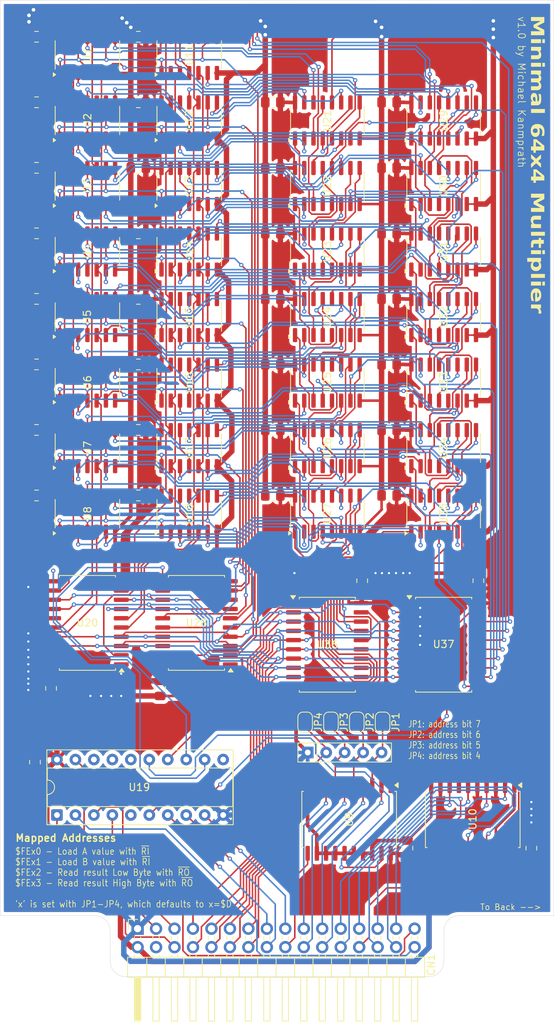
<source format=kicad_pcb>
(kicad_pcb (version 20241229) (generator "pcbnew") (generator_version "9.0")
  (layers (0 "F.Cu" signal) (2 "B.Cu" signal) (13 "F.Paste" user) (15 "B.Paste" user) (5 "F.SilkS" user "F.Silkscreen") (7 "B.SilkS" user "B.Silkscreen") (1 "F.Mask" user) (3 "B.Mask" user) (25 "Edge.Cuts" user))
  (net 0 "")
  (net 1 "+5V")
  (net 2 "GND")
  (net 3 "~{RST}")
  (net 4 "/ADDR11")
  (net 5 "/BUS7")
  (net 6 "/ADDR3")
  (net 7 "/ADDR7")
  (net 8 "/ADDR12")
  (net 9 "/ADDR4")
  (net 10 "/ADDR15")
  (net 11 "CLK")
  (net 12 "/BUS6")
  (net 13 "/BUS2")
  (net 14 "/ADDR0")
  (net 15 "/ADDR9")
  (net 16 "/BUS0")
  (net 17 "/ADDR13")
  (net 18 "/ADDR2")
  (net 19 "~{RO}")
  (net 21 "/ADDR5")
  (net 22 "/ADDR14")
  (net 23 "/ADDR6")
  (net 24 "/BUS5")
  (net 25 "/ADDR8")
  (net 26 "/BUS4")
  (net 27 "/BUS3")
  (net 28 "/ADDR10")
  (net 29 "~{RI}")
  (net 30 "/ADDR1")
  (net 31 "INH")
  (net 32 "/BUS1")
  (net 33 "Net-(JP1-B)")
  (net 34 "Net-(JP2-B)")
  (net 35 "Net-(JP3-B)")
  (net 36 "Net-(JP4-B)")
  (net 37 "A0")
  (net 38 "B0")
  (net 39 "R0")
  (net 40 "A1")
  (net 41 "A3")
  (net 42 "A2")
  (net 43 "A7")
  (net 44 "A5")
  (net 45 "A6")
  (net 46 "A4")
  (net 47 "B1")
  (net 48 "R1")
  (net 49 "B2")
  (net 50 "R2")
  (net 51 "B3")
  (net 52 "R3")
  (net 53 "B4")
  (net 54 "R4")
  (net 55 "Net-(U21-B1)")
  (net 56 "Net-(U21-B2)")
  (net 57 "B5")
  (net 58 "Net-(U21-B3)")
  (net 59 "Net-(U21-B4)")
  (net 60 "Net-(U22-B3)")
  (net 61 "Net-(U22-B2)")
  (net 62 "Net-(U22-B4)")
  (net 63 "Net-(U22-B1)")
  (net 64 "Net-(U21-S1)")
  (net 65 "Net-(U21-S3)")
  (net 66 "Net-(U21-C0)")
  (net 67 "Net-(U21-C4)")
  (net 68 "Net-(U21-S2)")
  (net 69 "Net-(U21-S4)")
  (net 70 "Net-(U22-S4)")
  (net 71 "Net-(U22-S2)")
  (net 72 "R5")
  (net 73 "Net-(U22-S3)")
  (net 74 "B6")
  (net 75 "Net-(U25-B1)")
  (net 76 "Net-(U25-B3)")
  (net 77 "Net-(U25-B2)")
  (net 78 "Net-(U25-B4)")
  (net 79 "Net-(U26-B1)")
  (net 80 "Net-(U26-B3)")
  (net 81 "Net-(U26-B4)")
  (net 82 "Net-(U26-B2)")
  (net 83 "Net-(U25-S4)")
  (net 84 "Net-(U25-S3)")
  (net 85 "Net-(U25-C0)")
  (net 86 "Net-(U25-S2)")
  (net 87 "Net-(U25-S1)")
  (net 88 "Net-(U25-C4)")
  (net 89 "R6")
  (net 90 "Net-(U26-S3)")
  (net 91 "Net-(U26-S2)")
  (net 92 "Net-(U26-S4)")
  (net 93 "B7")
  (net 94 "Net-(U29-B2)")
  (net 95 "Net-(U29-B1)")
  (net 96 "Net-(U29-B3)")
  (net 97 "Net-(U29-B4)")
  (net 98 "Net-(U30-B4)")
  (net 99 "Net-(U30-B2)")
  (net 100 "Net-(U30-B1)")
  (net 101 "Net-(U30-B3)")
  (net 102 "R15")
  (net 103 "R12")
  (net 104 "R14")
  (net 105 "R13")
  (net 106 "R11")
  (net 107 "R8")
  (net 108 "R10")
  (net 109 "R9")
  (net 110 "R7")
  (net 111 "Net-(U36-CE)")
  (net 112 "Net-(U37-CE)")
  (net 113 "Net-(U21-A3)")
  (net 114 "Net-(U29-A4)")
  (net 115 "Net-(U21-A2)")
  (net 116 "Net-(U21-A1)")
  (net 117 "Net-(U23-B4)")
  (net 118 "Net-(U23-B1)")
  (net 119 "Net-(U23-B3)")
  (net 120 "Net-(U23-B2)")
  (net 121 "Net-(U24-B3)")
  (net 122 "Net-(U24-B1)")
  (net 123 "Net-(U24-B4)")
  (net 124 "Net-(U24-B2)")
  (net 125 "Net-(U27-B2)")
  (net 126 "Net-(U27-B3)")
  (net 127 "Net-(U27-B1)")
  (net 128 "Net-(U27-B4)")
  (net 129 "Net-(U19-I5)")
  (net 130 "Net-(U10-P=R)")
  (net 131 "Net-(U29-A2)")
  (net 132 "Net-(U29-A3)")
  (net 133 "Net-(U29-A1)")
  (net 134 "Net-(U31-B2)")
  (net 135 "Net-(U31-B1)")
  (net 136 "Net-(U31-B3)")
  (net 137 "Net-(U31-B4)")
  (net 138 "Net-(U32-B4)")
  (net 139 "Net-(U32-B1)")
  (net 140 "Net-(U32-B2)")
  (net 141 "Net-(U32-B3)")
  (net 142 "Net-(U33-B2)")
  (net 143 "Net-(U33-B4)")
  (net 144 "Net-(U33-B3)")
  (net 145 "Net-(U33-B1)")
  (net 146 "Net-(U34-B4)")
  (net 147 "Net-(U34-B1)")
  (net 148 "Net-(U34-B2)")
  (net 149 "Net-(U34-B3)")
  (net 150 "Net-(U35-B4)")
  (net 151 "Net-(U35-B3)")
  (net 152 "Net-(U35-B2)")
  (net 153 "Net-(U35-B1)")
  (net 155 "Net-(U20-Cp)")
  (net 160 "Net-(U28-Cp)")
  (net 161 "Net-(U22-S1)")
  (net 162 "Net-(U22-C0)")
  (net 163 "Net-(U22-C4)")
  (net 164 "Net-(U23-C0)")
  (net 165 "Net-(U23-S1)")
  (net 166 "Net-(U23-S4)")
  (net 167 "Net-(U23-C4)")
  (net 168 "Net-(U23-S3)")
  (net 169 "Net-(U23-S2)")
  (net 170 "Net-(U24-S3)")
  (net 171 "Net-(U24-C0)")
  (net 172 "Net-(U24-S1)")
  (net 173 "Net-(U24-S4)")
  (net 174 "Net-(U24-C4)")
  (net 175 "Net-(U24-S2)")
  (net 176 "Net-(U26-S1)")
  (net 177 "Net-(U26-C4)")
  (net 178 "Net-(U26-C0)")
  (net 179 "Net-(U27-C0)")
  (net 180 "Net-(U29-S3)")
  (net 181 "Net-(U29-S4)")
  (net 182 "Net-(U29-S2)")
  (net 183 "Net-(U30-S4)")
  (net 184 "Net-(U30-S2)")
  (net 185 "Net-(U30-S3)")
  (net 186 "Net-(U31-S2)")
  (net 187 "Net-(U31-S4)")
  (net 188 "Net-(U31-S3)")
  (net 189 "Net-(U32-S2)")
  (net 190 "Net-(U32-S4)")
  (net 191 "Net-(U32-S3)")
  (net 192 "Net-(U33-S4)")
  (net 193 "Net-(U33-S2)")
  (net 194 "Net-(U33-S3)")
  (net 195 "Net-(U34-S2)")
  (net 196 "Net-(U34-S4)")
  (net 197 "Net-(U34-S3)")
  (footprint "Package_SO:SOIC-14_3.9x8.7mm_P1.27mm" (layer "F.Cu") (at 100 61 90)
    (property "Reference" "U5")
    (property "Value" "74AHCT08")
  )
  (footprint "Package_SO:SOIC-14_3.9x8.7mm_P1.27mm" (layer "F.Cu") (at 114 43 90)
    (property "Reference" "U13")
    (property "Value" "74AHCT08")
  )
  (footprint "Capacitor_SMD:C_0805_2012Metric_Pad1.18x1.45mm_HandSolder" (layer "F.Cu") (at 125.5 49.5)
    (property "Reference" "C21" (hide yes))
    (property "Value" "100 nF")
  )
  (footprint "Capacitor_SMD:C_0805_2012Metric_Pad1.18x1.45mm_HandSolder" (layer "F.Cu") (at 107 49.5)
    (property "Reference" "C8" (hide yes))
    (property "Value" "100 nF")
  )
  (footprint "Package_SO:SOIC-14_3.9x8.7mm_P1.27mm" (layer "F.Cu") (at 100 52 90)
    (property "Reference" "U4")
    (property "Value" "74AHCT08")
  )
  (footprint "Capacitor_SMD:C_0805_2012Metric_Pad1.18x1.45mm_HandSolder" (layer "F.Cu") (at 161.0614 133.9342 -90)
    (property "Reference" "C36" (hide yes))
    (property "Value" "100 nF")
  )
  (footprint "Capacitor_SMD:C_0805_2012Metric_Pad1.18x1.45mm_HandSolder" (layer "F.Cu") (at 141.5 85.5)
    (property "Reference" "C30" (hide yes))
    (property "Value" "100 nF")
  )
  (footprint "Package_SO:SOIC-14_3.9x8.7mm_P1.27mm" (layer "F.Cu") (at 114 61 90)
    (property "Reference" "U15")
    (property "Value" "74AHCT08")
  )
  (footprint "Capacitor_SMD:C_0805_2012Metric_Pad1.18x1.45mm_HandSolder" (layer "F.Cu") (at 107 85.5)
    (property "Reference" "C16" (hide yes))
    (property "Value" "100 nF")
  )
  (footprint "Package_SO:SOIC-16_3.9x9.9mm_P1.27mm" (layer "F.Cu") (at 149 70 90)
    (property "Reference" "U33")
    (property "Value" "74LS283")
  )
  (footprint "Capacitor_SMD:C_0805_2012Metric_Pad1.18x1.45mm_HandSolder" (layer "F.Cu") (at 110 112 90)
    (property "Reference" "C32" (hide yes))
    (property "Value" "100 nF")
  )
  (footprint "Package_SO:SOIC-16_3.9x9.9mm_P1.27mm" (layer "F.Cu") (at 133 88 90)
    (property "Reference" "U27")
    (property "Value" "74LS283")
  )
  (footprint "Capacitor_SMD:C_0805_2012Metric_Pad1.18x1.45mm_HandSolder" (layer "F.Cu") (at 93 22.5)
    (property "Reference" "C1" (hide yes))
    (property "Value" "100 nF")
  )
  (footprint "Jumper:SolderJumper-2_P1.3mm_Bridged_RoundedPad1.0x1.5mm" (layer "F.Cu") (at 129.9464 116.6524 -90)
    (property "Reference" "JP4")
    (property "Value" "SolderJumper_2_Bridged")
  )
  (footprint "Capacitor_SMD:C_0805_2012Metric_Pad1.18x1.45mm_HandSolder" (layer "F.Cu") (at 93 85.5)
    (property "Reference" "C15" (hide yes))
    (property "Value" "100 nF")
  )
  (footprint "Capacitor_SMD:C_0805_2012Metric_Pad1.18x1.45mm_HandSolder" (layer "F.Cu") (at 141.5 40.5)
    (property "Reference" "C20" (hide yes))
    (property "Value" "100 nF")
  )
  (footprint "Capacitor_SMD:C_0805_2012Metric_Pad1.18x1.45mm_HandSolder" (layer "F.Cu") (at 107 40.5)
    (property "Reference" "C6" (hide yes))
    (property "Value" "100 nF")
  )
  (footprint "Package_SO:SOIC-16_3.9x9.9mm_P1.27mm" (layer "F.Cu") (at 133 43 90)
    (property "Reference" "U22")
    (property "Value" "74LS283")
  )
  (footprint "Package_SO:SOIC-14_3.9x8.7mm_P1.27mm" (layer "F.Cu") (at 114 52 90)
    (property "Reference" "U14")
    (property "Value" "74AHCT08")
  )
  (footprint "Package_SO:SOIC-14_3.9x8.7mm_P1.27mm" (layer "F.Cu") (at 100 43 90)
    (property "Reference" "U3")
    (property "Value" "74AHCT08")
  )
  (footprint "Capacitor_SMD:C_0805_2012Metric_Pad1.18x1.45mm_HandSolder" (layer "F.Cu") (at 107 67.5)
    (property "Reference" "C12" (hide yes))
    (property "Value" "100 nF")
  )
  (footprint "Capacitor_SMD:C_0805_2012Metric_Pad1.18x1.45mm_HandSolder" (layer "F.Cu") (at 141.5 49.5)
    (property "Reference" "C22" (hide yes))
    (property "Value" "100 nF")
  )
  (footprint "Package_SO:SOIC-16_3.9x9.9mm_P1.27mm" (layer "F.Cu") (at 133 61 90)
    (property "Reference" "U24")
    (property "Value" "74LS283")
  )
  (footprint "Package_SO:SOIC-16_3.9x9.9mm_P1.27mm" (layer "F.Cu") (at 133 70 90)
    (property "Reference" "U25")
    (property "Value" "74LS283")
  )
  (footprint "Capacitor_SMD:C_0805_2012Metric_Pad1.18x1.45mm_HandSolder" (layer "F.Cu") (at 93 49.5)
    (property "Reference" "C7" (hide yes))
    (property "Value" "100 nF")
  )
  (footprint "Package_SO:SOIC-16_3.9x9.9mm_P1.27mm" (layer "F.Cu") (at 149 52 90)
    (property "Reference" "U31")
    (property "Value" "74LS283")
  )
  (footprint "Capacitor_SMD:C_0805_2012Metric_Pad1.18x1.45mm_HandSolder" (layer "F.Cu") (at 125.5 58.5)
    (property "Reference" "C23" (hide yes))
    (property "Value" "100 nF")
  )
  (footprint "Jumper:SolderJumper-2_P1.3mm_Bridged_RoundedPad1.0x1.5mm" (layer "F.Cu") (at 140.5964 116.6524 -90)
    (property "Reference" "JP1")
    (property "Value" "SolderJumper_2_Bridged")
  )
  (footprint "Jumper:SolderJumper-2_P1.3mm_Open_RoundedPad1.0x1.5mm" (layer "F.Cu") (at 133.4964 116.6524 -90)
    (property "Reference" "JP3")
    (property "Value" "SolderJumper_2_Open")
  )
  (footprint "Capacitor_SMD:C_0805_2012Metric_Pad1.18x1.45mm_HandSolder" (layer "F.Cu") (at 125.5 76.5)
    (property "Reference" "C27" (hide yes))
    (property "Value" "100 nF")
  )
  (footprint "Jumper:SolderJumper-2_P1.3mm_Bridged_RoundedPad1.0x1.5mm" (layer "F.Cu") (at 137.0464 116.6524 -90)
    (property "Reference" "JP2")
    (property "Value" "SolderJumper_2_Bridged")
  )
  (footprint "Package_SO:SOIC-14_3.9x8.7mm_P1.27mm" (layer "F.Cu") (at 114 88 90)
    (property "Reference" "U18")
    (property "Value" "74AHCT08")
  )
  (footprint "Package_SO:SOIC-16_3.9x9.9mm_P1.27mm" (layer "F.Cu") (at 133 52 90)
    (property "Reference" "U23")
    (property "Value" "74LS283")
  )
  (footprint "Package_SO:SOIC-20W_7.5x12.8mm_P1.27mm" (layer "F.Cu") (at 100 103 180)
    (property "Reference" "U20")
    (property "Value" "74AHCT374")
  )
  (footprint "Package_SO:SOIC-14_3.9x8.7mm_P1.27mm" (layer "F.Cu") (at 100 88 90)
    (property "Reference" "U8")
    (property "Value" "74AHCT08")
  )
  (footprint "Package_SO:SOIC-16_3.9x9.9mm_P1.27mm" (layer "F.Cu") (at 149 61 90)
    (property "Reference" "U32")
    (property "Value" "74LS283")
  )
  (footprint "Package_SO:SOIC-14_3.9x8.7mm_P1.27mm" (layer "F.Cu") (at 100 70 90)
    (property "Reference" "U6")
    (property "Value" "74AHCT08")
  )
  (footprint "Capacitor_SMD:C_0805_2012Metric_Pad1.18x1.45mm_HandSolder" (layer "F.Cu") (at 107 58.5)
    (property "Reference" "C10" (hide yes))
    (property "Value" "100 nF")
  )
  (footprint "Capacitor_SMD:C_0805_2012Metric_Pad1.18x1.45mm_HandSolder" (layer "F.Cu") (at 144.018 133.9381 -90)
    (property "Reference" "C35" (hide yes))
    (property "Value" "100 nF")
  )
  (footprint "Package_SO:SOIC-20W_7.5x12.8mm_P1.27mm" (layer "F.Cu") (at 149 106)
    (property "Reference" "U37")
    (property "Value" "74AHCT245")
  )
  (footprint "Capacitor_SMD:C_0805_2012Metric_Pad1.18x1.45mm_HandSolder" (layer "F.Cu") (at 93 76.5)
    (property "Reference" "C13" (hide yes))
    (property "Value" "100 nF")
  )
  (footprint "Package_SO:SOIC-16_3.9x9.9mm_P1.27mm" (layer "F.Cu") (at 133 34 90)
    (property "Reference" "U21")
    (property "Value" "74LS283")
  )
  (footprint "Resistor_THT:R_Array_SIP5" (layer "F.Cu") (at 130.302 120.8024)
    (property "Reference" "RN1" (hide yes))
    (property "Value" "10K")
  )
  (footprint "Capacitor_SMD:C_0805_2012Metric_Pad1.18x1.45mm_HandSolder" (layer "F.Cu") (at 141.5 58.5)
    (property "Reference" "C24" (hide yes))
    (property "Value" "100 nF")
  )
  (footprint "Capacitor_SMD:C_0805_2012Metric_Pad1.18x1.45mm_HandSolder" (layer "F.Cu") (at 137.795 97.2097 -90)
    (property "Reference" "C33" (hide yes))
    (property "Value" "100 nF")
  )
  (footprint "Capacitor_SMD:C_0805_2012Metric_Pad1.18x1.45mm_HandSolder" (layer "F.Cu") (at 125.5 85.5)
    (property "Reference" "C29" (hide yes))
    (property "Value" "100 nF")
  )
  (footprint "Package_DIP:DIP-20_W7.62mm_Socket" (layer "F.Cu") (at 95.8088 129.3915 90)
    (property "Reference" "U19")
    (property "Value" "ATF16V10C")
  )
  (footprint "Package_SO:SOIC-16_3.9x9.9mm_P1.27mm" (layer "F.Cu") (at 149 79 90)
    (property "Reference" "U34")
    (property "Value" "74LS283")
  )
  (footprint "Capacitor_SMD:C_0805_2012Metric_Pad1.18x1.45mm_HandSolder" (layer "F.Cu") (at 141.5 67.5)
    (property "Reference" "C26" (hide yes))
    (property "Value" "100 nF")
  )
  (footprint "Connector_PinHeader_2.54mm:PinHeader_2x16_P2.54mm_Horizontal" (layer "F.Cu") (at 145 145 -90)
    (property "Reference" "CN1")
    (property "Value" "~")
  )
  (footprint "Capacitor_SMD:C_0805_2012Metric_Pad1.18x1.45mm_HandSolder" (layer "F.Cu") (at 93 67.5)
    (property "Reference" "C11" (hide yes))
    (property "Value" "100 nF")
  )
  (footprint "Package_SO:SOIC-14_3.9x8.7mm_P1.27mm" (layer "F.Cu") (at 114 70 90)
    (property "Reference" "U16")
    (property "Value" "74AHCT08")
  )
  (footprint "Package_SO:SOIC-20W_7.5x12.8mm_P1.27mm" (layer "F.Cu") (at 136 130 -90)
    (property "Reference" "U9")
    (property "Value" "74HCT688")
  )
  (footprint "Package_SO:SOIC-14_3.9x8.7mm_P1.27mm" (layer "F.Cu") (at 114 34 90)
    (property "Reference" "U12")
    (property "Value" "74AHCT08")
  )
  (footprint "Package_SO:SOIC-16_3.9x9.9mm_P1.27mm" (layer "F.Cu") (at 133 79 90)
    (property "Reference" "U26")
    (property "Value" "74LS283")
  )
  (footprint "Capacitor_SMD:C_0805_2012Metric_Pad1.18x1.45mm_HandSolder" (layer "F.Cu") (at 107 31.5)
    (property "Reference" "C4" (hide yes))
    (property "Value" "100 nF")
  )
  (footprint "Capacitor_SMD:C_0805_2012Metric_Pad1.18x1.45mm_HandSolder" (layer "F.Cu") (at 107 76.5)
    (property "Reference" "C14" (hide yes))
    (property "Value" "100 nF")
  )
  (footprint "Capacitor_SMD:C_0805_2012Metric_Pad1.18x1.45mm_HandSolder" (layer "F.Cu") (at 93 31.5)
    (property "Reference" "C3" (hide yes))
    (property "Value" "100 nF")
  )
  (footprint "Capacitor_SMD:C_0805_2012Metric_Pad1.18x1.45mm_HandSolder" (layer "F.Cu") (at 125.5 67.5)
    (property "Reference" "C25" (hide yes))
    (property "Value" "100 nF")
  )
  (footprint "Package_SO:SOIC-16_3.9x9.9mm_P1.27mm" (layer "F.Cu") (at 149 43 90)
    (property "Reference" "U30")
    (property "Value" "74LS283")
  )
  (footprint "Capacitor_SMD:C_0805_2012Metric_Pad1.18x1.45mm_HandSolder" (layer "F.Cu") (at 125.5 40.5)
    (property "Reference" "C19" (hide yes))
    (property "Value" "100 nF")
  )
  (footprint "Package_SO:SOIC-14_3.9x8.7mm_P1.27mm" (layer "F.Cu") (at 100 25 90)
    (property "Reference" "U1")
    (property "Value" "74AHCT08")
  )
  (footprint "Capacitor_SMD:C_0805_2012Metric_Pad1.18x1.45mm_HandSolder" (layer "F.Cu") (at 153.7716 97.2097 -90)
    (property "Reference" "C34" (hide yes))
    (property "Value" "100 nF")
  )
  (footprint "Package_SO:SOIC-14_3.9x8.7mm_P1.27mm" (layer "F.Cu") (at 114 79 90)
    (property "Reference" "U17")
    (property "Value" "74AHCT08")
  )
  (footprint "Capacitor_SMD:C_0805_2012Metric_Pad1.18x1.45mm_HandSolder" (layer "F.Cu") (at 92.7862 122.1232 90)
    (property "Reference" "C37" (hide yes))
    (property "Value" "100 nF")
  )
  (footprint "Capacitor_SMD:C_0805_2012Metric_Pad1.18x1.45mm_HandSolder" (layer "F.Cu") (at 125.5 31.5)
    (property "Reference" "C17" (hide yes))
    (property "Value" "100 nF")
  )
  (footprint "Package_SO:SOIC-16_3.9x9.9mm_P1.27mm" (layer "F.Cu") (at 149 88 90)
    (property "Reference" "U35")
    (property "Value" "74LS283")
  )
  (footprint "Capacitor_SMD:C_0805_2012Metric_Pad1.18x1.45mm_HandSolder" (layer "F.Cu") (at 107 22.5)
    (property "Reference" "C2" (hide yes))
    (property "Value" "100 nF")
  )
  (footprint "Capacitor_SMD:C_0805_2012Metric_Pad1.18x1.45mm_HandSolder" (layer "F.Cu") (at 95 112 90)
    (property "Reference" "C31" (hide yes))
    (property "Value" "100 nF")
  )
  (footprint "Package_SO:SOIC-20W_7.5x12.8mm_P1.27mm" (layer "F.Cu") (at 115 103 180)
    (property "Reference" "U28")
    (property "Value" "74AHCT374")
  )
  (footprint "Package_SO:SOIC-20W_7.5x12.8mm_P1.27mm" (layer "F.Cu") (at 153 130 -90)
    (property "Reference" "U10")
    (property "Value" "74HCT688")
  )
  (footprint "Package_SO:SOIC-14_3.9x8.7mm_P1.27mm" (layer "F.Cu") (at 100 79 90)
    (property "Reference" "U7")
    (property "Value" "74AHCT08")
  )
  (footprint "Capacitor_SMD:C_0805_2012Metric_Pad1.18x1.45mm_HandSolder" (layer "F.Cu") (at 93 58.5)
    (property "Reference" "C9" (hide yes))
    (property "Value" "100 nF")
  )
  (footprint "Package_SO:SOIC-14_3.9x8.7mm_P1.27mm" (layer "F.Cu") (at 114 25 90)
    (property "Reference" "U11")
    (property "Value" "74AHCT08")
  )
  (footprint "Capacitor_SMD:C_0805_2012Metric_Pad1.18x1.45mm_HandSolder" (layer "F.Cu") (at 141.5 76.5)
    (property "Reference" "C28" (hide yes))
    (property "Value" "100 nF")
  )
  (footprint "Package_SO:SOIC-14_3.9x8.7mm_P1.27mm" (layer "F.Cu") (at 100 34 90)
    (property "Reference" "U2")
    (property "Value" "74AHCT08")
  )
  (footprint "Capacitor_SMD:C_0805_2012Metric_Pad1.18x1.45mm_HandSolder" (layer "F.Cu") (at 141.5 31.5)
    (property "Reference" "C18" (hide yes))
    (property "Value" "100 nF")
  )
  (footprint "Package_SO:SOIC-16_3.9x9.9mm_P1.27mm" (layer "F.Cu") (at 149 34 90)
    (property "Reference" "U29")
    (property "Value" "74LS283")
  )
  (footprint "Package_SO:SOIC-20W_7.5x12.8mm_P1.27mm" (layer "F.Cu") (at 133 106)
    (property "Reference" "U36")
    (property "Value" "74AHCT245")
  )
  (footprint "Capacitor_SMD:C_0805_2012Metric_Pad1.18x1.45mm_HandSolder" (layer "F.Cu") (at 93 40.5)
    (property "Reference" "C5" (hide yes))
    (property "Value" "100 nF")
  )
  (gr_line (start 104.648 108.712) (end 104.648 109.982) (stroke (width 0.2)) (layer "F.Cu") (net 2))
  (gr_line (start 104.648 109.982) (end 104.648 113.03) (stroke (width 0.2)) (layer "B.Cu") (net 2))
  (gr_line (start 149.03 145.3052) (end 149.03 149.4832) (stroke (width 0.05)) (layer "Edge.Cuts"))
  (gr_line (start 164.16 17.4749) (end 88 17.5) (stroke (width 0.05)) (layer "Edge.Cuts"))
  (gr_arc (start 105.23 151.5832) (mid 103.745076 150.968124) (end 103.13 149.4832) (stroke (width 0.05)) (layer "Edge.Cuts"))
  (gr_line (start 105.23 151.5832) (end 146.93 151.5832) (stroke (width 0.05)) (layer "Edge.Cuts"))
  (gr_line (start 164.16 17.4749) (end 164.16 143.2052) (stroke (width 0.05)) (layer "Edge.Cuts"))
  (gr_arc (start 101.03 143.2052) (mid 102.514924 143.820276) (end 103.13 145.3052) (stroke (width 0.05)) (layer "Edge.Cuts"))
  (gr_line (start 88 143.2052) (end 101.03 143.2052) (stroke (width 0.05)) (layer "Edge.Cuts"))
  (gr_line (start 103.13 145.3052) (end 103.13 149.4832) (stroke (width 0.05)) (layer "Edge.Cuts"))
  (gr_arc (start 149.03 149.4832) (mid 148.414924 150.968124) (end 146.93 151.5832) (stroke (width 0.05)) (layer "Edge.Cuts"))
  (gr_line (start 88 17.5) (end 88 143.2052) (stroke (width 0.05)) (layer "Edge.Cuts"))
  (gr_line (start 151.13 143.2052) (end 164.16 143.2052) (stroke (width 0.05)) (layer "Edge.Cuts"))
  (gr_arc (start 149.03 145.3052) (mid 149.645076 143.820276) (end 151.13 143.2052) (stroke (width 0.05)) (layer "Edge.Cuts"))
  (gr_text "v1.0 by Michael Kanmprath" (at 159.131 19.6342 270) (layer "F.SilkS") (effects (font (size 1 1) (thickness 0.1)) (justify left bottom)))
  (gr_text "$FEx0 - Load A value with ~{RI}\n$FEx1 - Load B value with ~{RI}\n$FEx2 - Read result Low Byte with ~{RO}\n$FEx3 - Read result High Byte with ~{RO}\n\n'x' is set with JP1-JP4, which defaults to x=$D" (at 90 137.9982 0) (layer "F.SilkS") (effects (font (size 0.9 0.8) (thickness 0.1)) (justify left)))
  (gr_text "Minimal 64x4 Multiplier" (at 160.7058 19.5072 270) (layer "F.SilkS") (effects (font (size 1.8 2.2) (thickness 0.3) (bold yes)) (justify left bottom)))
  (gr_text "JP1: address bit 7\nJP2: address bit 6\nJP3: address bit 5\nJP4: address bit 4" (at 144.0688 121.7676 0) (layer "F.SilkS") (effects (font (size 0.9 0.7) (thickness 0.1)) (justify left bottom)))
  (gr_text "To Back -->" (at 153.9748 142.494 0) (layer "F.SilkS") (effects (font (size 0.8 0.8) (thickness 0.1)) (justify left bottom)))
  (gr_text "Mapped Addresses" (at 90 133.1214 0) (layer "F.SilkS") (effects (font (size 1 1) (thickness 0.2) (bold yes)) (justify left bottom)))
  (segment (start 108.0625 22.525) (end 108.0375 22.5) (width 0.35) (layer "F.Cu") (net 1))
  (segment (start 144.555 58.525) (end 142.5625 58.525) (width 0.35) (layer "F.Cu") (net 1))
  (segment (start 158.8658 117.729) (end 160.1104 118.9736) (width 0.35) (layer "F.Cu") (net 1))
  (segment (start 108.0375 22.5) (end 108.0375 19.2375) (width 0.75) (layer "F.Cu") (net 1))
  (segment (start 126.5375 67.5) (end 126.5375 76.5) (width 0.75) (layer "F.Cu") (net 1))
  (segment (start 145.8214 133.1722) (end 145.7198 133.2738) (width 0.21) (layer "F.Cu") (net 1))
  (segment (start 137.0464 116.0024) (end 133.4964 116.0024) (width 0.21) (layer "F.Cu") (net 1))
  (segment (start 142.5375 31.5) (end 142.5375 19.3375) (width 0.75) (layer "F.Cu") (net 1))
  (segment (start 158.3436 117.729) (end 158.5864 117.729) (width 0.35) (layer "F.Cu") (net 1))
  (segment (start 94.0375 40.5) (end 94.0375 49.5) (width 0.75) (layer "F.Cu") (net 1))
  (segment (start 160.1104 100.5728) (end 160.1104 116.205) (width 0.75) (layer "F.Cu") (net 1))
  (segment (start 148.555 135.153034) (end 148.555 134.65) (width 0.35) (layer "F.Cu") (net 1))
  (segment (start 153.7716 98.2472) (end 159.0294 98.2472) (width 0.5) (layer "F.Cu") (net 1))
  (segment (start 108.0375 76.5) (end 108.0375 85.5) (width 0.75) (layer "F.Cu") (net 1))
  (segment (start 158.715 135.674999) (end 158.715 134.65) (width 0.75) (layer "F.Cu") (net 1))
  (segment (start 96.19 40.525) (end 94.0625 40.525) (width 0.35) (layer "F.Cu") (net 1))
  (segment (start 126.5375 49.5) (end 126.5375 58.5) (width 0.75) (layer "F.Cu") (net 1))
  (segment (start 158.715 134.65) (end 160.7397 134.65) (width 0.35) (layer "F.Cu") (net 1))
  (segment (start 96.19 49.525) (end 94.0625 49.525) (width 0.35) (layer "F.Cu") (net 1))
  (segment (start 95.123 121.0857) (end 95.8088 121.7715) (width 0.75) (layer "F.Cu") (net 1))
  (segment (start 127 18.8) (end 126.2 18.8) (width 0.75) (layer "F.Cu") (net 1))
  (segment (start 158.5864 117.729) (end 160.1104 116.205) (width 0.35) (layer "F.Cu") (net 1))
  (segment (start 151.095 135.153034) (end 151.095 134.65) (width 0.35) (layer "F.Cu") (net 1))
  (segment (start 94.0375 22.5) (end 94.0375 31.5) (width 0.75) (layer "F.Cu") (net 1))
  (segment (start 153.7716 100.1634) (end 153.65 100.285) (width 0.5) (layer "F.Cu") (net 1))
  (segment (start 148.555 125.35) (end 148.555 124.846966) (width 0.35) (layer "F.Cu") (net 1))
  (segment (start 127.1375 18.8) (end 126.5375 19.4) (width 0.75) (layer "F.Cu") (net 1))
  (segment (start 95.8088 121.7715) (end 95.8088 119.4996) (width 0.75) (layer "F.Cu") (net 1))
  (segment (start 150.2126 123.949) (end 151.095 124.8314) (width 0.35) (layer "F.Cu") (net 1))
  (segment (start 148.1582 132.8928) (end 146.1008 132.8928) (width 0.35) (layer "F.Cu") (net 1))
  (segment (start 94.0375 67.5) (end 94.0375 76.5) (width 0.75) (layer "F.Cu") (net 1))
  (segment (start 94.0625 22.525) (end 94.0375 22.5) (width 0.35) (layer "F.Cu") (net 1))
  (segment (start 92.819 108.7815) (end 95 110.9625) (width 0.75) (layer "F.Cu") (net 1))
  (segment (start 94.0375 76.5) (end 94.0375 85.5) (width 0.75) (layer "F.Cu") (net 1))
  (segment (start 142.5625 76.525) (end 142.5375 76.5) (width 0.35) (layer "F.Cu") (net 1))
  (segment (start 137.795 100.14) (end 137.65 100.285) (width 0.5) (layer "F.Cu") (net 1))
  (segment (start 144.555 67.525) (end 142.5625 67.525) (width 0.35) (layer "F.Cu") (net 1))
  (segment (start 144.555 76.525) (end 142.5625 76.525) (width 0.35) (layer "F.Cu") (net 1))
  (segment (start 110.19 40.525) (end 108.0625 40.525) (width 0.35) (layer "F.Cu") (net 1))
  (segment (start 94.0625 31.525) (end 94.0375 31.5) (width 0.35) (layer "F.Cu") (net 1))
  (segment (start 148.555 130.4386) (end 146.1008 132.8928) (width 0.35) (layer "F.Cu") (net 1))
  (segment (start 110.35 110.6125) (end 110 110.9625) (width 0.35) (layer "F.Cu") (net 1))
  (segment (start 144.555 40.525) (end 142.5625 40.525) (width 0.35) (layer "F.Cu") (net 1))
  (segment (start 152.737034 123.949) (end 153.635 124.846966) (width 0.35) (layer "F.Cu") (net 1))
  (segment (start 153.635 125.35) (end 153.635 124.846966) (width 0.35) (layer "F.Cu") (net 1))
  (segment (start 151.095 135.153034) (end 150.197034 136.051) (width 0.35) (layer "F.Cu") (net 1))
  (segment (start 108.0375 67.5) (end 108.0375 76.5) (width 0.75) (layer "F.Cu") (net 1))
  (segment (start 110.19 58.525) (end 108.0625 58.525) (width 0.35) (layer "F.Cu") (net 1))
  (segment (start 96.19 85.525) (end 94.0625 85.525) (width 0.35) (layer "F.Cu") (net 1))
  (segment (start 126.5625 67.525) (end 126.5375 67.5) (width 0.35) (layer "F.Cu") (net 1))
  (segment (start 108.0625 31.525) (end 108.0375 31.5) (width 0.35) (layer "F.Cu") (net 1))
  (segment (start 110.19 76.525) (end 108.0625 76.525) (width 0.35) (layer "F.Cu") (net 1))
  (segment (start 94.0625 67.525) (end 94.0375 67.5) (width 0.35) (layer "F.Cu") (net 1))
  (segment (start 142.5375 19.3375) (end 142 18.8) (width 0.75) (layer "F.Cu") (net 1))
  (segment (start 126.5625 76.525) (end 126.5375 76.5) (width 0.35) (layer "F.Cu") (net 1))
  (segment (start 142.5625 40.525) (end 142.5375 40.5) (width 0.35) (layer "F.Cu") (net 1))
  (segment (start 92.7862 121.0857) (end 95.123 121.0857) (width 0.75) (layer "F.Cu") (net 1))
  (segment (start 126.5625 40.525) (end 126.5375 40.5) (width 0.35) (layer "F.Cu") (net 1))
  (segment (start 94.0375 31.5) (end 94.0375 40.5) (width 0.75) (layer "F.Cu") (net 1))
  (segment (start 154.532966 123.949) (end 155.277034 123.949) (width 0.35) (layer "F.Cu") (net 1))
  (segment (start 160.7397 134.65) (end 161.0614 134.9717) (width 0.35) (layer "F.Cu") (net 1))
  (segment (start 108.8644 149.5044) (end 145.052269 149.5044) (width 0.75) (layer "F.Cu") (net 1))
  (segment (start 126.5375 19.1375) (end 126.2 18.8) (width 0.75) (layer "F.Cu") (net 1))
  (segment (start 95.35 110.6125) (end 95 110.9625) (width 0.35) (layer "F.Cu") (net 1))
  (segment (start 94.0625 49.525) (end 94.0375 49.5) (width 0.35) (layer "F.Cu") (net 1))
  (segment (start 158.715 132.726317) (end 158.715 134.65) (width 0.75) (layer "F.Cu") (net 1))
  (segment (start 142.5625 58.525) (end 142.5375 58.5) (width 0.35) (layer "F.Cu") (net 1))
  (segment (start 159.0294 99.4918) (end 160.1104 100.5728) (width 0.75) (layer "F.Cu") (net 1))
  (segment (start 94.0375 19.1625) (end 94.0375 22.5) (width 0.75) (layer "F.Cu") (net 1))
  (segment (start 140.5964 116.0024) (end 145.9744 116.0024) (width 0.35) (layer "F.Cu") (net 1))
  (segment (start 142.5375 58.5) (end 142.5375 67.5) (width 0.75) (layer "F.Cu") (net 1))
  (segment (start 110.19 85.525) (end 108.0625 85.525) (width 0.35) (layer "F.Cu") (net 1))
  (segment (start 147.701 117.729) (end 158.3436 117.729) (width 0.35) (layer "F.Cu") (net 1))
  (segment (start 106.9 147.54) (end 106.0504 147.54) (width 0.75) (layer "F.Cu") (net 1))
  (segment (start 126.5375 19.4) (end 126.5375 19.1375) (width 0.75) (layer "F.Cu") (net 1))
  (segment (start 142.5375 40.5) (end 142.5375 49.5) (width 0.75) (layer "F.Cu") (net 1))
  (segment (start 133.4964 116.0024) (end 129.9464 116.0024) (width 0.21) (layer "F.Cu") (net 1))
  (segment (start 142.5625 49.525) (end 142.5375 49.5) (width 0.35) (layer "F.Cu") (net 1))
  (segment (start 160.1104 124.1044) (end 160.1104 131.330917) (width 0.75) (layer "F.Cu") (net 1))
  (segment (start 128.555 58.525) (end 126.5625 58.525) (width 0.35) (layer "F.Cu") (net 1))
  (segment (start 94.0625 85.525) (end 94.0375 85.5) (width 0.35) (layer "F.Cu") (net 1))
  (segment (start 153.635 135.153034) (end 153.635 134.65) (width 0.35) (layer "F.Cu") (net 1))
  (segment (start 142.5375 49.5) (end 142.5375 58.5) (width 0.75) (layer "F.Cu") (net 1))
  (segment (start 108.0375 19.2375) (end 108.475 18.8) (width 0.75) (layer "F.Cu") (net 1))
  (segment (start 142.5375 31.5) (end 142.5375 40.5) (width 0.75) (layer "F.Cu") (net 1))
  (segment (start 108.0625 85.525) (end 108.0375 85.5) (width 0.35) (layer "F.Cu") (net 1))
  (segment (start 110.19 22.525) (end 108.0625 22.525) (width 0.35) (layer "F.Cu") (net 1))
  (segment (start 108.0625 40.525) (end 108.0375 40.5) (width 0.35) (layer "F.Cu") (net 1))
  (segment (start 95.8088 119.4996) (end 92.819 116.5098) (width 0.75) (layer "F.Cu") (net 1))
  (segment (start 126.5625 58.525) (end 126.5375 58.5) (width 0.35) (layer "F.Cu") (net 1))
  (segment (start 151.095 125.35) (end 151.095 124.846966) (width 0.35) (layer "F.Cu") (net 1))
  (segment (start 104.5512 141.655522) (end 94.4118 131.516122) (width 0.75) (layer "F.Cu") (net 1))
  (segment (start 145.9744 116.0024) (end 147.701 117.729) (width 0.35) (layer "F.Cu") (net 1))
  (segment (start 96.19 58.525) (end 94.0625 58.525) (width 0.35) (layer "F.Cu") (net 1))
  (segment (start 144.555 49.525) (end 142.5625 49.525) (width 0.35) (layer "F.Cu") (net 1))
  (segment (start 110.19 67.525) (end 108.0625 67.525) (width 0.35) (layer "F.Cu") (net 1))
  (segment (start 108.0625 67.525) (end 108.0375 67.5) (width 0.35) (layer "F.Cu") (net 1))
  (segment (start 144.555 31.525) (end 142.5625 31.525) (width 0.35) (layer "F.Cu") (net 1))
  (segment (start 126.2 18.8) (end 125.8 18.8) (width 0.75) (layer "F.Cu") (net 1))
  (segment (start 150.197034 136.051) (end 149.452966 136.051) (width 0.35) (layer "F.Cu") (net 1))
  (segment (start 142.5625 67.525) (end 142.5375 67.5) (width 0.35) (layer "F.Cu") (net 1))
  (segment (start 94.4 18.8) (end 94.0375 19.1625) (width 0.75) (layer "F.Cu") (net 1))
  (segment (start 145.7198 133.2738) (end 144.018 134.9756) (width 0.35) (layer "F.Cu") (net 1))
  (segment (start 128.555 40.525) (end 126.5625 40.525) (width 0.35) (layer "F.Cu") (net 1))
  (segment (start 92.819 86.7185) (end 92.819 108.7815) (width 0.75) (layer "F.Cu") (net 1))
  (segment (start 128.555 76.525) (end 126.5625 76.525) (width 0.35) (layer "F.Cu") (net 1))
  (segment (start 110.19 31.525) (end 108.0625 31.525) (width 0.35) (layer "F.Cu") (net 1))
  (segment (start 158.715 135.153034) (end 157.817034 136.051) (width 0.35) (layer "F.Cu") (net 1))
  (segment (start 158.5864 117.729) (end 158.8658 117.729) (width 0.35) (layer "F.Cu") (net 1))
  (segment (start 94.0625 40.525) (end 94.0375 40.5) (width 0.35) (layer "F.Cu") (net 1))
  (segment (start 156.671199 137.7188) (end 158.715 135.674999) (width 0.75) (layer "F.Cu") (net 1))
  (segment (start 160.1104 117.729) (end 160.1104 118.9736) (width 0.75) (layer "F.Cu") (net 1))
  (segment (start 94.0375 49.5) (end 94.0375 58.5) (width 0.75) (layer "F.Cu") (net 1))
  (segment (start 151.095 124.846966) (end 151.992966 123.949) (width 0.35) (layer "F.Cu") (net 1))
  (segment (start 158.3436 117.729) (end 160.1104 117.729) (width 0.35) (layer "F.Cu") (net 1))
  (segment (start 153.635 124.846966) (end 154.532966 123.949) (width 0.35) (layer "F.Cu") (net 1))
  (segment (start 146.9898 143.0274) (end 152.2984 137.7188) (width 0.75) (layer "F.Cu") (net 1))
  (segment (start 146.1008 132.8928) (end 145.7198 133.2738) (width 0.35) (layer "F.Cu") (net 1))
  (segment (start 94.0625 58.525) (end 94.0375 58.5) (width 0.35) (layer "F.Cu") (net 1))
  (segment (start 154.532966 136.051) (end 153.635 135.153034) (width 0.35) (layer "F.Cu") (net 1))
  (segment (start 160.1104 121.0056) (end 160.1104 124.1044) (width 0.75) (layer "F.Cu") (net 1))
  (segment (start 142.5625 85.525) (end 142.5375 85.5) (width 0.35) (layer "F.Cu") (net 1))
  (segment (start 137.795 98.2472) (end 137.795 100.14) (width 0.5) (layer "F.Cu") (net 1))
  (segment (start 149.452966 136.051) (end 148.555 135.153034) (width 0.35) (layer "F.Cu") (net 1))
  (segment (start 157.817034 136.051) (end 154.532966 136.051) (width 0.35) (layer "F.Cu") (net 1))
  (segment (start 151.992966 136.051) (end 151.095 135.153034) (width 0.35) (layer "F.Cu") (net 1))
  (segment (start 108.0375 22.5) (end 108.0375 31.5) (width 0.75) (layer "F.Cu") (net 1))
  (segment (start 96.19 67.525) (end 94.0625 67.525) (width 0.35) (layer "F.Cu") (net 1))
  (segment (start 142.5375 76.5) (end 142.5375 85.5) (width 0.75) (layer "F.Cu") (net 1))
  (segment (start 137.795 98.2472) (end 153.7716 98.2472) (width 0.5) (layer "F.Cu") (net 1))
  (segment (start 142.5625 31.525) (end 142.5375 31.5) (width 0.35) (layer "F.Cu") (net 1))
  (segment (start 108.0375 58.5) (end 108.0375 67.5) (width 0.75) (layer "F.Cu") (net 1))
  (segment (start 145.052269 149.5044) (end 146.9898 147.566869) (width 0.75) (layer "F.Cu") (net 1))
  (segment (start 127.4 18.8) (end 127 18.8) (width 0.75) (layer "F.Cu") (net 1))
  (segment (start 108.0625 76.525) (end 108.0375 76.5) (width 0.35) (layer "F.Cu") (net 1))
  (segment (start 156.175 124.846966) (end 156.175 125.35) (width 0.35) (layer "F.Cu") (net 1))
  (segment (start 159.0294 19.5834) (end 159.0294 98.2472) (width 0.75) (layer "F.Cu") (net 1))
  (segment (start 108.0625 58.525) (end 108.0375 58.5) (width 0.35) (layer "F.Cu") (net 1))
  (segment (start 126.5375 40.5) (end 126.5375 49.5) (width 0.75) (layer "F.Cu") (net 1))
  (segment (start 126.5375 58.5) (end 126.5375 67.5) (width 0.75) (layer "F.Cu") (net 1))
  (segment (start 149.452966 123.949) (end 150.2126 123.949) (width 0.35) (layer "F.Cu") (net 1))
  (segment (start 158.715 134.65) (end 158.715 135.153034) (width 0.35) (layer "F.Cu") (net 1))
  (segment (start 94.4118 123.1685) (end 95.8088 121.7715) (width 0.75) (layer "F.Cu") (net 1))
  (segment (start 160.1104 131.330917) (end 158.715 132.726317) (width 0.75) (layer "F.Cu") (net 1))
  (segment (start 126.5375 31.5) (end 126.5375 19.4) (width 0.75) (layer "F.Cu") (net 1))
  (segment (start 152.2984 137.7188) (end 156.671199 137.7188) (width 0.75) (layer "F.Cu") (net 1))
  (segment (start 151.095 124.8314) (end 151.095 125.35) (width 0.35) (layer "F.Cu") (net 1))
  (segment (start 159.0294 98.2472) (end 159.0294 99.4918) (width 0.75) (layer "F.Cu") (net 1))
  (segment (start 94.4118 130.9116) (end 94.4118 123.1685) (width 0.75) (layer "F.Cu") (net 1))
  (segment (start 95.35 108.715) (end 95.35 110.6125) (width 0.35) (layer "F.Cu") (net 1))
  (segment (start 106.0504 147.54) (end 104.5512 146.0408) (width 0.75) (layer "F.Cu") (net 1))
  (segment (start 160.1104 118.9736) (end 160.1104 121.0056) (width 0.75) (layer "F.Cu") (net 1))
  (segment (start 92.819 86.7185) (end 94.0375 85.5) (width 0.75) (layer "F.Cu") (net 1))
  (segment (start 128.555 31.525) (end 126.5625 31.525) (width 0.35) (layer "F.Cu") (net 1))
  (segment (start 160.1104 116.205) (end 160.1104 117.729) (width 0.75) (layer "F.Cu") (net 1))
  (segment (start 92.819 108.7815) (end 92.819 116.5098) (width 0.75) (layer "F.Cu") (net 1))
  (segment (start 107.6 18.8) (end 107.4 18.8) (width 0.75) (layer "F.Cu") (net 1))
  (segment (start 160.1104 123.8536) (end 160.1104 124.1044) (width 0.35) (layer "F.Cu") (net 1))
  (segment (start 128.555 67.525) (end 126.5625 67.525) (width 0.35) (layer "F.Cu") (net 1))
  (segment (start 126.5625 85.525) (end 126.5375 85.5) (width 0.35) (layer "F.Cu") (net 1))
  (segment (start 94.0625 76.525) (end 94.0375 76.5) (width 0.35) (layer "F.Cu") (net 1))
  (segment (start 108.475 18.8) (end 108.6 18.8) (width 0.75) (layer "F.Cu") (net 1))
  (segment (start 104.5512 146.0408) (end 104.5512 141.655522) (width 0.75) (layer "F.Cu") (net 1))
  (segment (start 140.5964 116.0024) (end 137.0464 116.0024) (width 0.21) (layer "F.Cu") (net 1))
  (segment (start 144.555 85.525) (end 142.5625 85.525) (width 0.35) (layer "F.Cu") (net 1))
  (segment (start 143.6924 134.65) (end 144.018 134.9756) (width 0.35) (layer "F.Cu") (net 1))
  (segment (start 126.5375 19.1375) (end 126.6625 19.1375) (width 0.75) (layer "F.Cu") (net 1))
  (segment (start 148.555 125.35) (end 148.555 130.4386) (width 0.35) (layer "F.Cu") (net 1))
  (segment (start 107.4 18.8) (end 94.4 18.8) (width 0.75) (layer "F.Cu") (net 1))
  (segment (start 125.8 18.8) (end 125.9375 18.8) (width 0.75) (layer "F.Cu") (net 1))
  (segment (start 94.4118 131.516122) (end 94.4118 130.9116) (width 0.75) (layer "F.Cu") (net 1))
  (segment (start 108.0375 31.5) (end 108.0375 40.5) (width 0.75) (layer "F.Cu") (net 1))
  (segment (start 108.0625 49.525) (end 108.0375 49.5) (width 0.35) (layer "F.Cu") (net 1))
  (segment (start 125.9375 18.8) (end 126.5375 19.4) (width 0.75) (layer "F.Cu") (net 1))
  (segment (start 142.5375 67.5) (end 142.5375 76.5) (width 0.75) (layer "F.Cu") (net 1))
  (segment (start 108.6 18.8) (end 107.4 18.8) (width 0.75) (layer "F.Cu") (net 1))
  (segment (start 155.277034 123.949) (end 156.175 124.846966) (width 0.35) (layer "F.Cu") (net 1))
  (segment (start 158.246 18.8) (end 159.0294 19.5834) (width 0.75) (layer "F.Cu") (net 1))
  (segment (start 108.0375 19.2375) (end 107.6 18.8) (width 0.75) (layer "F.Cu") (net 1))
  (segment (start 148.555 124.846966) (end 149.452966 123.949) (width 0.35) (layer "F.Cu") (net 1))
  (segment (start 141.715 134.65) (end 143.6924 134.65) (width 0.35) (layer "F.Cu") (net 1))
  (segment (start 126.5625 31.525) (end 126.5375 31.5) (width 0.35) (layer "F.Cu") (net 1))
  (segment (start 148.555 134.65) (end 148.555 133.2896) (width 0.35) (layer "F.Cu") (net 1))
  (segment (start 110.35 108.715) (end 110.35 110.6125) (width 0.35) (layer "F.Cu") (net 1))
  (segment (start 152.737034 136.051) (end 153.635 135.153034) (width 0.35) (layer "F.Cu") (net 1))
  (segment (start 140.5964 116.0024) (end 141.3514 116.0024) (width 0.21) (layer "F.Cu") (net 1))
  (segment (start 95 110.9625) (end 110 110.9625) (width 0.75) (layer "F.Cu") (net 1))
  (segment (start 151.992966 136.051) (end 152.737034 136.051) (width 0.35) (layer "F.Cu") (net 1))
  (segment (start 126.5625 49.525) (end 126.5375 49.5) (width 0.35) (layer "F.Cu") (net 1))
  (segment (start 108.0375 40.5) (end 108.0375 49.5) (width 0.75) (layer "F.Cu") (net 1))
  (segment (start 151.992966 123.949) (end 152.737034 123.949) (width 0.35) (layer "F.Cu") (net 1))
  (segment (start 96.19 76.525) (end 94.0625 76.525) (width 0.35) (layer "F.Cu") (net 1))
  (segment (start 126.5375 31.5) (end 126.5375 40.5) (width 0.75) (layer "F.Cu") (net 1))
  (segment (start 110.19 49.525) (end 108.0625 49.525) (width 0.35) (layer "F.Cu") (net 1))
  (segment (start 96.19 22.525) (end 94.0625 22.525) (width 0.35) (layer "F.Cu") (net 1))
  (segment (start 125.8 18.8) (end 108.6 18.8) (width 0.75) (layer "F.Cu") (net 1))
  (segment (start 106.9 147.54) (end 108.8644 149.5044) (width 0.75) (layer "F.Cu") (net 1))
  (segment (start 108.0375 49.5) (end 108.0375 58.5) (width 0.75) (layer "F.Cu") (net 1))
  (segment (start 96.19 31.525) (end 94.0625 31.525) (width 0.35) (layer "F.Cu") (net 1))
  (segment (start 126.6625 19.1375) (end 127 18.8) (width 0.75) (layer "F.Cu") (net 1))
  (segment (start 128.555 49.525) (end 126.5625 49.525) (width 0.35) (layer "F.Cu") (net 1))
  (segment (start 142 18.8) (end 158.246 18.8) (width 0.75) (layer "F.Cu") (net 1))
  (segment (start 128.555 85.525) (end 126.5625 85.525) (width 0.35) (layer "F.Cu") (net 1))
  (segment (start 126.5375 76.5) (end 126.5375 85.5) (width 0.75) (layer "F.Cu") (net 1))
  (segment (start 153.7716 98.2472) (end 153.7716 100.1634) (width 0.5) (layer "F.Cu") (net 1))
  (segment (start 142 18.8) (end 127.4 18.8) (width 0.75) (layer "F.Cu") (net 1))
  (segment (start 148.555 133.2896) (end 148.1582 132.8928) (width 0.35) (layer "F.Cu") (net 1))
  (segment (start 94.0375 58.5) (end 94.0375 67.5) (width 0.75) (layer "F.Cu") (net 1))
  (segment (start 146.9898 147.566869) (end 146.9898 143.0274) (width 0.75) (layer "F.Cu") (net 1))
  (segment (start 127.4 18.8) (end 127.1375 18.8) (width 0.75) (layer "F.Cu") (net 1))
  (segment (start 103.81 96.445) (end 103.81 90.475) (width 0.5) (layer "F.Cu") (net 2))
  (segment (start 124.4625 45.75) (end 124.4625 49.5) (width 0.75) (layer "F.Cu") (net 2))
  (segment (start 124.4625 31.4625) (end 124.4625 31.5) (width 0.35) (layer "F.Cu") (net 2))
  (segment (start 140.4625 58.5) (end 140.4625 63.25) (width 0.75) (layer "F.Cu") (net 2))
  (segment (start 119.8626 79.4224) (end 117.81 81.475) (width 0.75) (layer "F.Cu") (net 2))
  (segment (start 105.8375 63.475) (end 105.9625 63.6) (width 0.35) (layer "F.Cu") (net 2))
  (segment (start 153.445 72.475) (end 155.236 72.475) (width 0.75) (layer "F.Cu") (net 2))
  (segment (start 140.4375 54.475) (end 140.4625 54.5) (width 0.35) (layer "F.Cu") (net 2))
  (segment (start 105.9625 58.5) (end 105.9625 63.6) (width 0.75) (layer "F.Cu") (net 2))
  (segment (start 91.868 112.2172) (end 91.4852 112.6) (width 0.75) (layer "F.Cu") (net 2))
  (segment (start 134.095 134.65) (end 135.365 134.65) (width 0.5) (layer "F.Cu") (net 2))
  (segment (start 106 88.285) (end 105.9625 88.2475) (width 0.35) (layer "F.Cu") (net 2))
  (segment (start 153.445 36.475) (end 152.175 36.475) (width 0.21) (layer "F.Cu") (net 2))
  (segment (start 137.905 134.65) (end 139.175 134.65) (width 0.5) (layer "F.Cu") (net 2))
  (segment (start 140.4625 54.5) (end 140.4625 58.5) (width 0.75) (layer "F.Cu") (net 2))
  (segment (start 137.445 45.475) (end 140.1875 45.475) (width 0.35) (layer "F.Cu") (net 2))
  (segment (start 105.8375 27.475) (end 105.9625 27.6) (width 0.35) (layer "F.Cu") (net 2))
  (segment (start 124.46 20.955) (end 124.46 21.082) (width 0.75) (layer "F.Cu") (net 2))
  (segment (start 105.9625 40.5) (end 105.9625 45.466) (width 0.75) (layer "F.Cu") (net 2))
  (segment (start 153.445 90.475) (end 152.175 90.475) (width 0.21) (layer "F.Cu") (net 2))
  (segment (start 124.4625 28.7045) (end 124.4625 31.5) (width 0.75) (layer "F.Cu") (net 2))
  (segment (start 105.9625 76.5) (end 105.9625 81.4) (width 0.75) (layer "F.Cu") (net 2))
  (segment (start 105.9625 49.5) (end 105.9625 54.356) (width 0.75) (layer "F.Cu") (net 2))
  (segment (start 117.81 27.475) (end 120.015 27.475) (width 0.75) (layer "F.Cu") (net 2))
  (segment (start 105.918 21.082) (end 105.9625 21.1265) (width 0.75) (layer "F.Cu") (net 2))
  (segment (start 144.35 111.715) (end 145.374999 111.715) (width 0.35) (layer "F.Cu") (net 2))
  (segment (start 135.365 134.65) (end 136.635 134.65) (width 0.5) (layer "F.Cu") (net 2))
  (segment (start 140.1875 45.475) (end 140.4625 45.75) (width 0.35) (layer "F.Cu") (net 2))
  (segment (start 140.4625 67.5) (end 140.4625 72.5) (width 0.75) (layer "F.Cu") (net 2))
  (segment (start 130.285 125.35) (end 130.285 120.8194) (width 0.5) (layer "F.Cu") (net 2))
  (segment (start 154.932 54.475) (end 153.445 54.475) (width 0.75) (layer "F.Cu") (net 2))
  (segment (start 105.9625 21.209) (end 105.9625 22.5) (width 0.75) (layer "F.Cu") (net 2))
  (segment (start 161.0614 129.4384) (end 161.0614 128.5494) (width 0.75) (layer "F.Cu") (net 2))
  (segment (start 103.81 90.475) (end 106 88.285) (width 0.5) (layer "F.Cu") (net 2))
  (segment (start 92.583 18.796) (end 91.948 19.431) (width 0.75) (layer "F.Cu") (net 2))
  (segment (start 91.9625 19.685) (end 91.9625 20.32) (width 0.75) (layer "F.Cu") (net 2))
  (segment (start 91.9625 20.701) (end 91.9625 20.447) (width 0.75) (layer "F.Cu") (net 2))
  (segment (start 117.81 36.475) (end 119.126 35.159) (width 0.75) (layer "F.Cu") (net 2))
  (segment (start 131.555 134.65) (end 132.825 134.65) (width 0.5) (layer "F.Cu") (net 2))
  (segment (start 155.829 44.45) (end 154.804 45.475) (width 0.75) (layer "F.Cu") (net 2))
  (segment (start 118.872 82.55) (end 119.8372 83.5152) (width 0.75) (layer "F.Cu") (net 2))
  (segment (start 91.9625 20.447) (end 91.9625 20.32) (width 0.75) (layer "F.Cu") (net 2))
  (segment (start 117.81 72.475) (end 118.872 71.413) (width 0.75) (layer "F.Cu") (net 2))
  (segment (start 115.3275 113.0375) (end 110 113.0375) (width 0.35) (layer "F.Cu") (net 2))
  (segment (start 117.81 81.475) (end 118.872 82.537) (width 0.75) (layer "F.Cu") (net 2))
  (segment (start 140.4625 40.5) (end 140.4625 45.75) (width 0.75) (layer "F.Cu") (net 2))
  (segment (start 119.8372 88.4478) (end 117.81 90.475) (width 0.75) (layer "F.Cu") (net 2))
  (segment (start 119.428142 56.093142) (end 119.428142 61.856858) (width 0.75) (layer "F.Cu") (net 2))
  (segment (start 137.445 81.475) (end 140.2375 81.475) (width 0.35) (layer "F.Cu") (net 2))
  (segment (start 155.236 72.475) (end 155.829 71.882) (width 0.75) (layer "F.Cu") (net 2))
  (segment (start 155.829 80.645) (end 155.829 89.662) (width 0.75) (layer "F.Cu") (net 2))
  (segment (start 137.445 54.475) (end 140.4375 54.475) (width 0.35) (layer "F.Cu") (net 2))
  (segment (start 154.804 45.475) (end 153.445 45.475) (width 0.75) (layer "F.Cu") (net 2))
  (segment (start 91.4852 121.8597) (end 92.7862 123.1607) (width 0.75) (layer "F.Cu") (net 2))
  (segment (start 118.872 71.413) (end 118.8838 71.413) (width 0.75) (layer "F.Cu") (net 2))
  (segment (start 103.81 45.475) (end 105.9535 45.475) (width 0.35) (layer "F.Cu") (net 2))
  (segment (start 105.8875 81.475) (end 105.9625 81.4) (width 0.35) (layer "F.Cu") (net 2))
  (segment (start 105.9625 88.2475) (end 105.9625 85.5) (width 0.5) (layer "F.Cu") (net 2))
  (segment (start 128.7018 112.0668) (end 128.35 111.715) (width 0.5) (layer "F.Cu") (net 2))
  (segment (start 140.4625 21.2095) (end 139.6365 20.3835) (width 0.75) (layer "F.Cu") (net 2))
  (segment (start 119.126 46.791) (end 119.126 53.159) (width 0.75) (layer "F.Cu") (net 2))
  (segment (start 153.445 72.475) (end 152.175 72.475) (width 0.21) (layer "F.Cu") (net 2))
  (segment (start 155.829 71.755) (end 155.829 80.645) (width 0.75) (layer "F.Cu") (net 2))
  (segment (start 119.65 108.715) (end 115.3275 113.0375) (width 0.35) (layer "F.Cu") (net 2))
  (segment (start 123.274 27.475) (end 124.46 26.289) (width 0.75) (layer "F.Cu") (net 2))
  (segment (start 105.9625 63.6) (end 105.9625 67.5) (width 0.75) (layer "F.Cu") (net 2))
  (segment (start 156.718 121.3104) (end 149.0726 121.3104) (width 0.35) (layer "F.Cu") (net 2))
  (segment (start 155.829 80.645) (end 154.999 81.475) (width 0.75) (layer "F.Cu") (net 2))
  (segment (start 124.4625 40.5) (end 124.4625 45.75) (width 0.75) (layer "F.Cu") (net 2))
  (segment (start 105.8875 36.475) (end 105.9625 36.4) (width 0.35) (layer "F.Cu") (net 2))
  (segment (start 149.0726 121.3104) (end 147.285 123.098) (width 0.35) (layer "F.Cu") (net 2))
  (segment (start 91.9625 49.5) (end 91.9625 40.5) (width 0.75) (layer "F.Cu") (net 2))
  (segment (start 95 113.0375) (end 104.648 113.0375) (width 0.75) (layer "F.Cu") (net 2))
  (segment (start 140.4625 31.5) (end 140.4625 36.25) (width 0.75) (layer "F.Cu") (net 2))
  (segment (start 119.126 35.159) (end 119.126 28.791) (width 0.75) (layer "F.Cu") (net 2))
  (segment (start 105.8375 72.475) (end 105.9625 72.6) (width 0.35) (layer "F.Cu") (net 2))
  (segment (start 140.4625 22.479) (end 140.4625 29.464) (width 0.75) (layer "F.Cu") (net 2))
  (segment (start 91.9625 19.4455) (end 91.9625 19.558) (width 0.75) (layer "F.Cu") (net 2))
  (segment (start 130.285 130.8438) (end 131.555 132.1138) (width 0.5) (layer "F.Cu") (net 2))
  (segment (start 130.302 120.8024) (end 128.7018 119.2022) (width 0.5) (layer "F.Cu") (net 2))
  (segment (start 91.9625 85.5) (end 91.9625 76.5) (width 0.75) (layer "F.Cu") (net 2))
  (segment (start 161.0614 128.5494) (end 161.0614 127.6096) (width 0.75) (layer "F.Cu") (net 2))
  (segment (start 103.81 36.475) (end 105.8875 36.475) (width 0.35) (layer "F.Cu") (net 2))
  (segment (start 124.46 22.098) (end 124.46 26.289) (width 0.75) (layer "F.Cu") (net 2))
  (segment (start 128.7018 119.2022) (end 128.7018 112.0668) (width 0.5) (layer "F.Cu") (net 2))
  (segment (start 105.9625 81.4) (end 105.9625 85.5) (width 0.75) (layer "F.Cu") (net 2))
  (segment (start 91.9625 76.5) (end 91.9625 67.5) (width 0.75) (layer "F.Cu") (net 2))
  (segment (start 133.635 31.525) (end 133.635 22.9306) (width 0.21) (layer "F.Cu") (net 2))
  (segment (start 155.829 53.594) (end 155.829 62.611) (width 0.75) (layer "F.Cu") (net 2))
  (segment (start 145.751 111.338999) (end 145.751 106.0196) (width 0.35) (layer "F.Cu") (net 2))
  (segment (start 117.81 95.445) (end 117.81 90.475) (width 0.5) (layer "F.Cu") (net 2))
  (segment (start 140.4625 76.5) (end 140.4625 81.25) (width 0.75) (layer "F.Cu") (net 2))
  (segment (start 119.126 37.791) (end 119.126 44.159) (width 0.75) (layer "F.Cu") (net 2))
  (segment (start 117.81 45.475) (end 119.126 46.791) (width 0.75) (layer "F.Cu") (net 2))
  (segment (start 105.9625 36.4) (end 105.9625 40.5) (width 0.75) (layer "F.Cu") (net 2))
  (segment (start 124.46 28.702) (end 124.4625 28.7045) (width 0.75) (layer "F.Cu") (net 2))
  (segment (start 105.9625 54.356) (end 105.9625 58.5) (width 0.75) (layer "F.Cu") (net 2))
  (segment (start 140.4625 63.25) (end 140.4625 67.5) (width 0.75) (layer "F.Cu") (net 2))
  (segment (start 140.4625 45.75) (end 140.4625 49.5) (width 0.75) (layer "F.Cu") (net 2))
  (segment (start 124.4625 76.5) (end 124.4625 85.5) (width 0.75) (layer "F.Cu") (net 2))
  (segment (start 124.46 26.289) (end 124.46 28.702) (width 0.75) (layer "F.Cu") (net 2))
  (segment (start 155.829 71.882) (end 155.829 71.755) (width 0.75) (layer "F.Cu") (net 2))
  (segment (start 154.94 54.483) (end 154.932 54.475) (width 0.75) (layer "F.Cu") (net 2))
  (segment (start 105.9625 22.5) (end 105.9625 27.6) (width 0.75) (layer "F.Cu") (net 2))
  (segment (start 155.829 35.306) (end 154.66 36.475) (width 0.75) (layer "F.Cu") (net 2))
  (segment (start 137.445 72.475) (end 140.4375 72.475) (width 0.35) (layer "F.Cu") (net 2))
  (segment (start 140.4625 49.5) (end 140.4625 54.5) (width 0.75) (layer "F.Cu") (net 2))
  (segment (start 158.715 123.3074) (end 156.718 121.3104) (width 0.35) (layer "F.Cu") (net 2))
  (segment (start 119.7226 70.5742) (end 119.7226 65.3876) (width 0.75) (layer "F.Cu") (net 2))
  (segment (start 147.285 123.098) (end 147.285 125.35) (width 0.35) (layer "F.Cu") (net 2))
  (segment (start 124.4625 40.5) (end 124.4625 31.5) (width 0.75) (layer "F.Cu") (net 2))
  (segment (start 137.445 90.475) (end 140.5 87.42) (width 0.35) (layer "F.Cu") (net 2))
  (segment (start 158.715 125.35) (end 158.715 123.3074) (width 0.35) (layer "F.Cu") (net 2))
  (segment (start 140.4375 72.475) (end 140.4625 72.5) (width 0.35) (layer "F.Cu") (net 2))
  (segment (start 117.81 54.475) (end 119.428142 56.093142) (width 0.75) (layer "F.Cu") (net 2))
  (segment (start 161.0614 130.937) (end 161.0614 130.4036) (width 0.75) (layer "F.Cu") (net 2))
  (segment (start 140.2375 36.475) (end 140.4625 36.25) (width 0.35) (layer "F.Cu") (net 2))
  (segment (start 155.829 89.662) (end 155.016 90.475) (width 0.75) (layer "F.Cu") (net 2))
  (segment (start 119.126 44.159) (end 117.81 45.475) (width 0.75) (layer "F.Cu") (net 2))
  (segment (start 119.8372 83.5152) (end 119.8372 88.4478) (width 0.75) (layer "F.Cu") (net 2))
  (segment (start 119.428142 61.856858) (end 117.81 63.475) (width 0.75) (layer "F.Cu") (net 2))
  (segment (start 124.46 22.098) (end 124.46 20.955) (width 0.75) (layer "F.Cu") (net 2))
  (segment (start 91.948 19.431) (end 91.9625 19.4455) (width 0.75) (layer "F.Cu") (net 2))
  (segment (start 140.2375 63.475) (end 140.4625 63.25) (width 0.35) (layer "F.Cu") (net 2))
  (segment (start 118.8838 71.413) (end 119.7226 70.5742) (width 0.75) (layer "F.Cu") (net 2))
  (segment (start 103.81 81.475) (end 105.8875 81.475) (width 0.35) (layer "F.Cu") (net 2))
  (segment (start 104.648 113.0375) (end 110 113.0375) (width 0.75) (layer "F.Cu") (net 2))
  (segment (start 117.81 36.475) (end 119.126 37.791) (width 0.75) (layer "F.Cu") (net 2))
  (segment (start 140.4625 87.3825) (end 140.4625 85.5) (width 0.35) (layer "F.Cu") (net 2))
  (segment (start 161.0614 130.937) (end 161.0614 132.8967) (width 0.75) (layer "F.Cu") (net 2))
  (segment (start 105.9625 21.1265) (end 105.9625 21.209) (width 0.75) (layer "F.Cu") (net 2))
  (segment (start 155.829 22.606) (end 155.829 20.32) (width 0.75) (layer "F.Cu") (net 2))
  (segment (start 124.46 20.955) (end 123.825 20.32) (width 0.75) (layer "F.Cu") (net 2))
  (segment (start 105.9625 27.6) (end 105.9625 31.5) (width 0.75) (layer "F.Cu") (net 2))
  (segment (start 119.126 28.791) (end 119.126 28.364) (width 0.75) (layer "F.Cu") (net 2))
  (segment (start 154.999 81.475) (end 153.445 81.475) (width 0.75) (layer "F.Cu") (net 2))
  (segment (start 91.868 85.5945) (end 91.868 98.0694) (width 0.75) (layer "F.Cu") (net 2))
  (segment (start 140.4625 29.464) (end 140.4625 31.5) (width 0.75) (layer "F.Cu") (net 2))
  (segment (start 136.635 134.65) (end 137.905 134.65) (width 0.5) (layer "F.Cu") (net 2))
  (segment (start 158.715 125.35) (end 158.715 128.6352) (width 0.35) (layer "F.Cu") (net 2))
  (segment (start 133.635 22.9306) (end 136.1821 20.3835) (width 0.21) (layer "F.Cu") (net 2))
  (segment (start 132.825 134.65) (end 134.095 134.65) (width 0.5) (layer "F.Cu") (net 2))
  (segment (start 140.4625 22.479) (end 140.4625 21.2095) (width 0.75) (layer "F.Cu") (net 2))
  (segment (start 145.751 103.4542) (end 145.751 100.5136) (width 0.35) (layer "F.Cu") (net 2))
  (segment (start 104.902 20.066) (end 105.41 20.574) (width 0.75) (layer "F.Cu") (net 2))
  (segment (start 124.4625 58.5) (end 124.4625 63.75) (width 0.75) (layer "F.Cu") (net 2))
  (segment (start 147.285 125.35) (end 147.285 129.6336) (width 0.35) (layer "F.Cu") (net 2))
  (segment (start 155.829 35.306) (end 155.829 44.45) (width 0.75) (layer "F.Cu") (net 2))
  (segment (start 119.126 53.159) (end 117.81 54.475) (width 0.75) (layer "F.Cu") (net 2))
  (segment (start 120.015 27.475) (end 123.274 27.475) (width 0.75) (layer "F.Cu") (net 2))
  (segment (start 91.9625 22.5) (end 91.9625 20.701) (width 0.75) (layer "F.Cu") (net 2))
  (segment (start 158.715 128.6352) (end 156.175 131.1752) (width 0.35) (layer "F.Cu") (net 2))
  (segment (start 124.4625 49.5) (end 124.4625 58.5) (width 0.75) (layer "F.Cu") (net 2))
  (segment (start 119.7226 65.3876) (end 117.81 63.475) (width 0.75) (layer "F.Cu") (net 2))
  (segment (start 155.016 90.475) (end 153.445 90.475) (width 0.75) (layer "F.Cu") (net 2))
  (segment (start 105.8435 54.475) (end 105.9625 54.356) (width 0.35) (layer "F.Cu") (net 2))
  (segment (start 118.872 82.537) (end 118.872 82.55) (width 0.75) (layer "F.Cu") (net 2))
  (segment (start 161.0614 130.4036) (end 161.0614 129.4384) (width 0.75) (layer "F.Cu") (net 2))
  (segment (start 155.829 62.611) (end 154.965 63.475) (width 0.75) (layer "F.Cu") (net 2))
  (segment (start 155.829 22.606) (end 155.829 35.306) (width 0.75) (layer "F.Cu") (net 2))
  (segment (start 153.445 81.475) (end 152.175 81.475) (width 0.21) (layer "F.Cu") (net 2))
  (segment (start 140.4625 72.5) (end 140.4625 76.5) (width 0.75) (layer "F.Cu") (net 2))
  (segment (start 103.81 72.475) (end 105.8375 72.475) (width 0.35) (layer "F.Cu") (net 2))
  (segment (start 91.868 98.0694) (end 91.868 112.2172) (width 0.75) (layer "F.Cu") (net 2))
  (segment (start 130.285 120.8194) (end 130.302 120.8024) (width 0.5) (layer "F.Cu") (net 2))
  (segment (start 147.285 129.6336) (end 144.018 132.9006) (width 0.35) (layer "F.Cu") (net 2))
  (segment (start 140.5 87.42) (end 140.4625 87.3825) (width 0.35) (layer "F.Cu") (net 2))
  (segment (start 140.2375 81.475) (end 140.4625 81.25) (width 0.35) (layer "F.Cu") (net 2))
  (segment (start 156.175 131.1752) (end 156.175 134.65) (width 0.35) (layer "F.Cu") (net 2))
  (segment (start 139.175 133.625001) (end 139.899401 132.9006) (width 0.5) (layer "F.Cu") (net 2))
  (segment (start 117.81 72.475) (end 119.8626 74.5276) (width 0.75) (layer "F.Cu") (net 2))
  (segment (start 105.41 20.574) (end 105.918 21.082) (width 0.75) (layer "F.Cu") (net 2))
  (segment (start 128.35 96.2876) (end 128.4732 96.1644) (width 0.35) (layer "F.Cu") (net 2))
  (segment (start 119.65 97.285) (end 117.81 95.445) (width 0.5) (layer "F.Cu") (net 2))
  (segment (start 105.9625 31.5) (end 105.9625 36.4) (width 0.75) (layer "F.Cu") (net 2))
  (segment (start 119.126 28.364) (end 120.015 27.475) (width 0.75) (layer "F.Cu") (net 2))
  (segment (start 139.175 134.65) (end 139.175 133.625001) (width 0.5) (layer "F.Cu") (net 2))
  (segment (start 91.9625 85.5) (end 91.868 85.5945) (width 0.75) (layer "F.Cu") (net 2))
  (segment (start 136.1821 20.3835) (end 139.6365 20.3835) (width 0.21) (layer "F.Cu") (net 2))
  (segment (start 145.5224 100.285) (end 144.35 100.285) (width 0.35) (layer "F.Cu") (net 2))
  (segment (start 155.829 53.594) (end 154.94 54.483) (width 0.75) (layer "F.Cu") (net 2))
  (segment (start 145.751 106.0196) (end 145.751 103.4542) (width 0.35) (layer "F.Cu") (net 2))
  (segment (start 155.829 44.45) (end 155.829 53.594) (width 0.75) (layer "F.Cu") (net 2))
  (segment (start 145.751 100.5136) (end 145.5224 100.285) (width 0.35) (layer "F.Cu") (net 2))
  (segment (start 153.445 63.475) (end 152.175 63.475) (width 0.21) (layer "F.Cu") (net 2))
  (segment (start 153.445 45.475) (end 152.175 45.475) (width 0.21) (layer "F.Cu") (net 2))
  (segment (start 140.4625 81.25) (end 140.4625 85.5) (width 0.75) (layer "F.Cu") (net 2))
  (segment (start 91.9625 58.5) (end 91.9625 49.5) (width 0.75) (layer "F.Cu") (net 2))
  (segment (start 130.285 125.35) (end 130.285 130.8438) (width 0.5) (layer "F.Cu") (net 2))
  (segment (start 105.9625 72.6) (end 105.9625 76.5) (width 0.75) (layer "F.Cu") (net 2))
  (segment (start 105.9625 45.466) (end 105.9625 49.5) (width 0.75) (layer "F.Cu") (net 2))
  (segment (start 103.81 63.475) (end 105.8375 63.475) (width 0.35) (layer "F.Cu") (net 2))
  (segment (start 91.9625 67.5) (end 91.9625 58.5) (width 0.75) (layer "F.Cu") (net 2))
  (segment (start 91.4852 112.6) (end 91.4852 121.8597) (width 0.75) (layer "F.Cu") (net 2))
  (segment (start 137.795 96.1722) (end 153.7716 96.1722) (width 0.5) (layer "F.Cu") (net 2))
  (segment (start 103.81 54.475) (end 105.8435 54.475) (width 0.35) (layer "F.Cu") (net 2))
  (segment (start 103.81 27.475) (end 105.8375 27.475) (width 0.35) (layer "F.Cu") (net 2))
  (segment (start 153.7716 91.7194) (end 155.016 90.475) (width 0.5) (layer "F.Cu") (net 2))
  (segment (start 153.7716 96.1722) (end 153.7716 91.7194) (width 0.5) (layer "F.Cu") (net 2))
  (segment (start 128.35 100.285) (end 128.35 96.2876) (width 0.35) (layer "F.Cu") (net 2))
  (segment (start 140.4625 36.25) (end 140.4625 40.5) (width 0.75) (layer "F.Cu") (net 2))
  (segment (start 145.374999 111.715) (end 145.751 111.338999) (width 0.35) (layer "F.Cu") (net 2))
  (segment (start 139.899401 132.9006) (end 144.018 132.9006) (width 0.5) (layer "F.Cu") (net 2))
  (segment (start 105.9625 67.5) (end 105.9625 72.6) (width 0.75) (layer "F.Cu") (net 2))
  (segment (start 105.9535 45.475) (end 105.9625 45.466) (width 0.35) (layer "F.Cu") (net 2))
  (segment (start 137.445 63.475) (end 140.2375 63.475) (width 0.35) (layer "F.Cu") (net 2))
  (segment (start 104.65 97.285) (end 103.81 96.445) (width 0.5) (layer "F.Cu") (net 2))
  (segment (start 154.66 36.475) (end 153.445 36.475) (width 0.75) (layer "F.Cu") (net 2))
  (segment (start 124.4625 63.75) (end 124.4625 67.5) (width 0.75) (layer "F.Cu") (net 2))
  (segment (start 91.9625 31.5) (end 91.9625 22.5) (width 0.75) (layer "F.Cu") (net 2))
  (segment (start 137.445 36.475) (end 140.2375 36.475) (width 0.35) (layer "F.Cu") (net 2))
  (segment (start 131.555 132.1138) (end 131.555 134.65) (width 0.5) (layer "F.Cu") (net 2))
  (segment (start 91.9625 19.558) (end 91.9625 19.685) (width 0.75) (layer "F.Cu") (net 2))
  (segment (start 119.8626 74.5276) (end 119.8626 79.4224) (width 0.75) (layer "F.Cu") (net 2))
  (segment (start 155.829 62.611) (end 155.829 71.755) (width 0.75) (layer "F.Cu") (net 2))
  (segment (start 154.965 63.475) (end 153.445 63.475) (width 0.75) (layer "F.Cu") (net 2))
  (segment (start 91.9625 40.5) (end 91.9625 31.5) (width 0.75) (layer "F.Cu") (net 2))
  (segment (start 153.445 54.475) (end 152.175 54.475) (width 0.21) (layer "F.Cu") (net 2))
  (segment (start 124.4625 67.5) (end 124.4625 76.5) (width 0.75) (layer "F.Cu") (net 2))
  (via (at 124.46 21.082) (size 1) (drill 0.5) (layers "F.Cu" "B.Cu") (net 2))
  (via (at 101.8794 113.0375) (size 0.6) (drill 0.3) (layers "F.Cu" "B.Cu") (net 2))
  (via (at 123.825 20.32) (size 1) (drill 0.5) (layers "F.Cu" "B.Cu") (net 2))
  (via (at 155.829 20.32) (size 1) (drill 0.5) (layers "F.Cu" "B.Cu") (net 2))
  (via (at 91.8718 111.3536) (size 0.6) (drill 0.3) (layers "F.Cu" "B.Cu") (net 2))
  (via (at 91.8718 108.6866) (size 0.6) (drill 0.3) (layers "F.Cu" "B.Cu") (net 2))
  (via (at 100.4062 113.0375) (size 0.6) (drill 0.3) (layers "F.Cu" "B.Cu") (net 2))
  (via (at 155.829 22.606) (size 1) (drill 0.5) (layers "F.Cu" "B.Cu") (net 2))
  (via (at 145.7706 100.9396) (size 0.6) (drill 0.3) (layers "F.Cu" "B.Cu") (net 2))
  (via (at 105.41 20.574) (size 1) (drill 0.5) (layers "F.Cu" "B.Cu") (net 2))
  (via (at 161.0614 129.4384) (size 0.6) (drill 0.3) (layers "F.Cu" "B.Cu") (net 2))
  (via (at 104.648 113.0375) (size 0.6) (drill 0.3) (layers "F.Cu" "B.Cu") (net 2))
  (via (at 140.4625 22.479) (size 1) (drill 0.5) (layers "F.Cu" "B.Cu") (net 2))
  (via (at 140.462 21.209) (size 1) (drill 0.5) (layers "F.Cu" "B.Cu") (net 2))
  (via (at 92.583 18.796) (size 1) (drill 0.5) (layers "F.Cu" "B.Cu") (net 2))
  (via (at 139.6365 20.3835) (size 1) (drill 0.5) (layers "F.Cu" "B.Cu") (net 2))
  (via (at 128.4732 96.1644) (size 0.6) (drill 0.3) (layers "F.Cu" "B.Cu") (net 2))
  (via (at 144.3228 96.1644) (size 0.6) (drill 0.3) (layers "F.Cu" "B.Cu") (net 2))
  (via (at 91.8718 110.6678) (size 0.6) (drill 0.3) (layers "F.Cu" "B.Cu") (net 2))
  (via (at 140.5128 96.1644) (size 0.6) (drill 0.3) (layers "F.Cu" "B.Cu") (net 2))
  (via (at 91.9625 19.558) (size 1) (drill 0.5) (layers "F.Cu" "B.Cu") (net 2))
  (via (at 145.7706 104.775) (size 0.6) (drill 0.3) (layers "F.Cu" "B.Cu") (net 2))
  (via (at 91.8718 105.5624) (size 0.6) (drill 0.3) (layers "F.Cu" "B.Cu") (net 2))
  (via (at 91.8718 107.7214) (size 0.6) (drill 0.3) (layers "F.Cu" "B.Cu") (net 2))
  (via (at 91.8718 104.4448) (size 0.6) (drill 0.3) (layers "F.Cu" "B.Cu") (net 2))
  (via (at 91.8718 109.6772) (size 0.6) (drill 0.3) (layers "F.Cu" "B.Cu") (net 2))
  (via (at 91.8718 106.7054) (size 0.6) (drill 0.3) (layers "F.Cu" "B.Cu") (net 2))
  (via (at 91.868 98.0694) (size 0.6) (drill 0.3) (layers "F.Cu" "B.Cu") (net 2))
  (via (at 161.0614 128.5494) (size 0.6) (drill 0.3) (layers "F.Cu" "B.Cu") (net 2))
  (via (at 141.478 96.1644) (size 0.6) (drill 0.3) (layers "F.Cu" "B.Cu") (net 2))
  (via (at 161.0614 130.4036) (size 0.6) (drill 0.3) (layers "F.Cu" "B.Cu") (net 2))
  (via (at 105.9625 21.209) (size 1) (drill 0.5) (layers "F.Cu" "B.Cu") (net 2))
  (via (at 91.9625 20.447) (size 1) (drill 0.5) (layers "F.Cu" "B.Cu") (net 2))
  (via (at 161.0614 127.6096) (size 0.6) (drill 0.3) (layers "F.Cu" "B.Cu") (net 2))
  (via (at 145.751 106.0196) (size 0.6) (drill 0.3) (layers "F.Cu" "B.Cu") (net 2))
  (via (at 139.6238 96.1644) (size 0.6) (drill 0.3) (layers "F.Cu" "B.Cu") (net 2))
  (via (at 145.7706 102.1842) (size 0.6) (drill 0.3) (layers "F.Cu" "B.Cu") (net 2))
  (via (at 91.868 112.2172) (size 0.6) (drill 0.3) (layers "F.Cu" "B.Cu") (net 2))
  (via (at 124.46 22.225) (size 1) (drill 0.5) (layers "F.Cu" "B.Cu") (net 2))
  (via (at 155.829 21.463) (size 1) (drill 0.5) (layers "F.Cu" "B.Cu") (net 2))
  (via (at 143.4338 96.1644) (size 0.6) (drill 0.3) (layers "F.Cu" "B.Cu") (net 2))
  (via (at 142.4432 96.1644) (size 0.6) (drill 0.3) (layers "F.Cu" "B.Cu") (net 2))
  (via (at 104.648 109.982) (size 0.6) (drill 0.3) (layers "F.Cu" "B.Cu") (net 2))
  (via (at 103.2764 113.0375) (size 0.6) (drill 0.3) (layers "F.Cu" "B.Cu") (net 2))
  (via (at 104.775 19.939) (size 1) (drill 0.5) (layers "F.Cu" "B.Cu") (net 2))
  (via (at 145.751 103.4542) (size 0.6) (drill 0.3) (layers "F.Cu" "B.Cu") (net 2))
  (segment (start 146.9644 147.592269) (end 145.077669 149.479) (width 0.75) (layer "B.Cu") (net 2))
  (segment (start 139.319 20.066) (end 139.6365 20.3835) (width 0.75) (layer "B.Cu") (net 2))
  (segment (start 106.9 145) (end 101.9302 140.0302) (width 0.75) (layer "B.Cu") (net 2))
  (segment (start 161.0614 123.3678) (end 161.0614 127.6096) (width 0.75) (layer "B.Cu") (net 2))
  (segment (start 91.8718 108.6866) (end 91.8718 107.7214) (width 0.75) (layer "B.Cu") (net 2))
  (segment (start 139.6365 20.3835) (end 140.462 21.209) (width 0.75) (layer "B.Cu") (net 2))
  (segment (start 161.0614 130.0226) (end 161.0614 134.6454) (width 0.75) (layer "B.Cu") (net 2))
  (segment (start 145.7706 100.9396) (end 145.7706 102.1842) (width 0.75) (layer "B.Cu") (net 2))
  (segment (start 155.829 20.32) (end 155.829 21.463) (width 0.75) (layer "B.Cu") (net 2))
  (segment (start 141.478 96.1644) (end 142.4432 96.1644) (width 0.75) (layer "B.Cu") (net 2))
  (segment (start 92.583 18.796) (end 103.632 18.796) (width 0.75) (layer "B.Cu") (net 2))
  (segment (start 145.7706 104.775) (end 145.7706 105.8418) (width 0.75) (layer "B.Cu") (net 2))
  (segment (start 145.7706 97.409) (end 145.7706 100.9396) (width 0.75) (layer "B.Cu") (net 2))
  (segment (start 94.996 125.5776) (end 92.7862 127.7874) (width 0.75) (layer "B.Cu") (net 2))
  (segment (start 118.6688 129.3915) (end 114.8549 125.5776) (width 0.75) (layer "B.Cu") (net 2))
  (segment (start 92.7862 114.4016) (end 91.8718 113.4872) (width 0.75) (layer "B.Cu") (net 2))
  (segment (start 104.775 19.939) (end 104.902 20.066) (width 0.75) (layer "B.Cu") (net 2))
  (segment (start 123.317 19.812) (end 123.825 20.32) (width 0.75) (layer "B.Cu") (net 2))
  (segment (start 91.8718 98.024348) (end 96.220948 93.6752) (width 0.75) (layer "B.Cu") (net 2))
  (segment (start 138.049 18.796) (end 139.319 20.066) (width 0.75) (layer "B.Cu") (net 2))
  (segment (start 155.829 20.066) (end 155.829 20.32) (width 0.75) (layer "B.Cu") (net 2))
  (segment (start 106.9 136.7368) (end 98.6368 136.7368) (width 0.75) (layer "B.Cu") (net 2))
  (segment (start 91.8718 104.4448) (end 91.8718 98.024348) (width 0.75) (layer "B.Cu") (net 2))
  (segment (start 91.8718 113.4872) (end 91.8718 111.3536) (width 0.75) (layer "B.Cu") (net 2))
  (segment (start 95.1409 113.0375) (end 100.4062 113.0375) (width 0.75) (layer "B.Cu") (net 2))
  (segment (start 91.9625 19.4165) (end 91.9625 20.32) (width 0.75) (layer "B.Cu") (net 2))
  (segment (start 105.41 20.574) (end 105.918 21.082) (width 0.75) (layer "B.Cu") (net 2))
  (segment (start 98.6368 136.7368) (end 92.7862 130.8862) (width 0.75) (layer "B.Cu") (net 2))
  (segment (start 92.7862 123.3678) (end 92.7862 115.3922) (width 0.75) (layer "B.Cu") (net 2))
  (segment (start 143.4338 96.1644) (end 144.3228 96.1644) (width 0.75) (layer "B.Cu") (net 2))
  (segment (start 106.9 145) (end 106.9 136.7368) (width 0.75) (layer "B.Cu") (net 2))
  (segment (start 101.8794 113.0375) (end 103.2764 113.0375) (width 0.75) (layer "B.Cu") (net 2))
  (segment (start 122.301 18.796) (end 123.317 19.812) (width 0.75) (layer "B.Cu") (net 2))
  (segment (start 110.7268 141.1732) (end 111.506 141.1732) (width 0.75) (layer "B.Cu") (net 2))
  (segment (start 142.4432 96.1644) (end 143.4338 96.1644) (width 0.75) (layer "B.Cu") (net 2))
  (segment (start 140.462 22.4785) (end 140.4625 22.479) (width 0.75) (layer "B.Cu") (net 2))
  (segment (start 92.7862 115.3922) (end 92.7862 114.4016) (width 0.75) (layer "B.Cu") (net 2))
  (segment (start 144.3228 96.1644) (end 144.526 96.1644) (width 0.75) (layer "B.Cu") (net 2))
  (segment (start 145.077669 149.479) (end 105.918 149.479) (width 0.75) (layer "B.Cu") (net 2))
  (segment (start 159.0294 19.6088) (end 159.0294 121.3358) (width 0.75) (layer "B.Cu") (net 2))
  (segment (start 103.632 18.796) (end 122.301 18.796) (width 0.75) (layer "B.Cu") (net 2))
  (segment (start 91.8718 107.7214) (end 91.8718 106.7054) (width 0.75) (layer "B.Cu") (net 2))
  (segment (start 155.829 21.463) (end 155.829 22.479) (width 0.75) (layer "B.Cu") (net 2))
  (segment (start 161.0614 134.6454) (end 158.0134 137.6934) (width 0.75) (layer "B.Cu") (net 2))
  (segment (start 96.220948 93.6752) (end 125.984 93.6752) (width 0.75) (layer "B.Cu") (net 2))
  (segment (start 103.632 18.796) (end 104.775 19.939) (width 0.75) (layer "B.Cu") (net 2))
  (segment (start 152.146 137.6934) (end 146.9644 142.875) (width 0.75) (layer "B.Cu") (net 2))
  (segment (start 91.868 20.5415) (end 91.9625 20.447) (width 0.75) (layer "B.Cu") (net 2))
  (segment (start 91.8718 111.3536) (end 91.8718 110.6678) (width 0.75) (layer "B.Cu") (net 2))
  (segment (start 154.559 18.796) (end 155.829 20.066) (width 0.75) (layer "B.Cu") (net 2))
  (segment (start 91.8718 105.5624) (end 91.8718 104.4448) (width 0.75) (layer "B.Cu") (net 2))
  (segment (start 139.6238 96.1644) (end 140.5128 96.1644) (width 0.75) (layer "B.Cu") (net 2))
  (segment (start 121.7129 129.3915) (end 130.302 120.8024) (width 0.75) (layer "B.Cu") (net 2))
  (segment (start 123.8885 20.3835) (end 124.46 20.955) (width 0.75) (layer "B.Cu") (net 2))
  (segment (start 91.868 98.0694) (end 91.868 20.5415) (width 0.75) (layer "B.Cu") (net 2))
  (segment (start 159.0294 121.3358) (end 161.0614 123.3678) (width 0.75) (layer "B.Cu") (net 2))
  (segment (start 153.8478 18.796) (end 158.2166 18.796) (width 0.75) (layer "B.Cu") (net 2))
  (segment (start 105.918 149.479) (end 105.0036 148.5646) (width 0.75) (layer "B.Cu") (net 2))
  (segment (start 161.0614 130.0226) (end 161.0614 130.4036) (width 0.75) (layer "B.Cu") (net 2))
  (segment (start 105.0036 146.8964) (end 106.9 145) (width 0.75) (layer "B.Cu") (net 2))
  (segment (start 153.8478 18.796) (end 154.559 18.796) (width 0.75) (layer "B.Cu") (net 2))
  (segment (start 158.0134 137.6934) (end 152.146 137.6934) (width 0.75) (layer "B.Cu") (net 2))
  (segment (start 106.9 145) (end 110.7268 141.1732) (width 0.75) (layer "B.Cu") (net 2))
  (segment (start 128.4732 96.1644) (end 139.6238 96.1644) (width 0.75) (layer "B.Cu") (net 2))
  (segment (start 92.583 18.796) (end 91.9625 19.4165) (width 0.75) (layer "B.Cu") (net 2))
  (segment (start 161.0614 127.6096) (end 161.0614 130.0226) (width 0.75) (layer "B.Cu") (net 2))
  (segment (start 91.8718 106.7054) (end 91.8718 105.5624) (width 0.75) (layer "B.Cu") (net 2))
  (segment (start 123.825 20.32) (end 123.8885 20.3835) (width 0.75) (layer "B.Cu") (net 2))
  (segment (start 140.5128 96.1644) (end 141.478 96.1644) (width 0.75) (layer "B.Cu") (net 2))
  (segment (start 92.7862 127.9652) (end 92.7862 123.3678) (width 0.75) (layer "B.Cu") (net 2))
  (segment (start 92.7862 127.7874) (end 92.7862 127.9652) (width 0.75) (layer "B.Cu") (net 2))
  (segment (start 100.4062 113.0375) (end 101.8794 113.0375) (width 0.75) (layer "B.Cu") (net 2))
  (segment (start 138.049 18.796) (end 153.8478 18.796) (width 0.75) (layer "B.Cu") (net 2))
  (segment (start 91.8718 109.6772) (end 91.8718 108.6866) (width 0.75) (layer "B.Cu") (net 2))
  (segment (start 158.2166 18.796) (end 159.0294 19.6088) (width 0.75) (layer "B.Cu") (net 2))
  (segment (start 91.8718 110.6678) (end 91.8718 109.6772) (width 0.75) (layer "B.Cu") (net 2))
  (segment (start 94.996 125.5776) (end 92.7862 123.3678) (width 0.75) (layer "B.Cu") (net 2))
  (segment (start 124.46 22.098) (end 124.46 21.082) (width 0.75) (layer "B.Cu") (net 2))
  (segment (start 105.0036 148.5646) (end 105.0036 146.8964) (width 0.75) (layer "B.Cu") (net 2))
  (segment (start 105.156 20.32) (end 105.41 20.574) (width 0.75) (layer "B.Cu") (net 2))
  (segment (start 145.7706 102.1842) (end 145.7706 104.775) (width 0.75) (layer "B.Cu") (net 2))
  (segment (start 114.8549 125.5776) (end 94.996 125.5776) (width 0.75) (layer "B.Cu") (net 2))
  (segment (start 125.984 93.6752) (end 128.4732 96.1644) (width 0.75) (layer "B.Cu") (net 2))
  (segment (start 122.301 18.796) (end 138.049 18.796) (width 0.75) (layer "B.Cu") (net 2))
  (segment (start 146.9644 142.875) (end 146.9644 147.592269) (width 0.75) (layer "B.Cu") (net 2))
  (segment (start 92.7862 115.3922) (end 95.1409 113.0375) (width 0.75) (layer "B.Cu") (net 2))
  (segment (start 103.2764 113.0375) (end 104.648 113.0375) (width 0.75) (layer "B.Cu") (net 2))
  (segment (start 118.6688 129.3915) (end 121.7129 129.3915) (width 0.75) (layer "B.Cu") (net 2))
  (segment (start 92.7862 130.8862) (end 92.7862 127.9652) (width 0.75) (layer "B.Cu") (net 2))
  (segment (start 140.462 21.209) (end 140.462 22.4785) (width 0.75) (layer "B.Cu") (net 2))
  (segment (start 144.526 96.1644) (end 145.7706 97.409) (width 0.75) (layer "B.Cu") (net 2))
  (segment (start 104.902 20.066) (end 105.156 20.32) (width 0.75) (layer "B.Cu") (net 2))
  (segment (start 103.4288 136.4488) (end 103.4288 129.3915) (width 0.21) (layer "F.Cu") (net 3))
  (segment (start 111.98 145) (end 103.4288 136.4488) (width 0.21) (layer "F.Cu") (net 3))
  (segment (start 138.764 146.156) (end 137.38 147.54) (width 0.21) (layer "F.Cu") (net 4))
  (segment (start 147.285 137.0934) (end 144.9832 139.3952) (width 0.21) (layer "F.Cu") (net 4))
  (segment (start 138.764 141.8044) (end 138.764 146.156) (width 0.21) (layer "F.Cu") (net 4))
  (segment (start 147.285 134.65) (end 147.285 137.0934) (width 0.21) (layer "F.Cu") (net 4))
  (segment (start 141.1732 139.3952) (end 138.764 141.8044) (width 0.21) (layer "F.Cu") (net 4))
  (segment (start 144.9832 139.3952) (end 141.1732 139.3952) (width 0.21) (layer "F.Cu") (net 4))
  (segment (start 125.3236 136.1694) (end 123.524 137.969) (width 0.21) (layer "F.Cu") (net 5))
  (segment (start 123.524 137.969) (end 123.524 146.156) (width 0.21) (layer "F.Cu") (net 5))
  (segment (start 125.9586 110.4392) (end 126.0094 110.4392) (width 0.21) (layer "F.Cu") (net 5))
  (segment (start 101.346 106.174) (end 97.028 106.172) (width 0.21) (layer "F.Cu") (net 5))
  (segment (start 142.0368 110.4392) (end 142.0426 110.445) (width 0.21) (layer "F.Cu") (net 5))
  (segment (start 142.0426 110.445) (end 144.35 110.445) (width 0.21) (layer "F.Cu") (net 5))
  (segment (start 126.0094 110.4392) (end 126.0152 110.445) (width 0.21) (layer "F.Cu") (net 5))
  (segment (start 126.0152 110.445) (end 128.35 110.445) (width 0.21) (layer "F.Cu") (net 5))
  (segment (start 108.001 106.175) (end 108 106.174) (width 0.21) (layer "F.Cu") (net 5))
  (segment (start 110.35 106.175) (end 108.001 106.175) (width 0.21) (layer "F.Cu") (net 5))
  (segment (start 97.025 106.175) (end 95.35 106.175) (width 0.21) (layer "F.Cu") (net 5))
  (segment (start 97.028 106.172) (end 97.025 106.175) (width 0.21) (layer "F.Cu") (net 5))
  (segment (start 125.3236 111.0742) (end 125.3236 136.1694) (width 0.21) (layer "F.Cu") (net 5))
  (segment (start 125.9586 110.4392) (end 125.3236 111.0742) (width 0.21) (layer "F.Cu") (net 5))
  (segment (start 123.524 146.156) (end 122.14 147.54) (width 0.21) (layer "F.Cu") (net 5))
  (via (at 101.346 106.174) (size 0.6) (drill 0.3) (layers "F.Cu" "B.Cu") (net 5))
  (via (at 142.0368 110.4392) (size 0.6) (drill 0.3) (layers "F.Cu" "B.Cu") (net 5))
  (via (at 125.9586 110.4392) (size 0.6) (drill 0.3) (layers "F.Cu" "B.Cu") (net 5))
  (via (at 108 106.174) (size 0.6) (drill 0.3) (layers "F.Cu" "B.Cu") (net 5))
  (segment (start 101.346 106.174) (end 108 106.174) (width 0.21) (layer "B.Cu") (net 5))
  (segment (start 121.7682 108.23) (end 123.9774 110.4392) (width 0.21) (layer "B.Cu") (net 5))
  (segment (start 114.646976 106.174) (end 116.702976 108.23) (width 0.21) (layer "B.Cu") (net 5))
  (segment (start 125.3236 110.4392) (end 125.9586 110.4392) (width 0.21) (layer "B.Cu") (net 5))
  (segment (start 123.9774 110.4392) (end 125.3236 110.4392) (width 0.21) (layer "B.Cu") (net 5))
  (segment (start 125.9586 110.4392) (end 142.0368 110.4392) (width 0.21) (layer "B.Cu") (net 5))
  (segment (start 108 106.174) (end 114.646976 106.174) (width 0.21) (layer "B.Cu") (net 5))
  (segment (start 116.702976 108.23) (end 121.7682 108.23) (width 0.21) (layer "B.Cu") (net 5))
  (segment (start 130.285 136.161) (end 130.285 134.65) (width 0.21) (layer "F.Cu") (net 6))
  (segment (start 127.22 147.54) (end 128.524 146.236) (width 0.21) (layer "F.Cu") (net 6))
  (segment (start 128.524 137.922) (end 130.285 136.161) (width 0.21) (layer "F.Cu") (net 6))
  (segment (start 128.524 146.236) (end 128.524 137.922) (width 0.21) (layer "F.Cu") (net 6))
  (segment (start 140.4366 127.3048) (end 140.445 127.2964) (width 0.21) (layer "F.Cu") (net 7))
  (segment (start 140.4366 127.7112) (end 140.4366 127.3048) (width 0.21) (layer "F.Cu") (net 7))
  (segment (start 140.445 127.2964) (end 140.445 125.35) (width 0.21) (layer "F.Cu") (net 7))
  (via (at 140.4366 127.7112) (size 0.6) (drill 0.3) (layers "F.Cu" "B.Cu") (net 7))
  (segment (start 133.684 134.4638) (end 140.4366 127.7112) (width 0.21) (layer "B.Cu") (net 7))
  (segment (start 133.684 134.6924) (end 133.684 134.4638) (width 0.21) (layer "B.Cu") (net 7))
  (segment (start 132.3 147.54) (end 133.684 146.156) (width 0.21) (layer "B.Cu") (net 7))
  (segment (start 133.684 146.156) (end 133.684 134.6924) (width 0.21) (layer "B.Cu") (net 7))
  (segment (start 149.825 128.0002) (end 149.825 125.35) (width 0.21) (layer "F.Cu") (net 8))
  (segment (start 149.8092 128.016) (end 149.825 128.0002) (width 0.21) (layer "F.Cu") (net 8))
  (via (at 149.8092 128.016) (size 0.6) (drill 0.3) (layers "F.Cu" "B.Cu") (net 8))
  (segment (start 147.698042 128.016) (end 149.8092 128.016) (width 0.21) (layer "B.Cu") (net 8))
  (segment (start 139.92 145) (end 139.92 135.8224) (width 0.21) (layer "B.Cu") (net 8))
  (segment (start 139.92 135.794042) (end 146.988321 128.725721) (width 0.21) (layer "B.Cu") (net 8))
  (segment (start 146.988321 128.725721) (end 147.698042 128.016) (width 0.21) (layer "B.Cu") (net 8))
  (segment (start 139.92 135.8224) (end 139.92 135.794042) (width 0.21) (layer "B.Cu") (net 8))
  (segment (start 132.8166 127.7874) (end 132.8166 127.4318) (width 0.21) (layer "F.Cu") (net 9))
  (segment (start 132.8166 127.4318) (end 132.825 127.4234) (width 0.21) (layer "F.Cu") (net 9))
  (segment (start 132.825 127.4234) (end 132.825 125.35) (width 0.21) (layer "F.Cu") (net 9))
  (via (at 132.8166 127.7874) (size 0.6) (drill 0.3) (layers "F.Cu" "B.Cu") (net 9))
  (segment (start 129.76 130.844) (end 132.8166 127.7874) (width 0.21) (layer "B.Cu") (net 9))
  (segment (start 129.76 145) (end 129.76 138.8196) (width 0.21) (layer "B.Cu") (net 9))
  (segment (start 129.76 138.8196) (end 129.76 130.844) (width 0.21) (layer "B.Cu") (net 9))
  (segment (start 157.4292 125.3658) (end 157.445 125.35) (width 0.21) (layer "F.Cu") (net 10))
  (segment (start 157.4292 127.1778) (end 157.4292 125.3658) (width 0.21) (layer "F.Cu") (net 10))
  (via (at 157.4292 127.1778) (size 0.6) (drill 0.3) (layers "F.Cu" "B.Cu") (net 10))
  (segment (start 153.5938 127.1778) (end 157.4292 127.1778) (width 0.21) (layer "B.Cu") (net 10))
  (segment (start 141.304 146.384) (end 141.304 134.991284) (width 0.21) (layer "B.Cu") (net 10))
  (segment (start 144.865942 131.429342) (end 147.415684 128.8796) (width 0.21) (layer "B.Cu") (net 10))
  (segment (start 151.765 128.8796) (end 151.892 128.8796) (width 0.21) (layer "B.Cu") (net 10))
  (segment (start 142.46 147.54) (end 141.304 146.384) (width 0.21) (layer "B.Cu") (net 10))
  (segment (start 151.892 128.8796) (end 153.5938 127.1778) (width 0.21) (layer "B.Cu") (net 10))
  (segment (start 141.304 134.991284) (end 144.865942 131.429342) (width 0.21) (layer "B.Cu") (net 10))
  (segment (start 147.415684 128.8796) (end 151.765 128.8796) (width 0.21) (layer "B.Cu") (net 10))
  (segment (start 105.744 146.156) (end 105.2322 145.6442) (width 0.21) (layer "F.Cu") (net 11))
  (segment (start 95.8088 131.950042) (end 95.8088 129.3915) (width 0.21) (layer "F.Cu") (net 11))
  (segment (start 105.2322 145.6442) (end 105.2322 141.373442) (width 0.21) (layer "F.Cu") (net 11))
  (segment (start 110.596 146.156) (end 105.744 146.156) (width 0.21) (layer "F.Cu") (net 11))
  (segment (start 111.98 147.54) (end 110.596 146.156) (width 0.21) (layer "F.Cu") (net 11))
  (segment (start 105.2322 141.373442) (end 95.8088 131.950042) (width 0.21) (layer "F.Cu") (net 11))
  (segment (start 122.14 145) (end 123.113 144.027) (width 0.21) (layer "F.Cu") (net 12))
  (segment (start 108.001 104.905) (end 108 104.904) (width 0.21) (layer "F.Cu") (net 12))
  (segment (start 123.113 144.027) (end 123.113 137.798758) (width 0.21) (layer "F.Cu") (net 12))
  (segment (start 124.9126 135.999158) (end 124.9126 110.1644) (width 0.21) (layer "F.Cu") (net 12))
  (segment (start 97.095 104.905) (end 95.35 104.905) (width 0.21) (layer "F.Cu") (net 12))
  (segment (start 97.1 104.9) (end 97.095 104.905) (width 0.21) (layer "F.Cu") (net 12))
  (segment (start 124.9126 110.1644) (end 125.9078 109.1692) (width 0.21) (layer "F.Cu") (net 12))
  (segment (start 125.9136 109.175) (end 128.35 109.175) (width 0.21) (layer "F.Cu") (net 12))
  (segment (start 142.3728 109.175) (end 144.35 109.175) (width 0.21) (layer "F.Cu") (net 12))
  (segment (start 110.35 104.905) (end 108.001 104.905) (width 0.21) (layer "F.Cu") (net 12))
  (segment (start 142.0114 109.1692) (end 142.367 109.1692) (width 0.21) (layer "F.Cu") (net 12))
  (segment (start 125.9078 109.1692) (end 125.9136 109.175) (width 0.21) (layer "F.Cu") (net 12))
  (segment (start 142.367 109.1692) (end 142.3728 109.175) (width 0.21) (layer "F.Cu") (net 12))
  (segment (start 101.346 104.9) (end 97.1 104.9) (width 0.21) (layer "F.Cu") (net 12))
  (segment (start 123.113 137.798758) (end 124.9126 135.999158) (width 0.21) (layer "F.Cu") (net 12))
  (via (at 142.0114 109.1692) (size 0.6) (drill 0.3) (layers "F.Cu" "B.Cu") (net 12))
  (via (at 108 104.904) (size 0.6) (drill 0.3) (layers "F.Cu" "B.Cu") (net 12))
  (via (at 125.9078 109.1692) (size 0.6) (drill 0.3) (layers "F.Cu" "B.Cu") (net 12))
  (via (at 101.346 104.9) (size 0.6) (drill 0.3) (layers "F.Cu" "B.Cu") (net 12))
  (segment (start 115.5562 106.501982) (end 116.873218 107.819) (width 0.21) (layer "B.Cu") (net 12))
  (segment (start 101.346 104.9) (end 107.996 104.9) (width 0.21) (layer "B.Cu") (net 12))
  (segment (start 123.952 109.1692) (end 125.0188 109.1692) (width 0.21) (layer "B.Cu") (net 12))
  (segment (start 122.6018 107.819) (end 123.952 109.1692) (width 0.21) (layer "B.Cu") (net 12))
  (segment (start 115.5562 105.4978) (end 115.5562 106.501982) (width 0.21) (layer "B.Cu") (net 12))
  (segment (start 114.9604 104.902) (end 115.5562 105.4978) (width 0.21) (layer "B.Cu") (net 12))
  (segment (start 108 104.904) (end 108.002 104.902) (width 0.21) (layer "B.Cu") (net 12))
  (segment (start 107.996 104.9) (end 108 104.904) (width 0.21) (layer "B.Cu") (net 12))
  (segment (start 116.873218 107.819) (end 122.6018 107.819) (width 0.21) (layer "B.Cu") (net 12))
  (segment (start 108.002 104.902) (end 114.9604 104.902) (width 0.21) (layer "B.Cu") (net 12))
  (segment (start 125.9078 109.1692) (end 142.0114 109.1692) (width 0.21) (layer "B.Cu") (net 12))
  (segment (start 125.0188 109.1692) (end 125.9078 109.1692) (width 0.21) (layer "B.Cu") (net 12))
  (segment (start 117.06 145) (end 121.469 140.591) (width 0.21) (layer "F.Cu") (net 13))
  (segment (start 104.65 101.095) (end 102.873 101.095) (width 0.21) (layer "F.Cu") (net 13))
  (segment (start 126.2184 104.095) (end 128.35 104.095) (width 0.21) (layer "F.Cu") (net 13))
  (segment (start 123.2686 135.313358) (end 123.2686 108.483958) (width 0.21) (layer "F.Cu") (net 13))
  (segment (start 112.268 101.092) (end 119.647 101.092) (width 0.21) (layer "F.Cu") (net 13))
  (segment (start 142.113 104.0892) (end 142.1188 104.095) (width 0.21) (layer "F.Cu") (net 13))
  (segment (start 121.469 140.591) (end 121.469 137.112958) (width 0.21) (layer "F.Cu") (net 13))
  (segment (start 121.469 137.112958) (end 123.2686 135.313358) (width 0.21) (layer "F.Cu") (net 13))
  (segment (start 142.1188 104.095) (end 144.35 104.095) (width 0.21) (layer "F.Cu") (net 13))
  (segment (start 119.647 101.092) (end 119.65 101.095) (width 0.21) (layer "F.Cu") (net 13))
  (segment (start 123.2686 108.483958) (end 125.0396 106.712958) (width 0.21) (layer "F.Cu") (net 13))
  (segment (start 125.0396 106.712958) (end 125.0396 105.2622) (width 0.21) (layer "F.Cu") (net 13))
  (segment (start 126.2126 104.0892) (end 126.2184 104.095) (width 0.21) (layer "F.Cu") (net 13))
  (segment (start 125.0396 105.2622) (end 126.2126 104.0892) (width 0.21) (layer "F.Cu") (net 13))
  (segment (start 102.873 101.095) (end 102.87 101.092) (width 0.21) (layer "F.Cu") (net 13))
  (via (at 112.268 101.092) (size 0.6) (drill 0.3) (layers "F.Cu" "B.Cu") (net 13))
  (via (at 102.87 101.092) (size 0.6) (drill 0.3) (layers "F.Cu" "B.Cu") (net 13))
  (via (at 126.2126 104.0892) (size 0.6) (drill 0.3) (layers "F.Cu" "B.Cu") (net 13))
  (via (at 142.113 104.0892) (size 0.6) (drill 0.3) (layers "F.Cu" "B.Cu") (net 13))
  (segment (start 126.2126 104.0892) (end 131.9276 104.0892) (width 0.21) (layer "B.Cu") (net 13))
  (segment (start 126.9238 104.8004) (end 126.2126 104.0892) (width 0.21) (layer "B.Cu") (net 13))
  (segment (start 132.4656 104.6272) (end 139.006642 104.6272) (width 0.21) (layer "B.Cu") (net 13))
  (segment (start 102.87 101.092) (end 112.268 101.092) (width 0.21) (layer "B.Cu") (net 13))
  (segment (start 139.006642 104.6272) (end 139.544642 104.0892) (width 0.21) (layer "B.Cu") (net 13))
  (segment (start 123.1138 107.408) (end 124.24 108.5342) (width 0.21) (layer "B.Cu") (net 13))
  (segment (start 126.492 108.5342) (end 126.9238 108.1024) (width 0.21) (layer "B.Cu") (net 13))
  (segment (start 114.178916 101.092) (end 115.9672 102.880284) (width 0.21) (layer "B.Cu") (net 13))
  (segment (start 131.9276 104.0892) (end 132.4656 104.6272) (width 0.21) (layer "B.Cu") (net 13))
  (segment (start 115.9672 102.880284) (end 115.9672 106.33174) (width 0.21) (layer "B.Cu") (net 13))
  (segment (start 124.24 108.5342) (end 126.492 108.5342) (width 0.21) (layer "B.Cu") (net 13))
  (segment (start 112.268 101.092) (end 114.178916 101.092) (width 0.21) (layer "B.Cu") (net 13))
  (segment (start 117.04346 107.408) (end 123.1138 107.408) (width 0.21) (layer "B.Cu") (net 13))
  (segment (start 115.9672 106.33174) (end 117.04346 107.408) (width 0.21) (layer "B.Cu") (net 13))
  (segment (start 139.544642 104.0892) (end 142.113 104.0892) (width 0.21) (layer "B.Cu") (net 13))
  (segment (start 126.9238 108.1024) (end 126.9238 104.8004) (width 0.21) (layer "B.Cu") (net 13))
  (segment (start 118.2116 136.4996) (end 118.1569 136.4996) (width 0.21) (layer "F.Cu") (net 14))
  (segment (start 118.1569 136.4996) (end 111.0488 129.3915) (width 0.21) (layer "F.Cu") (net 14))
  (via (at 118.2116 136.4996) (size 0.6) (drill 0.3) (layers "F.Cu" "B.Cu") (net 14))
  (segment (start 124.68 143.0188) (end 124.6761 143.0188) (width 0.21) (layer "B.Cu") (net 14))
  (segment (start 124.6761 143.0188) (end 124.6761 142.9641) (width 0.21) (layer "B.Cu") (net 14))
  (segment (start 124.6761 142.9641) (end 118.2116 136.4996) (width 0.21) (layer "B.Cu") (net 14))
  (segment (start 124.68 145) (end 124.68 143.0188) (width 0.21) (layer "B.Cu") (net 14))
  (segment (start 152.365 132.172) (end 152.365 134.65) (width 0.21) (layer "F.Cu") (net 15))
  (segment (start 152.3492 132.1562) (end 152.365 132.172) (width 0.21) (layer "F.Cu") (net 15))
  (via (at 152.3492 132.1562) (size 0.6) (drill 0.3) (layers "F.Cu" "B.Cu") (net 15))
  (segment (start 155.628758 130.9116) (end 153.5938 130.9116) (width 0.21) (layer "B.Cu") (net 15))
  (segment (start 135.996 137.945958) (end 147.957958 125.984) (width 0.21) (layer "B.Cu") (net 15))
  (segment (start 147.957958 125.984) (end 157.7594 125.984) (width 0.21) (layer "B.Cu") (net 15))
  (segment (start 134.84 147.54) (end 135.996 146.384) (width 0.21) (layer "B.Cu") (net 15))
  (segment (start 158.4706 128.069758) (end 155.628758 130.9116) (width 0.21) (layer "B.Cu") (net 15))
  (segment (start 157.7594 125.984) (end 158.4706 126.6952) (width 0.21) (layer "B.Cu") (net 15))
  (segment (start 153.5938 130.9116) (end 152.3492 132.1562) (width 0.21) (layer "B.Cu") (net 15))
  (segment (start 158.4706 126.6952) (end 158.4706 128.069758) (width 0.21) (layer "B.Cu") (net 15))
  (segment (start 135.996 146.384) (end 135.996 137.945958) (width 0.21) (layer "B.Cu") (net 15))
  (segment (start 124.2176 103.8998) (end 126.5428 101.5746) (width 0.21) (layer "F.Cu") (net 16))
  (segment (start 104.65 106.175) (end 105.256 105.569) (width 0.21) (layer "F.Cu") (net 16))
  (segment (start 122.4466 108.143474) (end 124.2176 106.372474) (width 0.21) (layer "F.Cu") (net 16))
  (segment (start 124.2176 106.372474) (end 124.2176 103.8998) (width 0.21) (layer "F.Cu") (net 16))
  (segment (start 117.8052 105.569) (end 119.044 105.569) (width 0.21) (layer "F.Cu") (net 16))
  (segment (start 126.5428 101.5746) (end 128.3304 101.5746) (width 0.21) (layer "F.Cu") (net 16))
  (segment (start 122.4466 134.972874) (end 122.4466 108.143474) (width 0.21) (layer "F.Cu") (net 16))
  (segment (start 142.6522 101.555) (end 144.35 101.555) (width 0.21) (layer "F.Cu") (net 16))
  (segment (start 114.52 145) (end 114.52 142.899474) (width 0.21) (layer "F.Cu") (net 16))
  (segment (start 142.1384 101.5492) (end 142.6464 101.5492) (width 0.21) (layer "F.Cu") (net 16))
  (segment (start 105.256 105.569) (end 117.8052 105.569) (width 0.21) (layer "F.Cu") (net 16))
  (segment (start 128.3304 101.5746) (end 128.35 101.555) (width 0.21) (layer "F.Cu") (net 16))
  (segment (start 142.6464 101.5492) (end 142.6522 101.555) (width 0.21) (layer "F.Cu") (net 16))
  (segment (start 114.52 142.899474) (end 122.4466 134.972874) (width 0.21) (layer "F.Cu") (net 16))
  (segment (start 119.044 105.569) (end 119.65 106.175) (width 0.21) (layer "F.Cu") (net 16))
  (via (at 142.1384 101.5492) (size 0.6) (drill 0.3) (layers "F.Cu" "B.Cu") (net 16))
  (via (at 117.8052 105.569) (size 0.6) (drill 0.3) (layers "F.Cu" "B.Cu") (net 16))
  (via (at 126.5428 101.5746) (size 0.6) (drill 0.3) (layers "F.Cu" "B.Cu") (net 16))
  (segment (start 126.5428 101.5746) (end 132.2324 101.5746) (width 0.21) (layer "B.Cu") (net 16))
  (segment (start 120.174 103.2002) (end 123.4694 103.2002) (width 0.21) (layer "B.Cu") (net 16))
  (segment (start 123.4694 103.2002) (end 125.095 101.5746) (width 0.21) (layer "B.Cu") (net 16))
  (segment (start 117.8052 105.569) (end 120.174 103.2002) (width 0.21) (layer "B.Cu") (net 16))
  (segment (start 133.3464 100.4606) (end 141.0498 100.4606) (width 0.21) (layer "B.Cu") (net 16))
  (segment (start 132.2324 101.5746) (end 133.3464 100.4606) (width 0.21) (layer "B.Cu") (net 16))
  (segment (start 141.0498 100.4606) (end 142.1384 101.5492) (width 0.21) (layer "B.Cu") (net 16))
  (segment (start 125.095 101.5746) (end 126.5428 101.5746) (width 0.21) (layer "B.Cu") (net 16))
  (segment (start 152.3659 127.1691) (end 152.365 127.1682) (width 0.21) (layer "F.Cu") (net 17))
  (segment (start 152.365 127.1682) (end 152.365 125.35) (width 0.21) (layer "F.Cu") (net 17))
  (segment (start 152.3659 127.5501) (end 152.3659 127.1691) (width 0.21) (layer "F.Cu") (net 17))
  (segment (start 152.3492 127.1524) (end 152.3492 125.3658) (width 0.21) (layer "F.Cu") (net 17))
  (segment (start 152.3492 125.3658) (end 152.365 125.35) (width 0.21) (layer "F.Cu") (net 17))
  (via (at 152.3659 127.5501) (size 0.6) (drill 0.3) (layers "F.Cu" "B.Cu") (net 17))
  (segment (start 138.7602 136.3726) (end 147.7228 127.41) (width 0.21) (layer "B.Cu") (net 17))
  (segment (start 151.8238 128.0922) (end 152.3659 127.5501) (width 0.21) (layer "B.Cu") (net 17))
  (segment (start 139.92 147.54) (end 138.7602 146.3802) (width 0.21) (layer "B.Cu") (net 17))
  (segment (start 147.7228 127.41) (end 150.2954 127.41) (width 0.21) (layer "B.Cu") (net 17))
  (segment (start 150.2954 127.41) (end 150.9776 128.0922) (width 0.21) (layer "B.Cu") (net 17))
  (segment (start 138.7602 146.3802) (end 138.7602 136.3726) (width 0.21) (layer "B.Cu") (net 17))
  (segment (start 150.9776 128.0922) (end 151.8238 128.0922) (width 0.21) (layer "B.Cu") (net 17))
  (segment (start 121.0525 134.3152) (end 116.1288 129.3915) (width 0.21) (layer "F.Cu") (net 18))
  (segment (start 121.0564 134.3152) (end 121.0525 134.3152) (width 0.21) (layer "F.Cu") (net 18))
  (via (at 121.0564 134.3152) (size 0.6) (drill 0.3) (layers "F.Cu" "B.Cu") (net 18))
  (segment (start 127.22 145) (end 127.22 140.4827) (width 0.21) (layer "B.Cu") (net 18))
  (segment (start 127.22 140.4827) (end 121.0564 134.3191) (width 0.21) (layer "B.Cu") (net 18))
  (segment (start 121.0564 134.3191) (end 121.0564 134.3152) (width 0.21) (layer "B.Cu") (net 18))
  (segment (start 142.938831 148.696) (end 113.813169 148.696) (width 0.21) (layer "F.Cu") (net 19))
  (segment (start 113.813169 148.696) (end 113.136 148.018831) (width 0.21) (layer "F.Cu") (net 19))
  (segment (start 113.136 148.018831) (end 113.136 142.5746) (width 0.21) (layer "F.Cu") (net 19))
  (segment (start 104.8628 128.741) (end 104.4073 128.2855) (width 0.21) (layer "F.Cu") (net 19))
  (segment (start 113.136 142.5746) (end 104.8628 134.3014) (width 0.21) (layer "F.Cu") (net 19))
  (segment (start 143.616 148.018831) (end 142.938831 148.696) (width 0.21) (layer "F.Cu") (net 19))
  (segment (start 143.616 146.384) (end 143.616 148.018831) (width 0.21) (layer "F.Cu") (net 19))
  (segment (start 104.8628 134.3014) (end 104.8628 128.741) (width 0.21) (layer "F.Cu") (net 19))
  (segment (start 104.4073 128.2855) (end 101.9948 128.2855) (width 0.21) (layer "F.Cu") (net 19))
  (segment (start 101.9948 128.2855) (end 100.8888 129.3915) (width 0.21) (layer "F.Cu") (net 19))
  (segment (start 145 145) (end 143.616 146.384) (width 0.21) (layer "F.Cu") (net 19))
  (segment (start 135.3566 127.8128) (end 135.365 127.8044) (width 0.21) (layer "F.Cu") (net 21))
  (segment (start 135.365 127.8044) (end 135.365 125.35) (width 0.21) (layer "F.Cu") (net 21))
  (via (at 135.3566 127.8128) (size 0.6) (drill 0.3) (layers "F.Cu" "B.Cu") (net 21))
  (segment (start 129.76 147.54) (end 130.916 146.384) (width 0.21) (layer "B.Cu") (net 21))
  (segment (start 130.916 140.2886) (end 130.916 132.2534) (width 0.21) (layer "B.Cu") (net 21))
  (segment (start 130.916 146.384) (end 130.916 140.2886) (width 0.21) (layer "B.Cu") (net 21))
  (segment (start 130.916 132.2534) (end 135.3566 127.8128) (width 0.21) (layer "B.Cu") (net 21))
  (segment (start 154.8892 128.0414) (end 154.8892 127.6604) (width 0.21) (layer "F.Cu") (net 22))
  (segment (start 154.905 127.6446) (end 154.905 125.35) (width 0.21) (layer "F.Cu") (net 22))
  (segment (start 154.8892 127.6604) (end 154.905 127.6446) (width 0.21) (layer "F.Cu") (net 22))
  (via (at 154.8892 128.0414) (size 0.6) (drill 0.3) (layers "F.Cu" "B.Cu") (net 22))
  (segment (start 147.585926 129.2906) (end 153.64 129.2906) (width 0.21) (layer "B.Cu") (net 22))
  (segment (start 142.46 145) (end 142.46 134.416526) (width 0.21) (layer "B.Cu") (net 22))
  (segment (start 153.64 129.2906) (end 154.8892 128.0414) (width 0.21) (layer "B.Cu") (net 22))
  (segment (start 142.46 134.416526) (end 147.585926 129.2906) (width 0.21) (layer "B.Cu") (net 22))
  (segment (start 137.922 127.1778) (end 137.905 127.1608) (width 0.21) (layer "F.Cu") (net 23))
  (segment (start 137.922 127.762) (end 137.922 127.1778) (width 0.21) (layer "F.Cu") (net 23))
  (segment (start 137.905 127.1608) (end 137.905 125.35) (width 0.21) (layer "F.Cu") (net 23))
  (via (at 137.922 127.762) (size 0.6) (drill 0.3) (layers "F.Cu" "B.Cu") (net 23))
  (segment (start 132.3 145) (end 132.3 136.3304) (width 0.21) (layer "B.Cu") (net 23))
  (segment (start 132.3 133.9174) (end 132.3 133.384) (width 0.21) (layer "B.Cu") (net 23))
  (segment (start 132.3 136.3304) (end 132.3 133.9174) (width 0.21) (layer "B.Cu") (net 23))
  (segment (start 132.3 133.384) (end 137.922 127.762) (width 0.21) (layer "B.Cu") (net 23))
  (segment (start 109.066 101.095) (end 108.458 100.487) (width 0.21) (layer "F.Cu") (net 24))
  (segment (start 97.533 101.095) (end 95.35 101.095) (width 0.21) (layer "F.Cu") (net 24))
  (segment (start 122.702 141.8336) (end 122.702 137.628516) (width 0.21) (layer "F.Cu") (net 24))
  (segment (start 120.984 146.156) (end 120.984 143.5516) (width 0.21) (layer "F.Cu") (net 24))
  (segment (start 98.141 100.487) (end 97.533 101.095) (width 0.21) (layer "F.Cu") (net 24))
  (segment (start 110.35 101.095) (end 109.066 101.095) (width 0.21) (layer "F.Cu") (net 24))
  (segment (start 126.238 107.8992) (end 126.2438 107.905) (width 0.21) (layer "F.Cu") (net 24))
  (segment (start 141.986 107.8992) (end 142.3162 107.8992) (width 0.21) (layer "F.Cu") (net 24))
  (segment (start 119.6 147.54) (end 120.984 146.156) (width 0.21) (layer "F.Cu") (net 24))
  (segment (start 120.984 143.5516) (end 122.702 141.8336) (width 0.21) (layer "F.Cu") (net 24))
  (segment (start 124.5016 135.828916) (end 124.5016 109.6356) (width 0.21) (layer "F.Cu") (net 24))
  (segment (start 124.5016 109.6356) (end 126.238 107.8992) (width 0.21) (layer "F.Cu") (net 24))
  (segment (start 142.322 107.905) (end 144.35 107.905) (width 0.21) (layer "F.Cu") (net 24))
  (segment (start 130.1184 107.905) (end 130.1242 107.8992) (width 0.21) (layer "F.Cu") (net 24))
  (segment (start 126.2438 107.905) (end 128.35 107.905) (width 0.21) (layer "F.Cu") (net 24))
  (segment (start 142.3162 107.8992) (end 142.322 107.905) (width 0.21) (layer "F.Cu") (net 24))
  (segment (start 122.702 137.628516) (end 124.5016 135.828916) (width 0.21) (layer "F.Cu") (net 24))
  (segment (start 128.35 107.905) (end 130.1184 107.905) (width 0.21) (layer "F.Cu") (net 24))
  (via (at 108.458 100.487) (size 0.6) (drill 0.3) (layers "F.Cu" "B.Cu") (net 24))
  (via (at 130.1242 107.8992) (size 0.6) (drill 0.3) (layers "F.Cu" "B.Cu") (net 24))
  (via (at 98.141 100.487) (size 0.6) (drill 0.3) (layers "F.Cu" "B.Cu") (net 24))
  (via (at 141.986 107.8992) (size 0.6) (drill 0.3) (layers "F.Cu" "B.Cu") (net 24))
  (via (at 126.238 107.8992) (size 0.6) (drill 0.3) (layers "F.Cu" "B.Cu") (net 24))
  (segment (start 98.141 100.487) (end 108.458 100.487) (width 0.21) (layer "B.Cu") (net 24))
  (segment (start 116.3782 106.161498) (end 117.213702 106.997) (width 0.21) (layer "B.Cu") (net 24))
  (segment (start 114.155158 100.487) (end 116.3782 102.710042) (width 0.21) (layer "B.Cu") (net 24))
  (segment (start 117.213702 106.997) (end 121.676242 106.997) (width 0.21) (layer "B.Cu") (net 24))
  (segment (start 130.1242 107.8992) (end 141.986 107.8992) (width 0.21) (layer "B.Cu") (net 24))
  (segment (start 108.458 100.487) (end 114.155158 100.487) (width 0.21) (layer "B.Cu") (net 24))
  (segment (start 124.0912 106.997) (end 124.9934 107.8992) (width 0.21) (layer "B.Cu") (net 24))
  (segment (start 116.3782 102.710042) (end 116.3782 106.161498) (width 0.21) (layer "B.Cu") (net 24))
  (segment (start 124.9934 107.8992) (end 126.238 107.8992) (width 0.21) (layer "B.Cu") (net 24))
  (segment (start 121.676242 106.997) (end 124.0912 106.997) (width 0.21) (layer "B.Cu") (net 24))
  (segment (start 154.905 132.2166) (end 154.905 134.65) (width 0.21) (layer "F.Cu") (net 25))
  (segment (start 155.1686 131.953) (end 154.905 132.2166) (width 0.21) (layer "F.Cu") (net 25))
  (via (at 155.1686 131.953) (size 0.6) (drill 0.3) (layers "F.Cu" "B.Cu") (net 25))
  (segment (start 134.84 138.520716) (end 147.546958 125.813758) (width 0.21) (layer "B.Cu") (net 25))
  (segment (start 147.787716 125.573) (end 157.929642 125.573) (width 0.21) (layer "B.Cu") (net 25))
  (segment (start 134.84 145) (end 134.84 138.520716) (width 0.21) (layer "B.Cu") (net 25))
  (segment (start 158.8816 128.24) (end 155.1686 131.953) (width 0.21) (layer "B.Cu") (net 25))
  (segment (start 147.546958 125.813758) (end 147.787716 125.573) (width 0.21) (layer "B.Cu") (net 25))
  (segment (start 157.929642 125.573) (end 158.8816 126.524958) (width 0.21) (layer "B.Cu") (net 25))
  (segment (start 158.8816 126.524958) (end 158.8816 128.24) (width 0.21) (layer "B.Cu") (net 25))
  (segment (start 126.2888 106.6292) (end 128.3442 106.6292) (width 0.21) (layer "F.Cu") (net 26))
  (segment (start 122.291 141.663358) (end 122.291 137.458274) (width 0.21) (layer "F.Cu") (net 26))
  (segment (start 128.35 106.635) (end 130.1046 106.635) (width 0.21) (layer "F.Cu") (net 26))
  (segment (start 97.533 99.825) (end 95.35 99.825) (width 0.21) (layer "F.Cu") (net 26))
  (segment (start 109.066 99.825) (end 108.458 99.217) (width 0.21) (layer "F.Cu") (net 26))
  (segment (start 98.141 99.217) (end 97.533 99.825) (width 0.21) (layer "F.Cu") (net 26))
  (segment (start 130.1046 106.635) (end 130.1242 106.6546) (width 0.21) (layer "F.Cu") (net 26))
  (segment (start 110.35 99.825) (end 109.066 99.825) (width 0.21) (layer "F.Cu") (net 26))
  (segment (start 124.0906 135.658674) (end 124.0906 108.8274) (width 0.21) (layer "F.Cu") (net 26))
  (segment (start 128.3442 106.6292) (end 128.35 106.635) (width 0.21) (layer "F.Cu") (net 26))
  (segment (start 119.6 144.354358) (end 122.291 141.663358) (width 0.21) (layer "F.Cu") (net 26))
  (segment (start 119.6 145) (end 119.6 144.354358) (width 0.21) (layer "F.Cu") (net 26))
  (segment (start 141.986 106.6292) (end 142.4432 106.6292) (width 0.21) (layer "F.Cu") (net 26))
  (segment (start 122.291 137.458274) (end 124.0906 135.658674) (width 0.21) (layer "F.Cu") (net 26))
  (segment (start 126.113958 106.6292) (end 126.2888 106.6292) (width 0.21) (layer "F.Cu") (net 26))
  (segment (start 124.0906 108.8274) (end 126.2888 106.6292) (width 0.21) (layer "F.Cu") (net 26))
  (segment (start 142.4432 106.6292) (end 142.449 106.635) (width 0.21) (layer "F.Cu") (net 26))
  (segment (start 142.449 106.635) (end 144.35 106.635) (width 0.21) (layer "F.Cu") (net 26))
  (via (at 108.458 99.217) (size 0.6) (drill 0.3) (layers "F.Cu" "B.Cu") (net 26))
  (via (at 126.2888 106.6292) (size 0.6) (drill 0.3) (layers "F.Cu" "B.Cu") (net 26))
  (via (at 130.1242 106.6546) (size 0.6) (drill 0.3) (layers "F.Cu" "B.Cu") (net 26))
  (via (at 98.141 99.217) (size 0.6) (drill 0.3) (layers "F.Cu" "B.Cu") (net 26))
  (via (at 141.986 106.6292) (size 0.6) (drill 0.3) (layers "F.Cu" "B.Cu") (net 26))
  (segment (start 126.5128 104.970642) (end 126.5128 106.4052) (width 0.21) (layer "B.Cu") (net 26))
  (segment (start 130.1242 106.6546) (end 141.9606 106.6546) (width 0.21) (layer "B.Cu") (net 26))
  (segment (start 117.554186 106.175) (end 121.1296 106.175) (width 0.21) (layer "B.Cu") (net 26))
  (segment (start 114.047642 99.217) (end 117.1992 102.368558) (width 0.21) (layer "B.Cu") (net 26))
  (segment (start 98.141 99.217) (end 108.458 99.217) (width 0.21) (layer "B.Cu") (net 26))
  (segment (start 108.458 99.217) (end 114.047642 99.217) (width 0.21) (layer "B.Cu") (net 26))
  (segment (start 117.1992 105.820014) (end 117.554186 106.175) (width 0.21) (layer "B.Cu") (net 26))
  (segment (start 117.1992 102.368558) (end 117.1992 105.820014) (width 0.21) (layer "B.Cu") (net 26))
  (segment (start 126.295358 104.7532) (end 126.5128 104.970642) (width 0.21) (layer "B.Cu") (net 26))
  (segment (start 141.9606 106.6546) (end 141.986 106.6292) (width 0.21) (layer "B.Cu") (net 26))
  (segment (start 121.1296 106.175) (end 122.5514 104.7532) (width 0.21) (layer "B.Cu") (net 26))
  (segment (start 126.5128 106.4052) (end 126.2888 106.6292) (width 0.21) (layer "B.Cu") (net 26))
  (segment (start 122.5514 104.7532) (end 126.295358 104.7532) (width 0.21) (layer "B.Cu") (net 26))
  (segment (start 121.88 141.085169) (end 121.88 137.2832) (width 0.21) (layer "F.Cu") (net 27))
  (segment (start 104.65 99.825) (end 106.423 99.825) (width 0.21) (layer "F.Cu") (net 27))
  (segment (start 125.4506 105.8164) (end 125.9078 105.3592) (width 0.21) (layer "F.Cu") (net 27))
  (segment (start 142.0934 105.365) (end 144.35 105.365) (width 0.21) (layer "F.Cu") (net 27))
  (segment (start 142.0876 105.3592) (end 142.0934 105.365) (width 0.21) (layer "F.Cu") (net 27))
  (segment (start 119.647 99.822) (end 119.65 99.825) (width 0.21) (layer "F.Cu") (net 27))
  (segment (start 130.1184 105.365) (end 130.1242 105.3592) (width 0.21) (layer "F.Cu") (net 27))
  (segment (start 117.06 147.54) (end 118.216 146.384) (width 0.21) (layer "F.Cu") (net 27))
  (segment (start 123.6796 108.6542) (end 125.4506 106.8832) (width 0.21) (layer "F.Cu") (net 27))
  (segment (start 112.268 99.822) (end 119.647 99.822) (width 0.21) (layer "F.Cu") (net 27))
  (segment (start 123.6796 135.4836) (end 123.6796 108.6542) (width 0.21) (layer "F.Cu") (net 27))
  (segment (start 128.3442 105.3592) (end 128.35 105.365) (width 0.21) (layer "F.Cu") (net 27))
  (segment (start 118.216 144.749169) (end 121.88 141.085169) (width 0.21) (layer "F.Cu") (net 27))
  (segment (start 125.4506 106.8832) (end 125.4506 105.8164) (width 0.21) (layer "F.Cu") (net 27))
  (segment (start 128.35 105.365) (end 130.1184 105.365) (width 0.21) (layer "F.Cu") (net 27))
  (segment (start 118.216 146.384) (end 118.216 144.749169) (width 0.21) (layer "F.Cu") (net 27))
  (segment (start 106.423 99.825) (end 106.426 99.822) (width 0.21) (layer "F.Cu") (net 27))
  (segment (start 121.88 137.2832) (end 123.6796 135.4836) (width 0.21) (layer "F.Cu") (net 27))
  (segment (start 125.9136 105.365) (end 128.35 105.365) (width 0.21) (layer "F.Cu") (net 27))
  (segment (start 125.9078 105.3592) (end 125.9136 105.365) (width 0.21) (layer "F.Cu") (net 27))
  (via (at 112.268 99.822) (size 0.6) (drill 0.3) (layers "F.Cu" "B.Cu") (net 27))
  (via (at 130.1242 105.3592) (size 0.6) (drill 0.3) (layers "F.Cu" "B.Cu") (net 27))
  (via (at 106.426 99.822) (size 0.6) (drill 0.3) (layers "F.Cu" "B.Cu") (net 27))
  (via (at 142.0876 105.3592) (size 0.6) (drill 0.3) (layers "F.Cu" "B.Cu") (net 27))
  (via (at 125.9078 105.3592) (size 0.6) (drill 0.3) (layers "F.Cu" "B.Cu") (net 27))
  (segment (start 116.7892 102.5398) (end 114.0714 99.822) (width 0.21) (layer "B.Cu") (net 27))
  (segment (start 114.0714 99.822) (end 112.268 99.822) (width 0.21) (layer "B.Cu") (net 27))
  (segment (start 130.1242 105.3592) (end 130.302 105.3592) (width 0.21) (layer "B.Cu") (net 27))
  (segment (start 121.506 106.586) (end 117.383944 106.586) (width 0.21) (layer "B.Cu") (net 27))
  (segment (start 123.6726 105.3592) (end 122.7328 105.3592) (width 0.21) (layer "B.Cu") (net 27))
  (segment (start 116.7892 105.991256) (end 116.7892 102.5398) (width 0.21) (layer "B.Cu") (net 27))
  (segment (start 122.7328 105.3592) (end 121.506 106.586) (width 0.21) (layer "B.Cu") (net 27))
  (segment (start 138.1252 105.0382) (end 141.7666 105.0382) (width 0.21) (layer "B.Cu") (net 27))
  (segment (start 130.302 105.3592) (end 130.623 105.0382) (width 0.21) (layer "B.Cu") (net 27))
  (segment (start 117.383944 106.586) (end 116.7892 105.991256) (width 0.21) (layer "B.Cu") (net 27))
  (segment (start 106.426 99.822) (end 112.268 99.822) (width 0.21) (layer "B.Cu") (net 27))
  (segment (start 123.6726 105.3592) (end 125.9078 105.3592) (width 0.21) (layer "B.Cu") (net 27))
  (segment (start 130.623 105.0382) (end 138.1252 105.0382) (width 0.21) (layer "B.Cu") (net 27))
  (segment (start 141.7666 105.0382) (end 142.0876 105.3592) (width 0.21) (layer "B.Cu") (net 27))
  (segment (start 151.3332 127.1778) (end 151.3332 129.5654) (width 0.21) (layer "F.Cu") (net 28))
  (segment (start 151.3332 129.5654) (end 149.825 131.0736) (width 0.21) (layer "F.Cu") (net 28))
  (segment (start 149.825 131.0736) (end 149.825 134.65) (width 0.21) (layer "F.Cu") (net 28))
  (via (at 151.3332 127.1778) (size 0.6) (drill 0.3) (layers "F.Cu" "B.Cu") (net 28))
  (segment (start 147.5242 126.999) (end 151.1544 126.999) (width 0.21) (layer "B.Cu") (net 28))
  (segment (start 151.1544 126.999) (end 151.3332 127.1778) (width 0.21) (layer "B.Cu") (net 28))
  (segment (start 137.38 137.1432) (end 147.5242 126.999) (width 0.21) (layer "B.Cu") (net 28))
  (segment (start 137.38 145) (end 137.38 137.1432) (width 0.21) (layer "B.Cu") (net 28))
  (segment (start 123.317 143.891) (end 110.744 131.318) (width 0.21) (layer "B.Cu") (net 29))
  (segment (start 110.744 131.318) (end 100.2753 131.318) (width 0.21) (layer "B.Cu") (net 29))
  (segment (start 123.973169 148.696) (end 123.317 148.039831) (width 0.21) (layer "B.Cu") (net 29))
  (segment (start 145 147.54) (end 143.844 148.696) (width 0.21) (layer "B.Cu") (net 29))
  (segment (start 123.317 148.039831) (end 123.317 143.891) (width 0.21) (layer "B.Cu") (net 29))
  (segment (start 143.844 148.696) (end 123.973169 148.696) (width 0.21) (layer "B.Cu") (net 29))
  (segment (start 100.2753 131.318) (end 98.3488 129.3915) (width 0.21) (layer "B.Cu") (net 29))
  (segment (start 119.5832 135.382) (end 119.5793 135.382) (width 0.21) (layer "F.Cu") (net 30))
  (segment (start 119.5793 135.382) (end 113.5888 129.3915) (width 0.21) (layer "F.Cu") (net 30))
  (via (at 119.5832 135.382) (size 0.6) (drill 0.3) (layers "F.Cu" "B.Cu") (net 30))
  (segment (start 125.836 141.6348) (end 119.5832 135.382) (width 0.21) (layer "B.Cu") (net 30))
  (segment (start 125.836 141.6387) (end 125.836 141.6348) (width 0.21) (layer "B.Cu") (net 30))
  (segment (start 124.68 147.54) (end 125.836 146.384) (width 0.21) (layer "B.Cu") (net 30))
  (segment (start 125.836 146.384) (end 125.836 141.6387) (width 0.21) (layer "B.Cu") (net 30))
  (segment (start 109.44 145) (end 99.5426 135.1026) (width 0.21) (layer "F.Cu") (net 31))
  (segment (start 99.5426 122.9653) (end 98.3488 121.7715) (width 0.21) (layer "F.Cu") (net 31))
  (segment (start 99.5426 135.1026) (end 99.5426 122.9653) (width 0.21) (layer "F.Cu") (net 31))
  (segment (start 142.1384 102.8192) (end 142.1442 102.825) (width 0.21) (layer "F.Cu") (net 32))
  (segment (start 121.3074 104.905) (end 121.9708 104.2416) (width 0.21) (layer "F.Cu") (net 32))
  (segment (start 121.058 136.942716) (end 122.8576 135.143116) (width 0.21) (layer "F.Cu") (net 32))
  (segment (start 121.058 139.367169) (end 121.058 136.942716) (width 0.21) (layer "F.Cu") (net 32))
  (segment (start 122.8576 108.313716) (end 124.6286 106.542716) (width 0.21) (layer "F.Cu") (net 32))
  (segment (start 126.492 102.8192) (end 128.3442 102.8192) (width 0.21) (layer "F.Cu") (net 32))
  (segment (start 115.676 146.384) (end 115.676 144.749169) (width 0.21) (layer "F.Cu") (net 32))
  (segment (start 115.676 144.749169) (end 121.058 139.367169) (width 0.21) (layer "F.Cu") (net 32))
  (segment (start 124.6286 104.6826) (end 126.492 102.8192) (width 0.21) (layer "F.Cu") (net 32))
  (segment (start 142.1442 102.825) (end 144.35 102.825) (width 0.21) (layer "F.Cu") (net 32))
  (segment (start 105.256 104.299) (end 119.044 104.299) (width 0.21) (layer "F.Cu") (net 32))
  (segment (start 122.8576 135.143116) (end 122.8576 108.313716) (width 0.21) (layer "F.Cu") (net 32))
  (segment (start 128.3442 102.8192) (end 128.35 102.825) (width 0.21) (layer "F.Cu") (net 32))
  (segment (start 114.52 147.54) (end 115.676 146.384) (width 0.21) (layer "F.Cu") (net 32))
  (segment (start 119.65 104.905) (end 121.3074 104.905) (width 0.21) (layer "F.Cu") (net 32))
  (segment (start 104.65 104.905) (end 105.256 104.299) (width 0.21) (layer "F.Cu") (net 32))
  (segment (start 124.6286 106.542716) (end 124.6286 104.6826) (width 0.21) (layer "F.Cu") (net 32))
  (segment (start 119.044 104.299) (end 119.65 104.905) (width 0.21) (layer "F.Cu") (net 32))
  (via (at 126.492 102.8192) (size 0.6) (drill 0.3) (layers "F.Cu" "B.Cu") (net 32))
  (via (at 142.1384 102.8192) (size 0.6) (drill 0.3) (layers "F.Cu" "B.Cu") (net 32))
  (via (at 121.9708 104.2416) (size 0.6) (drill 0.3) (layers "F.Cu" "B.Cu") (net 32))
  (segment (start 138.8364 104.2162) (end 140.2334 102.8192) (width 0.21) (layer "B.Cu") (net 32))
  (segment (start 140.2334 102.8192) (end 142.1384 102.8192) (width 0.21) (layer "B.Cu") (net 32))
  (segment (start 126.492 102.8192) (end 133.9596 102.8192) (width 0.21) (layer "B.Cu") (net 32))
  (segment (start 135.3566 104.2162) (end 138.8364 104.2162) (width 0.21) (layer "B.Cu") (net 32))
  (segment (start 122.6012 103.6112) (end 123.639642 103.6112) (width 0.21) (layer "B.Cu") (net 32))
  (segment (start 121.9708 104.2416) (end 122.6012 103.6112) (width 0.21) (layer "B.Cu") (net 32))
  (segment (start 123.639642 103.6112) (end 124.431642 102.8192) (width 0.21) (layer "B.Cu") (net 32))
  (segment (start 133.9596 102.8192) (end 135.3566 104.2162) (width 0.21) (layer "B.Cu") (net 32))
  (segment (start 124.431642 102.8192) (end 126.492 102.8192) (width 0.21) (layer "B.Cu") (net 32))
  (segment (start 139.175 125.35) (end 139.175 122.0894) (width 0.21) (layer "F.Cu") (net 33))
  (segment (start 140.5964 117.3024) (end 140.5964 120.668) (width 0.21) (layer "F.Cu") (net 33))
  (segment (start 139.175 122.0894) (end 140.462 120.8024) (width 0.21) (layer "F.Cu") (net 33))
  (segment (start 140.5964 120.668) (end 140.462 120.8024) (width 0.21) (layer "F.Cu") (net 33))
  (segment (start 137.922 118.178) (end 137.922 120.8024) (width 0.21) (layer "F.Cu") (net 34))
  (segment (start 136.635 122.0894) (end 137.922 120.8024) (width 0.21) (layer "F.Cu") (net 34))
  (segment (start 137.0464 117.3024) (end 137.922 118.178) (width 0.21) (layer "F.Cu") (net 34))
  (segment (start 136.635 125.35) (end 136.635 122.0894) (width 0.21) (layer "F.Cu") (net 34))
  (segment (start 135.382 119.188) (end 135.382 120.8024) (width 0.21) (layer "F.Cu") (net 35))
  (segment (start 134.095 125.35) (end 134.095 122.0894) (width 0.21) (layer "F.Cu") (net 35))
  (segment (start 133.4964 117.3024) (end 135.382 119.188) (width 0.21) (layer "F.Cu") (net 35))
  (segment (start 134.095 122.0894) (end 135.382 120.8024) (width 0.21) (layer "F.Cu") (net 35))
  (segment (start 131.555 125.35) (end 131.555 122.0894) (width 0.21) (layer "F.Cu") (net 36))
  (segment (start 132.842 120.198) (end 132.842 120.8024) (width 0.21) (layer "F.Cu") (net 36))
  (segment (start 129.9464 117.3024) (end 132.842 120.198) (width 0.21) (layer "F.Cu") (net 36))
  (segment (start 131.555 122.0894) (end 132.842 120.8024) (width 0.21) (layer "F.Cu") (net 36))
  (segment (start 112.066 89.869) (end 111.46 90.475) (width 0.21) (layer "F.Cu") (net 37))
  (segment (start 105.718038 99.161) (end 107 97.879038) (width 0.21) (layer "F.Cu") (net 37))
  (segment (start 112.066 62.869) (end 111.46 63.475) (width 0.21) (layer "F.Cu") (net 37))
  (segment (start 111.46 27.475) (end 112.066 28.081) (width 0.21) (layer "F.Cu") (net 37))
  (segment (start 102.25 100.492962) (end 103.581962 99.161) (width 0.21) (layer "F.Cu") (net 37))
  (segment (start 111.46 63.475) (end 112.066 64.081) (width 0.21) (layer "F.Cu") (net 37))
  (segment (start 112.066 37.081) (end 112.066 44.869) (width 0.21) (layer "F.Cu") (net 37))
  (segment (start 109.5 92.5) (end 110.409999 92.5) (width 0.21) (layer "F.Cu") (net 37))
  (segment (start 112.066 64.081) (end 112.066 71.869) (width 0.21) (layer "F.Cu") (net 37))
  (segment (start 112.066 35.869) (end 111.46 36.475) (width 0.21) (layer "F.Cu") (net 37))
  (segment (start 112.066 82.081) (end 112.066 89.869) (width 0.21) (layer "F.Cu") (net 37))
  (segment (start 111.46 54.475) (end 112.066 55.081) (width 0.21) (layer "F.Cu") (net 37))
  (segment (start 104.65 107.445) (end 103.625001 107.445) (width 0.21) (layer "F.Cu") (net 37))
  (segment (start 102.25 106.069999) (end 102.25 100.492962) (width 0.21) (layer "F.Cu") (net 37))
  (segment (start 112.066 44.869) (end 111.46 45.475) (width 0.21) (layer "F.Cu") (net 37))
  (segment (start 112.066 28.081) (end 112.066 35.869) (width 0.21) (layer "F.Cu") (net 37))
  (segment (start 111.46 81.475) (end 112.066 82.081) (width 0.21) (layer "F.Cu") (net 37))
  (segment (start 112.066 53.869) (end 111.46 54.475) (width 0.21) (layer "F.Cu") (net 37))
  (segment (start 111.46 45.475) (end 112.066 46.081) (width 0.21) (layer "F.Cu") (net 37))
  (segment (start 110.409999 92.5) (end 111.46 91.449999) (width 0.21) (layer "F.Cu") (net 37))
  (segment (start 112.066 55.081) (end 112.066 62.869) (width 0.21) (layer "F.Cu") (net 37))
  (segment (start 112.066 46.081) (end 112.066 53.869) (width 0.21) (layer "F.Cu") (net 37))
  (segment (start 111.46 36.475) (end 112.066 37.081) (width 0.21) (layer "F.Cu") (net 37))
  (segment (start 111.46 91.449999) (end 111.46 90.475) (width 0.21) (layer "F.Cu") (net 37))
  (segment (start 112.066 73.081) (end 112.066 80.869) (width 0.21) (layer "F.Cu") (net 37))
  (segment (start 103.581962 99.161) (end 105.718038 99.161) (width 0.21) (layer "F.Cu") (net 37))
  (segment (start 107 97.879038) (end 107 95) (width 0.21) (layer "F.Cu") (net 37))
  (segment (start 103.625001 107.445) (end 102.25 106.069999) (width 0.21) (layer "F.Cu") (net 37))
  (segment (start 107 95) (end 109.5 92.5) (width 0.21) (layer "F.Cu") (net 37))
  (segment (start 111.46 72.475) (end 112.066 73.081) (width 0.21) (layer "F.Cu") (net 37))
  (segment (start 112.066 80.869) (end 111.46 81.475) (width 0.21) (layer "F.Cu") (net 37))
  (segment (start 112.066 71.869) (end 111.46 72.475) (width 0.21) (layer "F.Cu") (net 37))
  (segment (start 115.824 25.654) (end 115.824 23.876) (width 0.21) (layer "F.Cu") (net 38))
  (segment (start 119.65 107.445) (end 120.674999 107.445) (width 0.21) (layer "F.Cu") (net 38))
  (segment (start 110.191 25.654) (end 110.191 27.474) (width 0.21) (layer "F.Cu") (net 38))
  (segment (start 112.73 25.608) (end 112.776 25.654) (width 0.21) (layer "F.Cu") (net 38))
  (segment (start 102.54 25.578) (end 102.54 22.525) (width 0.21) (layer "F.Cu") (net 38))
  (segment (start 112.776 25.654) (end 114 26.878) (width 0.21) (layer "F.Cu") (net 38))
  (segment (start 98.73 25.578) (end 98.73 22.525) (width 0.21) (layer "F.Cu") (net 38))
  (segment (start 100 26.848) (end 100 27.475) (width 0.21) (layer "F.Cu") (net 38))
  (segment (start 123.444 30.226) (end 121.666 28.448) (width 0.21) (layer "F.Cu") (net 38))
  (segment (start 98.806 25.654) (end 100 26.848) (width 0.21) (layer "F.Cu") (net 38))
  (segment (start 120.674999 107.405281) (end 123.22 104.86028) (width 0.21) (layer "F.Cu") (net 38))
  (segment (start 110.191 27.474) (end 110.19 27.475) (width 0.21) (layer "F.Cu") (net 38))
  (segment (start 123.444 102.7222) (end 123.444 30.226) (width 0.21) (layer "F.Cu") (net 38))
  (segment (start 114 26.878) (end 114 27.475) (width 0.21) (layer "F.Cu") (net 38))
  (segment (start 96.249 25.654) (end 96.249 27.416) (width 0.21) (layer "F.Cu") (net 38))
  (segment (start 98.806 25.654) (end 98.73 25.578) (width 0.21) (layer "F.Cu") (net 38))
  (segment (start 98.73 22.525) (end 98.73 23.499999) (width 0.21) (layer "F.Cu") (net 38))
  (segment (start 115.824 23.876) (end 116.54 23.16) (width 0.21) (layer "F.Cu") (net 38))
  (segment (start 116.54 23.16) (end 116.54 22.525) (width 0.21) (layer "F.Cu") (net 38))
  (segment (start 120.674999 107.445) (end 120.674999 107.405281) (width 0.21) (layer "F.Cu") (net 38))
  (segment (start 112.73 22.525) (end 112.73 25.608) (width 0.21) (layer "F.Cu") (net 38))
  (segment (start 123.22 102.9462) (end 123.444 102.7222) (width 0.21) (layer "F.Cu") (net 38))
  (segment (start 102.616 25.654) (end 102.54 25.578) (width 0.21) (layer "F.Cu") (net 38))
  (segment (start 123.22 104.86028) (end 123.22 102.9462) (width 0.21) (layer "F.Cu") (net 38))
  (segment (start 96.249 27.416) (end 96.19 27.475) (width 0.21) (layer "F.Cu") (net 38))
  (via (at 96.249 25.654) (size 0.6) (drill 0.3) (layers "F.Cu" "B.Cu") (net 38))
  (via (at 102.616 25.654) (size 0.6) (drill 0.3) (layers "F.Cu" "B.Cu") (net 38))
  (via (at 110.191 25.654) (size 0.6) (drill 0.3) (layers "F.Cu" "B.Cu") (net 38))
  (via (at 121.666 28.448) (size 0.6) (drill 0.3) (layers "F.Cu" "B.Cu") (net 38))
  (via (at 112.776 25.654) (size 0.6) (drill 0.3) (layers "F.Cu" "B.Cu") (net 38))
  (via (at 115.824 25.654) (size 0.6) (drill 0.3) (layers "F.Cu" "B.Cu") (net 38))
  (via (at 98.806 25.654) (size 0.6) (drill 0.3) (layers "F.Cu" "B.Cu") (net 38))
  (segment (start 112.776 25.654) (end 110.191 25.654) (width 0.21) (layer "B.Cu") (net 38))
  (segment (start 110.191 25.654) (end 102.616 25.654) (width 0.21) (layer "B.Cu") (net 38))
  (segment (start 98.806 25.654) (end 96.249 25.654) (width 0.21) (layer "B.Cu") (net 38))
  (segment (start 118.872 25.654) (end 115.824 25.654) (width 0.21) (layer "B.Cu") (net 38))
  (segment (start 115.824 25.654) (end 112.776 25.654) (width 0.21) (layer "B.Cu") (net 38))
  (segment (start 121.666 28.448) (end 118.872 25.654) (width 0.21) (layer "B.Cu") (net 38))
  (segment (start 102.616 25.654) (end 98.806 25.654) (width 0.21) (layer "B.Cu") (net 38))
  (segment (start 121.92 20.193) (end 122.428 20.701) (width 0.21) (layer "F.Cu") (net 39))
  (segment (start 157.8102 102.8192) (end 157.8044 102.825) (width 0.21) (layer "F.Cu") (net 39))
  (segment (start 112.124 20.718) (end 112.649 20.193) (width 0.21) (layer "F.Cu") (net 39))
  (segment (start 157.8044 102.825) (end 153.65 102.825) (width 0.21) (layer "F.Cu") (net 39))
  (segment (start 122.428 20.701) (end 123.3678 21.6408) (width 0.21) (layer "F.Cu") (net 39))
  (segment (start 112.124 26.145) (end 112.124 20.718) (width 0.21) (layer "F.Cu") (net 39))
  (segment (start 158.1334 102.8192) (end 157.8102 102.8192) (width 0.21) (layer "F.Cu") (net 39))
  (segment (start 112.73 27.475) (end 112.73 26.751) (width 0.21) (layer "F.Cu") (net 39))
  (segment (start 123.3678 21.6408) (end 123.3678 22.733) (width 0.21) (layer "F.Cu") (net 39))
  (segment (start 112.73 26.751) (end 112.124 26.145) (width 0.21) (layer "F.Cu") (net 39))
  (segment (start 112.649 20.193) (end 121.92 20.193) (width 0.21) (layer "F.Cu") (net 39))
  (via (at 123.3678 22.733) (size 0.6) (drill 0.3) (layers "F.Cu" "B.Cu") (net 39))
  (via (at 158.1334 102.8192) (size 0.6) (drill 0.3) (layers "F.Cu" "B.Cu") (net 39))
  (segment (start 154.2728 23.285) (end 157.9464 26.9586) (width 0.21) (layer "B.Cu") (net 39))
  (segment (start 157.9464 26.9586) (end 157.9464 46.2972) (width 0.21) (layer "B.Cu") (net 39))
  (segment (start 123.9198 23.285) (end 142.5008 23.285) (width 0.21) (layer "B.Cu") (net 39))
  (segment (start 142.5008 23.285) (end 153.6886 23.285) (width 0.21) (layer "B.Cu") (net 39))
  (segment (start 157.9394 46.3042) (end 157.9394 100.7364) (width 0.21) (layer "B.Cu") (net 39))
  (segment (start 157.9464 46.2972) (end 157.9394 46.3042) (width 0.21) (layer "B.Cu") (net 39))
  (segment (start 153.6886 23.285) (end 154.2728 23.285) (width 0.21) (layer "B.Cu") (net 39))
  (segment (start 157.9394 100.7364) (end 157.9394 102.6252) (width 0.21) (layer "B.Cu") (net 39))
  (segment (start 157.9394 102.6252) (end 158.1334 102.8192) (width 0.21) (layer "B.Cu") (net 39))
  (segment (start 123.3678 22.733) (end 123.9198 23.285) (width 0.21) (layer "B.Cu") (net 39))
  (segment (start 115.876 64.081) (end 115.876 71.869) (width 0.21) (layer "F.Cu") (net 40))
  (segment (start 105.674999 103.635) (end 107.822 101.487999) (width 0.21) (layer "F.Cu") (net 40))
  (segment (start 115.876 46.081) (end 115.876 53.869) (width 0.21) (layer "F.Cu") (net 40))
  (segment (start 115.876 71.869) (end 115.27 72.475) (width 0.21) (layer "F.Cu") (net 40))
  (segment (start 115.27 36.475) (end 115.876 37.081) (width 0.21) (layer "F.Cu") (net 40))
  (segment (start 115.876 53.869) (end 115.27 54.475) (width 0.21) (layer "F.Cu") (net 40))
  (segment (start 115.876 89.869) (end 115.27 90.475) (width 0.21) (layer "F.Cu") (net 40))
  (segment (start 115.876 35.869) (end 115.27 36.475) (width 0.21) (layer "F.Cu") (net 40))
  (segment (start 115.876 37.081) (end 115.876 44.869) (width 0.21) (layer "F.Cu") (net 40))
  (segment (start 113.397999 93.322) (end 115.27 91.449999) (width 0.21) (layer "F.Cu") (net 40))
  (segment (start 115.876 28.081) (end 115.876 35.869) (width 0.21) (layer "F.Cu") (net 40))
  (segment (start 115.27 45.475) (end 115.876 46.081) (width 0.21) (layer "F.Cu") (net 40))
  (segment (start 107.822 95.340484) (end 109.840484 93.322) (width 0.21) (layer "F.Cu") (net 40))
  (segment (start 115.876 55.081) (end 115.876 62.869) (width 0.21) (layer "F.Cu") (net 40))
  (segment (start 115.876 80.869) (end 115.27 81.475) (width 0.21) (layer "F.Cu") (net 40))
  (segment (start 109.840484 93.322) (end 113.397999 93.322) (width 0.21) (layer "F.Cu") (net 40))
  (segment (start 115.27 81.475) (end 115.876 82.081) (width 0.21) (layer "F.Cu") (net 40))
  (segment (start 115.876 82.081) (end 115.876 89.869) (width 0.21) (layer "F.Cu") (net 40))
  (segment (start 115.27 91.449999) (end 115.27 90.475) (width 0.21) (layer "F.Cu") (net 40))
  (segment (start 115.27 63.475) (end 115.876 64.081) (width 0.21) (layer "F.Cu") (net 40))
  (segment (start 107.822 101.487999) (end 107.822 95.340484) (width 0.21) (layer "F.Cu") (net 40))
  (segment (start 115.27 72.475) (end 115.876 73.081) (width 0.21) (layer "F.Cu") (net 40))
  (segment (start 115.876 44.869) (end 115.27 45.475) (width 0.21) (layer "F.Cu") (net 40))
  (segment (start 104.65 103.635) (end 105.674999 103.635) (width 0.21) (layer "F.Cu") (net 40))
  (segment (start 115.27 54.475) (end 115.876 55.081) (width 0.21) (layer "F.Cu") (net 40))
  (segment (start 115.876 62.869) (end 115.27 63.475) (width 0.21) (layer "F.Cu") (net 40))
  (segment (start 115.27 27.475) (end 115.876 28.081) (width 0.21) (layer "F.Cu") (net 40))
  (segment (start 115.876 73.081) (end 115.876 80.869) (width 0.21) (layer "F.Cu") (net 40))
  (segment (start 111.46 22.525) (end 110.796 23.189) (width 0.21) (layer "F.Cu") (net 41))
  (segment (start 110.8 68.185) (end 110.8 75.865) (width 0.21) (layer "F.Cu") (net 41))
  (segment (start 110.796 48.861) (end 111.46 49.525) (width 0.21) (layer "F.Cu") (net 41))
  (segment (start 110.8 77.185) (end 110.8 84.865) (width 0.21) (layer "F.Cu") (net 41))
  (segment (start 111.46 58.525) (end 110.854 59.131) (width 0.21) (layer "F.Cu") (net 41))
  (segment (start 110.854 66.919) (end 111.46 67.525) (width 0.21) (layer "F.Cu") (net 41))
  (segment (start 105.674999 98.555) (end 106.5 97.729999) (width 0.21) (layer "F.Cu") (net 41))
  (segment (start 110.796 30.861) (end 111.46 31.525) (width 0.21) (layer "F.Cu") (net 41))
  (segment (start 106.5 90.839038) (end 111.46 85.879038) (width 0.21) (layer "F.Cu") (net 41))
  (segment (start 110.796 23.189) (end 110.796 30.861) (width 0.21) (layer "F.Cu") (net 41))
  (segment (start 110.796 57.861) (end 111.46 58.525) (width 0.21) (layer "F.Cu") (net 41))
  (segment (start 104.65 98.555) (end 105.674999 98.555) (width 0.21) (layer "F.Cu") (net 41))
  (segment (start 111.46 31.525) (end 110.8 32.185) (width 0.21) (layer "F.Cu") (net 41))
  (segment (start 111.46 49.525) (end 110.796 50.189) (width 0.21) (layer "F.Cu") (net 41))
  (segment (start 111.46 76.525) (end 110.8 77.185) (width 0.21) (layer "F.Cu") (net 41))
  (segment (start 106.5 97.729999) (end 106.5 90.839038) (width 0.21) (layer "F.Cu") (net 41))
  (segment (start 111.46 85.879038) (end 111.46 85.525) (width 0.21) (layer "F.Cu") (net 41))
  (segment (start 110.8 32.185) (end 110.8 39.865) (width 0.21) (layer "F.Cu") (net 41))
  (segment (start 110.8 75.865) (end 111.46 76.525) (width 0.21) (layer "F.Cu") (net 41))
  (segment (start 110.796 41.189) (end 110.796 48.861) (width 0.21) (layer "F.Cu") (net 41))
  (segment (start 110.8 84.865) (end 111.46 85.525) (width 0.21) (layer "F.Cu") (net 41))
  (segment (start 111.46 40.525) (end 110.796 41.189) (width 0.21) (layer "F.Cu") (net 41))
  (segment (start 110.796 50.189) (end 110.796 57.861) (width 0.21) (layer "F.Cu") (net 41))
  (segment (start 111.46 67.525) (end 110.8 68.185) (width 0.21) (layer "F.Cu") (net 41))
  (segment (start 110.854 59.131) (end 110.854 66.919) (width 0.21) (layer "F.Cu") (net 41))
  (segment (start 110.8 39.865) (end 111.46 40.525) (width 0.21) (layer "F.Cu") (net 41))
  (segment (start 114.606 32.189) (end 114.606 39.861) (width 0.21) (layer "F.Cu") (net 42))
  (segment (start 114.606 91.493038) (end 114.606 86.189) (width 0.21) (layer "F.Cu") (net 42))
  (segment (start 104.65 102.365) (end 105.674999 102.365) (width 0.21) (layer "F.Cu") (net 42))
  (segment (start 115.27 67.525) (end 114.606 68.189) (width 0.21) (layer "F.Cu") (net 42))
  (segment (start 115.27 76.525) (end 114.664 77.131) (width 0.21) (layer "F.Cu") (net 42))
  (segment (start 105.674999 102.365) (end 107.411 100.628999) (width 0.21) (layer "F.Cu") (net 42))
  (segment (start 115.27 40.525) (end 114.606 41.189) (width 0.21) (layer "F.Cu") (net 42))
  (segment (start 114.606 41.189) (end 114.606 48.861) (width 0.21) (layer "F.Cu") (net 42))
  (segment (start 114.664 77.131) (end 114.664 84.919) (width 0.21) (layer "F.Cu") (net 42))
  (segment (start 107.411 95.170242) (end 109.670242 92.911) (width 0.21) (layer "F.Cu") (net 42))
  (segment (start 115.27 22.525) (end 114.664 23.131) (width 0.21) (layer "F.Cu") (net 42))
  (segment (start 114.606 50.189) (end 114.606 57.861) (width 0.21) (layer "F.Cu") (net 42))
  (segment (start 114.606 59.189) (end 114.606 66.861) (width 0.21) (layer "F.Cu") (net 42))
  (segment (start 114.606 57.861) (end 115.27 58.525) (width 0.21) (layer "F.Cu") (net 42))
  (segment (start 115.27 58.525) (end 114.606 59.189) (width 0.21) (layer "F.Cu") (net 42))
  (segment (start 114.606 48.861) (end 115.27 49.525) (width 0.21) (layer "F.Cu") (net 42))
  (segment (start 115.27 49.525) (end 114.606 50.189) (width 0.21) (layer "F.Cu") (net 42))
  (segment (start 107.411 100.628999) (end 107.411 95.170242) (width 0.21) (layer "F.Cu") (net 42))
  (segment (start 109.670242 92.911) (end 113.188038 92.911) (width 0.21) (layer "F.Cu") (net 42))
  (segment (start 114.664 30.919) (end 115.27 31.525) (width 0.21) (layer "F.Cu") (net 42))
  (segment (start 114.606 86.189) (end 115.27 85.525) (width 0.21) (layer "F.Cu") (net 42))
  (segment (start 114.664 84.919) (end 115.27 85.525) (width 0.21) (layer "F.Cu") (net 42))
  (segment (start 114.664 23.131) (end 114.664 30.919) (width 0.21) (layer "F.Cu") (net 42))
  (segment (start 114.606 39.861) (end 115.27 40.525) (width 0.21) (layer "F.Cu") (net 42))
  (segment (start 113.188038 92.911) (end 114.606 91.493038) (width 0.21) (layer "F.Cu") (net 42))
  (segment (start 114.606 68.189) (end 114.606 75.861) (width 0.21) (layer "F.Cu") (net 42))
  (segment (start 114.606 66.861) (end 115.27 67.525) (width 0.21) (layer "F.Cu") (net 42))
  (segment (start 114.606 75.861) (end 115.27 76.525) (width 0.21) (layer "F.Cu") (net 42))
  (segment (start 115.27 31.525) (end 114.606 32.189) (width 0.21) (layer "F.Cu") (net 42))
  (segment (start 97.46 76.525) (end 96.8 77.185) (width 0.21) (layer "F.Cu") (net 43))
  (segment (start 94.325001 107.445) (end 93.5 106.619999) (width 0.21) (layer "F.Cu") (net 43))
  (segment (start 97.46 49.525) (end 96.796 50.189) (width 0.21) (layer "F.Cu") (net 43))
  (segment (start 96.796 50.189) (end 96.796 57.861) (width 0.21) (layer "F.Cu") (net 43))
  (segment (start 93.5 106.619999) (end 93.5 90.5) (width 0.21) (layer "F.Cu") (net 43))
  (segment (start 96.796 57.861) (end 97.46 58.525) (width 0.21) (layer "F.Cu") (net 43))
  (segment (start 96.8 84.865) (end 97.46 85.525) (width 0.21) (layer "F.Cu") (net 43))
  (segment (start 96.854 32.131) (end 96.854 39.919) (width 0.21) (layer "F.Cu") (net 43))
  (segment (start 96.8 41.185) (end 96.8 48.865) (width 0.21) (layer "F.Cu") (net 43))
  (segment (start 97.46 40.525) (end 96.8 41.185) (width 0.21) (layer "F.Cu") (net 43))
  (segment (start 97.46 58.525) (end 96.854 59.131) (width 0.21) (layer "F.Cu") (net 43))
  (segment (start 96.854 66.919) (end 97.46 67.525) (width 0.21) (layer "F.Cu") (net 43))
  (segment (start 96.854 30.919) (end 97.46 31.525) (width 0.21) (layer "F.Cu") (net 43))
  (segment (start 96.8 77.185) (end 96.8 84.865) (width 0.21) (layer "F.Cu") (net 43))
  (segment (start 93.5 90.5) (end 97.46 86.54) (width 0.21) (layer "F.Cu") (net 43))
  (segment (start 96.8 75.865) (end 97.46 76.525) (width 0.21) (layer "F.Cu") (net 43))
  (segment (start 97.46 31.525) (end 96.854 32.131) (width 0.21) (layer "F.Cu") (net 43))
  (segment (start 97.46 67.525) (end 96.8 68.185) (width 0.21) (layer "F.Cu") (net 43))
  (segment (start 96.8 48.865) (end 97.46 49.525) (width 0.21) (layer "F.Cu") (net 43))
  (segment (start 97.46 86.54) (end 97.46 85.525) (width 0.21) (layer "F.Cu") (net 43))
  (segment (start 96.854 59.131) (end 96.854 66.919) (width 0.21) (layer "F.Cu") (net 43))
  (segment (start 97.46 22.525) (end 96.854 23.131) (width 0.21) (layer "F.Cu") (net 43))
  (segment (start 96.854 23.131) (end 96.854 30.919) (width 0.21) (layer "F.Cu") (net 43))
  (segment (start 96.8 68.185) (end 96.8 75.865) (width 0.21) (layer "F.Cu") (net 43))
  (segment (start 96.854 39.919) (end 97.46 40.525) (width 0.21) (layer "F.Cu") (net 43))
  (segment (start 95.35 107.445) (end 94.325001 107.445) (width 0.21) (layer "F.Cu") (net 43))
  (segment (start 101.934 44.811) (end 101.27 45.475) (width 0.21) (layer "F.Cu") (net 44))
  (segment (start 101.934 37.139) (end 101.934 44.811) (width 0.21) (layer "F.Cu") (net 44))
  (segment (start 101.876 73.081) (end 101.876 80.869) (width 0.21) (layer "F.Cu") (net 44))
  (segment (start 101.27 81.475) (end 101.876 82.081) (width 0.21) (layer "F.Cu") (net 44))
  (segment (start 94.019 102.671001) (end 94.019 103.978038) (width 0.21) (layer "F.Cu") (net 44))
  (segment (start 101.27 63.475) (end 101.876 64.081) (width 0.21) (layer "F.Cu") (net 44))
  (segment (start 101.876 55.081) (end 101.876 62.869) (width 0.21) (layer "F.Cu") (net 44))
  (segment (start 101.876 62.869) (end 101.27 63.475) (width 0.21) (layer "F.Cu") (net 44))
  (segment (start 101.27 36.475) (end 101.934 37.139) (width 0.21) (layer "F.Cu") (net 44))
  (segment (start 94.325001 102.365) (end 94.019 102.671001) (width 0.21) (layer "F.Cu") (net 44))
  (segment (start 101.27 27.475) (end 101.934 28.139) (width 0.21) (layer "F.Cu") (net 44))
  (segment (start 97.289962 104.241) (end 101.27 100.260962) (width 0.21) (layer "F.Cu") (net 44))
  (segment (start 101.876 53.869) (end 101.27 54.475) (width 0.21) (layer "F.Cu") (net 44))
  (segment (start 94.019 103.978038) (end 94.281962 104.241) (width 0.21) (layer "F.Cu") (net 44))
  (segment (start 101.934 28.139) (end 101.934 35.811) (width 0.21) (layer "F.Cu") (net 44))
  (segment (start 94.281962 104.241) (end 97.289962 104.241) (width 0.21) (layer "F.Cu") (net 44))
  (segment (start 101.876 89.869) (end 101.27 90.475) (width 0.21) (layer "F.Cu") (net 44))
  (segment (start 101.876 80.869) (end 101.27 81.475) (width 0.21) (layer "F.Cu") (net 44))
  (segment (start 95.35 102.365) (end 94.325001 102.365) (width 0.21) (layer "F.Cu") (net 44))
  (segment (start 101.27 100.260962) (end 101.27 90.475) (width 0.21) (layer "F.Cu") (net 44))
  (segment (start 101.934 35.811) (end 101.27 36.475) (width 0.21) (layer "F.Cu") (net 44))
  (segment (start 101.876 64.081) (end 101.876 71.869) (width 0.21) (layer "F.Cu") (net 44))
  (segment (start 101.876 71.869) (end 101.27 72.475) (width 0.21) (layer "F.Cu") (net 44))
  (segment (start 101.27 45.475) (end 101.876 46.081) (width 0.21) (layer "F.Cu") (net 44))
  (segment (start 101.876 82.081) (end 101.876 89.869) (width 0.21) (layer "F.Cu") (net 44))
  (segment (start 101.27 72.475) (end 101.876 73.081) (width 0.21) (layer "F.Cu") (net 44))
  (segment (start 101.876 46.081) (end 101.876 53.869) (width 0.21) (layer "F.Cu") (net 44))
  (segment (start 101.27 54.475) (end 101.876 55.081) (width 0.21) (layer "F.Cu") (net 44))
  (segment (start 100.606 66.861) (end 101.27 67.525) (width 0.21) (layer "F.Cu") (net 45))
  (segment (start 100.664 41.131) (end 100.664 48.919) (width 0.21) (layer "F.Cu") (net 45))
  (segment (start 100.664 57.919) (end 101.27 58.525) (width 0.21) (layer "F.Cu") (net 45))
  (segment (start 100.664 50.131) (end 100.664 57.919) (width 0.21) (layer "F.Cu") (net 45))
  (segment (start 101.27 31.525) (end 100.664 32.131) (width 0.21) (layer "F.Cu") (net 45))
  (segment (start 100.664 32.131) (end 100.664 39.919) (width 0.21) (layer "F.Cu") (net 45))
  (segment (start 101.27 22.525) (end 100.664 23.131) (width 0.21) (layer "F.Cu") (net 45))
  (segment (start 100.664 77.131) (end 100.664 84.919) (width 0.21) (layer "F.Cu") (net 45))
  (segment (start 100.664 23.131) (end 100.664 30.919) (width 0.21) (layer "F.Cu") (net 45))
  (segment (start 100.664 48.919) (end 101.27 49.525) (width 0.21) (layer "F.Cu") (net 45))
  (segment (start 100.606 59.189) (end 100.606 66.861) (width 0.21) (layer "F.Cu") (net 45))
  (segment (start 101.27 40.525) (end 100.664 41.131) (width 0.21) (layer "F.Cu") (net 45))
  (segment (start 100.664 30.919) (end 101.27 31.525) (width 0.21) (layer "F.Cu") (net 45))
  (segment (start 101.27 76.525) (end 100.664 77.131) (width 0.21) (layer "F.Cu") (net 45))
  (segment (start 96.374999 103.635) (end 100.664 99.345999) (width 0.21) (layer "F.Cu") (net 45))
  (segment (start 101.27 49.525) (end 100.664 50.131) (width 0.21) (layer "F.Cu") (net 45))
  (segment (start 100.606 68.189) (end 100.606 75.861) (width 0.21) (layer "F.Cu") (net 45))
  (segment (start 101.27 67.525) (end 100.606 68.189) (width 0.21) (layer "F.Cu") (net 45))
  (segment (start 95.35 103.635) (end 96.374999 103.635) (width 0.21) (layer "F.Cu") (net 45))
  (segment (start 100.664 39.919) (end 101.27 40.525) (width 0.21) (layer "F.Cu") (net 45))
  (segment (start 100.664 99.345999) (end 100.664 86.131) (width 0.21) (layer "F.Cu") (net 45))
  (segment (start 100.664 84.919) (end 101.27 85.525) (width 0.21) (layer "F.Cu") (net 45))
  (segment (start 100.664 86.131) (end 101.27 85.525) (width 0.21) (layer "F.Cu") (net 45))
  (segment (start 100.606 75.861) (end 101.27 76.525) (width 0.21) (layer "F.Cu") (net 45))
  (segment (start 101.27 58.525) (end 100.606 59.189) (width 0.21) (layer "F.Cu") (net 45))
  (segment (start 98.066 46.081) (end 98.066 53.869) (width 0.21) (layer "F.Cu") (net 46))
  (segment (start 98.066 62.869) (end 97.46 63.475) (width 0.21) (layer "F.Cu") (net 46))
  (segment (start 97.46 72.475) (end 98.066 73.081) (width 0.21) (layer "F.Cu") (net 46))
  (segment (start 97.46 63.475) (end 98.066 64.081) (width 0.21) (layer "F.Cu") (net 46))
  (segment (start 98.066 44.869) (end 97.46 45.475) (width 0.21) (layer "F.Cu") (net 46))
  (segment (start 97.46 97.469999) (end 97.46 90.475) (width 0.21) (layer "F.Cu") (net 46))
  (segment (start 97.46 81.475) (end 98.066 82.081) (width 0.21) (layer "F.Cu") (net 46))
  (segment (start 98.066 28.081) (end 98.066 35.869) (width 0.21) (layer "F.Cu") (net 46))
  (segment (start 98.066 80.869) (end 97.46 81.475) (width 0.21) (layer "F.Cu") (net 46))
  (segment (start 97.46 54.475) (end 98.066 55.081) (width 0.21) (layer "F.Cu") (net 46))
  (segment (start 98.066 73.081) (end 98.066 80.869) (width 0.21) (layer "F.Cu") (net 46))
  (segment (start 96.374999 98.555) (end 97.46 97.469999) (width 0.21) (layer "F.Cu") (net 46))
  (segment (start 98.066 37.081) (end 98.066 44.869) (width 0.21) (layer "F.Cu") (net 46))
  (segment (start 95.35 98.555) (end 96.374999 98.555) (width 0.21) (layer "F.Cu") (net 46))
  (segment (start 98.066 55.081) (end 98.066 62.869) (width 0.21) (layer "F.Cu") (net 46))
  (segment (start 97.46 27.475) (end 98.066 28.081) (width 0.21) (layer "F.Cu") (net 46))
  (segment (start 98.066 89.869) (end 97.46 90.475) (width 0.21) (layer "F.Cu") (net 46))
  (segment (start 97.46 45.475) (end 98.066 46.081) (width 0.21) (layer "F.Cu") (net 46))
  (segment (start 98.066 71.869) (end 97.46 72.475) (width 0.21) (layer "F.Cu") (net 46))
  (segment (start 98.066 82.081) (end 98.066 89.869) (width 0.21) (layer "F.Cu") (net 46))
  (segment (start 98.066 53.869) (end 97.46 54.475) (width 0.21) (layer "F.Cu") (net 46))
  (segment (start 98.066 64.081) (end 98.066 71.869) (width 0.21) (layer "F.Cu") (net 46))
  (segment (start 98.066 35.869) (end 97.46 36.475) (width 0.21) (layer "F.Cu") (net 46))
  (segment (start 97.46 36.475) (end 98.066 37.081) (width 0.21) (layer "F.Cu") (net 46))
  (segment (start 114 34.544) (end 114 36.475) (width 0.21) (layer "F.Cu") (net 47))
  (segment (start 123.033 101.276999) (end 123.033 36.165) (width 0.21) (layer "F.Cu") (net 47))
  (segment (start 116.5606 34.8996) (end 116.54 34.879) (width 0.2) (layer "F.Cu") (net 47))
  (segment (start 121.7676 34.8996) (end 121.412 34.8996) (width 0.21) (layer "F.Cu") (net 47))
  (segment (start 110.195 34.8996) (end 110.195 36.47) (width 0.21) (layer "F.Cu") (net 47))
  (segment (start 120.674999 103.635) (end 123.033 101.276999) (width 0.21) (layer "F.Cu") (net 47))
  (segment (start 96.139 34.8996) (end 96.139 36.424) (width 0.21) (layer "F.Cu") (net 47))
  (segment (start 100 34.544) (end 100 36.475) (width 0.21) (layer "F.Cu") (net 47))
  (segment (start 96.139 36.424) (end 96.19 36.475) (width 0.21) (layer "F.Cu") (net 47))
  (segment (start 119.65 103.635) (end 120.674999 103.635) (width 0.21) (layer "F.Cu") (net 47))
  (segment (start 116.54 34.879) (end 116.54 31.525) (width 0.2) (layer "F.Cu") (net 47))
  (segment (start 123.033 36.165) (end 121.7676 34.8996) (width 0.21) (layer "F.Cu") (net 47))
  (segment (start 112.73 32.499999) (end 114 33.769999) (width 0.21) (layer "F.Cu") (net 47))
  (segment (start 102.616 34.8996) (end 102.54 34.8236) (width 0.21) (layer "F.Cu") (net 47))
  (segment (start 110.195 36.47) (end 110.19 36.475) (width 0.21) (layer "F.Cu") (net 47))
  (segment (start 98.73 32.499999) (end 100 33.769999) (width 0.21) (layer "F.Cu") (net 47))
  (segment (start 102.54 34.8236) (end 102.54 31.525) (width 0.21) (layer "F.Cu") (net 47))
  (segment (start 112.73 31.525) (end 112.73 32.499999) (width 0.21) (layer "F.Cu") (net 47))
  (segment (start 100 33.769999) (end 100 34.544) (width 0.21) (layer "F.Cu") (net 47))
  (segment (start 98.73 31.525) (end 98.73 32.499999) (width 0.21) (layer "F.Cu") (net 47))
  (segment (start 114 33.769999) (end 114 34.544) (width 0.21) (layer "F.Cu") (net 47))
  (via (at 121.412 34.8996) (size 0.6) (drill 0.3) (layers "F.Cu" "B.Cu") (net 47))
  (via (at 102.616 34.8996) (size 0.6) (drill 0.3) (layers "F.Cu" "B.Cu") (net 47))
  (via (at 96.139 34.8996) (size 0.6) (drill 0.3) (layers "F.Cu" "B.Cu") (net 47))
  (via (at 116.5606 34.8996) (size 0.6) (drill 0.3) (layers "F.Cu" "B.Cu") (net 47))
  (via (at 114 34.8996) (size 0.6) (drill 0.3) (layers "F.Cu" "B.Cu") (net 47))
  (via (at 110.195 34.8996) (size 0.6) (drill 0.3) (layers "F.Cu" "B.Cu") (net 47))
  (via (at 100 34.8996) (size 0.6) (drill 0.3) (layers "F.Cu" "B.Cu") (net 47))
  (segment (start 102.616 34.8996) (end 100 34.8996) (width 0.21) (layer "B.Cu") (net 47))
  (segment (start 116.586 34.8996) (end 114 34.8996) (width 0.21) (layer "B.Cu") (net 47))
  (segment (start 114 34.8996) (end 110.195 34.8996) (width 0.21) (layer "B.Cu") (net 47))
  (segment (start 121.412 34.8996) (end 116.586 34.8996) (width 0.21) (layer "B.Cu") (net 47))
  (segment (start 110.195 34.8996) (end 102.616 34.8996) (width 0.21) (layer "B.Cu") (net 47))
  (segment (start 100 34.8996) (end 96.139 34.8996) (width 0.21) (layer "B.Cu") (net 47))
  (segment (start 148.365 35.299442) (end 150.2664 33.398042) (width 0.21) (layer "F.Cu") (net 48))
  (segment (start 157.2964 104.095) (end 153.65 104.095) (width 0.21) (layer "F.Cu") (net 48))
  (segment (start 157.3022 104.0892) (end 157.2964 104.095) (width 0.21) (layer "F.Cu") (net 48))
  (segment (start 148.365 36.475) (end 148.365 35.299442) (width 0.21) (layer "F.Cu") (net 48))
  (segment (start 157.7224 104.0892) (end 157.3022 104.0892) (width 0.21) (layer "F.Cu") (net 48))
  (segment (start 150.2664 33.398042) (end 150.2664 33.1978) (width 0.21) (layer "F.Cu") (net 48))
  (via (at 157.7224 104.0892) (size 0.6) (drill 0.3) (layers "F.Cu" "B.Cu") (net 48))
  (via (at 150.2664 33.1978) (size 0.6) (drill 0.3) (layers "F.Cu" "B.Cu") (net 48))
  (segment (start 157.5284 100.997958) (end 157.5284 103.8952) (width 0.21) (layer "B.Cu") (net 48))
  (segment (start 150.2664 33.1978) (end 150.8724 32.5918) (width 0.21) (layer "B.Cu") (net 48))
  (segment (start 157.5354 42.8682) (end 157.5284 42.8752) (width 0.21) (layer "B.Cu") (net 48))
  (segment (start 157.5284 103.8952) (end 157.7224 104.0892) (width 0.21) (layer "B.Cu") (net 48))
  (segment (start 156.874 32.5918) (end 157.5354 33.2532) (width 0.21) (layer "B.Cu") (net 48))
  (segment (start 156.1374 32.5918) (end 156.874 32.5918) (width 0.21) (layer "B.Cu") (net 48))
  (segment (start 157.5354 33.2532) (end 157.5354 42.8682) (width 0.21) (layer "B.Cu") (net 48))
  (segment (start 150.8724 32.5918) (end 156.1374 32.5918) (width 0.21) (layer "B.Cu") (net 48))
  (segment (start 157.5284 42.8752) (end 157.5284 100.997958) (width 0.21) (layer "B.Cu") (net 48))
  (segment (start 116.586 43.688) (end 116.54 43.642) (width 0.21) (layer "F.Cu") (net 49))
  (segment (start 96.195 45.47) (end 96.19 45.475) (width 0.21) (layer "F.Cu") (net 49))
  (segment (start 120.674999 102.365) (end 119.65 102.365) (width 0.21) (layer "F.Cu") (net 49))
  (segment (start 99.9998 43.688) (end 98.73 42.4182) (width 0.2) (layer "F.Cu") (net 49))
  (segment (start 122.622 45.152) (end 122.622 100.417999) (width 0.21) (layer "F.Cu") (net 49))
  (segment (start 110.191 43.688) (end 110.191 45.474) (width 0.21) (layer "F.Cu") (net 49))
  (segment (start 114 43.688) (end 112.73 42.418) (width 0.2) (layer "F.Cu") (net 49))
  (segment (start 114 45.475) (end 114 43.688) (width 0.2) (layer "F.Cu") (net 49))
  (segment (start 112.73 42.418) (end 112.73 40.525) (width 0.2) (layer "F.Cu") (net 49))
  (segment (start 116.54 43.642) (end 116.54 40.525) (width 0.21) (layer "F.Cu") (net 49))
  (segment (start 100 45.475) (end 100 43.688) (width 0.2) (layer "F.Cu") (net 49))
  (segment (start 110.191 45.474) (end 110.19 45.475) (width 0.21) (layer "F.Cu") (net 49))
  (segment (start 102.539 43.6872) (end 102.54 43.6862) (width 0.21) (layer "F.Cu") (net 49))
  (segment (start 102.539 43.688) (end 102.539 43.6872) (width 0.21) (layer "F.Cu") (net 49))
  (segment (start 121.285 43.815) (end 122.622 45.152) (width 0.21) (layer "F.Cu") (net 49))
  (segment (start 96.195 43.688) (end 96.195 45.47) (width 0.21) (layer "F.Cu") (net 49))
  (segment (start 102.539 43.688) (end 102.54 43.687) (width 0.21) (layer "F.Cu") (net 49))
  (segment (start 98.73 42.4182) (end 98.73 40.525) (width 0.2) (layer "F.Cu") (net 49))
  (segment (start 122.622 100.417999) (end 120.674999 102.365) (width 0.21) (layer "F.Cu") (net 49))
  (segment (start 100 43.688) (end 99.9998 43.688) (width 0.2) (layer "F.Cu") (net 49))
  (segment (start 102.54 43.6862) (end 102.54 40.525) (width 0.21) (layer "F.Cu") (net 49))
  (via (at 96.195 43.688) (size 0.6) (drill 0.3) (layers "F.Cu" "B.Cu") (net 49))
  (via (at 100 43.688) (size 0.6) (drill 0.3) (layers "F.Cu" "B.Cu") (net 49))
  (via (at 110.191 43.688) (size 0.6) (drill 0.3) (layers "F.Cu" "B.Cu") (net 49))
  (via (at 114 43.688) (size 0.6) (drill 0.3) (layers "F.Cu" "B.Cu") (net 49))
  (via (at 102.539 43.688) (size 0.6) (drill 0.3) (layers "F.Cu" "B.Cu") (net 49))
  (via (at 116.586 43.688) (size 0.6) (drill 0.3) (layers "F.Cu" "B.Cu") (net 49))
  (via (at 121.285 43.815) (size 0.6) (drill 0.3) (layers "F.Cu" "B.Cu") (net 49))
  (segment (start 110.191 43.688) (end 114 43.688) (width 0.21) (layer "B.Cu") (net 49))
  (segment (start 116.586 43.688) (end 121.158 43.688) (width 0.21) (layer "B.Cu") (net 49))
  (segment (start 114 43.688) (end 116.586 43.688) (width 0.21) (layer "B.Cu") (net 49))
  (segment (start 102.539 43.688) (end 110.191 43.688) (width 0.21) (layer "B.Cu") (net 49))
  (segment (start 100 43.688) (end 102.539 43.688) (width 0.21) (layer "B.Cu") (net 49))
  (segment (start 121.158 43.688) (end 121.285 43.815) (width 0.21) (layer "B.Cu") (net 49))
  (segment (start 96.195 43.688) (end 100 43.688) (width 0.21) (layer "B.Cu") (net 49))
  (segment (start 156.8138 105.365) (end 153.65 105.365) (width 0.21) (layer "F.Cu") (net 50))
  (segment (start 156.845 105.3338) (end 156.8138 105.365) (width 0.21) (layer "F.Cu") (net 50))
  (segment (start 148.365 45.475) (end 148.365 44.500001) (width 0.21) (layer "F.Cu") (net 50))
  (segment (start 149.888201 42.9768) (end 150.7998 42.9768) (width 0.21) (layer "F.Cu") (net 50))
  (segment (start 148.365 44.500001) (end 149.888201 42.9768) (width 0.21) (layer "F.Cu") (net 50))
  (segment (start 157.3114 105.3338) (end 156.845 105.3338) (width 0.21) (layer "F.Cu") (net 50))
  (via (at 157.3114 105.3338) (size 0.6) (drill 0.3) (layers "F.Cu" "B.Cu") (net 50))
  (via (at 150.7998 42.9768) (size 0.6) (drill 0.3) (layers "F.Cu" "B.Cu") (net 50))
  (segment (start 153.416 40.8686) (end 156.7942 40.8686) (width 0.21) (layer "B.Cu") (net 50))
  (segment (start 157.1174 41.2058) (end 157.1174 60.706) (width 0.21) (layer "B.Cu") (net 50))
  (segment (start 151.3078 42.9768) (end 153.416 40.8686) (width 0.21) (layer "B.Cu") (net 50))
  (segment (start 157.1244 41.1988) (end 157.1174 41.2058) (width 0.21) (layer "B.Cu") (net 50))
  (segment (start 157.1174 74.7014) (end 157.1174 85.9282) (width 0.21) (layer "B.Cu") (net 50))
  (segment (start 157.1174 41.1918) (end 157.1244 41.1988) (width 0.21) (layer "B.Cu") (net 50))
  (segment (start 156.7942 40.8686) (end 157.1174 41.1918) (width 0.21) (layer "B.Cu") (net 50))
  (segment (start 150.7998 42.9768) (end 151.3078 42.9768) (width 0.21) (layer "B.Cu") (net 50))
  (segment (start 157.1174 105.1398) (end 157.3114 105.3338) (width 0.21) (layer "B.Cu") (net 50))
  (segment (start 157.1174 60.706) (end 157.1174 74.7014) (width 0.21) (layer "B.Cu") (net 50))
  (segment (start 157.1174 85.9282) (end 157.1174 101.1682) (width 0.21) (layer "B.Cu") (net 50))
  (segment (start 157.1174 101.1682) (end 157.1174 105.1398) (width 0.21) (layer "B.Cu") (net 50))
  (segment (start 114 52.9336) (end 114 54.475) (width 0.21) (layer "F.Cu") (net 51))
  (segment (start 114 52.9336) (end 113.538 52.9336) (width 0.21) (layer "F.Cu") (net 51))
  (segment (start 113.538 52.9336) (end 112.73 52.1256) (width 0.21) (layer "F.Cu") (net 51))
  (segment (start 98.73 51.486) (end 98.73 49.525) (width 0.21) (layer "F.Cu") (net 51))
  (segment (start 100 54.475) (end 100 52.9336) (width 0.21) (layer "F.Cu") (net 51))
  (segment (start 122.211 54.901) (end 121.158 53.848) (width 0.21) (layer "F.Cu") (net 51))
  (segment (start 100 52.9336) (end 100 52.756) (width 0.21) (layer "F.Cu") (net 51))
  (segment (start 112.73 52.1256) (end 112.73 49.525) (width 0.21) (layer "F.Cu") (net 51))
  (segment (start 96.19 52.9346) (end 96.191 52.9336) (width 0.21) (layer "F.Cu") (net 51))
  (segment (start 121.155 98.555) (end 122.211 97.499) (width 0.21) (layer "F.Cu") (net 51))
  (segment (start 100 52.756) (end 98.73 51.486) (width 0.21) (layer "F.Cu") (net 51))
  (segment (start 119.65 98.555) (end 121.155 98.555) (width 0.21) (layer "F.Cu") (net 51))
  (segment (start 96.19 54.475) (end 96.19 52.9346) (width 0.21) (layer "F.Cu") (net 51))
  (segment (start 102.54 52.502) (end 102.54 49.525) (width 0.21) (layer "F.Cu") (net 51))
  (segment (start 116.586 52.9336) (end 116.54 52.8876) (width 0.21) (layer "F.Cu") (net 51))
  (segment (start 122.211 97.499) (end 122.211 54.901) (width 0.21) (layer "F.Cu") (net 51))
  (segment (start 116.54 52.8876) (end 116.54 49.525) (width 0.21) (layer "F.Cu") (net 51))
  (segment (start 110.191 52.578) (end 110.191 54.474) (width 0.21) (layer "F.Cu") (net 51))
  (segment (start 102.616 52.578) (end 102.54 52.502) (width 0.21) (layer "F.Cu") (net 51))
  (segment (start 110.191 54.474) (end 110.19 54.475) (width 0.21) (layer "F.Cu") (net 51))
  (via (at 121.158 53.848) (size 0.6) (drill 0.3) (layers "F.Cu" "B.Cu") (net 51))
  (via (at 116.586 52.9336) (size 0.6) (drill 0.3) (layers "F.Cu" "B.Cu") (net 51))
  (via (at 110.191 52.9336) (size 0.6) (drill 0.3) (layers "F.Cu" "B.Cu") (net 51))
  (via (at 100 52.9336) (size 0.6) (drill 0.3) (layers "F.Cu" "B.Cu") (net 51))
  (via (at 96.191 52.9336) (size 0.6) (drill 0.3) (layers "F.Cu" "B.Cu") (net 51))
  (via (at 102.616 52.9336) (size 0.6) (drill 0.3) (layers "F.Cu" "B.Cu") (net 51))
  (via (at 114 52.9336) (size 0.6) (drill 0.3) (layers "F.Cu" "B.Cu") (net 51))
  (segment (start 121.158 53.848) (end 120.2436 52.9336) (width 0.21) (layer "B.Cu") (net 51))
  (segment (start 102.616 52.9336) (end 100 52.9336) (width 0.21) (layer "B.Cu") (net 51))
  (segment (start 120.2436 52.9336) (end 116.586 52.9336) (width 0.21) (layer "B.Cu") (net 51))
  (segment (start 116.586 52.9336) (end 114 52.9336) (width 0.21) (layer "B.Cu") (net 51))
  (segment (start 114 52.9336) (end 110.191 52.9336) (width 0.21) (layer "B.Cu") (net 51))
  (segment (start 110.191 52.9336) (end 102.616 52.9336) (width 0.21) (layer "B.Cu") (net 51))
  (segment (start 100 52.9336) (end 96.191 52.9336) (width 0.21) (layer "B.Cu") (net 51))
  (segment (start 148.3868 54.4532) (end 148.365 54.475) (width 0.21) (layer "F.Cu") (net 52))
  (segment (start 155.829 106.6546) (end 155.8094 106.635) (width 0.21) (layer "F.Cu") (net 52))
  (segment (start 155.8094 106.635) (end 153.65 106.635) (width 0.21) (layer "F.Cu") (net 52))
  (segment (start 148.3868 52.451) (end 148.3868 54.4532) (width 0.21) (layer "F.Cu") (net 52))
  (segment (start 157.0954 106.6546) (end 155.829 106.6546) (width 0.21) (layer "F.Cu") (net 52))
  (via (at 148.3868 52.451) (size 0.6) (drill 0.3) (layers "F.Cu" "B.Cu") (net 52))
  (via (at 157.0954 106.6546) (size 0.6) (drill 0.3) (layers "F.Cu" "B.Cu") (net 52))
  (segment (start 148.8948 52.959) (end 149.6314 53.6956) (width 0.21) (layer "B.Cu") (net 52))
  (segment (start 156.7064 102.9832) (end 156.7064 106.2656) (width 0.21) (layer "B.Cu") (net 52))
  (segment (start 155.7274 53.6956) (end 156.7064 54.6746) (width 0.21) (layer "B.Cu") (net 52))
  (segment (start 156.7064 106.2656) (end 157.0954 106.6546) (width 0.21) (layer "B.Cu") (net 52))
  (segment (start 149.6314 53.6956) (end 155.7274 53.6956) (width 0.21) (layer "B.Cu") (net 52))
  (segment (start 148.3868 52.451) (end 148.8948 52.959) (width 0.21) (layer "B.Cu") (net 52))
  (segment (start 156.7064 85.4318) (end 156.7064 95.5294) (width 0.21) (layer "B.Cu") (net 52))
  (segment (start 156.7064 54.6746) (end 156.7064 71.2216) (width 0.21) (layer "B.Cu") (net 52))
  (segment (start 156.7064 71.2216) (end 156.7064 85.4318) (width 0.21) (layer "B.Cu") (net 52))
  (segment (start 156.7064 95.5294) (end 156.7064 102.9832) (width 0.21) (layer "B.Cu") (net 52))
  (segment (start 100 60.769999) (end 100 61.341) (width 0.21) (layer "F.Cu") (net 53))
  (segment (start 116.54 58.525) (end 116.54 61.8792) (width 0.21) (layer "F.Cu") (net 53))
  (segment (start 100 61.341) (end 100 63.475) (width 0.21) (layer "F.Cu") (net 53))
  (segment (start 110.2106 61.8998) (end 110.2106 63.4544) (width 0.21) (layer "F.Cu") (net 53))
  (segment (start 113.792 61.8998) (end 112.73 60.8378) (width 0.21) (layer "F.Cu") (net 53))
  (segment (start 102.5652 61.8998) (end 102.54 61.8746) (width 0.21) (layer "F.Cu") (net 53))
  (segment (start 110.2106 63.4544) (end 110.19 63.475) (width 0.21) (layer "F.Cu") (net 53))
  (segment (start 98.73 58.525) (end 98.73 59.499999) (width 0.21) (layer "F.Cu") (net 53))
  (segment (start 96.249 63.416) (end 96.19 63.475) (width 0.21) (layer "F.Cu") (net 53))
  (segment (start 98.73 59.499999) (end 100 60.769999) (width 0.21) (layer "F.Cu") (net 53))
  (segment (start 112.73 60.8378) (end 112.73 58.525) (width 0.21) (layer "F.Cu") (net 53))
  (segment (start 110.956 97.949) (end 110.35 98.555) (width 0.21) (layer "F.Cu") (net 53))
  (segment (start 121.8 97.328758) (end 121.179758 97.949) (width 0.21) (layer "F.Cu") (net 53))
  (segment (start 121.179758 97.949) (end 110.956 97.949) (width 0.21) (layer "F.Cu") (net 53))
  (segment (start 102.54 61.8746) (end 102.54 58.525) (width 0.21) (layer "F.Cu") (net 53))
  (segment (start 114 63.475) (end 114 61.8998) (width 0.21) (layer "F.Cu") (net 53))
  (segment (start 116.54 61.8792) (end 116.5606 61.8998) (width 0.21) (layer "F.Cu") (net 53))
  (segment (start 96.249 61.8998) (end 96.249 63.416) (width 0.21) (layer "F.Cu") (net 53))
  (segment (start 121.158 61.8998) (end 121.8 62.5418) (width 0.21) (layer "F.Cu") (net 53))
  (segment (start 121.8 62.5418) (end 121.8 97.328758) (width 0.21) (layer "F.Cu") (net 53))
  (segment (start 110.236 61.976) (end 110.19 62.022) (width 0.21) (layer "F.Cu") (net 53))
  (segment (start 114 61.8998) (end 113.792 61.8998) (width 0.21) (layer "F.Cu") (net 53))
  (via (at 96.249 61.8998) (size 0.6) (drill 0.3) (layers "F.Cu" "B.Cu") (net 53))
  (via (at 100 61.8998) (size 0.6) (drill 0.3) (layers "F.Cu" "B.Cu") (net 53))
  (via (at 110.2106 61.8998) (size 0.6) (drill 0.3) (layers "F.Cu" "B.Cu") (net 53))
  (via (at 116.5606 61.8998) (size 0.6) (drill 0.3) (layers "F.Cu" "B.Cu") (net 53))
  (via (at 121.158 61.8998) (size 0.6) (drill 0.3) (layers "F.Cu" "B.Cu") (net 53))
  (via (at 114 61.8998) (size 0.6) (drill 0.3) (layers "F.Cu" "B.Cu") (net 53))
  (via (at 102.5652 61.8998) (size 0.6) (drill 0.3) (layers "F.Cu" "B.Cu") (net 53))
  (segment (start 116.586 61.8998) (end 114 61.8998) (width 0.21) (layer "B.Cu") (net 53))
  (segment (start 114 61.8998) (end 110.236 61.8998) (width 0.21) (layer "B.Cu") (net 53))
  (segment (start 100 61.8998) (end 96.249 61.8998) (width 0.21) (layer "B.Cu") (net 53))
  (segment (start 121.158 61.8998) (end 116.586 61.8998) (width 0.21) (layer "B.Cu") (net 53))
  (segment (start 110.236 61.8998) (end 102.616 61.8998) (width 0.21) (layer "B.Cu") (net 53))
  (segment (start 102.616 61.8998) (end 100 61.8998) (width 0.21) (layer "B.Cu") (net 53))
  (segment (start 155.8994 107.905) (end 153.65 107.905) (width 0.21) (layer "F.Cu") (net 54))
  (segment (start 148.365 63.475) (end 148.365 62.4768) (width 0.21) (layer "F.Cu") (net 54))
  (segment (start 155.9306 107.8738) (end 155.8994 107.905) (width 0.21) (layer "F.Cu") (net 54))
  (segment (start 156.4894 107.8738) (end 155.9306 107.8738) (width 0.21) (layer "F.Cu") (net 54))
  (segment (start 148.365 62.4768) (end 148.9964 61.8454) (width 0.21) (layer "F.Cu") (net 54))
  (via (at 148.9964 61.8454) (size 0.6) (drill 0.3) (layers "F.Cu" "B.Cu") (net 54))
  (via (at 156.4894 107.8738) (size 0.6) (drill 0.3) (layers "F.Cu" "B.Cu") (net 54))
  (segment (start 156.2954 75.2094) (end 156.2954 88.7222) (width 0.21) (layer "B.Cu") (net 54))
  (segment (start 156.2954 88.7222) (end 156.2954 98.7298) (width 0.21) (layer "B.Cu") (net 54))
  (segment (start 156.2954 98.7298) (end 156.2954 107.6798) (width 0.21) (layer "B.Cu") (net 54))
  (segment (start 156.2954 107.6798) (end 156.4894 107.8738) (width 0.21) (layer "B.Cu") (net 54))
  (segment (start 148.9964 61.8454) (end 153.8188 61.8454) (width 0.21) (layer "B.Cu") (net 54))
  (segment (start 155.4698 61.8454) (end 156.2954 62.671) (width 0.21) (layer "B.Cu") (net 54))
  (segment (start 153.8188 61.8454) (end 155.4698 61.8454) (width 0.21) (layer "B.Cu") (net 54))
  (segment (start 156.2954 62.671) (end 156.2954 75.2094) (width 0.21) (layer "B.Cu") (net 54))
  (segment (start 98.73 36.475) (end 98.73 38.2268) (width 0.2) (layer "F.Cu") (net 55))
  (segment (start 98.73 38.2268) (end 98.7298 38.227) (width 0.2) (layer "F.Cu") (net 55))
  (segment (start 134.0104 38.0238) (end 134.905 37.1292) (width 0.2) (layer "F.Cu") (net 55))
  (segment (start 134.905 37.1292) (end 134.905 36.475) (width 0.2) (layer "F.Cu") (net 55))
  (via (at 98.7298 38.227) (size 0.6) (drill 0.3) (layers "F.Cu" "B.Cu") (net 55))
  (via (at 134.0104 38.0238) (size 0.6) (drill 0.3) (layers "F.Cu" "B.Cu") (net 55))
  (segment (start 132.608343 38.8534) (end 133.1808 38.8534) (width 0.2) (layer "B.Cu") (net 55))
  (segment (start 133.1808 38.8534) (end 134.0104 38.0238) (width 0.2) (layer "B.Cu") (net 55))
  (segment (start 109.5188 39.6046) (end 117.1217 39.6046) (width 0.2) (layer "B.Cu") (net 55))
  (segment (start 98.7298 38.227) (end 100.1074 39.6046) (width 0.2) (layer "B.Cu") (net 55))
  (segment (start 127.3302 36.9154) (end 129.2682 38.8534) (width 0.2) (layer "B.Cu") (net 55))
  (segment (start 118.873472 37.852828) (end 119.8109 36.9154) (width 0.2) (layer "B.Cu") (net 55))
  (segment (start 119.8109 36.9154) (end 127.3302 36.9154) (width 0.2) (layer "B.Cu") (net 55))
  (segment (start 117.1217 39.6046) (end 118.873472 37.852828) (width 0.2) (layer "B.Cu") (net 55))
  (segment (start 129.2682 38.8534) (end 132.608343 38.8534) (width 0.2) (layer "B.Cu") (net 55))
  (segment (start 100.1074 39.6046) (end 109.5188 39.6046) (width 0.2) (layer "B.Cu") (net 55))
  (segment (start 102.54 38.1752) (end 102.539 38.1762) (width 0.2) (layer "F.Cu") (net 56))
  (segment (start 129.8194 36.4806) (end 129.825 36.475) (width 0.2) (layer "F.Cu") (net 56))
  (segment (start 102.54 36.475) (end 102.54 38.1752) (width 0.2) (layer "F.Cu") (net 56))
  (segment (start 129.8194 38.227) (end 129.8194 36.4806) (width 0.2) (layer "F.Cu") (net 56))
  (via (at 129.8194 38.227) (size 0.6) (drill 0.3) (layers "F.Cu" "B.Cu") (net 56))
  (via (at 102.539 38.1762) (size 0.6) (drill 0.3) (layers "F.Cu" "B.Cu") (net 56))
  (segment (start 102.539 38.1762) (end 103.5664 39.2036) (width 0.2) (layer "B.Cu") (net 56))
  (segment (start 116.9556 39.198243) (end 119.639443 36.5144) (width 0.2) (layer "B.Cu") (net 56))
  (segment (start 129.8194 37.1348) (end 129.8194 38.227) (width 0.2) (layer "B.Cu") (net 56))
  (segment (start 119.639443 36.5144) (end 128.2954 36.5144) (width 0.2) (layer "B.Cu") (net 56))
  (segment (start 128.2954 36.5144) (end 129.199 36.5144) (width 0.2) (layer "B.Cu") (net 56))
  (segment (start 103.5664 39.2036) (end 116.9556 39.2036) (width 0.2) (layer "B.Cu") (net 56))
  (segment (start 129.199 36.5144) (end 129.8194 37.1348) (width 0.2) (layer "B.Cu") (net 56))
  (segment (start 116.9556 39.2036) (end 116.9556 39.198243) (width 0.2) (layer "B.Cu") (net 56))
  (segment (start 120.699757 101.759) (end 121.793 100.665757) (width 0.21) (layer "F.Cu") (net 57))
  (segment (start 102.5398 70.9168) (end 102.54 70.9166) (width 0.21) (layer "F.Cu") (net 57))
  (segment (start 102.54 70.9166) (end 102.54 67.525) (width 0.21) (layer "F.Cu") (net 57))
  (segment (start 110.956 101.759) (end 120.699757 101.759) (width 0.21) (layer "F.Cu") (net 57))
  (segment (start 121.389 96.116) (end 121.158 95.885) (width 0.21) (layer "F.Cu") (net 57))
  (segment (start 114 70.9168) (end 112.73 69.6468) (width 0.21) (layer "F.Cu") (net 57))
  (segment (start 116.5098 70.9168) (end 116.54 70.8866) (width 0.21) (layer "F.Cu") (net 57))
  (segment (start 114 72.475) (end 114 70.9168) (width 0.21) (layer "F.Cu") (net 57))
  (segment (start 121.389 71.0208) (end 121.389 96.116) (width 0.21) (layer "F.Cu") (net 57))
  (segment (start 96.195 72.47) (end 96.19 72.475) (width 0.21) (layer "F.Cu") (net 57))
  (segment (start 100 69.769999) (end 100 70.612) (width 0.21) (layer "F.Cu") (net 57))
  (segment (start 112.73 69.6468) (end 112.73 67.525) (width 0.21) (layer "F.Cu") (net 57))
  (segment (start 110.195 72.47) (end 110.19 72.475) (width 0.21) (layer "F.Cu") (net 57))
  (segment (start 116.54 70.8866) (end 116.54 67.525) (width 0.21) (layer "F.Cu") (net 57))
  (segment (start 96.19 72.475) (end 96.19 70.9218) (width 0.21) (layer "F.Cu") (net 57))
  (segment (start 121.793 100.665757) (end 121.793 99.187) (width 0.21) (layer "F.Cu") (net 57))
  (segment (start 98.73 68.499999) (end 100 69.769999) (width 0.21) (layer "F.Cu") (net 57))
  (segment (start 121.285 70.9168) (end 121.389 71.0208) (width 0.21) (layer "F.Cu") (net 57))
  (segment (start 98.73 67.525) (end 98.73 68.499999) (width 0.21) (layer "F.Cu") (net 57))
  (segment (start 120.9548 70.9168) (end 121.285 70.9168) (width 0.21) (layer "F.Cu") (net 57))
  (segment (start 110.35 102.365) (end 110.956 101.759) (width 0.21) (layer "F.Cu") (net 57))
  (segment (start 110.195 70.9168) (end 110.195 72.47) (width 0.21) (layer "F.Cu") (net 57))
  (segment (start 100 70.612) (end 100 72.475) (width 0.21) (layer "F.Cu") (net 57))
  (segment (start 96.19 70.9218) (end 96.195 70.9168) (width 0.21) (layer "F.Cu") (net 57))
  (via (at 110.195 70.9168) (size 0.6) (drill 0.3) (layers "F.Cu" "B.Cu") (net 57))
  (via (at 100 70.9168) (size 0.6) (drill 0.3) (layers "F.Cu" "B.Cu") (net 57))
  (via (at 102.5398 70.9168) (size 0.6) (drill 0.3) (layers "F.Cu" "B.Cu") (net 57))
  (via (at 121.793 99.187) (size 0.6) (drill 0.3) (layers "F.Cu" "B.Cu") (net 57))
  (via (at 114 70.9168) (size 0.6) (drill 0.3) (layers "F.Cu" "B.Cu") (net 57))
  (via (at 121.158 95.885) (size 0.6) (drill 0.3) (layers "F.Cu" "B.Cu") (net 57))
  (via (at 116.5098 70.9168) (size 0.6) (drill 0.3) (layers "F.Cu" "B.Cu") (net 57))
  (via (at 120.9548 70.9168) (size 0.6) (drill 0.3) (layers "F.Cu" "B.Cu") (net 57))
  (via (at 96.195 70.9168) (size 0.6) (drill 0.3) (layers "F.Cu" "B.Cu") (net 57))
  (segment (start 100 70.9168) (end 96.195 70.9168) (width 0.21) (layer "B.Cu") (net 57))
  (segment (start 116.713 70.9168) (end 120.9548 70.9168) (width 0.21) (layer "B.Cu") (net 57))
  (segment (start 114 70.9168) (end 110.195 70.9168) (width 0.21) (layer "B.Cu") (net 57))
  (segment (start 121.793 99.187) (end 121.793 96.52) (width 0.21) (layer "B.Cu") (net 57))
  (segment (start 116.713 70.9168) (end 114 70.9168) (width 0.21) (layer "B.Cu") (net 57))
  (segment (start 110.195 70.9168) (end 102.616 70.9168) (width 0.21) (layer "B.Cu") (net 57))
  (segment (start 121.793 96.52) (end 121.158 95.885) (width 0.21) (layer "B.Cu") (net 57))
  (segment (start 102.616 70.9168) (end 100 70.9168) (width 0.21) (layer "B.Cu") (net 57))
  (segment (start 103.81 31.525) (end 103.81 29.7436) (width 0.2) (layer "F.Cu") (net 58))
  (segment (start 129.8448 31.5052) (end 129.825 31.525) (width 0.2) (layer "F.Cu") (net 58))
  (segment (start 129.8448 29.972) (end 129.8448 31.5052) (width 0.2) (layer "F.Cu") (net 58))
  (segment (start 103.81 29.7436) (end 103.8098 29.7434) (width 0.2) (layer "F.Cu") (net 58))
  (via (at 103.8098 29.7434) (size 0.6) (drill 0.3) (layers "F.Cu" "B.Cu") (net 58))
  (via (at 129.8448 29.972) (size 0.6) (drill 0.3) (layers "F.Cu" "B.Cu") (net 58))
  (segment (start 103.8098 29.7434) (end 110.4646 29.7434) (width 0.2) (layer "B.Cu") (net 58))
  (segment (start 120.1551 31.545443) (end 122.270757 31.545443) (width 0.2) (layer "B.Cu") (net 58))
  (segment (start 110.4646 29.7434) (end 114.3676 33.6464) (width 0.2) (layer "B.Cu") (net 58))
  (segment (start 122.270757 31.545443) (end 124.1338 29.6824) (width 0.2) (layer "B.Cu") (net 58))
  (segment (start 114.3676 33.6464) (end 118.054143 33.6464) (width 0.2) (layer "B.Cu") (net 58))
  (segment (start 129.5552 29.6824) (end 129.8448 29.972) (width 0.2) (layer "B.Cu") (net 58))
  (segment (start 128.209 29.6824) (end 129.5552 29.6824) (width 0.2) (layer "B.Cu") (net 58))
  (segment (start 124.1338 29.6824) (end 128.209 29.6824) (width 0.2) (layer "B.Cu") (net 58))
  (segment (start 118.054143 33.6464) (end 120.1551 31.545443) (width 0.2) (layer "B.Cu") (net 58))
  (segment (start 100 29.7436) (end 99.9998 29.7434) (width 0.2) (layer "F.Cu") (net 59))
  (segment (start 134.8994 31.5194) (end 134.905 31.525) (width 0.2) (layer "F.Cu") (net 59))
  (segment (start 100 31.525) (end 100 29.7436) (width 0.2) (layer "F.Cu") (net 59))
  (segment (start 134.8994 29.9212) (end 134.8994 31.5194) (width 0.2) (layer "F.Cu") (net 59))
  (via (at 134.8994 29.9212) (size 0.6) (drill 0.3) (layers "F.Cu" "B.Cu") (net 59))
  (via (at 99.9998 29.7434) (size 0.6) (drill 0.3) (layers "F.Cu" "B.Cu") (net 59))
  (segment (start 118.220243 34.0474) (end 120.240922 32.026721) (width 0.2) (layer "B.Cu") (net 59))
  (segment (start 120.3212 31.946443) (end 122.436857 31.946443) (width 0.2) (layer "B.Cu") (net 59))
  (segment (start 114.2015 34.0474) (end 118.220243 34.0474) (width 0.2) (layer "B.Cu") (net 59))
  (segment (start 100.6094 30.353) (end 110.5071 30.353) (width 0.2) (layer "B.Cu") (net 59))
  (segment (start 110.5071 30.353) (end 114.2015 34.0474) (width 0.2) (layer "B.Cu") (net 59))
  (segment (start 120.240922 32.026721) (end 120.3212 31.946443) (width 0.2) (layer "B.Cu") (net 59))
  (segment (start 124.2999 30.0834) (end 128.2192 30.0834) (width 0.2) (layer "B.Cu") (net 59))
  (segment (start 122.436857 31.946443) (end 124.2999 30.0834) (width 0.2) (layer "B.Cu") (net 59))
  (segment (start 128.6764 30.0834) (end 128.7878 30.0834) (width 0.2) (layer "B.Cu") (net 59))
  (segment (start 133.5024 31.3182) (end 134.8994 29.9212) (width 0.2) (layer "B.Cu") (net 59))
  (segment (start 128.7878 30.0834) (end 130.0226 31.3182) (width 0.2) (layer "B.Cu") (net 59))
  (segment (start 130.0226 31.3182) (end 133.5024 31.3182) (width 0.2) (layer "B.Cu") (net 59))
  (segment (start 99.9998 29.7434) (end 100.6094 30.353) (width 0.2) (layer "B.Cu") (net 59))
  (segment (start 128.2192 30.0834) (end 128.6764 30.0834) (width 0.2) (layer "B.Cu") (net 59))
  (segment (start 103.81 40.525) (end 103.81 42.1892) (width 0.2) (layer "F.Cu") (net 60))
  (segment (start 129.826 40.526) (end 129.825 40.525) (width 0.2) (layer "F.Cu") (net 60))
  (segment (start 103.81 42.1892) (end 103.8098 42.1894) (width 0.2) (layer "F.Cu") (net 60))
  (segment (start 129.826 42.102402) (end 129.826 40.526) (width 0.2) (layer "F.Cu") (net 60))
  (via (at 129.826 42.102402) (size 0.6) (drill 0.3) (layers "F.Cu" "B.Cu") (net 60))
  (via (at 103.8098 42.1894) (size 0.6) (drill 0.3) (layers "F.Cu" "B.Cu") (net 60))
  (segment (start 105.9936 40.0056) (end 116.9162 40.0056) (width 0.2) (layer "B.Cu") (net 60))
  (segment (start 129.826 40.5704) (end 129.826 42.102402) (width 0.2) (layer "B.Cu") (net 60))
  (segment (start 116.9162 40.0056) (end 129.2612 40.0056) (width 0.2) (layer "B.Cu") (net 60))
  (segment (start 103.8098 42.1894) (end 105.9936 40.0056) (width 0.2) (layer "B.Cu") (net 60))
  (segment (start 129.2612 40.0056) (end 129.826 40.5704) (width 0.2) (layer "B.Cu") (net 60))
  (segment (start 129.7686 45.5314) (end 129.825 45.475) (width 0.2) (layer "F.Cu") (net 61))
  (segment (start 102.54 47.193) (end 102.5398 47.1932) (width 0.2) (layer "F.Cu") (net 61))
  (segment (start 102.54 45.475) (end 102.54 47.193) (width 0.2) (layer "F.Cu") (net 61))
  (segment (start 129.7686 47.2186) (end 129.7686 45.5314) (width 0.2) (layer "F.Cu") (net 61))
  (via (at 129.7686 47.2186) (size 0.6) (drill 0.3) (layers "F.Cu" "B.Cu") (net 61))
  (via (at 102.5398 47.1932) (size 0.6) (drill 0.3) (layers "F.Cu" "B.Cu") (net 61))
  (segment (start 103.1408 47.7942) (end 116.784143 47.7942) (width 0.2) (layer "B.Cu") (net 61))
  (segment (start 119.035543 45.5428) (end 128.6764 45.5428) (width 0.2) (layer "B.Cu") (net 61))
  (segment (start 116.784143 47.7942) (end 119.035543 45.5428) (width 0.2) (layer "B.Cu") (net 61))
  (segment (start 128.6764 45.5428) (end 129.0574 45.5428) (width 0.2) (layer "B.Cu") (net 61))
  (segment (start 129.0574 45.5428) (end 129.4644 45.5428) (width 0.2) (layer "B.Cu") (net 61))
  (segment (start 129.4644 45.5428) (end 129.7686 45.847) (width 0.2) (layer "B.Cu") (net 61))
  (segment (start 102.5398 47.1932) (end 103.1408 47.7942) (width 0.2) (layer "B.Cu") (net 61))
  (segment (start 129.7686 45.847) (end 129.7686 47.2186) (width 0.2) (layer "B.Cu") (net 61))
  (segment (start 100 42.24) (end 99.9998 42.2402) (width 0.2) (layer "F.Cu") (net 62))
  (segment (start 134.897719 40.517719) (end 134.905 40.525) (width 0.2) (layer "F.Cu") (net 62))
  (segment (start 100 40.525) (end 100 42.24) (width 0.2) (layer "F.Cu") (net 62))
  (segment (start 134.897719 38.961919) (end 134.897719 40.517719) (width 0.2) (layer "F.Cu") (net 62))
  (via (at 134.897719 38.961919) (size 0.6) (drill 0.3) (layers "F.Cu" "B.Cu") (net 62))
  (via (at 99.9998 42.2402) (size 0.6) (drill 0.3) (layers "F.Cu" "B.Cu") (net 62))
  (segment (start 126.4666 40.4066) (end 127.280255 40.4066) (width 0.2) (layer "B.Cu") (net 62))
  (segment (start 104.058743 42.7904) (end 105.61735 41.231793) (width 0.2) (layer "B.Cu") (net 62))
  (segment (start 106.442543 40.4066) (end 126.4666 40.4066) (width 0.2) (layer "B.Cu") (net 62))
  (segment (start 100.55 42.7904) (end 104.058743 42.7904) (width 0.2) (layer "B.Cu") (net 62))
  (segment (start 129.577057 42.703402) (end 131.156236 42.703402) (width 0.2) (layer "B.Cu") (net 62))
  (segment (start 99.9998 42.2402) (end 100.55 42.7904) (width 0.2) (layer "B.Cu") (net 62))
  (segment (start 105.61735 41.231793) (end 106.442543 40.4066) (width 0.2) (layer "B.Cu") (net 62))
  (segment (start 127.280255 40.4066) (end 129.577057 42.703402) (width 0.2) (layer "B.Cu") (net 62))
  (segment (start 131.156236 42.703402) (end 134.897719 38.961919) (width 0.2) (layer "B.Cu") (net 62))
  (segment (start 134.897979 47.053179) (end 134.897979 45.482021) (width 0.2) (layer "F.Cu") (net 63))
  (segment (start 98.73 45.475) (end 98.73 47.2184) (width 0.2) (layer "F.Cu") (net 63))
  (segment (start 98.73 47.2184) (end 98.7298 47.2186) (width 0.2) (layer "F.Cu") (net 63))
  (segment (start 134.897979 45.482021) (end 134.905 45.475) (width 0.2) (layer "F.Cu") (net 63))
  (via (at 134.897979 47.053179) (size 0.6) (drill 0.3) (layers "F.Cu" "B.Cu") (net 63))
  (via (at 98.7298 47.2186) (size 0.6) (drill 0.3) (layers "F.Cu" "B.Cu") (net 63))
  (segment (start 127.6048 45.9438) (end 129.4806 47.8196) (width 0.2) (layer "B.Cu") (net 63))
  (segment (start 98.7298 47.2186) (end 99.7064 48.1952) (width 0.2) (layer "B.Cu") (net 63))
  (segment (start 99.7064 48.1952) (end 103.6828 48.1952) (width 0.2) (layer "B.Cu") (net 63))
  (segment (start 119.201643 45.9438) (end 127.6048 45.9438) (width 0.2) (layer "B.Cu") (net 63))
  (segment (start 116.950243 48.1952) (end 119.201643 45.9438) (width 0.2) (layer "B.Cu") (net 63))
  (segment (start 103.6828 48.1952) (end 115.697 48.1952) (width 0.2) (layer "B.Cu") (net 63))
  (segment (start 115.697 48.1952) (end 116.950243 48.1952) (width 0.2) (layer "B.Cu") (net 63))
  (segment (start 134.131558 47.8196) (end 134.897979 47.053179) (width 0.2) (layer "B.Cu") (net 63))
  (segment (start 129.4806 47.8196) (end 134.131558 47.8196) (width 0.2) (layer "B.Cu") (net 63))
  (segment (start 132.365 36.475) (end 132.365 38.2468) (width 0.2) (layer "F.Cu") (net 64))
  (segment (start 149.6314 40.5286) (end 149.635 40.525) (width 0.2) (layer "F.Cu") (net 64))
  (segment (start 149.6314 42.0624) (end 149.6314 40.5286) (width 0.2) (layer "F.Cu") (net 64))
  (segment (start 132.365 38.2468) (end 132.3594 38.2524) (width 0.2) (layer "F.Cu") (net 64))
  (via (at 149.6314 42.0624) (size 0.6) (drill 0.3) (layers "F.Cu" "B.Cu") (net 64))
  (via (at 132.3594 38.2524) (size 0.6) (drill 0.3) (layers "F.Cu" "B.Cu") (net 64))
  (segment (start 145.1864 36.576) (end 134.0358 36.576) (width 0.2) (layer "B.Cu") (net 64))
  (segment (start 149.6314 42.0624) (end 149.6314 41.021) (width 0.2) (layer "B.Cu") (net 64))
  (segment (start 134.0358 36.576) (end 132.3594 38.2524) (width 0.2) (layer "B.Cu") (net 64))
  (segment (start 149.6314 41.021) (end 145.1864 36.576) (width 0.2) (layer "B.Cu") (net 64))
  (segment (start 132.365 31.525) (end 132.365 32.989) (width 0.21) (layer "F.Cu") (net 65))
  (segment (start 130.431 39.114) (end 130.431 42.547) (width 0.21) (layer "F.Cu") (net 65))
  (segment (start 130.431 42.547) (end 131.095 43.211) (width 0.21) (layer "F.Cu") (net 65))
  (segment (start 131.095 43.211) (end 131.095 45.475) (width 0.21) (layer "F.Cu") (net 65))
  (segment (start 131.701 33.653) (end 131.701 37.844) (width 0.21) (layer "F.Cu") (net 65))
  (segment (start 132.365 32.989) (end 131.701 33.653) (width 0.21) (layer "F.Cu") (net 65))
  (segment (start 131.701 37.844) (end 130.431 39.114) (width 0.21) (layer "F.Cu") (net 65))
  (segment (start 153.4414 31.5286) (end 153.445 31.525) (width 0.2) (layer "F.Cu") (net 66))
  (segment (start 136.175 36.475) (end 136.175 35.425132) (width 0.2) (layer "F.Cu") (net 66))
  (segment (start 153.4414 33.1978) (end 153.4414 31.5286) (width 0.2) (layer "F.Cu") (net 66))
  (segment (start 137.310132 34.29) (end 138.7856 34.29) (width 0.2) (layer "F.Cu") (net 66))
  (segment (start 136.175 35.425132) (end 137.310132 34.29) (width 0.2) (layer "F.Cu") (net 66))
  (via (at 153.4414 33.1978) (size 0.6) (drill 0.3) (layers "F.Cu" "B.Cu") (net 66))
  (via (at 138.7856 34.29) (size 0.6) (drill 0.3) (layers "F.Cu" "B.Cu") (net 66))
  (segment (start 152.3492 34.29) (end 153.4414 33.1978) (width 0.2) (layer "B.Cu") (net 66))
  (segment (start 138.7856 34.29) (end 152.3492 34.29) (width 0.2) (layer "B.Cu") (net 66))
  (segment (start 133.635 39.339) (end 133.665038 39.339) (width 0.21) (layer "F.Cu") (net 67))
  (segment (start 135.511 37.493038) (end 135.511 35.514962) (width 0.21) (layer "F.Cu") (net 67))
  (segment (start 133.635 40.525) (end 133.635 39.339) (width 0.21) (layer "F.Cu") (net 67))
  (segment (start 135.511 35.514962) (end 137.445 33.580962) (width 0.21) (layer "F.Cu") (net 67))
  (segment (start 133.665038 39.339) (end 135.511 37.493038) (width 0.21) (layer "F.Cu") (net 67))
  (segment (start 137.445 33.580962) (end 137.445 31.525) (width 0.21) (layer "F.Cu") (net 67))
  (segment (start 130.858962 46.863) (end 133.221999 46.863) (width 0.21) (layer "F.Cu") (net 68))
  (segment (start 128.555 37.752) (end 129.161 38.358) (width 0.21) (layer "F.Cu") (net 68))
  (segment (start 129.161 42.293) (end 130.489 43.621) (width 0.21) (layer "F.Cu") (net 68))
  (segment (start 130.489 46.493038) (end 130.858962 46.863) (width 0.21) (layer "F.Cu") (net 68))
  (segment (start 133.221999 46.863) (end 133.635 46.449999) (width 0.21) (layer "F.Cu") (net 68))
  (segment (start 128.555 36.475) (end 128.555 37.752) (width 0.21) (layer "F.Cu") (net 68))
  (segment (start 130.489 43.621) (end 130.489 46.493038) (width 0.21) (layer "F.Cu") (net 68))
  (segment (start 129.161 38.358) (end 129.161 42.293) (width 0.21) (layer "F.Cu") (net 68))
  (segment (start 133.635 46.449999) (end 133.635 45.475) (width 0.21) (layer "F.Cu") (net 68))
  (segment (start 132.556014 38.9128) (end 131.732201 38.9128) (width 0.21) (layer "F.Cu") (net 69))
  (segment (start 133.029 35.456962) (end 133.029 38.439814) (width 0.21) (layer "F.Cu") (net 69))
  (segment (start 131.732201 38.9128) (end 131.095 39.550001) (width 0.21) (layer "F.Cu") (net 69))
  (segment (start 133.029 38.439814) (end 132.556014 38.9128) (width 0.21) (layer "F.Cu") (net 69))
  (segment (start 136.175 32.310962) (end 133.029 35.456962) (width 0.21) (layer "F.Cu") (net 69))
  (segment (start 131.095 39.550001) (end 131.095 40.525) (width 0.21) (layer "F.Cu") (net 69))
  (segment (start 131.095 40.525) (end 131.095 39.427038) (width 0.21) (layer "F.Cu") (net 69))
  (segment (start 136.175 31.525) (end 136.175 32.310962) (width 0.21) (layer "F.Cu") (net 69))
  (segment (start 135.121758 47.685) (end 135.511 47.295758) (width 0.21) (layer "F.Cu") (net 70))
  (segment (start 131.095 48.482204) (end 131.892204 47.685) (width 0.21) (layer "F.Cu") (net 70))
  (segment (start 135.511 43.432) (end 136.175 42.768) (width 0.21) (layer "F.Cu") (net 70))
  (segment (start 131.095 49.525) (end 131.095 48.482204) (width 0.21) (layer "F.Cu") (net 70))
  (segment (start 136.175 42.768) (end 136.175 40.525) (width 0.21) (layer "F.Cu") (net 70))
  (segment (start 135.511 47.295758) (end 135.511 43.432) (width 0.21) (layer "F.Cu") (net 70))
  (segment (start 131.892204 47.685) (end 135.121758 47.685) (width 0.21) (layer "F.Cu") (net 70))
  (segment (start 130.489 52.511) (end 130.489 55.493038) (width 0.21) (layer "F.Cu") (net 71))
  (segment (start 129.161 51.183) (end 130.489 52.511) (width 0.21) (layer "F.Cu") (net 71))
  (segment (start 133.635 55.449999) (end 133.635 54.475) (width 0.21) (layer "F.Cu") (net 71))
  (segment (start 129.161 46.081) (end 129.161 51.183) (width 0.21) (layer "F.Cu") (net 71))
  (segment (start 133.328999 55.756) (end 133.635 55.449999) (width 0.21) (layer "F.Cu") (net 71))
  (segment (start 130.751962 55.756) (end 133.328999 55.756) (width 0.21) (layer "F.Cu") (net 71))
  (segment (start 130.489 55.493038) (end 130.751962 55.756) (width 0.21) (layer "F.Cu") (net 71))
  (segment (start 128.555 45.475) (end 129.161 46.081) (width 0.21) (layer "F.Cu") (net 71))
  (segment (start 148.365 72.475) (end 148.365 71.4938) (width 0.21) (layer "F.Cu") (net 72))
  (segment (start 156.0726 109.175) (end 153.65 109.175) (width 0.21) (layer "F.Cu") (net 72))
  (segment (start 148.365 71.4938) (end 148.9964 70.8624) (width 0.21) (layer "F.Cu") (net 72))
  (segment (start 156.0784 109.1692) (end 156.0726 109.175) (width 0.21) (layer "F.Cu") (net 72))
  (via (at 156.0784 109.1692) (size 0.6) (drill 0.3) (layers "F.Cu" "B.Cu") (net 72))
  (via (at 148.9964 70.8624) (size 0.6) (drill 0.3) (layers "F.Cu" "B.Cu") (net 72))
  (segment (start 155.321 70.866) (end 155.8844 71.4294) (width 0.21) (layer "B.Cu") (net 72))
  (segment (start 155.8844 108.9752) (end 156.0784 109.1692) (width 0.21) (layer "B.Cu") (net 72))
  (segment (start 149 70.866) (end 155.321 70.866) (width 0.21) (layer "B.Cu") (net 72))
  (segment (start 155.8844 82.0928) (end 155.8844 104.4702) (width 0.21) (layer "B.Cu") (net 72))
  (segment (start 155.8844 104.4702) (end 155.8844 108.9752) (width 0.21) (layer "B.Cu") (net 72))
  (segment (start 148.9964 70.8624) (end 149 70.866) (width 0.21) (layer "B.Cu") (net 72))
  (segment (start 155.8844 71.4294) (end 155.8844 82.0928) (width 0.21) (layer "B.Cu") (net 72))
  (segment (start 132.365 40.525) (end 132.365 42.522962) (width 0.21) (layer "F.Cu") (net 73))
  (segment (start 130.489 51.114) (end 131.095 51.72) (width 0.21) (layer "F.Cu") (net 73))
  (segment (start 131.095 51.72) (end 131.095 54.475) (width 0.21) (layer "F.Cu") (net 73))
  (segment (start 131.721962 47.274) (end 130.489 48.506962) (width 0.21) (layer "F.Cu") (net 73))
  (segment (start 130.489 48.506962) (end 130.489 51.114) (width 0.21) (layer "F.Cu") (net 73))
  (segment (start 134.299 44.456962) (end 134.299 46.435038) (width 0.21) (layer "F.Cu") (net 73))
  (segment (start 132.365 42.522962) (end 134.299 44.456962) (width 0.21) (layer "F.Cu") (net 73))
  (segment (start 134.299 46.435038) (end 133.460038 47.274) (width 0.21) (layer "F.Cu") (net 73))
  (segment (start 133.460038 47.274) (end 131.721962 47.274) (width 0.21) (layer "F.Cu") (net 73))
  (segment (start 116.5352 79.9338) (end 116.54 79.929) (width 0.21) (layer "F.Cu") (net 74))
  (segment (start 113.5888 79.9338) (end 112.73 79.075) (width 0.21) (layer "F.Cu") (net 74))
  (segment (start 116.54 79.929) (end 116.54 76.525) (width 0.21) (layer "F.Cu") (net 74))
  (segment (start 102.5398 79.9338) (end 102.54 79.9336) (width 0.21) (layer "F.Cu") (net 74))
  (segment (start 120.396 95.25) (end 120.978 94.668) (width 0.21) (layer "F.Cu") (net 74))
  (segment (start 100 79.9338) (end 98.73 78.6638) (width 0.21) (layer "F.Cu") (net 74))
  (segment (start 120.978 83.0558) (end 119.38 81.4578) (width 0.21) (layer "F.Cu") (net 74))
  (segment (start 98.73 78.6638) (end 98.73 76.525) (width 0.21) (layer "F.Cu") (net 74))
  (segment (start 120.978 94.668) (end 120.978 83.0558) (width 0.21) (layer "F.Cu") (net 74))
  (segment (start 96.195 79.9338) (end 96.195 81.47) (width 0.21) (layer "F.Cu") (net 74))
  (segment (start 110.195 79.9338) (end 110.195 81.47) (width 0.21) (layer "F.Cu") (net 74))
  (segment (start 114 79.9338) (end 114 81.475) (width 0.21) (layer "F.Cu") (net 74))
  (segment (start 110.35 103.635) (end 116.837 103.635) (width 0.21) (layer "F.Cu") (net 74))
  (segment (start 102.54 79.9336) (end 102.54 76.525) (width 0.21) (layer "F.Cu") (net 74))
  (segment (start 110.195 81.47) (end 110.19 81.475) (width 0.21) (layer "F.Cu") (net 74))
  (segment (start 96.195 81.47) (end 96.19 81.475) (width 0.21) (layer "F.Cu") (net 74))
  (segment (start 114 79.9338) (end 113.5888 79.9338) (width 0.21) (layer "F.Cu") (net 74))
  (segment (start 112.73 79.075) (end 112.73 76.525) (width 0.21) (layer "F.Cu") (net 74))
  (segment (start 100 79.9338) (end 100 81.475) (width 0.21) (layer "F.Cu") (net 74))
  (segment (start 116.837 103.635) (end 117.983 102.489) (width 0.21) (layer "F.Cu") (net 74))
  (via (at 102.5398 79.9338) (size 0.6) (drill 0.3) (layers "F.Cu" "B.Cu") (net 74))
  (via (at 119.38 81.4578) (size 0.6) (drill 0.3) (layers "F.Cu" "B.Cu") (net 74))
  (via (at 110.195 79.9338) (size 0.6) (drill 0.3) (layers "F.Cu" "B.Cu") (net 74))
  (via (at 120.396 95.25) (size 0.6) (drill 0.3) (layers "F.Cu" "B.Cu") (net 74))
  (via (at 100 79.9338) (size 0.6) (drill 0.3) (layers "F.Cu" "B.Cu") (net 74))
  (via (at 116.5352 79.9338) (size 0.6) (drill 0.3) (layers "F.Cu" "B.Cu") (net 74))
  (via (at 96.195 79.9338) (size 0.6) (drill 0.3) (layers "F.Cu" "B.Cu") (net 74))
  (via (at 114 79.9338) (size 0.6) (drill 0.3) (layers "F.Cu" "B.Cu") (net 74))
  (via (at 117.983 102.489) (size 0.6) (drill 0.3) (layers "F.Cu" "B.Cu") (net 74))
  (segment (start 117.983 102.489) (end 120.396 100.076) (width 0.21) (layer "B.Cu") (net 74))
  (segment (start 110.195 79.9338) (end 102.616 79.9338) (width 0.21) (layer "B.Cu") (net 74))
  (segment (start 119.38 81.4578) (end 117.856 79.9338) (width 0.21) (layer "B.Cu") (net 74))
  (segment (start 120.396 100.076) (end 120.396 95.25) (width 0.21) (layer "B.Cu") (net 74))
  (segment (start 116.586 79.9338) (end 114 79.9338) (width 0.21) (layer "B.Cu") (net 74))
  (segment (start 114 79.9338) (end 110.195 79.9338) (width 0.21) (layer "B.Cu") (net 74))
  (segment (start 102.616 79.9338) (end 100 79.9338) (width 0.21) (layer "B.Cu") (net 74))
  (segment (start 100 79.9338) (end 96.195 79.9338) (width 0.21) (layer "B.Cu") (net 74))
  (segment (start 117.856 79.9338) (end 116.5352 79.9338) (width 0.21) (layer "B.Cu") (net 74))
  (segment (start 134.5946 74.2188) (end 134.905 73.9084) (width 0.21) (layer "F.Cu") (net 75))
  (segment (start 98.73 74.244) (end 98.7298 74.2442) (width 0.21) (layer "F.Cu") (net 75))
  (segment (start 134.905 73.9084) (end 134.905 72.475) (width 0.21) (layer "F.Cu") (net 75))
  (segment (start 98.73 72.475) (end 98.73 74.244) (width 0.21) (layer "F.Cu") (net 75))
  (via (at 98.7298 74.2442) (size 0.6) (drill 0.3) (layers "F.Cu" "B.Cu") (net 75))
  (via (at 134.5946 74.2188) (size 0.6) (drill 0.3) (layers "F.Cu" "B.Cu") (net 75))
  (segment (start 109.833558 75.185) (end 117.196242 75.185) (width 0.21) (layer "B.Cu") (net 75))
  (segment (start 133.8326 74.9808) (end 134.5946 74.2188) (width 0.21) (layer "B.Cu") (net 75))
  (segment (start 100.7836 72.2848) (end 106.933358 72.2848) (width 0.21) (layer "B.Cu") (net 75))
  (segment (start 117.416642 74.9646) (end 117.432842 74.9808) (width 0.21) (layer "B.Cu") (net 75))
  (segment (start 129.6162 74.9808) (end 133.8326 74.9808) (width 0.21) (layer "B.Cu") (net 75))
  (segment (start 106.933358 72.2848) (end 109.833558 75.185) (width 0.21) (layer "B.Cu") (net 75))
  (segment (start 100.7364 72.2376) (end 100.7836 72.2848) (width 0.21) (layer "B.Cu") (net 75))
  (segment (start 117.432842 74.9808) (end 129.6162 74.9808) (width 0.21) (layer "B.Cu") (net 75))
  (segment (start 117.196242 75.185) (end 117.416642 74.9646) (width 0.21) (layer "B.Cu") (net 75))
  (segment (start 98.7298 74.2442) (end 100.7364 72.2376) (width 0.21) (layer "B.Cu") (net 75))
  (segment (start 129.824 69.0372) (end 129.824 67.526) (width 0.21) (layer "F.Cu") (net 76))
  (segment (start 129.824 67.526) (end 129.825 67.525) (width 0.21) (layer "F.Cu") (net 76))
  (segment (start 103.81 67.525) (end 103.81 69.2402) (width 0.21) (layer "F.Cu") (net 76))
  (segment (start 103.81 69.2402) (end 103.8098 69.2404) (width 0.21) (layer "F.Cu") (net 76))
  (via (at 129.824 69.0372) (size 0.6) (drill 0.3) (layers "F.Cu" "B.Cu") (net 76))
  (via (at 103.8098 69.2404) (size 0.6) (drill 0.3) (layers "F.Cu" "B.Cu") (net 76))
  (segment (start 113.573944 70.232) (end 114.473842 70.232) (width 0.21) (layer "B.Cu") (net 76))
  (segment (start 129.824 68.9596) (end 129.824 69.0372) (width 0.21) (layer "B.Cu") (net 76))
  (segment (start 128.7272 67.8628) (end 129.824 68.9596) (width 0.21) (layer "B.Cu") (net 76))
  (segment (start 116.454042 68.2518) (end 119.267856 68.2518) (width 0.21) (layer "B.Cu") (net 76))
  (segment (start 119.267856 68.2518) (end 119.656856 67.8628) (width 0.21) (layer "B.Cu") (net 76))
  (segment (start 119.656856 67.8628) (end 128.7272 67.8628) (width 0.21) (layer "B.Cu") (net 76))
  (segment (start 103.8098 69.2404) (end 112.582344 69.2404) (width 0.21) (layer "B.Cu") (net 76))
  (segment (start 114.473842 70.232) (end 116.454042 68.2518) (width 0.21) (layer "B.Cu") (net 76))
  (segment (start 112.582344 69.2404) (end 113.573944 70.232) (width 0.21) (layer "B.Cu") (net 76))
  (segment (start 104.5442 71.194) (end 105.029 71.6788) (width 0.21) (layer "F.Cu") (net 77))
  (segment (start 102.54 72.475) (end 102.54 72.120962) (width 0.21) (layer "F.Cu") (net 77))
  (segment (start 129.8194 74.2188) (end 129.8194 72.4806) (width 0.21) (layer "F.Cu") (net 77))
  (segment (start 102.54 72.120962) (end 103.466962 71.194) (width 0.21) (layer "F.Cu") (net 77))
  (segment (start 103.466962 71.194) (end 104.5442 71.194) (width 0.21) (layer "F.Cu") (net 77))
  (segment (start 129.8194 72.4806) (end 129.825 72.475) (width 0.21) (layer "F.Cu") (net 77))
  (via (at 129.8194 74.2188) (size 0.6) (drill 0.3) (layers "F.Cu" "B.Cu") (net 77))
  (via (at 105.029 71.6788) (size 0.6) (drill 0.3) (layers "F.Cu" "B.Cu") (net 77))
  (segment (start 117.026 74.774) (end 117.2464 74.5536) (width 0.21) (layer "B.Cu") (net 77))
  (segment (start 106.9086 71.6788) (end 110.0038 74.774) (width 0.21) (layer "B.Cu") (net 77))
  (segment (start 129.4846 74.5536) (end 129.8194 74.2188) (width 0.21) (layer "B.Cu") (net 77))
  (segment (start 110.0038 74.774) (end 117.026 74.774) (width 0.21) (layer "B.Cu") (net 77))
  (segment (start 105.029 71.6788) (end 106.9086 71.6788) (width 0.21) (layer "B.Cu") (net 77))
  (segment (start 117.2464 74.5536) (end 129.4846 74.5536) (width 0.21) (layer "B.Cu") (net 77))
  (segment (start 134.8994 69.0118) (end 134.8994 67.5306) (width 0.21) (layer "F.Cu") (net 78))
  (segment (start 100 65.7362) (end 100.001 65.7352) (width 0.21) (layer "F.Cu") (net 78))
  (segment (start 134.8994 67.5306) (end 134.905 67.525) (width 0.21) (layer "F.Cu") (net 78))
  (segment (start 100 67.525) (end 100 65.7362) (width 0.21) (layer "F.Cu") (net 78))
  (via (at 134.8994 69.0118) (size 0.6) (drill 0.3) (layers "F.Cu" "B.Cu") (net 78))
  (via (at 100.001 65.7352) (size 0.6) (drill 0.3) (layers "F.Cu" "B.Cu") (net 78))
  (segment (start 134.8994 67.5894) (end 134.8994 69.0118) (width 0.21) (layer "B.Cu") (net 78))
  (segment (start 130.14934 67.4518) (end 130.67214 66.929) (width 0.21) (layer "B.Cu") (net 78))
  (segment (start 119.4526 67.466) (end 119.4668 67.4518) (width 0.21) (layer "B.Cu") (net 78))
  (segment (start 109.683116 65.7352) (end 110.699116 66.7512) (width 0.21) (layer "B.Cu") (net 78))
  (segment (start 130.67214 66.929) (end 134.239 66.929) (width 0.21) (layer "B.Cu") (net 78))
  (segment (start 114.3036 69.821) (end 116.2838 67.8408) (width 0.21) (layer "B.Cu") (net 78))
  (segment (start 110.699116 66.77593) (end 113.744186 69.821) (width 0.21) (layer "B.Cu") (net 78))
  (segment (start 113.744186 69.821) (end 114.3036 69.821) (width 0.21) (layer "B.Cu") (net 78))
  (segment (start 110.699116 66.7512) (end 110.699116 66.77593) (width 0.21) (layer "B.Cu") (net 78))
  (segment (start 119.4526 67.485814) (end 119.4526 67.466) (width 0.21) (layer "B.Cu") (net 78))
  (segment (start 119.4668 67.4518) (end 130.14934 67.4518) (width 0.21) (layer "B.Cu") (net 78))
  (segment (start 100.001 65.7352) (end 109.683116 65.7352) (width 0.21) (layer "B.Cu") (net 78))
  (segment (start 134.239 66.929) (end 134.8994 67.5894) (width 0.21) (layer "B.Cu") (net 78))
  (segment (start 116.2838 67.8408) (end 119.097614 67.8408) (width 0.21) (layer "B.Cu") (net 78))
  (segment (start 119.097614 67.8408) (end 119.4526 67.485814) (width 0.21) (layer "B.Cu") (net 78))
  (segment (start 134.905 81.475) (end 134.905 83.154) (width 0.21) (layer "F.Cu") (net 79))
  (segment (start 98.7298 81.4752) (end 98.73 81.475) (width 0.21) (layer "F.Cu") (net 79))
  (segment (start 98.7298 83.2358) (end 98.7298 81.4752) (width 0.21) (layer "F.Cu") (net 79))
  (segment (start 134.905 83.154) (end 134.8994 83.1596) (width 0.21) (layer "F.Cu") (net 79))
  (via (at 98.7298 83.2358) (size 0.6) (drill 0.3) (layers "F.Cu" "B.Cu") (net 79))
  (via (at 134.8994 83.1596) (size 0.6) (drill 0.3) (layers "F.Cu" "B.Cu") (net 79))
  (segment (start 109.416614 80.8228) (end 99.8982 80.8228) (width 0.21) (layer "B.Cu") (net 79))
  (segment (start 109.474 80.765414) (end 109.416614 80.8228) (width 0.21) (layer "B.Cu") (net 79))
  (segment (start 98.7298 81.9912) (end 98.7298 83.2358) (width 0.21) (layer "B.Cu") (net 79))
  (segment (start 134.8994 83.1596) (end 132.3894 80.6496) (width 0.21) (layer "B.Cu") (net 79))
  (segment (start 129.1082 80.6496) (end 125.059084 80.6496) (width 0.21) (layer "B.Cu") (net 79))
  (segment (start 125.059084 80.6496) (end 121.892284 83.8164) (width 0.21) (layer "B.Cu") (net 79))
  (segment (start 132.3894 80.6496) (end 129.1082 80.6496) (width 0.21) (layer "B.Cu") (net 79))
  (segment (start 99.8982 80.8228) (end 98.7298 81.9912) (width 0.21) (layer "B.Cu") (net 79))
  (segment (start 121.892284 83.8164) (end 112.524986 83.8164) (width 0.21) (layer "B.Cu") (net 79))
  (segment (start 112.524986 83.8164) (end 109.474 80.765414) (width 0.21) (layer "B.Cu") (net 79))
  (segment (start 103.8098 76.5252) (end 103.81 76.525) (width 0.21) (layer "F.Cu") (net 80))
  (segment (start 103.8098 78.0288) (end 103.8098 76.5252) (width 0.21) (layer "F.Cu") (net 80))
  (segment (start 129.825 76.525) (end 129.825 78.2564) (width 0.21) (layer "F.Cu") (net 80))
  (segment (start 129.825 78.2564) (end 129.826 78.2574) (width 0.21) (layer "F.Cu") (net 80))
  (via (at 129.826 78.2574) (size 0.6) (drill 0.3) (layers "F.Cu" "B.Cu") (net 80))
  (via (at 103.8098 78.0288) (size 0.6) (drill 0.3) (layers "F.Cu" "B.Cu") (net 80))
  (segment (start 123.5202 76.6248) (end 121.379042 76.6248) (width 0.21) (layer "B.Cu") (net 80))
  (segment (start 129.826 78.0862) (end 128.3646 76.6248) (width 0.21) (layer "B.Cu") (net 80))
  (segment (start 112.506474 79.0204) (end 111.514874 78.0288) (width 0.21) (layer "B.Cu") (net 80))
  (segment (start 128.3646 76.6248) (end 123.5202 76.6248) (width 0.21) (layer "B.Cu") (net 80))
  (segment (start 111.514874 78.0288) (end 103.8098 78.0288) (width 0.21) (layer "B.Cu") (net 80))
  (segment (start 129.826 78.2574) (end 129.826 78.0862) (width 0.21) (layer "B.Cu") (net 80))
  (segment (start 113.087716 79.0204) (end 112.506474 79.0204) (width 0.21) (layer "B.Cu") (net 80))
  (segment (start 121.379042 76.6248) (end 118.983442 79.0204) (width 0.21) (layer "B.Cu") (net 80))
  (segment (start 118.983442 79.0204) (end 113.087716 79.0204) (width 0.21) (layer "B.Cu") (net 80))
  (segment (start 100.001 74.6506) (end 100.001 76.524) (width 0.21) (layer "F.Cu") (net 81))
  (segment (start 134.905 76.525) (end 134.905 78.2264) (width 0.21) (layer "F.Cu") (net 81))
  (segment (start 134.905 78.2264) (end 134.8994 78.232) (width 0.21) (layer "F.Cu") (net 81))
  (segment (start 100.001 76.524) (end 100 76.525) (width 0.21) (layer "F.Cu") (net 81))
  (via (at 100.001 74.6506) (size 0.6) (drill 0.3) (layers "F.Cu" "B.Cu") (net 81))
  (via (at 134.8994 78.232) (size 0.6) (drill 0.3) (layers "F.Cu" "B.Cu") (net 81))
  (segment (start 134.8994 78.232) (end 134.8994 77.3684) (width 0.21) (layer "B.Cu") (net 81))
  (segment (start 113.5852 78.6094) (end 112.676716 78.6094) (width 0.21) (layer "B.Cu") (net 81))
  (segment (start 112.676716 78.6094) (end 108.717916 74.6506) (width 0.21) (layer "B.Cu") (net 81))
  (segment (start 108.717916 74.6506) (end 100.001 74.6506) (width 0.21) (layer "B.Cu") (net 81))
  (segment (start 121.2088 76.2138) (end 118.8132 78.6094) (width 0.21) (layer "B.Cu") (net 81))
  (segment (start 134.8994 77.3684) (end 133.7448 76.2138) (width 0.21) (layer "B.Cu") (net 81))
  (segment (start 118.8132 78.6094) (end 113.5852 78.6094) (width 0.21) (layer "B.Cu") (net 81))
  (segment (start 133.7448 76.2138) (end 121.2088 76.2138) (width 0.21) (layer "B.Cu") (net 81))
  (segment (start 129.825 81.475) (end 129.825 83.2094) (width 0.21) (layer "F.Cu") (net 82))
  (segment (start 102.5398 81.4752) (end 102.54 81.475) (width 0.21) (layer "F.Cu") (net 82))
  (segment (start 102.5398 83.185) (end 102.5398 81.4752) (width 0.21) (layer "F.Cu") (net 82))
  (segment (start 129.825 83.2094) (end 129.824 83.2104) (width 0.21) (layer "F.Cu") (net 82))
  (via (at 129.824 83.2104) (size 0.6) (drill 0.3) (layers "F.Cu" "B.Cu") (net 82))
  (via (at 102.5398 83.185) (size 0.6) (drill 0.3) (layers "F.Cu" "B.Cu") (net 82))
  (segment (start 102.5398 81.8642) (end 102.5398 83.185) (width 0.21) (layer "B.Cu") (net 82))
  (segment (start 125.229326 81.0606) (end 122.062526 84.2274) (width 0.21) (layer "B.Cu") (net 82))
  (segment (start 129.824 83.2104) (end 129.824 83.1896) (width 0.21) (layer "B.Cu") (net 82))
  (segment (start 129.824 83.1896) (end 127.695 81.0606) (width 0.21) (layer "B.Cu") (net 82))
  (segment (start 127.695 81.0606) (end 125.229326 81.0606) (width 0.21) (layer "B.Cu") (net 82))
  (segment (start 122.062526 84.2274) (end 112.354744 84.2274) (width 0.21) (layer "B.Cu") (net 82))
  (segment (start 112.354744 84.2274) (end 109.361144 81.2338) (width 0.21) (layer "B.Cu") (net 82))
  (segment (start 103.3018 81.2338) (end 103.1702 81.2338) (width 0.21) (layer "B.Cu") (net 82))
  (segment (start 103.1702 81.2338) (end 102.5398 81.8642) (width 0.21) (layer "B.Cu") (net 82))
  (segment (start 109.361144 81.2338) (end 103.3018 81.2338) (width 0.21) (layer "B.Cu") (net 82))
  (segment (start 131.396001 75.249) (end 131.095 75.550001) (width 0.2) (layer "F.Cu") (net 83))
  (segment (start 135.506 74.193868) (end 134.851868 74.848) (width 0.2) (layer "F.Cu") (net 83))
  (segment (start 131.095 75.550001) (end 131.095 76.525) (width 0.2) (layer "F.Cu") (net 83))
  (segment (start 134.851868 74.848) (end 134.397932 74.848) (width 0.2) (layer "F.Cu") (net 83))
  (segment (start 134.397932 74.848) (end 133.98645 75.259482) (width 0.2) (layer "F.Cu") (net 83))
  (segment (start 133.98645 75.259482) (end 133.975968 75.249) (width 0.2) (layer "F.Cu") (net 83))
  (segment (start 133.975968 75.249) (end 131.396001 75.249) (width 0.2) (layer "F.Cu") (net 83))
  (segment (start 135.506 68.194) (end 135.506 74.193868) (width 0.2) (layer "F.Cu") (net 83))
  (segment (start 136.175 67.525) (end 135.506 68.194) (width 0.2) (layer "F.Cu") (net 83))
  (segment (start 134.304 73.422968) (end 133.574968 74.152) (width 0.2) (layer "F.Cu") (net 84))
  (segment (start 131.1816 74.152) (end 130.426 74.9076) (width 0.2) (layer "F.Cu") (net 84))
  (segment (start 130.426 78.864) (end 131.095 79.533) (width 0.2) (layer "F.Cu") (net 84))
  (segment (start 131.095 79.533) (end 131.095 81.475) (width 0.2) (layer "F.Cu") (net 84))
  (segment (start 130.426 74.9076) (end 130.426 78.864) (width 0.2) (layer "F.Cu") (net 84))
  (segment (start 132.365 69.520032) (end 134.304 71.459032) (width 0.2) (layer "F.Cu") (net 84))
  (segment (start 134.304 71.459032) (end 134.304 73.422968) (width 0.2) (layer "F.Cu") (net 84))
  (segment (start 132.365 67.525) (end 132.365 69.520032) (width 0.2) (layer "F.Cu") (net 84))
  (segment (start 133.574968 74.152) (end 131.1816 74.152) (width 0.2) (layer "F.Cu") (net 84))
  (segment (start 136.271 69.342) (end 136.175 69.438) (width 0.21) (layer "F.Cu") (net 85))
  (segment (start 153.445 67.525) (end 153.445 69.239167) (width 0.21) (layer "F.Cu") (net 85))
  (segment (start 153.445 69.239167) (end 153.444 69.240167) (width 0.21) (layer "F.Cu") (net 85))
  (segment (start 136.271 69.1642) (end 136.271 69.342) (width 0.21) (layer "F.Cu") (net 85))
  (segment (start 136.175 69.438) (end 136.175 72.475) (width 0.21) (layer "F.Cu") (net 85))
  (via (at 153.444 69.240167) (size 0.6) (drill 0.3) (layers "F.Cu" "B.Cu") (net 85))
  (via (at 136.271 69.1642) (size 0.6) (drill 0.3) (layers "F.Cu" "B.Cu") (net 85))
  (segment (start 145.2254 69.280814) (end 145.2254 68.5918) (width 0.21) (layer "B.Cu") (net 85))
  (segment (start 145.2254 68.5918) (end 145.2254 67.3998) (width 0.21) (layer "B.Cu") (net 85))
  (segment (start 152.426767 70.2574) (end 146.201986 70.2574) (width 0.21) (layer "B.Cu") (net 85))
  (segment (start 138.7094 66.8874) (end 138.5478 66.8874) (width 0.21) (layer "B.Cu") (net 85))
  (segment (start 138.5478 66.8874) (end 136.271 69.1642) (width 0.21) (layer "B.Cu") (net 85))
  (segment (start 145.2254 67.3998) (end 144.713 66.8874) (width 0.21) (layer "B.Cu") (net 85))
  (segment (start 146.201986 70.2574) (end 145.2254 69.280814) (width 0.21) (layer "B.Cu") (net 85))
  (segment (start 144.713 66.8874) (end 138.7094 66.8874) (width 0.21) (layer "B.Cu") (net 85))
  (segment (start 153.444 69.240167) (end 152.426767 70.2574) (width 0.21) (layer "B.Cu") (net 85))
  (segment (start 133.635 81.475) (end 133.635 82.449999) (width 0.2) (layer "F.Cu") (net 86))
  (segment (start 133.635 82.449999) (end 133.333999 82.751) (width 0.2) (layer "F.Cu") (net 86))
  (segment (start 130.494 82.490968) (end 130.494 80.527032) (width 0.2) (layer "F.Cu") (net 86))
  (segment (start 130.754032 82.751) (end 130.494 82.490968) (width 0.2) (layer "F.Cu") (net 86))
  (segment (start 129.156 79.189032) (end 129.156 73.076) (width 0.2) (layer "F.Cu") (net 86))
  (segment (start 129.156 73.076) (end 128.555 72.475) (width 0.2) (layer "F.Cu") (net 86))
  (segment (start 133.333999 82.751) (end 130.754032 82.751) (width 0.2) (layer "F.Cu") (net 86))
  (segment (start 130.494 80.527032) (end 129.156 79.189032) (width 0.2) (layer "F.Cu") (net 86))
  (segment (start 149.635 78.203) (end 149.6314 78.2066) (width 0.21) (layer "F.Cu") (net 87))
  (segment (start 132.365 70.4398) (end 132.365 72.475) (width 0.21) (layer "F.Cu") (net 87))
  (segment (start 149.635 76.525) (end 149.635 78.203) (width 0.21) (layer "F.Cu") (net 87))
  (segment (start 131.699 69.7738) (end 132.365 70.4398) (width 0.21) (layer "F.Cu") (net 87))
  (via (at 149.6314 78.2066) (size 0.6) (drill 0.3) (layers "F.Cu" "B.Cu") (net 87))
  (via (at 131.699 69.7738) (size 0.6) (drill 0.3) (layers "F.Cu" "B.Cu") (net 87))
  (segment (start 149.6314 75.853314) (end 151.0284 74.456314) (width 0.21) (layer "B.Cu") (net 87))
  (segment (start 134.7978 70.3234) (end 132.2486 70.3234) (width 0.21) (layer "B.Cu") (net 87))
  (segment (start 150.650714 73.622) (end 147.634642 73.622) (width 0.21) (layer "B.Cu") (net 87))
  (segment (start 147.634642 73.622) (end 146.353321 72.340679) (width 0.21) (layer "B.Cu") (net 87))
  (segment (start 142.7144 70.1284) (end 142.7144 70.1376) (width 0.21) (layer "B.Cu") (net 87))
  (segment (start 142.7144 70.1376) (end 142.5286 70.3234) (width 0.21) (layer "B.Cu") (net 87))
  (segment (start 142.5286 70.3234) (end 134.7978 70.3234) (width 0.21) (layer "B.Cu") (net 87))
  (segment (start 149.6314 78.2066) (end 149.6314 75.853314) (width 0.21) (layer "B.Cu") (net 87))
  (segment (start 146.353321 72.340679) (end 144.141042 70.1284) (width 0.21) (layer "B.Cu") (net 87))
  (segment (start 132.2486 70.3234) (end 131.699 69.7738) (width 0.21) (layer "B.Cu") (net 87))
  (segment (start 151.0284 74.456314) (end 151.0284 73.999686) (width 0.21) (layer "B.Cu") (net 87))
  (segment (start 151.0284 73.999686) (end 150.650714 73.622) (width 0.21) (layer "B.Cu") (net 87))
  (segment (start 144.141042 70.1284) (end 142.7144 70.1284) (width 0.21) (layer "B.Cu") (net 87))
  (segment (start 136.776 70.107) (end 136.776 73.490968) (width 0.2) (layer "F.Cu") (net 88))
  (segment (start 137.445 69.438) (end 136.776 70.107) (width 0.2) (layer "F.Cu") (net 88))
  (segment (start 133.635 76.178032) (end 133.635 76.525) (width 0.2) (layer "F.Cu") (net 88))
  (segment (start 135.017968 75.249) (end 134.564032 75.249) (width 0.2) (layer "F.Cu") (net 88))
  (segment (start 134.564032 75.249) (end 133.635 76.178032) (width 0.2) (layer "F.Cu") (net 88))
  (segment (start 137.445 67.525) (end 137.445 69.438) (width 0.2) (layer "F.Cu") (net 88))
  (segment (start 136.776 73.490968) (end 135.017968 75.249) (width 0.2) (layer "F.Cu") (net 88))
  (segment (start 148.365 81.475) (end 148.365 80.529931) (width 0.21) (layer "F.Cu") (net 89))
  (segment (start 155.4734 110.4392) (end 153.6558 110.4392) (width 0.21) (layer "F.Cu") (net 89))
  (segment (start 148.365 80.529931) (end 149.071775 79.823156) (width 0.21) (layer "F.Cu") (net 89))
  (segment (start 153.6558 110.4392) (end 153.65 110.445) (width 0.21) (layer "F.Cu") (net 89))
  (via (at 155.4734 110.4392) (size 0.6) (drill 0.3) (layers "F.Cu" "B.Cu") (net 89))
  (via (at 149.071775 79.823156) (size 0.6) (drill 0.3) (layers "F.Cu" "B.Cu") (net 89))
  (segment (start 151.908356 79.823156) (end 155.235756 79.823156) (width 0.21) (layer "B.Cu") (net 89))
  (segment (start 149.071775 79.823156) (end 151.908356 79.823156) (width 0.21) (layer "B.Cu") (net 89))
  (segment (start 155.4734 80.0608) (end 155.4734 110.4392) (width 0.21) (layer "B.Cu") (net 89))
  (segment (start 155.235756 79.823156) (end 155.4734 80.0608) (width 0.21) (layer "B.Cu") (net 89))
  (segment (start 132.365 76.525) (end 132.365 78.4154) (width 0.2) (layer "F.Cu") (net 90))
  (segment (start 133.574968 83.152) (end 131.1224 83.152) (width 0.2) (layer "F.Cu") (net 90))
  (segment (start 132.365 78.4154) (end 134.236 80.2864) (width 0.2) (layer "F.Cu") (net 90))
  (segment (start 134.236 80.2864) (end 134.236 82.490968) (width 0.2) (layer "F.Cu") (net 90))
  (segment (start 131.1224 83.152) (end 130.426 83.8484) (width 0.2) (layer "F.Cu") (net 90))
  (segment (start 130.426 87.373) (end 131.095 88.042) (width 0.2) (layer "F.Cu") (net 90))
  (segment (start 131.095 88.042) (end 131.095 90.475) (width 0.2) (layer "F.Cu") (net 90))
  (segment (start 134.236 82.490968) (end 133.574968 83.152) (width 0.2) (layer "F.Cu") (net 90))
  (segment (start 130.426 83.8484) (end 130.426 87.373) (width 0.2) (layer "F.Cu") (net 90))
  (segment (start 131.764 89.459032) (end 131.764 91.422968) (width 0.2) (layer "F.Cu") (net 91))
  (segment (start 129.224 88.257032) (end 129.224 82.144) (width 0.2) (layer "F.Cu") (net 91))
  (segment (start 132.024032 89.199) (end 131.764 89.459032) (width 0.2) (layer "F.Cu") (net 91))
  (segment (start 130.429 89.462032) (end 129.224 88.257032) (width 0.2) (layer "F.Cu") (net 91))
  (segment (start 131.764 91.422968) (end 131.435968 91.751) (width 0.2) (layer "F.Cu") (net 91))
  (segment (start 133.635 90.475) (end 133.635 89.500001) (width 0.2) (layer "F.Cu") (net 91))
  (segment (start 130.429 91.425968) (end 130.429 89.462032) (width 0.2) (layer "F.Cu") (net 91))
  (segment (start 130.754032 91.751) (end 130.429 91.425968) (width 0.2) (layer "F.Cu") (net 91))
  (segment (start 131.435968 91.751) (end 130.754032 91.751) (width 0.2) (layer "F.Cu") (net 91))
  (segment (start 133.333999 89.199) (end 132.024032 89.199) (width 0.2) (layer "F.Cu") (net 91))
  (segment (start 133.635 89.500001) (end 133.333999 89.199) (width 0.2) (layer "F.Cu") (net 91))
  (segment (start 129.224 82.144) (end 128.555 81.475) (width 0.2) (layer "F.Cu") (net 91))
  (segment (start 131.095 85.178032) (end 131.095 85.525) (width 0.2) (layer "F.Cu") (net 92))
  (segment (start 135.5344 79.248) (end 135.5344 83.393468) (width 0.2) (layer "F.Cu") (net 92))
  (segment (start 135.5344 83.393468) (end 135.079868 83.848) (width 0.2) (layer "F.Cu") (net 92))
  (segment (start 132.425032 83.848) (end 131.095 85.178032) (width 0.2) (layer "F.Cu") (net 92))
  (segment (start 136.175 78.6074) (end 135.5344 79.248) (width 0.2) (layer "F.Cu") (net 92))
  (segment (start 135.079868 83.848) (end 132.425032 83.848) (width 0.2) (layer "F.Cu") (net 92))
  (segment (start 136.175 76.525) (end 136.175 78.6074) (width 0.2) (layer "F.Cu") (net 92))
  (segment (start 99.6696 88.9508) (end 98.73 88.0112) (width 0.21) (layer "F.Cu") (net 93))
  (segment (start 110.35 107.445) (end 116.075 107.445) (width 0.21) (layer "F.Cu") (net 93))
  (segment (start 116.739 106.781) (end 120.718038 106.781) (width 0.21) (layer "F.Cu") (net 93))
  (segment (start 116.54 88.946) (end 116.54 85.525) (width 0.21) (layer "F.Cu") (net 93))
  (segment (start 100 90.475) (end 100 88.9508) (width 0.21) (layer "F.Cu") (net 93))
  (segment (start 98.73 88.0112) (end 98.73 85.525) (width 0.21) (layer "F.Cu") (net 93))
  (segment (start 116.075 107.445) (end 116.739 106.781) (width 0.21) (layer "F.Cu") (net 93))
  (segment (start 120.567 90.4934) (end 120.269 90.1954) (width 0.21) (layer "F.Cu") (net 93))
  (segment (start 96.1898 88.9508) (end 96.1898 90.4748) (width 0.21) (layer "F.Cu") (net 93))
  (segment (start 100 88.9508) (end 99.6696 88.9508) (width 0.21) (layer "F.Cu") (net 93))
  (segment (start 119.634 94.615) (end 120.567 93.682) (width 0.21) (layer "F.Cu") (net 93))
  (segment (start 122.809 104.690038) (end 122.809 102.489) (width 0.21) (layer "F.Cu") (net 93))
  (segment (start 120.567 93.682) (end 120.567 90.4934) (width 0.21) (layer "F.Cu") (net 93))
  (segment (start 114 88.9508) (end 112.73 87.6808) (width 0.21) (layer "F.Cu") (net 93))
  (segment (start 96.1898 90.4748) (end 96.19 90.475) (width 0.21) (layer "F.Cu") (net 93))
  (segment (start 102.5398 88.9508) (end 102.54 88.9506) (width 0.21) (layer "F.Cu") (net 93))
  (segment (start 114 90.475) (end 114 88.9508) (width 0.21) (layer "F.Cu") (net 93))
  (segment (start 116.5352 88.9508) (end 116.54 88.946) (width 0.21) (layer "F.Cu") (net 93))
  (segment (start 112.73 87.6808) (end 112.73 85.525) (width 0.21) (layer "F.Cu") (net 93))
  (segment (start 102.54 88.9506) (end 102.54 85.525) (width 0.21) (layer "F.Cu") (net 93))
  (segment (start 110.1852 88.9508) (end 110.1852 90.4702) (width 0.21) (layer "F.Cu") (net 93))
  (segment (start 110.1852 90.4702) (end 110.19 90.475) (width 0.21) (layer "F.Cu") (net 93))
  (segment (start 120.718038 106.781) (end 122.809 104.690038) (width 0.21) (layer "F.Cu") (net 93))
  (via (at 120.269 90.1954) (size 0.6) (drill 0.3) (layers "F.Cu" "B.Cu") (net 93))
  (via (at 114 88.9508) (size 0.6) (drill 0.3) (layers "F.Cu" "B.Cu") (net 93))
  (via (at 96.1898 88.9508) (size 0.6) (drill 0.3) (layers "F.Cu" "B.Cu") (net 93))
  (via (at 116.5352 88.9508) (size 0.6) (drill 0.3) (layers "F.Cu" "B.Cu") (net 93))
  (via (at 102.5398 88.9508) (size 0.6) (drill 0.3) (layers "F.Cu" "B.Cu") (net 93))
  (via (at 122.809 102.489) (size 0.6) (drill 0.3) (layers "F.Cu" "B.Cu") (net 93))
  (via (at 110.1852 88.9508) (size 0.6) (drill 0.3) (layers "F.Cu" "B.Cu") (net 93))
  (via (at 100 88.9508) (size 0.6) (drill 0.3) (layers "F.Cu" "B.Cu") (net 93))
  (via (at 119.634 94.615) (size 0.6) (drill 0.3) (layers "F.Cu" "B.Cu") (net 93))
  (segment (start 116.586 88.9508) (end 114 88.9508) (width 0.21) (layer "B.Cu") (net 93))
  (segment (start 102.616 88.9508) (end 100 88.9508) (width 0.21) (layer "B.Cu") (net 93))
  (segment (start 116.5352 88.9508) (end 117.7798 90.1954) (width 0.21) (layer "B.Cu") (net 93))
  (segment (start 120.745014 94.615) (end 119.634 94.615) (width 0.21) (layer "B.Cu") (net 93))
  (segment (start 122.809 102.489) (end 122.809 96.678986) (width 0.21) (layer "B.Cu") (net 93))
  (segment (start 117.7798 90.1954) (end 120.269 90.1954) (width 0.21) (layer "B.Cu") (net 93))
  (segment (start 110.236 88.9508) (end 102.616 88.9508) (width 0.21) (layer "B.Cu") (net 93))
  (segment (start 122.809 96.678986) (end 120.745014 94.615) (width 0.21) (layer "B.Cu") (net 93))
  (segment (start 114 88.9508) (end 110.236 88.9508) (width 0.21) (layer "B.Cu") (net 93))
  (segment (start 100 88.9508) (end 96.1898 88.9508) (width 0.21) (layer "B.Cu") (net 93))
  (segment (start 116.54 36.475) (end 116.54 38.1968) (width 0.2) (layer "F.Cu") (net 94))
  (segment (start 145.8468 34.89) (end 145.8468 36.4532) (width 0.2) (layer "F.Cu") (net 94))
  (segment (start 116.54 38.1968) (end 116.5352 38.2016) (width 0.2) (layer "F.Cu") (net 94))
  (segment (start 145.8468 36.4532) (end 145.825 36.475) (width 0.2) (layer "F.Cu") (net 94))
  (via (at 116.5352 38.2016) (size 0.6) (drill 0.3) (layers "F.Cu" "B.Cu") (net 94))
  (via (at 145.8468 34.89) (size 0.6) (drill 0.3) (layers "F.Cu" "B.Cu") (net 94))
  (segment (start 145.0244 35.7124) (end 145.8468 34.89) (width 0.2) (layer "B.Cu") (net 94))
  (segment (start 119.0244 35.7124) (end 145.0244 35.7124) (width 0.2) (layer "B.Cu") (net 94))
  (segment (start 116.5352 38.2016) (end 119.0244 35.7124) (width 0.2) (layer "B.Cu") (net 94))
  (segment (start 150.905 35.531) (end 150.905 36.475) (width 0.2) (layer "F.Cu") (net 95))
  (segment (start 112.73 36.475) (end 112.73 38.2064) (width 0.2) (layer "F.Cu") (net 95))
  (segment (start 112.73 38.2064) (end 112.7506 38.227) (width 0.2) (layer "F.Cu") (net 95))
  (segment (start 151.4856 34.9504) (end 150.905 35.531) (width 0.2) (layer "F.Cu") (net 95))
  (via (at 112.7506 38.227) (size 0.6) (drill 0.3) (layers "F.Cu" "B.Cu") (net 95))
  (via (at 151.4856 34.9504) (size 0.6) (drill 0.3) (layers "F.Cu" "B.Cu") (net 95))
  (segment (start 151.4856 35.358097) (end 151.4856 34.9504) (width 0.2) (layer "B.Cu") (net 95))
  (segment (start 112.7506 38.227) (end 113.3262 38.8026) (width 0.2) (layer "B.Cu") (net 95))
  (segment (start 116.784143 38.8026) (end 118.58405 37.002693) (width 0.2) (layer "B.Cu") (net 95))
  (segment (start 113.3262 38.8026) (end 116.784143 38.8026) (width 0.2) (layer "B.Cu") (net 95))
  (segment (start 150.730297 36.1134) (end 151.4856 35.358097) (width 0.2) (layer "B.Cu") (net 95))
  (segment (start 119.473343 36.1134) (end 144.7292 36.1134) (width 0.2) (layer "B.Cu") (net 95))
  (segment (start 118.58405 37.002693) (end 119.473343 36.1134) (width 0.2) (layer "B.Cu") (net 95))
  (segment (start 144.7292 36.1134) (end 150.730297 36.1134) (width 0.2) (layer "B.Cu") (net 95))
  (segment (start 117.81 31.525) (end 117.81 32.3812) (width 0.2) (layer "F.Cu") (net 96))
  (segment (start 145.8214 32.9184) (end 145.8214 31.5286) (width 0.2) (layer "F.Cu") (net 96))
  (segment (start 145.8214 31.5286) (end 145.825 31.525) (width 0.2) (layer "F.Cu") (net 96))
  (segment (start 117.81 32.3812) (end 117.1448 33.0464) (width 0.2) (layer "F.Cu") (net 96))
  (via (at 145.8214 32.9184) (size 0.6) (drill 0.3) (layers "F.Cu" "B.Cu") (net 96))
  (via (at 117.1448 33.0464) (size 0.6) (drill 0.3) (layers "F.Cu" "B.Cu") (net 96))
  (segment (start 119.989 30.8616) (end 122.3875 30.8616) (width 0.2) (layer "B.Cu") (net 96))
  (segment (start 144.7546 30.4638) (end 145.8214 31.5306) (width 0.2) (layer "B.Cu") (net 96))
  (segment (start 145.8214 31.5306) (end 145.8214 32.9184) (width 0.2) (layer "B.Cu") (net 96))
  (segment (start 117.1448 33.0464) (end 117.8042 33.0464) (width 0.2) (layer "B.Cu") (net 96))
  (segment (start 135.653657 29.2814) (end 136.836057 30.4638) (width 0.2) (layer "B.Cu") (net 96))
  (segment (start 123.9677 29.2814) (end 135.653657 29.2814) (width 0.2) (layer "B.Cu") (net 96))
  (segment (start 117.8042 33.0464) (end 119.989 30.8616) (width 0.2) (layer "B.Cu") (net 96))
  (segment (start 136.836057 30.4638) (end 144.7546 30.4638) (width 0.2) (layer "B.Cu") (net 96))
  (segment (start 122.3875 30.8616) (end 123.9677 29.2814) (width 0.2) (layer "B.Cu") (net 96))
  (segment (start 150.9268 29.8608) (end 150.9268 31.5032) (width 0.2) (layer "F.Cu") (net 97))
  (segment (start 150.9268 31.5032) (end 150.905 31.525) (width 0.2) (layer "F.Cu") (net 97))
  (segment (start 114 31.525) (end 114 29.764) (width 0.2) (layer "F.Cu") (net 97))
  (segment (start 114 29.764) (end 114.0206 29.7434) (width 0.2) (layer "F.Cu") (net 97))
  (via (at 114.0206 29.7434) (size 0.6) (drill 0.3) (layers "F.Cu" "B.Cu") (net 97))
  (via (at 150.9268 29.8608) (size 0.6) (drill 0.3) (layers "F.Cu" "B.Cu") (net 97))
  (segment (start 148.8548 30.7848) (end 150.0028 30.7848) (width 0.2) (layer "B.Cu") (net 97))
  (segment (start 137.002157 30.0628) (end 148.1328 30.0628) (width 0.2) (layer "B.Cu") (net 97))
  (segment (start 148.1328 30.0628) (end 148.8548 30.7848) (width 0.2) (layer "B.Cu") (net 97))
  (segment (start 134.8232 28.8804) (end 135.819757 28.8804) (width 0.2) (layer "B.Cu") (net 97))
  (segment (start 122.2214 30.4606) (end 123.8016 28.8804) (width 0.2) (layer "B.Cu") (net 97))
  (segment (start 150.0028 30.7848) (end 150.9268 29.8608) (width 0.2) (layer "B.Cu") (net 97))
  (segment (start 115.9404 30.4606) (end 122.2214 30.4606) (width 0.2) (layer "B.Cu") (net 97))
  (segment (start 114.0206 29.7434) (end 115.2232 29.7434) (width 0.2) (layer "B.Cu") (net 97))
  (segment (start 135.819757 28.8804) (end 137.002157 30.0628) (width 0.2) (layer "B.Cu") (net 97))
  (segment (start 115.2232 29.7434) (end 115.9404 30.4606) (width 0.2) (layer "B.Cu") (net 97))
  (segment (start 123.8016 28.8804) (end 134.8232 28.8804) (width 0.2) (layer "B.Cu") (net 97))
  (segment (start 114 40.525) (end 114 42.2138) (width 0.2) (layer "F.Cu") (net 98))
  (segment (start 114 42.2138) (end 114.001 42.2148) (width 0.2) (layer "F.Cu") (net 98))
  (segment (start 150.9014 42.0624) (end 150.9014 40.5286) (width 0.2) (layer "F.Cu") (net 98))
  (segment (start 150.9014 40.5286) (end 150.905 40.525) (width 0.2) (layer "F.Cu") (net 98))
  (via (at 114.001 42.2148) (size 0.6) (drill 0.3) (layers "F.Cu" "B.Cu") (net 98))
  (via (at 150.9014 42.0624) (size 0.6) (drill 0.3) (layers "F.Cu" "B.Cu") (net 98))
  (segment (start 147.8702 42.6634) (end 150.0972 42.6634) (width 0.2) (layer "B.Cu") (net 98))
  (segment (start 150.0972 42.6634) (end 150.6982 42.0624) (width 0.2) (layer "B.Cu") (net 98))
  (segment (start 150.6982 42.0624) (end 150.9014 42.0624) (width 0.2) (layer "B.Cu") (net 98))
  (segment (start 114.001 42.2148) (end 114.5766 42.7904) (width 0.2) (layer "B.Cu") (net 98))
  (segment (start 131.779998 43.496683) (end 136.076141 39.20054) (width 0.2) (layer "B.Cu") (net 98))
  (segment (start 114.5766 42.7904) (end 118.054143 42.7904) (width 0.2) (layer "B.Cu") (net 98))
  (segment (start 131.779998 43.505402) (end 131.779998 43.496683) (width 0.2) (layer "B.Cu") (net 98))
  (segment (start 126.948055 41.2086) (end 129.244857 43.505402) (width 0.2) (layer "B.Cu") (net 98))
  (segment (start 136.076141 39.20054) (end 144.40734 39.20054) (width 0.2) (layer "B.Cu") (net 98))
  (segment (start 119.635943 41.2086) (end 126.948055 41.2086) (width 0.2) (layer "B.Cu") (net 98))
  (segment (start 118.054143 42.7904) (end 119.635943 41.2086) (width 0.2) (layer "B.Cu") (net 98))
  (segment (start 129.244857 43.505402) (end 131.779998 43.505402) (width 0.2) (layer "B.Cu") (net 98))
  (segment (start 144.40734 39.20054) (end 147.8702 42.6634) (width 0.2) (layer "B.Cu") (net 98))
  (segment (start 116.54 45.475) (end 116.54 47.1472) (width 0.2) (layer "F.Cu") (net 99))
  (segment (start 145.8722 47.2186) (end 145.8722 45.5222) (width 0.2) (layer "F.Cu") (net 99))
  (segment (start 116.54 47.1472) (end 116.5606 47.1678) (width 0.2) (layer "F.Cu") (net 99))
  (segment (start 145.8722 45.5222) (end 145.825 45.475) (width 0.2) (layer "F.Cu") (net 99))
  (via (at 145.8722 47.2186) (size 0.6) (drill 0.3) (layers "F.Cu" "B.Cu") (net 99))
  (via (at 116.5606 47.1678) (size 0.6) (drill 0.3) (layers "F.Cu" "B.Cu") (net 99))
  (segment (start 145.8722 45.5676) (end 145.8722 47.2186) (width 0.2) (layer "B.Cu") (net 99))
  (segment (start 145.0594 44.9418) (end 145.2464 44.9418) (width 0.2) (layer "B.Cu") (net 99))
  (segment (start 118.5866 45.1418) (end 136.962 45.1418) (width 0.2) (layer "B.Cu") (net 99))
  (segment (start 136.962 45.1418) (end 137.162 44.9418) (width 0.2) (layer "B.Cu") (net 99))
  (segment (start 116.5606 47.1678) (end 118.5866 45.1418) (width 0.2) (layer "B.Cu") (net 99))
  (segment (start 145.2464 44.9418) (end 145.8722 45.5676) (width 0.2) (layer "B.Cu") (net 99))
  (segment (start 137.162 44.9418) (end 139.7254 44.9418) (width 0.2) (layer "B.Cu") (net 99))
  (segment (start 139.7254 44.9418) (end 145.0594 44.9418) (width 0.2) (layer "B.Cu") (net 99))
  (segment (start 112.73 45.475) (end 112.73 47.1884) (width 0.2) (layer "F.Cu") (net 100))
  (segment (start 150.420319 47.169319) (end 150.905 46.684638) (width 0.2) (layer "F.Cu") (net 100))
  (segment (start 150.905 46.684638) (end 150.905 45.475) (width 0.2) (layer "F.Cu") (net 100))
  (segment (start 112.73 47.1884) (end 112.7252 47.1932) (width 0.2) (layer "F.Cu") (net 100))
  (via (at 112.7252 47.1932) (size 0.6) (drill 0.3) (layers "F.Cu" "B.Cu") (net 100))
  (via (at 150.420319 47.169319) (size 0.6) (drill 0.3) (layers "F.Cu" "B.Cu") (net 100))
  (segment (start 112.7252 47.1932) (end 115.1776 44.7408) (width 0.2) (layer "B.Cu") (net 100))
  (segment (start 136.9959 44.5408) (end 150.5096 44.5408) (width 0.2) (layer "B.Cu") (net 100))
  (segment (start 150.9014 44.9326) (end 150.9014 46.688238) (width 0.2) (layer "B.Cu") (net 100))
  (segment (start 136.4996 44.7408) (end 136.7959 44.7408) (width 0.2) (layer "B.Cu") (net 100))
  (segment (start 136.7959 44.7408) (end 136.9959 44.5408) (width 0.2) (layer "B.Cu") (net 100))
  (segment (start 150.5096 44.5408) (end 150.9014 44.9326) (width 0.2) (layer "B.Cu") (net 100))
  (segment (start 150.9014 46.688238) (end 150.420319 47.169319) (width 0.2) (layer "B.Cu") (net 100))
  (segment (start 115.1776 44.7408) (end 136.4996 44.7408) (width 0.2) (layer "B.Cu") (net 100))
  (segment (start 117.81 40.525) (end 117.81 42.1846) (width 0.2) (layer "F.Cu") (net 101))
  (segment (start 117.81 42.1846) (end 117.8052 42.1894) (width 0.2) (layer "F.Cu") (net 101))
  (segment (start 145.8214 40.5214) (end 145.825 40.525) (width 0.2) (layer "F.Cu") (net 101))
  (segment (start 145.8214 38.7858) (end 145.8214 40.5214) (width 0.2) (layer "F.Cu") (net 101))
  (via (at 145.8214 38.7858) (size 0.6) (drill 0.3) (layers "F.Cu" "B.Cu") (net 101))
  (via (at 117.8052 42.1894) (size 0.6) (drill 0.3) (layers "F.Cu" "B.Cu") (net 101))
  (segment (start 131.605179 43.104402) (end 135.9154 38.794181) (width 0.2) (layer "B.Cu") (net 101))
  (segment (start 131.322336 43.104402) (end 131.605179 43.104402) (width 0.2) (layer "B.Cu") (net 101))
  (segment (start 129.410957 43.104402) (end 131.322336 43.104402) (width 0.2) (layer "B.Cu") (net 101))
  (segment (start 117.8052 42.1894) (end 119.187 40.8076) (width 0.2) (layer "B.Cu") (net 101))
  (segment (start 135.923781 38.7858) (end 145.8214 38.7858) (width 0.2) (layer "B.Cu") (net 101))
  (segment (start 127.114155 40.8076) (end 129.410957 43.104402) (width 0.2) (layer "B.Cu") (net 101))
  (segment (start 135.9154 38.794181) (end 135.923781 38.7858) (width 0.2) (layer "B.Cu") (net 101))
  (segment (start 119.187 40.8076) (end 127.114155 40.8076) (width 0.2) (layer "B.Cu") (net 101))
  (segment (start 137.445 87.3958) (end 137.445 85.525) (width 0.21) (layer "F.Cu") (net 102))
  (segment (start 136.839 88.0018) (end 137.445 87.3958) (width 0.21) (layer "F.Cu") (net 102))
  (segment (start 133.4908 94.743642) (end 136.311842 91.9226) (width 0.21) (layer "F.Cu") (net 102))
  (segment (start 139.803 108.383962) (end 138.718038 107.299) (width 0.21) (layer "F.Cu") (net 102))
  (segment (start 137.65 111.715) (end 138.63528 111.715) (width 0.21) (layer "F.Cu") (net 102))
  (segment (start 133.4908 106.216112) (end 133.4908 94.743642) (width 0.21) (layer "F.Cu") (net 102))
  (segment (start 138.63528 111.715) (end 139.803 110.54728) (width 0.21) (layer "F.Cu") (net 102))
  (segment (start 136.351438 91.9226) (end 136.839 91.435038) (width 0.21) (layer "F.Cu") (net 102))
  (segment (start 134.573688 107.299) (end 133.4908 106.216112) (width 0.21) (layer "F.Cu") (net 102))
  (segment (start 139.803 110.54728) (end 139.803 108.383962) (width 0.21) (layer "F.Cu") (net 102))
  (segment (start 138.718038 107.299) (end 134.573688 107.299) (width 0.21) (layer "F.Cu") (net 102))
  (segment (start 136.311842 91.9226) (end 136.351438 91.9226) (width 0.21) (layer "F.Cu") (net 102))
  (segment (start 136.839 91.435038) (end 136.839 88.0018) (width 0.21) (layer "F.Cu") (net 102))
  (segment (start 138.63528 107.905) (end 139.392 108.66172) (width 0.21) (layer "F.Cu") (net 103))
  (segment (start 136.581962 111.051) (end 132.2578 106.726838) (width 0.21) (layer "F.Cu") (net 103))
  (segment (start 132.2578 96.4184) (end 128.555 92.7156) (width 0.21) (layer "F.Cu") (net 103))
  (segment (start 137.65 107.905) (end 138.63528 107.905) (width 0.21) (layer "F.Cu") (net 103))
  (segment (start 138.718038 111.051) (end 136.581962 111.051) (width 0.21) (layer "F.Cu") (net 103))
  (segment (start 128.555 92.7156) (end 128.555 90.475) (width 0.21) (layer "F.Cu") (net 103))
  (segment (start 139.392 110.377038) (end 138.718038 111.051) (width 0.21) (layer "F.Cu") (net 103))
  (segment (start 139.392 108.66172) (end 139.392 110.377038) (width 0.21) (layer "F.Cu") (net 103))
  (segment (start 132.2578 106.726838) (end 132.2578 96.4184) (width 0.21) (layer "F.Cu") (net 103))
  (segment (start 133.0798 94.5734) (end 135.569 92.0842) (width 0.21) (layer "F.Cu") (net 104))
  (segment (start 138.718038 108.569) (end 135.262446 108.569) (width 0.21) (layer "F.Cu") (net 104))
  (segment (start 135.569 88.1034) (end 136.175 87.4974) (width 0.21) (layer "F.Cu") (net 104))
  (segment (start 135.569 92.0842) (end 135.569 88.1034) (width 0.21) (layer "F.Cu") (net 104))
  (segment (start 133.0798 106.386354) (end 133.0798 94.5734) (width 0.21) (layer "F.Cu") (net 104))
  (segment (start 135.262446 108.569) (end 133.0798 106.386354) (width 0.21) (layer "F.Cu") (net 104))
  (segment (start 138.674999 110.445) (end 138.981 110.138999) (width 0.21) (layer "F.Cu") (net 104))
  (segment (start 136.175 87.4974) (end 136.175 85.525) (width 0.21) (layer "F.Cu") (net 104))
  (segment (start 137.65 110.445) (end 138.674999 110.445) (width 0.21) (layer "F.Cu") (net 104))
  (segment (start 138.981 108.831962) (end 138.718038 108.569) (width 0.21) (layer "F.Cu") (net 104))
  (segment (start 138.981 110.138999) (end 138.981 108.831962) (width 0.21) (layer "F.Cu") (net 104))
  (segment (start 134.241 89.456962) (end 132.365 87.580962) (width 0.21) (layer "F.Cu") (net 105))
  (segment (start 135.287204 109.175) (end 132.6688 106.556596) (width 0.21) (layer "F.Cu") (net 105))
  (segment (start 137.65 109.175) (end 135.287204 109.175) (width 0.21) (layer "F.Cu") (net 105))
  (segment (start 132.6688 106.556596) (end 132.6688 92.8324) (width 0.21) (layer "F.Cu") (net 105))
  (segment (start 133.978038 91.756) (end 134.241 91.493038) (width 0.21) (layer "F.Cu") (net 105))
  (segment (start 134.241 91.493038) (end 134.241 89.456962) (width 0.21) (layer "F.Cu") (net 105))
  (segment (start 132.365 87.580962) (end 132.365 85.525) (width 0.21) (layer "F.Cu") (net 105))
  (segment (start 132.6688 92.8324) (end 133.7452 91.756) (width 0.21) (layer "F.Cu") (net 105))
  (segment (start 133.7452 91.756) (end 133.978038 91.756) (width 0.21) (layer "F.Cu") (net 105))
  (segment (start 135.445284 93.3704) (end 135.8646 93.3704) (width 0.21) (layer "F.Cu") (net 106))
  (segment (start 133.9018 94.913884) (end 135.445284 93.3704) (width 0.21) (layer "F.Cu") (net 106))
  (segment (start 137.65 106.635) (end 134.49093 106.635) (width 0.21) (layer "F.Cu") (net 106))
  (segment (start 133.9018 106.04587) (end 133.9018 94.913884) (width 0.21) (layer "F.Cu") (net 106))
  (segment (start 134.49093 106.635) (end 133.9018 106.04587) (width 0.21) (layer "F.Cu") (net 106))
  (segment (start 132.3594 91.948) (end 132.3594 90.4806) (width 0.21) (layer "F.Cu") (net 106))
  (segment (start 132.3594 90.4806) (end 132.365 90.475) (width 0.21) (layer "F.Cu") (net 106))
  (via (at 132.3594 91.948) (size 0.6) (drill 0.3) (layers "F.Cu" "B.Cu") (net 106))
  (via (at 135.8646 93.3704) (size 0.6) (drill 0.3) (layers "F.Cu" "B.Cu") (net 106))
  (segment (start 135.1788 91.948) (end 132.3594 91.948) (width 0.21) (layer "B.Cu") (net 106))
  (segment (start 135.8646 92.6338) (end 135.1788 91.948) (width 0.21) (layer "B.Cu") (net 106))
  (segment (start 135.8646 93.3704) (end 135.8646 92.6338) (width 0.21) (layer "B.Cu") (net 106))
  (segment (start 135.420526 93.9764) (end 137.2144 93.9764) (width 0.21) (layer "F.Cu") (net 107))
  (segment (start 134.3128 102.5374) (end 134.3128 95.084126) (width 0.21) (layer "F.Cu") (net 107))
  (segment (start 140.7158 90.475) (end 144.555 90.475) (width 0.21) (layer "F.Cu") (net 107))
  (segment (start 137.2144 93.9764) (end 140.7158 90.475) (width 0.21) (layer "F.Cu") (net 107))
  (segment (start 137.65 102.825) (end 134.6004 102.825) (width 0.21) (layer "F.Cu") (net 107))
  (segment (start 134.6004 102.825) (end 134.3128 102.5374) (width 0.21) (layer "F.Cu") (net 107))
  (segment (start 134.3128 95.084126) (end 135.420526 93.9764) (width 0.21) (layer "F.Cu") (net 107))
  (segment (start 135.590768 94.3874) (end 134.7238 95.254368) (width 0.21) (layer "F.Cu") (net 108))
  (segment (start 138.981 102.481962) (end 138.981 105.058999) (width 0.21) (layer "F.Cu") (net 108))
  (segment (start 150.241 89.408) (end 150.241 91.694) (width 0.21) (layer "F.Cu") (net 108))
  (segment (start 138.981 105.058999) (end 138.674999 105.365) (width 0.21) (layer "F.Cu") (net 108))
  (segment (start 152.175 85.525) (end 152.175 87.474) (width 0.21) (layer "F.Cu") (net 108))
  (segment (start 150.241 91.694) (end 147.5476 94.3874) (width 0.21) (layer "F.Cu") (net 108))
  (segment (start 135.2826 102.161) (end 138.660038 102.161) (width 0.21) (layer "F.Cu") (net 108))
  (segment (start 138.674999 105.365) (end 137.65 105.365) (width 0.21) (layer "F.Cu") (net 108))
  (segment (start 147.5476 94.3874) (end 135.590768 94.3874) (width 0.21) (layer "F.Cu") (net 108))
  (segment (start 134.7238 95.254368) (end 134.7238 101.6022) (width 0.21) (layer "F.Cu") (net 108))
  (segment (start 134.7238 101.6022) (end 135.2826 102.161) (width 0.21) (layer "F.Cu") (net 108))
  (segment (start 152.175 87.474) (end 150.241 89.408) (width 0.21) (layer "F.Cu") (net 108))
  (segment (start 138.660038 102.161) (end 138.981 102.481962) (width 0.21) (layer "F.Cu") (net 108))
  (segment (start 148.365 85.170962) (end 148.365 85.525) (width 0.21) (layer "F.Cu") (net 109))
  (segment (start 150.5656 94.7984) (end 151.511 93.853) (width 0.21) (layer "F.Cu") (net 109))
  (segment (start 135.1348 95.42461) (end 135.76101 94.7984) (width 0.21) (layer "F.Cu") (net 109))
  (segment (start 152.518038 84.244) (end 149.291962 84.244) (width 0.21) (layer "F.Cu") (net 109))
  (segment (start 135.76101 94.7984) (end 150.5656 94.7984) (width 0.21) (layer "F.Cu") (net 109))
  (segment (start 137.65 104.095) (end 136.4546 104.095) (width 0.21) (layer "F.Cu") (net 109))
  (segment (start 151.511 88.9) (end 152.839 87.572) (width 0.21) (layer "F.Cu") (net 109))
  (segment (start 135.1348 100.8726) (end 135.1348 95.42461) (width 0.21) (layer "F.Cu") (net 109))
  (segment (start 152.839 84.564962) (end 152.518038 84.244) (width 0.21) (layer "F.Cu") (net 109))
  (segment (start 149.291962 84.244) (end 148.365 85.170962) (width 0.21) (layer "F.Cu") (net 109))
  (segment (start 151.511 93.853) (end 151.511 88.9) (width 0.21) (layer "F.Cu") (net 109))
  (segment (start 136.4546 104.095) (end 135.8646 103.505) (width 0.21) (layer "F.Cu") (net 109))
  (segment (start 152.839 87.572) (end 152.839 84.564962) (width 0.21) (layer "F.Cu") (net 109))
  (segment (start 135.3288 101.0666) (end 135.1348 100.8726) (width 0.21) (layer "F.Cu") (net 109))
  (via (at 135.8646 103.505) (size 0.6) (drill 0.3) (layers "F.Cu" "B.Cu") (net 109))
  (via (at 135.3288 101.0666) (size 0.6) (drill 0.3) (layers "F.Cu" "B.Cu") (net 109))
  (segment (start 135.3288 102.9692) (end 135.3288 101.0666) (width 0.21) (layer "B.Cu") (net 109))
  (segment (start 135.8646 103.505) (end 135.3288 102.9692) (width 0.21) (layer "B.Cu") (net 109))
  (segment (start 148.365 92.3508) (end 148.3614 92.3544) (width 0.21) (layer "F.Cu") (net 110))
  (segment (start 153.6442 111.7092) (end 153.65 111.715) (width 0.21) (layer "F.Cu") (net 110))
  (segment (start 148.365 90.475) (end 148.365 92.3508) (width 0.21) (layer "F.Cu") (net 110))
  (segment (start 151.8412 111.7092) (end 153.6442 111.7092) (width 0.21) (layer "F.Cu") (net 110))
  (via (at 148.3614 92.3544) (size 0.6) (drill 0.3) (layers "F.Cu" "B.Cu") (net 110))
  (via (at 151.8412 111.7092) (size 0.6) (drill 0.3) (layers "F.Cu" "B.Cu") (net 110))
  (segment (start 151.8412 100.9396) (end 151.8412 111.7092) (width 0.21) (layer "B.Cu") (net 110))
  (segment (start 148.3614 92.3544) (end 148.3614 97.4598) (width 0.21) (layer "B.Cu") (net 110))
  (segment (start 148.3614 97.4598) (end 151.8412 100.9396) (width 0.21) (layer "B.Cu") (net 110))
  (segment (start 131.8468 107.585838) (end 131.8468 102.235) (width 0.21) (layer "F.Cu") (net 111))
  (segment (start 123.8066 106.202232) (end 122.0356 107.973232) (width 0.21) (layer "F.Cu") (net 111))
  (segment (start 138.63528 101.555) (end 140.214 103.13372) (width 0.21) (layer "F.Cu") (net 111))
  (segment (start 123.8066 103.453786) (end 123.8066 106.202232) (width 0.21) (layer "F.Cu") (net 111))
  (segment (start 140.214 103.13372) (end 140.214 110.825038) (width 0.21) (layer "F.Cu") (net 111))
  (segment (start 140.214 110.825038) (end 138.718038 112.321) (width 0.21) (layer "F.Cu") (net 111))
  (segment (start 126.311386 100.949) (end 123.8066 103.453786) (width 0.21) (layer "F.Cu") (net 111))
  (segment (start 122.0356 107.973232) (end 122.0356 110.7847) (width 0.21) (layer "F.Cu") (net 111))
  (segment (start 130.5608 100.949) (end 126.311386 100.949) (width 0.21) (layer "F.Cu") (net 111))
  (segment (start 138.718038 112.321) (end 136.581962 112.321) (width 0.21) (layer "F.Cu") (net 111))
  (segment (start 136.581962 112.321) (end 131.8468 107.585838) (width 0.21) (layer "F.Cu") (net 111))
  (segment (start 131.8468 102.235) (end 130.5608 100.949) (width 0.21) (layer "F.Cu") (net 111))
  (segment (start 137.65 101.555) (end 138.63528 101.555) (width 0.21) (layer "F.Cu") (net 111))
  (segment (start 122.0356 110.7847) (end 111.0488 121.7715) (width 0.21) (layer "F.Cu") (net 111))
  (segment (start 152.5716 101.555) (end 149.4282 104.6984) (width 0.21) (layer "F.Cu") (net 112))
  (segment (start 149.4282 104.6984) (end 149.4282 115.7986) (width 0.21) (layer "F.Cu") (net 112))
  (segment (start 153.65 101.555) (end 152.5716 101.555) (width 0.21) (layer "F.Cu") (net 112))
  (via (at 149.4282 115.7986) (size 0.6) (drill 0.3) (layers "F.Cu" "B.Cu") (net 112))
  (segment (start 108.5088 121.7715) (end 108.5088 123.0938) (width 0.2) (layer "B.Cu") (net 112))
  (segment (start 146.832 118.4202) (end 149.4282 115.824) (width 0.2) (layer "B.Cu") (net 112))
  (segment (start 114.8588 123.2716) (end 114.8588 121.48445) (width 0.2) (layer "B.Cu") (net 112))
  (segment (start 108.5088 123.0938) (end 109.347 123.932) (width 0.2) (layer "B.Cu") (net 112))
  (segment (start 117.92305 118.4202) (end 146.832 118.4202) (width 0.2) (layer "B.Cu") (net 112))
  (segment (start 109.347 123.932) (end 114.1984 123.932) (width 0.2) (layer "B.Cu") (net 112))
  (segment (start 114.8588 121.48445) (end 117.92305 118.4202) (width 0.2) (layer "B.Cu") (net 112))
  (segment (start 114.1984 123.932) (end 114.8588 123.2716) (width 0.2) (layer "B.Cu") (net 112))
  (segment (start 131.095 27.082) (end 131.095 31.525) (width 0.2) (layer "F.Cu") (net 113))
  (segment (start 131.0894 27.0764) (end 131.095 27.082) (width 0.2) (layer "F.Cu") (net 113))
  (segment (start 100 24.0536) (end 99.9998 24.0538) (width 0.2) (layer "F.Cu") (net 113))
  (segment (start 100 22.525) (end 100 24.0536) (width 0.2) (layer "F.Cu") (net 113))
  (via (at 99.9998 24.0538) (size 0.6) (drill 0.3) (layers "F.Cu" "B.Cu") (net 113))
  (via (at 131.0894 27.0764) (size 0.6) (drill 0.3) (layers "F.Cu" "B.Cu") (net 113))
  (segment (start 121.183357 24.4548) (end 121.970757 25.2422) (width 0.2) (layer "B.Cu") (net 113))
  (segment (start 104.8004 24.4548) (end 119.8118 24.4548) (width 0.2) (layer "B.Cu") (net 113))
  (segment (start 100.6008 24.6548) (end 104.6004 24.6548) (width 0.2) (layer "B.Cu") (net 113))
  (segment (start 129.2552 25.2422) (end 131.0894 27.0764) (width 0.2) (layer "B.Cu") (net 113))
  (segment (start 128.5494 25.2422) (end 129.2552 25.2422) (width 0.2) (layer "B.Cu") (net 113))
  (segment (start 121.970757 25.2422) (end 128.5494 25.2422) (width 0.2) (layer "B.Cu") (net 113))
  (segment (start 119.8118 24.4548) (end 121.183357 24.4548) (width 0.2) (layer "B.Cu") (net 113))
  (segment (start 99.9998 24.0538) (end 100.6008 24.6548) (width 0.2) (layer "B.Cu") (net 113))
  (segment (start 104.6004 24.6548) (end 104.8004 24.4548) (width 0.2) (layer "B.Cu") (net 113))
  (segment (start 149.6314 29.9974) (end 149.6314 31.5214) (width 0.2) (layer "F.Cu") (net 114))
  (segment (start 149.6314 31.5214) (end 149.635 31.525) (width 0.2) (layer "F.Cu") (net 114))
  (segment (start 98.73 29.0574) (end 98.7298 29.0576) (width 0.2) (layer "F.Cu") (net 114))
  (segment (start 98.73 27.475) (end 98.73 29.0574) (width 0.2) (layer "F.Cu") (net 114))
  (via (at 149.6314 29.9974) (size 0.6) (drill 0.3) (layers "F.Cu" "B.Cu") (net 114))
  (via (at 98.7298 29.0576) (size 0.6) (drill 0.3) (layers "F.Cu" "B.Cu") (net 114))
  (segment (start 149.2958 29.6618) (end 149.6314 29.9974) (width 0.2) (layer "B.Cu") (net 114))
  (segment (start 135.509 28.4794) (end 135.985857 28.4794) (width 0.2) (layer "B.Cu") (net 114))
  (segment (start 123.089872 29.025028) (end 123.6355 28.4794) (width 0.2) (layer "B.Cu") (net 114))
  (segment (start 137.168257 29.6618) (end 149.2958 29.6618) (width 0.2) (layer "B.Cu") (net 114))
  (segment (start 116.1065 30.0596) (end 122.0553 30.0596) (width 0.2) (layer "B.Cu") (net 114))
  (segment (start 115.1045 29.0576) (end 116.1065 30.0596) (width 0.2) (layer "B.Cu") (net 114))
  (segment (start 135.985857 28.4794) (end 137.168257 29.6618) (width 0.2) (layer "B.Cu") (net 114))
  (segment (start 122.0553 30.0596) (end 123.089872 29.025028) (width 0.2) (layer "B.Cu") (net 114))
  (segment (start 123.6355 28.4794) (end 135.509 28.4794) (width 0.2) (layer "B.Cu") (net 114))
  (segment (start 98.7298 29.0576) (end 115.1045 29.0576) (width 0.2) (layer "B.Cu") (net 114))
  (segment (start 131.8006 26.6446) (end 131.764 26.6812) (width 0.2) (layer "F.Cu") (net 115))
  (segment (start 103.81 24.0536) (end 103.8098 24.0538) (width 0.2) (layer "F.Cu") (net 115))
  (segment (start 131.764 26.6812) (end 131.764 33.01583) (width 0.2) (layer "F.Cu") (net 115))
  (segment (start 131.095 33.68483) (end 131.095 36.475) (width 0.2) (layer "F.Cu") (net 115))
  (segment (start 131.764 33.01583) (end 131.095 33.68483) (width 0.2) (layer "F.Cu") (net 115))
  (segment (start 103.81 22.525) (end 103.81 24.0536) (width 0.2) (layer "F.Cu") (net 115))
  (via (at 131.8006 26.6446) (size 0.6) (drill 0.3) (layers "F.Cu" "B.Cu") (net 115))
  (via (at 103.8098 24.0538) (size 0.6) (drill 0.3) (layers "F.Cu" "B.Cu") (net 115))
  (segment (start 113.4364 24.0538) (end 121.349457 24.0538) (width 0.2) (layer "B.Cu") (net 115))
  (segment (start 122.136857 24.8412) (end 129.9972 24.8412) (width 0.2) (layer "B.Cu") (net 115))
  (segment (start 121.349457 24.0538) (end 122.136857 24.8412) (width 0.2) (layer "B.Cu") (net 115))
  (segment (start 103.8098 24.0538) (end 113.4364 24.0538) (width 0.2) (layer "B.Cu") (net 115))
  (segment (start 129.9972 24.8412) (end 131.8006 26.6446) (width 0.2) (layer "B.Cu") (net 115))
  (segment (start 133.635 35.681968) (end 133.635 36.475) (width 0.2) (layer "F.Cu") (net 116))
  (segment (start 104.5403 26.199) (end 105.0875 26.7462) (width 0.2) (layer "F.Cu") (net 116))
  (segment (start 136.8298 32.487168) (end 133.635 35.681968) (width 0.2) (layer "F.Cu") (net 116))
  (segment (start 102.54 27.475) (end 102.54 27.128032) (width 0.2) (layer "F.Cu") (net 116))
  (segment (start 103.469032 26.199) (end 104.5403 26.199) (width 0.2) (layer "F.Cu") (net 116))
  (segment (start 136.8298 28.4734) (end 136.8298 32.487168) (width 0.2) (layer "F.Cu") (net 116))
  (segment (start 102.54 27.128032) (end 103.469032 26.199) (width 0.2) (layer "F.Cu") (net 116))
  (via (at 136.8298 28.4734) (size 0.6) (drill 0.3) (layers "F.Cu" "B.Cu") (net 116))
  (via (at 105.0875 26.7462) (size 0.6) (drill 0.3) (layers "F.Cu" "B.Cu") (net 116))
  (segment (start 121.8892 29.641843) (end 123.452643 28.0784) (width 0.2) (layer "B.Cu") (net 116))
  (segment (start 116.2726 29.6586) (end 121.8892 29.6586) (width 0.2) (layer "B.Cu") (net 116))
  (segment (start 121.8892 29.6586) (end 121.8892 29.641843) (width 0.2) (layer "B.Cu") (net 116))
  (segment (start 123.452643 28.0784) (end 134.6708 28.0784) (width 0.2) (layer "B.Cu") (net 116))
  (segment (start 113.3602 26.7462) (end 116.2726 29.6586) (width 0.2) (layer "B.Cu") (net 116))
  (segment (start 136.4348 28.0784) (end 136.8298 28.4734) (width 0.2) (layer "B.Cu") (net 116))
  (segment (start 105.0875 26.7462) (end 113.3602 26.7462) (width 0.2) (layer "B.Cu") (net 116))
  (segment (start 134.6708 28.0784) (end 136.4348 28.0784) (width 0.2) (layer "B.Cu") (net 116))
  (segment (start 134.8994 49.5306) (end 134.905 49.525) (width 0.21) (layer "F.Cu") (net 117))
  (segment (start 134.8994 51.054) (end 134.8994 49.5306) (width 0.21) (layer "F.Cu") (net 117))
  (segment (start 100 49.525) (end 100 51.257) (width 0.21) (layer "F.Cu") (net 117))
  (segment (start 100 51.257) (end 99.9998 51.2572) (width 0.21) (layer "F.Cu") (net 117))
  (via (at 99.9998 51.2572) (size 0.6) (drill 0.3) (layers "F.Cu" "B.Cu") (net 117))
  (via (at 134.8994 51.054) (size 0.6) (drill 0.3) (layers "F.Cu" "B.Cu") (net 117))
  (segment (start 113.781456 52.1726) (end 115.806528 50.147528) (width 0.21) (layer "B.Cu") (net 117))
  (segment (start 116.500456 49.4536) (end 127.381 49.4536) (width 0.21) (layer "B.Cu") (net 117))
  (segment (start 99.9998 51.2572) (end 100.9152 52.1726) (width 0.21) (layer "B.Cu") (net 117))
  (segment (start 115.806528 50.147528) (end 116.500456 49.4536) (width 0.21) (layer "B.Cu") (net 117))
  (segment (start 107.7214 52.1726) (end 113.781456 52.1726) (width 0.21) (layer "B.Cu") (net 117))
  (segment (start 134.3275 51.6259) (end 134.8994 51.054) (width 0.21) (layer "B.Cu") (net 117))
  (segment (start 129.5533 51.6259) (end 134.3275 51.6259) (width 0.21) (layer "B.Cu") (net 117))
  (segment (start 127.381 49.4536) (end 129.5533 51.6259) (width 0.21) (layer "B.Cu") (net 117))
  (segment (start 100.9152 52.1726) (end 107.7214 52.1726) (width 0.21) (layer "B.Cu") (net 117))
  (segment (start 98.7552 54.5002) (end 98.73 54.475) (width 0.21) (layer "F.Cu") (net 118))
  (segment (start 134.905 54.475) (end 134.905 56.1792) (width 0.21) (layer "F.Cu") (net 118))
  (segment (start 98.7552 56.2102) (end 98.7552 54.5002) (width 0.21) (layer "F.Cu") (net 118))
  (segment (start 134.905 56.1792) (end 134.8994 56.1848) (width 0.21) (layer "F.Cu") (net 118))
  (via (at 134.8994 56.1848) (size 0.6) (drill 0.3) (layers "F.Cu" "B.Cu") (net 118))
  (via (at 98.7552 56.2102) (size 0.6) (drill 0.3) (layers "F.Cu" "B.Cu") (net 118))
  (segment (start 134.8994 56.1848) (end 134.8994 55.6768) (width 0.21) (layer "B.Cu") (net 118))
  (segment (start 110.0038 56.8162) (end 106.8324 53.6448) (width 0.21) (layer "B.Cu") (net 118))
  (segment (start 116.8528 56.7654) (end 116.802 56.8162) (width 0.21) (layer "B.Cu") (net 118))
  (segment (start 118.3132 55.305) (end 116.8528 56.7654) (width 0.21) (layer "B.Cu") (net 118))
  (segment (start 106.8324 53.6448) (end 99.6442 53.6448) (width 0.21) (layer "B.Cu") (net 118))
  (segment (start 134.5276 55.305) (end 128.27 55.305) (width 0.21) (layer "B.Cu") (net 118))
  (segment (start 116.802 56.8162) (end 110.0038 56.8162) (width 0.21) (layer "B.Cu") (net 118))
  (segment (start 99.6442 53.6448) (end 98.7552 54.5338) (width 0.21) (layer "B.Cu") (net 118))
  (segment (start 128.27 55.305) (end 118.3132 55.305) (width 0.21) (layer "B.Cu") (net 118))
  (segment (start 98.7552 54.5338) (end 98.7552 56.2102) (width 0.21) (layer "B.Cu") (net 118))
  (segment (start 134.8994 55.6768) (end 134.5276 55.305) (width 0.21) (layer "B.Cu") (net 118))
  (segment (start 129.8535 51.0199) (end 129.8535 49.5535) (width 0.21) (layer "F.Cu") (net 119))
  (segment (start 103.81 49.525) (end 103.81 51.2062) (width 0.21) (layer "F.Cu") (net 119))
  (segment (start 129.8535 49.5535) (end 129.825 49.525) (width 0.21) (layer "F.Cu") (net 119))
  (segment (start 103.81 51.2062) (end 103.8098 51.2064) (width 0.21) (layer "F.Cu") (net 119))
  (via (at 129.8535 51.0199) (size 0.6) (drill 0.3) (layers "F.Cu" "B.Cu") (net 119))
  (via (at 103.8098 51.2064) (size 0.6) (drill 0.3) (layers "F.Cu" "B.Cu") (net 119))
  (segment (start 104.365 51.7616) (end 113.611214 51.7616) (width 0.21) (layer "B.Cu") (net 119))
  (segment (start 121.4628 49.0426) (end 128.7526 49.0426) (width 0.21) (layer "B.Cu") (net 119))
  (segment (start 129.8535 50.1435) (end 129.8535 51.0199) (width 0.21) (layer "B.Cu") (net 119))
  (segment (start 116.330214 49.0426) (end 121.4628 49.0426) (width 0.21) (layer "B.Cu") (net 119))
  (segment (start 103.8098 51.2064) (end 104.365 51.7616) (width 0.21) (layer "B.Cu") (net 119))
  (segment (start 113.611214 51.7616) (end 116.330214 49.0426) (width 0.21) (layer "B.Cu") (net 119))
  (segment (start 128.7526 49.0426) (end 129.8535 50.1435) (width 0.21) (layer "B.Cu") (net 119))
  (segment (start 102.5398 56.1848) (end 102.5398 54.4752) (width 0.21) (layer "F.Cu") (net 120))
  (segment (start 129.825 56.2158) (end 129.8448 56.2356) (width 0.21) (layer "F.Cu") (net 120))
  (segment (start 102.5398 54.4752) (end 102.54 54.475) (width 0.21) (layer "F.Cu") (net 120))
  (segment (start 129.825 54.475) (end 129.825 56.2158) (width 0.21) (layer "F.Cu") (net 120))
  (via (at 102.5398 56.1848) (size 0.6) (drill 0.3) (layers "F.Cu" "B.Cu") (net 120))
  (via (at 129.8448 56.2356) (size 0.6) (drill 0.3) (layers "F.Cu" "B.Cu") (net 120))
  (segment (start 129.8448 56.2356) (end 129.3252 55.716) (width 0.21) (layer "B.Cu") (net 120))
  (segment (start 106.6084 54.0558) (end 103.1702 54.0558) (width 0.21) (layer "B.Cu") (net 120))
  (segment (start 110.4148 57.2272) (end 109.7798 57.2272) (width 0.21) (layer "B.Cu") (net 120))
  (segment (start 116.972242 57.2272) (end 110.4148 57.2272) (width 0.21) (layer "B.Cu") (net 120))
  (segment (start 129.3252 55.716) (end 121.7168 55.716) (width 0.21) (layer "B.Cu") (net 120))
  (segment (start 118.483442 55.716) (end 116.972242 57.2272) (width 0.21) (layer "B.Cu") (net 120))
  (segment (start 102.5398 54.6862) (end 102.5398 56.1848) (width 0.21) (layer "B.Cu") (net 120))
  (segment (start 121.7168 55.716) (end 119.0244 55.716) (width 0.21) (layer "B.Cu") (net 120))
  (segment (start 109.7798 57.2272) (end 106.6084 54.0558) (width 0.21) (layer "B.Cu") (net 120))
  (segment (start 119.0244 55.716) (end 118.483442 55.716) (width 0.21) (layer "B.Cu") (net 120))
  (segment (start 103.1702 54.0558) (end 102.5398 54.6862) (width 0.21) (layer "B.Cu") (net 120))
  (segment (start 129.825 58.525) (end 129.825 60.2224) (width 0.21) (layer "F.Cu") (net 121))
  (segment (start 103.81 57.4038) (end 104.5464 56.6674) (width 0.21) (layer "F.Cu") (net 121))
  (segment (start 103.81 58.525) (end 103.81 57.4038) (width 0.21) (layer "F.Cu") (net 121))
  (segment (start 129.825 60.2224) (end 129.824 60.2234) (width 0.21) (layer "F.Cu") (net 121))
  (via (at 104.5464 56.6674) (size 0.6) (drill 0.3) (layers "F.Cu" "B.Cu") (net 121))
  (via (at 129.824 60.2234) (size 0.6) (drill 0.3) (layers "F.Cu" "B.Cu") (net 121))
  (segment (start 104.5464 56.6674) (end 108.638758 56.6674) (width 0.21) (layer "B.Cu") (net 121))
  (segment (start 129.824 60.2234) (end 129.824 58.5262) (width 0.21) (layer "B.Cu") (net 121))
  (segment (start 114.2528 60.7278) (end 116.9314 58.0492) (width 0.21) (layer "B.Cu") (net 121))
  (segment (start 116.9314 58.0492) (end 129.347 58.0492) (width 0.21) (layer "B.Cu") (net 121))
  (segment (start 129.824 58.5262) (end 129.347 58.0492) (width 0.21) (layer "B.Cu") (net 121))
  (segment (start 108.638758 56.6674) (end 112.699158 60.7278) (width 0.21) (layer "B.Cu") (net 121))
  (segment (start 112.699158 60.7278) (end 114.2528 60.7278) (width 0.21) (layer "B.Cu") (net 121))
  (segment (start 98.671 65.2526) (end 98.671 63.534) (width 0.21) (layer "F.Cu") (net 122))
  (segment (start 134.905 63.475) (end 134.905 65.237) (width 0.21) (layer "F.Cu") (net 122))
  (segment (start 98.671 63.534) (end 98.73 63.475) (width 0.21) (layer "F.Cu") (net 122))
  (segment (start 134.905 65.237) (end 134.906 65.238) (width 0.21) (layer "F.Cu") (net 122))
  (via (at 134.906 65.238) (size 0.6) (drill 0.3) (layers "F.Cu" "B.Cu") (net 122))
  (via (at 98.671 65.2526) (size 0.6) (drill 0.3) (layers "F.Cu" "B.Cu") (net 122))
  (segment (start 107.825958 63.2968) (end 99.8474 63.2968) (width 0.21) (layer "B.Cu") (net 122))
  (segment (start 129.638614 66.2188) (end 124.2822 66.2188) (width 0.21) (layer "B.Cu") (net 122))
  (segment (start 98.671 64.4732) (end 98.671 65.2526) (width 0.21) (layer "B.Cu") (net 122))
  (segment (start 124.2822 66.2188) (end 110.747958 66.2188) (width 0.21) (layer "B.Cu") (net 122))
  (segment (start 130.619414 65.238) (end 129.638614 66.2188) (width 0.21) (layer "B.Cu") (net 122))
  (segment (start 110.747958 66.2188) (end 107.825958 63.2968) (width 0.21) (layer "B.Cu") (net 122))
  (segment (start 99.8474 63.2968) (end 98.671 64.4732) (width 0.21) (layer "B.Cu") (net 122))
  (segment (start 134.906 65.238) (end 130.619414 65.238) (width 0.21) (layer "B.Cu") (net 122))
  (segment (start 100 58.525) (end 100 56.7184) (width 0.21) (layer "F.Cu") (net 123))
  (segment (start 134.8994 59.9948) (end 134.8994 58.5306) (width 0.21) (layer "F.Cu") (net 123))
  (segment (start 100 56.7184) (end 99.9998 56.7182) (width 0.21) (layer "F.Cu") (net 123))
  (segment (start 134.8994 58.5306) (end 134.905 58.525) (width 0.21) (layer "F.Cu") (net 123))
  (via (at 99.9998 56.7182) (size 0.6) (drill 0.3) (layers "F.Cu" "B.Cu") (net 123))
  (via (at 134.8994 59.9948) (size 0.6) (drill 0.3) (layers "F.Cu" "B.Cu") (net 123))
  (segment (start 117.101642 58.4602) (end 123.3678 58.4602) (width 0.21) (layer "B.Cu") (net 123))
  (segment (start 129.572986 60.8294) (end 134.0648 60.8294) (width 0.21) (layer "B.Cu") (net 123))
  (segment (start 134.0648 60.8294) (end 134.8994 59.9948) (width 0.21) (layer "B.Cu") (net 123))
  (segment (start 105.4182 57.2734) (end 106.27 57.2734) (width 0.21) (layer "B.Cu") (net 123))
  (segment (start 106.27 57.2734) (end 108.663516 57.2734) (width 0.21) (layer "B.Cu") (net 123))
  (segment (start 127.203786 58.4602) (end 129.572986 60.8294) (width 0.21) (layer "B.Cu") (net 123))
  (segment (start 112.528916 61.1388) (end 114.423042 61.1388) (width 0.21) (layer "B.Cu") (net 123))
  (segment (start 99.9998 56.7182) (end 100.555 57.2734) (width 0.21) (layer "B.Cu") (net 123))
  (segment (start 114.423042 61.1388) (end 117.101642 58.4602) (width 0.21) (layer "B.Cu") (net 123))
  (segment (start 108.663516 57.2734) (end 112.528916 61.1388) (width 0.21) (layer "B.Cu") (net 123))
  (segment (start 123.3678 58.4602) (end 127.203786 58.4602) (width 0.21) (layer "B.Cu") (net 123))
  (segment (start 100.555 57.2734) (end 105.4182 57.2734) (width 0.21) (layer "B.Cu") (net 123))
  (segment (start 129.825 65.1754) (end 129.824 65.1764) (width 0.21) (layer "F.Cu") (net 124))
  (segment (start 103.315 62.194) (end 102.54 62.969) (width 0.21) (layer "F.Cu") (net 124))
  (segment (start 104.283051 62.194) (end 104.485 62.194) (width 0.21) (layer "F.Cu") (net 124))
  (segment (start 102.54 62.969) (end 102.54 63.475) (width 0.21) (layer "F.Cu") (net 124))
  (segment (start 104.283051 62.194) (end 103.315 62.194) (width 0.21) (layer "F.Cu") (net 124))
  (segment (start 104.485 62.194) (end 104.9782 62.6872) (width 0.21) (layer "F.Cu") (net 124))
  (segment (start 129.825 63.475) (end 129.825 65.1754) (width 0.21) (layer "F.Cu") (net 124))
  (via (at 104.9782 62.6872) (size 0.6) (drill 0.3) (layers "F.Cu" "B.Cu") (net 124))
  (via (at 129.824 65.1764) (size 0.6) (drill 0.3) (layers "F.Cu" "B.Cu") (net 124))
  (segment (start 129.1544 65.6128) (end 128.9594 65.8078) (width 0.21) (layer "B.Cu") (net 124))
  (segment (start 110.9182 65.8078) (end 107.8992 62.7888) (width 0.21) (layer "B.Cu") (net 124))
  (segment (start 129.5908 65.1764) (end 129.1544 65.6128) (width 0.21) (layer "B.Cu") (net 124))
  (segment (start 128.9594 65.8078) (end 110.9182 65.8078) (width 0.21) (layer "B.Cu") (net 124))
  (segment (start 104.9782 62.6872) (end 107.7976 62.6872) (width 0.21) (layer "B.Cu") (net 124))
  (segment (start 129.824 65.1764) (end 129.5908 65.1764) (width 0.21) (layer "B.Cu") (net 124))
  (segment (start 107.7976 62.6872) (end 107.8992 62.7888) (width 0.21) (layer "B.Cu") (net 124))
  (segment (start 129.8194 90.4806) (end 129.825 90.475) (width 0.21) (layer "F.Cu") (net 125))
  (segment (start 102.54 92.278) (end 102.5398 92.2782) (width 0.21) (layer "F.Cu") (net 125))
  (segment (start 102.54 90.475) (end 102.54 92.278) (width 0.21) (layer "F.Cu") (net 125))
  (segment (start 129.8194 92.2528) (end 129.8194 90.4806) (width 0.21) (layer "F.Cu") (net 125))
  (via (at 102.5398 92.2782) (size 0.6) (drill 0.3) (layers "F.Cu" "B.Cu") (net 125))
  (via (at 129.8194 92.2528) (size 0.6) (drill 0.3) (layers "F.Cu" "B.Cu") (net 125))
  (segment (start 126.8984 88.9808) (end 128.4732 88.9808) (width 0.21) (layer "B.Cu") (net 125))
  (segment (start 122.921856 88.9808) (end 126.8984 88.9808) (width 0.21) (layer "B.Cu") (net 125))
  (segment (start 120.6998 91.202856) (end 122.921856 88.9808) (width 0.21) (layer "B.Cu") (net 125))
  (segment (start 103.6056 91.2124) (end 112.776 91.2124) (width 0.21) (layer "B.Cu") (net 125))
  (segment (start 128.5794 88.9808) (end 129.8194 90.2208) (width 0.21) (layer "B.Cu") (net 125))
  (segment (start 102.5398 92.2782) (end 103.6056 91.2124) (width 0.21) (layer "B.Cu") (net 125))
  (segment (start 112.776 91.2124) (end 120.6998 91.2124) (width 0.21) (layer "B.Cu") (net 125))
  (segment (start 128.4732 88.9808) (end 128.5794 88.9808) (width 0.21) (layer "B.Cu") (net 125))
  (segment (start 129.8194 90.2208) (end 129.8194 92.2528) (width 0.21) (layer "B.Cu") (net 125))
  (segment (start 120.6998 91.2124) (end 120.6998 91.202856) (width 0.21) (layer "B.Cu") (net 125))
  (segment (start 103.81 87.2488) (end 103.8098 87.249) (width 0.21) (layer "F.Cu") (net 126))
  (segment (start 129.824 87.2998) (end 129.824 85.526) (width 0.21) (layer "F.Cu") (net 126))
  (segment (start 103.81 85.525) (end 103.81 87.2488) (width 0.21) (layer "F.Cu") (net 126))
  (segment (start 129.824 85.526) (end 129.825 85.525) (width 0.21) (layer "F.Cu") (net 126))
  (via (at 129.824 87.2998) (size 0.6) (drill 0.3) (layers "F.Cu" "B.Cu") (net 126))
  (via (at 103.8098 87.249) (size 0.6) (drill 0.3) (layers "F.Cu" "B.Cu") (net 126))
  (segment (start 113.579744 88.1898) (end 117.389256 88.1898) (width 0.21) (layer "B.Cu") (net 126))
  (segment (start 123.561894 85.053) (end 129.0066 85.053) (width 0.21) (layer "B.Cu") (net 126))
  (segment (start 112.638944 87.249) (end 113.579744 88.1898) (width 0.21) (layer "B.Cu") (net 126))
  (segment (start 119.707656 85.8714) (end 122.743494 85.8714) (width 0.21) (layer "B.Cu") (net 126))
  (segment (start 103.8098 87.249) (end 112.638944 87.249) (width 0.21) (layer "B.Cu") (net 126))
  (segment (start 129.0066 85.053) (end 129.824 85.8704) (width 0.21) (layer "B.Cu") (net 126))
  (segment (start 117.389256 88.1898) (end 119.707656 85.8714) (width 0.21) (layer "B.Cu") (net 126))
  (segment (start 129.824 85.8704) (end 129.824 87.2998) (width 0.21) (layer "B.Cu") (net 126))
  (segment (start 122.743494 85.8714) (end 123.561894 85.053) (width 0.21) (layer "B.Cu") (net 126))
  (segment (start 98.73 92.2272) (end 98.7298 92.2274) (width 0.21) (layer "F.Cu") (net 127))
  (segment (start 98.73 90.475) (end 98.73 92.2272) (width 0.21) (layer "F.Cu") (net 127))
  (segment (start 134.8994 88.5698) (end 134.8994 90.4694) (width 0.21) (layer "F.Cu") (net 127))
  (segment (start 134.8994 90.4694) (end 134.905 90.475) (width 0.21) (layer "F.Cu") (net 127))
  (via (at 98.7298 92.2274) (size 0.6) (drill 0.3) (layers "F.Cu" "B.Cu") (net 127))
  (via (at 134.8994 88.5698) (size 0.6) (drill 0.3) (layers "F.Cu" "B.Cu") (net 127))
  (segment (start 122.751614 88.5698) (end 134.8994 88.5698) (width 0.21) (layer "B.Cu") (net 127))
  (segment (start 101.2952 92.2274) (end 102.7212 90.8014) (width 0.21) (layer "B.Cu") (net 127))
  (segment (start 120.520014 90.8014) (end 122.751614 88.5698) (width 0.21) (layer "B.Cu") (net 127))
  (segment (start 98.7298 92.2274) (end 101.2952 92.2274) (width 0.21) (layer "B.Cu") (net 127))
  (segment (start 102.7212 90.8014) (end 120.520014 90.8014) (width 0.21) (layer "B.Cu") (net 127))
  (segment (start 134.8994 85.5306) (end 134.905 85.525) (width 0.21) (layer "F.Cu") (net 128))
  (segment (start 100 85.525) (end 100 83.7694) (width 0.21) (layer "F.Cu") (net 128))
  (segment (start 100 83.7694) (end 99.9998 83.7692) (width 0.21) (layer "F.Cu") (net 128))
  (segment (start 134.8994 87.1982) (end 134.8994 85.5306) (width 0.21) (layer "F.Cu") (net 128))
  (via (at 134.8994 87.1982) (size 0.6) (drill 0.3) (layers "F.Cu" "B.Cu") (net 128))
  (via (at 99.9998 83.7692) (size 0.6) (drill 0.3) (layers "F.Cu" "B.Cu") (net 128))
  (segment (start 99.9998 83.7692) (end 100.1522 83.9216) (width 0.21) (layer "B.Cu") (net 128))
  (segment (start 134.8994 85.4456) (end 134.8994 87.1982) (width 0.21) (layer "B.Cu") (net 128))
  (segment (start 122.573252 85.4604) (end 123.391652 84.642) (width 0.21) (layer "B.Cu") (net 128))
  (segment (start 100.1522 83.9216) (end 109.892786 83.9216) (width 0.21) (layer "B.Cu") (net 128))
  (segment (start 134.0958 84.642) (end 134.8994 85.4456) (width 0.21) (layer "B.Cu") (net 128))
  (segment (start 109.892786 83.9216) (end 113.749986 87.7788) (width 0.21) (layer "B.Cu") (net 128))
  (segment (start 113.749986 87.7788) (end 117.219014 87.7788) (width 0.21) (layer "B.Cu") (net 128))
  (segment (start 123.391652 84.642) (end 133.0452 84.642) (width 0.21) (layer "B.Cu") (net 128))
  (segment (start 119.5034 85.4604) (end 122.573252 85.4604) (width 0.21) (layer "B.Cu") (net 128))
  (segment (start 133.0452 84.642) (end 134.0958 84.642) (width 0.21) (layer "B.Cu") (net 128))
  (segment (start 117.219014 87.7788) (end 119.5034 85.494414) (width 0.21) (layer "B.Cu") (net 128))
  (segment (start 119.5034 85.494414) (end 119.5034 85.4604) (width 0.21) (layer "B.Cu") (net 128))
  (segment (start 111.0781 126.8222) (end 108.5088 129.3915) (width 0.2) (layer "F.Cu") (net 129))
  (segment (start 116.6368 126.8222) (end 111.0781 126.8222) (width 0.2) (layer "F.Cu") (net 129))
  (segment (start 139.544199 136.5758) (end 134.9502 136.5758) (width 0.2) (layer "F.Cu") (net 129))
  (segment (start 118.2624 125.1966) (end 116.6368 126.8222) (width 0.2) (layer "F.Cu") (net 129))
  (segment (start 140.445 135.674999) (end 139.544199 136.5758) (width 0.2) (layer "F.Cu") (net 129))
  (segment (start 140.445 134.65) (end 140.445 135.674999) (width 0.2) (layer "F.Cu") (net 129))
  (via (at 134.9502 136.5758) (size 0.6) (drill 0.3) (layers "F.Cu" "B.Cu") (net 129))
  (via (at 118.2624 125.1966) (size 0.6) (drill 0.3) (layers "F.Cu" "B.Cu") (net 129))
  (segment (start 141.478 126.8222) (end 138.1252 123.4694) (width 0.2) (layer "B.Cu") (net 129))
  (segment (start 138.1252 123.4694) (end 133.95195 123.4694) (width 0.2) (layer "B.Cu") (net 129))
  (segment (start 131.3356 119.4738) (end 130.683 118.8212) (width 0.2) (layer "B.Cu") (net 129))
  (segment (start 133.95195 123.4694) (end 131.403 120.92045) (width 0.2) (layer "B.Cu") (net 129))
  (segment (start 130.683 118.8212) (end 124.6378 118.8212) (width 0.2) (layer "B.Cu") (net 129))
  (segment (start 131.403 120.92045) (end 131.403 119.7014) (width 0.2) (layer "B.Cu") (net 129))
  (segment (start 141.478 128.8796) (end 141.478 126.8222) (width 0.2) (layer "B.Cu") (net 129))
  (segment (start 124.6378 118.8212) (end 118.2624 125.1966) (width 0.2) (layer "B.Cu") (net 129))
  (segment (start 134.9502 136.5758) (end 134.9502 135.4074) (width 0.2) (layer "B.Cu") (net 129))
  (segment (start 131.403 119.7014) (end 131.3356 119.634) (width 0.2) (layer "B.Cu") (net 129))
  (segment (start 134.9502 135.4074) (end 141.478 128.8796) (width 0.2) (layer "B.Cu") (net 129))
  (segment (start 131.3356 119.634) (end 131.3356 119.4738) (width 0.2) (layer "B.Cu") (net 129))
  (segment (start 156.9228 120.8294) (end 146.2356 120.8294) (width 0.21) (layer "F.Cu") (net 130))
  (segment (start 159.321 128.709436) (end 159.321 123.2276) (width 0.21) (layer "F.Cu") (net 130))
  (segment (start 157.445 134.65) (end 157.445 130.585436) (width 0.21) (layer "F.Cu") (net 130))
  (segment (start 159.321 123.2276) (end 156.9228 120.8294) (width 0.21) (layer "F.Cu") (net 130))
  (segment (start 146.2356 120.8294) (end 141.715 125.35) (width 0.21) (layer "F.Cu") (net 130))
  (segment (start 157.445 130.585436) (end 159.321 128.709436) (width 0.21) (layer "F.Cu") (net 130))
  (segment (start 121.58573 21) (end 122.3096 21.72387) (width 0.2) (layer "F.Cu") (net 131))
  (segment (start 122.3096 21.72387) (end 122.3096 24.164) (width 0.2) (layer "F.Cu") (net 131))
  (segment (start 147.095 34.6674) (end 147.095 36.475) (width 0.2) (layer "F.Cu") (net 131))
  (segment (start 121.285 21) (end 121.58573 21) (width 0.2) (layer "F.Cu") (net 131))
  (segment (start 117.81 22.525) (end 117.81 21.6614) (width 0.2) (layer "F.Cu") (net 131))
  (segment (start 122.3096 24.164) (end 122.3518 24.2062) (width 0.2) (layer "F.Cu") (net 131))
  (segment (start 117.81 21.6614) (end 118.4714 21) (width 0.2) (layer "F.Cu") (net 131))
  (segment (start 147.7518 34.0106) (end 147.095 34.6674) (width 0.2) (layer "F.Cu") (net 131))
  (segment (start 118.4714 21) (end 121.285 21) (width 0.2) (layer "F.Cu") (net 131))
  (segment (start 147.7518 28.6512) (end 147.7518 34.0106) (width 0.2) (layer "F.Cu") (net 131))
  (via (at 122.3518 24.2062) (size 0.6) (drill 0.3) (layers "F.Cu" "B.Cu") (net 131))
  (via (at 147.7518 28.6512) (size 0.6) (drill 0.3) (layers "F.Cu" "B.Cu") (net 131))
  (segment (start 145.1019 24.2062) (end 146.5072 25.6115) (width 0.2) (layer "B.Cu") (net 131))
  (segment (start 146.4904 27.884143) (end 147.257457 28.6512) (width 0.2) (layer "B.Cu") (net 131))
  (segment (start 143.3958 24.2062) (end 145.1019 24.2062) (width 0.2) (layer "B.Cu") (net 131))
  (segment (start 122.3518 24.2062) (end 143.3958 24.2062) (width 0.2) (layer "B.Cu") (net 131))
  (segment (start 147.257457 28.6512) (end 147.7518 28.6512) (width 0.2) (layer "B.Cu") (net 131))
  (segment (start 146.4904 25.6283) (end 146.4904 27.884143) (width 0.2) (layer "B.Cu") (net 131))
  (segment (start 146.5072 25.6115) (end 146.4904 25.6283) (width 0.2) (layer "B.Cu") (net 131))
  (segment (start 114 22.525) (end 114 21.550001) (width 0.2) (layer "F.Cu") (net 132))
  (segment (start 114.951001 20.599) (end 121.75183 20.599) (width 0.2) (layer "F.Cu") (net 132))
  (segment (start 147.0914 27.6352) (end 147.095 27.6388) (width 0.2) (layer "F.Cu") (net 132))
  (segment (start 147.095 27.6388) (end 147.095 31.525) (width 0.2) (layer "F.Cu") (net 132))
  (segment (start 114 21.550001) (end 114.951001 20.599) (width 0.2) (layer "F.Cu") (net 132))
  (segment (start 122.7668 23.3512) (end 122.9106 23.495) (width 0.2) (layer "F.Cu") (net 132))
  (segment (start 121.75183 20.599) (end 122.7668 21.61397) (width 0.2) (layer "F.Cu") (net 132))
  (segment (start 122.7668 21.61397) (end 122.7668 23.3512) (width 0.2) (layer "F.Cu") (net 132))
  (via (at 122.9106 23.495) (size 0.6) (drill 0.3) (layers "F.Cu" "B.Cu") (net 132))
  (via (at 147.0914 27.6352) (size 0.6) (drill 0.3) (layers "F.Cu" "B.Cu") (net 132))
  (segment (start 147.0914 25.6286) (end 147.0914 27.6352) (width 0.2) (layer "B.Cu") (net 132))
  (segment (start 122.9106 23.495) (end 123.1066 23.691) (width 0.2) (layer "B.Cu") (net 132))
  (segment (start 145.1538 23.691) (end 147.0914 25.6286) (width 0.2) (layer "B.Cu") (net 132))
  (segment (start 123.1066 23.691) (end 143.1544 23.691) (width 0.2) (layer "B.Cu") (net 132))
  (segment (start 143.1544 23.691) (end 145.1538 23.691) (width 0.2) (layer "B.Cu") (net 132))
  (segment (start 152.042968 33.274) (end 151.786132 33.274) (width 0.2) (layer "F.Cu") (net 133))
  (segment (start 152.8318 29.2608) (end 152.8318 32.485168) (width 0.2) (layer "F.Cu") (net 133))
  (segment (start 116.54 27.475) (end 116.54 29.0528) (width 0.2) (layer "F.Cu") (net 133))
  (segment (start 149.635 35.425132) (end 149.635 36.475) (width 0.2) (layer "F.Cu") (net 133))
  (segment (start 116.54 29.0528) (end 116.5352 29.0576) (width 0.2) (layer "F.Cu") (net 133))
  (segment (start 151.786132 33.274) (end 149.635 35.425132) (width 0.2) (layer "F.Cu") (net 133))
  (segment (start 152.8318 32.485168) (end 152.042968 33.274) (width 0.2) (layer "F.Cu") (net 133))
  (via (at 152.8318 29.2608) (size 0.6) (drill 0.3) (layers "F.Cu" "B.Cu") (net 133))
  (via (at 116.5352 29.0576) (size 0.6) (drill 0.3) (layers "F.Cu" "B.Cu") (net 133))
  (segment (start 143.4678 27.6774) (end 145.716557 27.6774) (width 0.2) (layer "B.Cu") (net 133))
  (segment (start 116.5352 29.0576) (end 121.906343 29.0576) (width 0.2) (layer "B.Cu") (net 133))
  (segment (start 123.286543 27.6774) (end 137.067 27.6774) (width 0.2) (layer "B.Cu") (net 133))
  (segment (start 137.067 27.6774) (end 143.4678 27.6774) (width 0.2) (layer "B.Cu") (net 133))
  (segment (start 121.906343 29.0576) (end 122.9614 28.002543) (width 0.2) (layer "B.Cu") (net 133))
  (segment (start 122.9614 28.002543) (end 123.286543 27.6774) (width 0.2) (layer "B.Cu") (net 133))
  (segment (start 145.716557 27.6774) (end 147.299957 29.2608) (width 0.2) (layer "B.Cu") (net 133))
  (segment (start 147.299957 29.2608) (end 152.8318 29.2608) (width 0.2) (layer "B.Cu") (net 133))
  (segment (start 116.54 56.1388) (end 116.5606 56.1594) (width 0.21) (layer "F.Cu") (net 134))
  (segment (start 145.825 53.7246) (end 145.825 54.475) (width 0.21) (layer "F.Cu") (net 134))
  (segment (start 144.5514 52.451) (end 145.825 53.7246) (width 0.21) (layer "F.Cu") (net 134))
  (segment (start 116.54 54.475) (end 116.54 56.1388) (width 0.21) (layer "F.Cu") (net 134))
  (via (at 116.5606 56.1594) (size 0.6) (drill 0.3) (layers "F.Cu" "B.Cu") (net 134))
  (via (at 144.5514 52.451) (size 0.6) (drill 0.3) (layers "F.Cu" "B.Cu") (net 134))
  (segment (start 142.1084 54.894) (end 144.5514 52.451) (width 0.21) (layer "B.Cu") (net 134))
  (segment (start 116.5606 56.134) (end 117.8006 54.894) (width 0.21) (layer "B.Cu") (net 134))
  (segment (start 117.8006 54.894) (end 142.1084 54.894) (width 0.21) (layer "B.Cu") (net 134))
  (segment (start 116.5606 56.1594) (end 116.5606 56.134) (width 0.21) (layer "B.Cu") (net 134))
  (segment (start 150.905 54.475) (end 150.905 55.76384) (width 0.21) (layer "F.Cu") (net 135))
  (segment (start 150.905 55.76384) (end 150.69584 55.973) (width 0.21) (layer "F.Cu") (net 135))
  (segment (start 112.73 54.475) (end 112.73 56.1896) (width 0.21) (layer "F.Cu") (net 135))
  (segment (start 112.73 56.1896) (end 112.7506 56.2102) (width 0.21) (layer "F.Cu") (net 135))
  (via (at 112.7506 56.2102) (size 0.6) (drill 0.3) (layers "F.Cu" "B.Cu") (net 135))
  (via (at 150.69584 55.973) (size 0.6) (drill 0.3) (layers "F.Cu" "B.Cu") (net 135))
  (segment (start 150.69584 55.973) (end 148.9624 55.973) (width 0.21) (layer "B.Cu") (net 135))
  (segment (start 112.7506 56.2102) (end 114.4778 54.483) (width 0.21) (layer "B.Cu") (net 135))
  (segment (start 148.9624 55.973) (end 144.8344 51.845) (width 0.21) (layer "B.Cu") (net 135))
  (segment (start 144.8344 51.845) (end 144.300386 51.845) (width 0.21) (layer "B.Cu") (net 135))
  (segment (start 114.4778 54.483) (end 141.662386 54.483) (width 0.21) (layer "B.Cu") (net 135))
  (segment (start 144.300386 51.845) (end 141.662386 54.483) (width 0.21) (layer "B.Cu") (net 135))
  (segment (start 146.7104 47.7012) (end 145.825 48.5866) (width 0.2) (layer "F.Cu") (net 136))
  (segment (start 145.825 48.5866) (end 145.825 49.525) (width 0.2) (layer "F.Cu") (net 136))
  (segment (start 117.81 49.525) (end 117.81 48.2552) (width 0.21) (layer "F.Cu") (net 136))
  (segment (start 117.81 48.2552) (end 118.237 47.8282) (width 0.21) (layer "F.Cu") (net 136))
  (via (at 146.7104 47.7012) (size 0.6) (drill 0.3) (layers "F.Cu" "B.Cu") (net 136))
  (via (at 118.237 47.8282) (size 0.6) (drill 0.3) (layers "F.Cu" "B.Cu") (net 136))
  (segment (start 118.6294 48.2206) (end 120.8164 48.2206) (width 0.21) (layer "B.Cu") (net 136))
  (segment (start 118.237 47.8282) (end 118.6294 48.2206) (width 0.21) (layer "B.Cu") (net 136))
  (segment (start 131.4196 48.2206) (end 146.191 48.2206) (width 0.2) (layer "B.Cu") (net 136))
  (segment (start 146.191 48.2206) (end 146.7104 47.7012) (width 0.2) (layer "B.Cu") (net 136))
  (segment (start 120.8164 48.2206) (end 131.4196 48.2206) (width 0.2) (layer "B.Cu") (net 136))
  (segment (start 150.6474 49.7826) (end 150.905 49.525) (width 0.21) (layer "F.Cu") (net 137))
  (segment (start 150.6474 51.1302) (end 150.6474 49.7826) (width 0.21) (layer "F.Cu") (net 137))
  (segment (start 114 49.525) (end 114 50.5158) (width 0.21) (layer "F.Cu") (net 137))
  (segment (start 114 50.5158) (end 113.3602 51.1556) (width 0.21) (layer "F.Cu") (net 137))
  (via (at 113.3602 51.1556) (size 0.6) (drill 0.3) (layers "F.Cu" "B.Cu") (net 137))
  (via (at 150.6474 51.1302) (size 0.6) (drill 0.3) (layers "F.Cu" "B.Cu") (net 137))
  (segment (start 115.9146 48.6012) (end 115.945 48.6316) (width 0.21) (layer "B.Cu") (net 137))
  (segment (start 149.9144 51.8632) (end 150.6474 51.1302) (width 0.21) (layer "B.Cu") (net 137))
  (segment (start 113.3602 51.1556) (end 115.9146 48.6012) (width 0.21) (layer "B.Cu") (net 137))
  (segment (start 128.9812 48.6266) (end 138.3538 48.6266) (width 0.21) (layer "B.Cu") (net 137))
  (segment (start 115.945 48.6316) (end 128.9762 48.6316) (width 0.21) (layer "B.Cu") (net 137))
  (segment (start 138.3538 48.6266) (end 144.9578 48.6266) (width 0.21) (layer "B.Cu") (net 137))
  (segment (start 149.2976 51.8632) (end 149.9144 51.8632) (width 0.21) (layer "B.Cu") (net 137))
  (segment (start 144.9578 48.6266) (end 146.061 48.6266) (width 0.21) (layer "B.Cu") (net 137))
  (segment (start 128.9762 48.6316) (end 128.9812 48.6266) (width 0.21) (layer "B.Cu") (net 137))
  (segment (start 146.061 48.6266) (end 149.2976 51.8632) (width 0.21) (layer "B.Cu") (net 137))
  (segment (start 150.905 58.525) (end 150.905 60.169) (width 0.21) (layer "F.Cu") (net 138))
  (segment (start 150.905 60.169) (end 150.876 60.198) (width 0.21) (layer "F.Cu") (net 138))
  (segment (start 114.001 58.526) (end 114 58.525) (width 0.21) (layer "F.Cu") (net 138))
  (segment (start 114.001 60.1218) (end 114.001 58.526) (width 0.21) (layer "F.Cu") (net 138))
  (via (at 114.001 60.1218) (size 0.6) (drill 0.3) (layers "F.Cu" "B.Cu") (net 138))
  (via (at 150.876 60.198) (size 0.6) (drill 0.3) (layers "F.Cu" "B.Cu") (net 138))
  (segment (start 127.635 56.127) (end 128.3532 56.8452) (width 0.21) (layer "B.Cu") (net 138))
  (segment (start 118.653684 56.127) (end 127.635 56.127) (width 0.21) (layer "B.Cu") (net 138))
  (segment (start 114.904 57.6382) (end 114.7008 57.6382) (width 0.21) (layer "B.Cu") (net 138))
  (segment (start 128.3532 56.8452) (end 145.3388 56.8452) (width 0.21) (layer "B.Cu") (net 138))
  (segment (start 117.142484 57.6382) (end 118.653684 56.127) (width 0.21) (layer "B.Cu") (net 138))
  (segment (start 114.0206 58.3184) (end 114.0206 60.1022) (width 0.21) (layer "B.Cu") (net 138))
  (segment (start 114.7008 57.6382) (end 114.0206 58.3184) (width 0.21) (layer "B.Cu") (net 138))
  (segment (start 114.904 57.6382) (end 117.142484 57.6382) (width 0.21) (layer "B.Cu") (net 138))
  (segment (start 149.323 60.8294) (end 150.2446 60.8294) (width 0.21) (layer "B.Cu") (net 138))
  (segment (start 114.0206 60.1022) (end 114.001 60.1218) (width 0.21) (layer "B.Cu") (net 138))
  (segment (start 145.3388 56.8452) (end 149.323 60.8294) (width 0.21) (layer "B.Cu") (net 138))
  (segment (start 150.2446 60.8294) (end 150.876 60.198) (width 0.21) (layer "B.Cu") (net 138))
  (segment (start 112.73 65.1462) (end 112.7252 65.151) (width 0.21) (layer "F.Cu") (net 139))
  (segment (start 150.905 63.475) (end 150.905 64.7164) (width 0.21) (layer "F.Cu") (net 139))
  (segment (start 112.73 63.475) (end 112.73 65.1462) (width 0.21) (layer "F.Cu") (net 139))
  (segment (start 150.905 64.7164) (end 150.3934 65.228) (width 0.21) (layer "F.Cu") (net 139))
  (via (at 150.3934 65.228) (size 0.6) (drill 0.3) (layers "F.Cu" "B.Cu") (net 139))
  (via (at 112.7252 65.151) (size 0.6) (drill 0.3) (layers "F.Cu" "B.Cu") (net 139))
  (segment (start 125.127958 61.7174) (end 137.541 61.7174) (width 0.21) (layer "B.Cu") (net 139))
  (segment (start 122.249558 64.5958) (end 125.127958 61.7174) (width 0.21) (layer "B.Cu") (net 139))
  (segment (start 147.568214 65.228) (end 150.3934 65.228) (width 0.21) (layer "B.Cu") (net 139))
  (segment (start 143.862614 61.5224) (end 147.568214 65.228) (width 0.21) (layer "B.Cu") (net 139))
  (segment (start 112.7252 65.151) (end 113.2804 64.5958) (width 0.21) (layer "B.Cu") (net 139))
  (segment (start 137.736 61.5224) (end 143.862614 61.5224) (width 0.21) (layer "B.Cu") (net 139))
  (segment (start 113.2804 64.5958) (end 122.249558 64.5958) (width 0.21) (layer "B.Cu") (net 139))
  (segment (start 137.541 61.7174) (end 137.736 61.5224) (width 0.21) (layer "B.Cu") (net 139))
  (segment (start 116.5352 63.4798) (end 116.54 63.475) (width 0.21) (layer "F.Cu") (net 140))
  (segment (start 116.5352 65.2018) (end 116.5352 63.4798) (width 0.21) (layer "F.Cu") (net 140))
  (segment (start 145.825 62.500001) (end 145.453399 62.1284) (width 0.21) (layer "F.Cu") (net 140))
  (segment (start 145.825 63.475) (end 145.825 62.500001) (width 0.21) (layer "F.Cu") (net 140))
  (segment (start 145.453399 62.1284) (end 143.6116 62.1284) (width 0.21) (layer "F.Cu") (net 140))
  (via (at 116.5352 65.2018) (size 0.6) (drill 0.3) (layers "F.Cu" "B.Cu") (net 140))
  (via (at 143.6116 62.1284) (size 0.6) (drill 0.3) (layers "F.Cu" "B.Cu") (net 140))
  (segment (start 143.6116 62.1284) (end 125.2982 62.1284) (width 0.21) (layer "B.Cu") (net 140))
  (segment (start 125.2982 62.1284) (end 122.2248 65.2018) (width 0.21) (layer "B.Cu") (net 140))
  (segment (start 122.2248 65.2018) (end 116.5352 65.2018) (width 0.21) (layer "B.Cu") (net 140))
  (segment (start 117.81 58.525) (end 117.81 57.826284) (width 0.21) (layer "F.Cu") (net 141))
  (segment (start 145.8214 59.8758) (end 145.825 59.8722) (width 0.21) (layer "F.Cu") (net 141))
  (segment (start 117.81 57.826284) (end 118.552142 57.084142) (width 0.21) (layer "F.Cu") (net 141))
  (segment (start 145.825 59.8722) (end 145.825 58.525) (width 0.21) (layer "F.Cu") (net 141))
  (segment (start 146.0841 60.1385) (end 145.8214 59.8758) (width 0.21) (layer "F.Cu") (net 141))
  (via (at 146.0841 60.1385) (size 0.6) (drill 0.3) (layers "F.Cu" "B.Cu") (net 141))
  (via (at 118.552142 57.084142) (size 0.6) (drill 0.3) (layers "F.Cu" "B.Cu") (net 141))
  (segment (start 122.4788 56.538) (end 127.464758 56.538) (width 0.21) (layer "B.Cu") (net 141))
  (segment (start 146.0841 58.3825) (end 146.0841 60.1385) (width 0.21) (layer "B.Cu") (net 141))
  (segment (start 127.464758 56.538) (end 128.182958 57.2562) (width 0.21) (layer "B.Cu") (net 141))
  (segment (start 118.552142 56.885658) (end 118.8998 56.538) (width 0.21) (layer "B.Cu") (net 141))
  (segment (start 118.8998 56.538) (end 122.4788 56.538) (width 0.21) (layer "B.Cu") (net 141))
  (segment (start 132.4356 57.2562) (end 144.9578 57.2562) (width 0.21) (layer "B.Cu") (net 141))
  (segment (start 118.552142 57.084142) (end 118.552142 56.885658) (width 0.21) (layer "B.Cu") (net 141))
  (segment (start 144.9578 57.2562) (end 146.0841 58.3825) (width 0.21) (layer "B.Cu") (net 141))
  (segment (start 128.182958 57.2562) (end 132.4356 57.2562) (width 0.21) (layer "B.Cu") (net 141))
  (segment (start 145.825 72.475) (end 145.825 72.120962) (width 0.21) (layer "F.Cu") (net 142))
  (segment (start 116.5352 72.4798) (end 116.54 72.475) (width 0.21) (layer "F.Cu") (net 142))
  (segment (start 145.825 72.120962) (end 144.849438 71.1454) (width 0.21) (layer "F.Cu") (net 142))
  (segment (start 144.849438 71.1454) (end 143.4846 71.1454) (width 0.21) (layer "F.Cu") (net 142))
  (segment (start 116.5352 74.1426) (end 116.5352 72.4798) (width 0.21) (layer "F.Cu") (net 142))
  (via (at 116.5352 74.1426) (size 0.6) (drill 0.3) (layers "F.Cu" "B.Cu") (net 142))
  (via (at 143.4846 71.1454) (size 0.6) (drill 0.3) (layers "F.Cu" "B.Cu") (net 142))
  (segment (start 143.4846 71.1454) (end 133.858 71.1454) (width 0.21) (layer "B.Cu") (net 142))
  (segment (start 133.858 71.1454) (end 126.9492 71.1454) (width 0.21) (layer "B.Cu") (net 142))
  (segment (start 126.9492 71.1454) (end 123.952 74.1426) (width 0.21) (layer "B.Cu") (net 142))
  (segment (start 123.952 74.1426) (end 116.5352 74.1426) (width 0.21) (layer "B.Cu") (net 142))
  (segment (start 150.9014 69.0372) (end 150.9014 67.5286) (width 0.21) (layer "F.Cu") (net 143))
  (segment (start 114 69.2102) (end 113.9952 69.215) (width 0.21) (layer "F.Cu") (net 143))
  (segment (start 150.9014 67.5286) (end 150.905 67.525) (width 0.21) (layer "F.Cu") (net 143))
  (segment (start 114 67.525) (end 114 69.2102) (width 0.21) (layer "F.Cu") (net 143))
  (via (at 150.9014 69.0372) (size 0.6) (drill 0.3) (layers "F.Cu" "B.Cu") (net 143))
  (via (at 113.9952 69.215) (size 0.6) (drill 0.3) (layers "F.Cu" "B.Cu") (net 143))
  (segment (start 124.46 66.6298) (end 129.808856 66.6298) (width 0.21) (layer "B.Cu") (net 143))
  (segment (start 149.0254 69.491414) (end 149.380386 69.8464) (width 0.21) (layer "B.Cu") (net 143))
  (segment (start 113.9952 69.215) (end 116.5804 66.6298) (width 0.21) (layer "B.Cu") (net 143))
  (segment (start 130.373256 66.0654) (end 147.6502 66.0654) (width 0.21) (layer "B.Cu") (net 143))
  (segment (start 147.6502 66.0654) (end 149.0254 67.4406) (width 0.21) (layer "B.Cu") (net 143))
  (segment (start 149.380386 69.8464) (end 150.0922 69.8464) (width 0.21) (layer "B.Cu") (net 143))
  (segment (start 150.0922 69.8464) (end 150.9014 69.0372) (width 0.21) (layer "B.Cu") (net 143))
  (segment (start 129.808856 66.6298) (end 130.373256 66.0654) (width 0.21) (layer "B.Cu") (net 143))
  (segment (start 116.5804 66.6298) (end 124.46 66.6298) (width 0.21) (layer "B.Cu") (net 143))
  (segment (start 149.0254 67.4406) (end 149.0254 69.491414) (width 0.21) (layer "B.Cu") (net 143))
  (segment (start 145.8314 69.0298) (end 145.8314 67.5314) (width 0.21) (layer "F.Cu") (net 144))
  (segment (start 117.81 67.525) (end 118.5564 67.525) (width 0.21) (layer "F.Cu") (net 144))
  (segment (start 118.5564 67.525) (end 118.8466 67.2348) (width 0.21) (layer "F.Cu") (net 144))
  (segment (start 145.8314 67.5314) (end 145.825 67.525) (width 0.21) (layer "F.Cu") (net 144))
  (via (at 118.8466 67.2348) (size 0.6) (drill 0.3) (layers "F.Cu" "B.Cu") (net 144))
  (via (at 145.8314 69.0298) (size 0.6) (drill 0.3) (layers "F.Cu" "B.Cu") (net 144))
  (segment (start 129.979098 67.0408) (end 130.543498 66.4764) (width 0.21) (layer "B.Cu") (net 144))
  (segment (start 145.8314 67.193) (end 145.8314 69.0298) (width 0.21) (layer "B.Cu") (net 144))
  (segment (start 145.1148 66.4764) (end 145.8314 67.193) (width 0.21) (layer "B.Cu") (net 144))
  (segment (start 143.1544 66.4764) (end 145.1148 66.4764) (width 0.21) (layer "B.Cu") (net 144))
  (segment (start 130.543498 66.4764) (end 143.1544 66.4764) (width 0.21) (layer "B.Cu") (net 144))
  (segment (start 119.0406 67.0408) (end 129.979098 67.0408) (width 0.21) (layer "B.Cu") (net 144))
  (segment (start 118.8466 67.2348) (end 119.0406 67.0408) (width 0.21) (layer "B.Cu") (net 144))
  (segment (start 112.7506 74.168) (end 112.7506 72.4956) (width 0.21) (layer "F.Cu") (net 145))
  (segment (start 150.905 73.7227) (end 150.3997 74.228) (width 0.21) (layer "F.Cu") (net 145))
  (segment (start 150.905 72.475) (end 150.905 73.7227) (width 0.21) (layer "F.Cu") (net 145))
  (segment (start 112.7506 72.4956) (end 112.73 72.475) (width 0.21) (layer "F.Cu") (net 145))
  (via (at 150.3997 74.228) (size 0.6) (drill 0.3) (layers "F.Cu" "B.Cu") (net 145))
  (via (at 112.7506 74.168) (size 0.6) (drill 0.3) (layers "F.Cu" "B.Cu") (net 145))
  (segment (start 114.9822 73.5366) (end 114.3508 74.168) (width 0.21) (layer "B.Cu") (net 145))
  (segment (start 126.778958 70.7344) (end 123.976758 73.5366) (width 0.21) (layer "B.Cu") (net 145))
  (segment (start 142.9938 70.5394) (end 142.7988 70.7344) (width 0.21) (layer "B.Cu") (net 145))
  (segment (start 150.3997 74.228) (end 147.6594 74.228) (width 0.21) (layer "B.Cu") (net 145))
  (segment (start 143.9708 70.5394) (end 142.9938 70.5394) (width 0.21) (layer "B.Cu") (net 145))
  (segment (start 123.976758 73.5366) (end 114.9822 73.5366) (width 0.21) (layer "B.Cu") (net 145))
  (segment (start 114.3508 74.168) (end 112.7506 74.168) (width 0.21) (layer "B.Cu") (net 145))
  (segment (start 142.7988 70.7344) (end 133.8834 70.7344) (width 0.21) (layer "B.Cu") (net 145))
  (segment (start 133.8834 70.7344) (end 126.778958 70.7344) (width 0.21) (layer "B.Cu") (net 145))
  (segment (start 147.6594 74.228) (end 143.9708 70.5394) (width 0.21) (layer "B.Cu") (net 145))
  (segment (start 113.9952 78.0034) (end 113.9952 76.5298) (width 0.21) (layer "F.Cu") (net 146))
  (segment (start 150.905 78.203) (end 150.9014 78.2066) (width 0.21) (layer "F.Cu") (net 146))
  (segment (start 113.9952 76.5298) (end 114 76.525) (width 0.21) (layer "F.Cu") (net 146))
  (segment (start 150.905 76.525) (end 150.905 78.203) (width 0.21) (layer "F.Cu") (net 146))
  (via (at 150.9014 78.2066) (size 0.6) (drill 0.3) (layers "F.Cu" "B.Cu") (net 146))
  (via (at 113.9952 78.0034) (size 0.6) (drill 0.3) (layers "F.Cu" "B.Cu") (net 146))
  (segment (start 114.9548 75.596) (end 113.9952 76.5556) (width 0.21) (layer "B.Cu") (net 146))
  (segment (start 150.2954 78.8126) (end 149.323 78.8126) (width 0.21) (layer "B.Cu") (net 146))
  (segment (start 113.9952 76.5556) (end 113.9952 78.0034) (width 0.21) (layer "B.Cu") (net 146))
  (segment (start 117.366484 75.596) (end 114.9548 75.596) (width 0.21) (layer "B.Cu") (net 146))
  (segment (start 150.9014 78.2066) (end 150.2954 78.8126) (width 0.21) (layer "B.Cu") (net 146))
  (segment (start 145.9022 75.3918) (end 117.570684 75.3918) (width 0.21) (layer "B.Cu") (net 146))
  (segment (start 149.323 78.8126) (end 145.9022 75.3918) (width 0.21) (layer "B.Cu") (net 146))
  (segment (start 117.570684 75.3918) (end 117.366484 75.596) (width 0.21) (layer "B.Cu") (net 146))
  (segment (start 150.906 83.2017) (end 150.906 81.476) (width 0.21) (layer "F.Cu") (net 147))
  (segment (start 150.906 81.476) (end 150.905 81.475) (width 0.21) (layer "F.Cu") (net 147))
  (segment (start 112.73 83.1548) (end 112.7252 83.1596) (width 0.21) (layer "F.Cu") (net 147))
  (segment (start 112.73 81.475) (end 112.73 83.1548) (width 0.21) (layer "F.Cu") (net 147))
  (via (at 150.906 83.2017) (size 0.6) (drill 0.3) (layers "F.Cu" "B.Cu") (net 147))
  (via (at 112.7252 83.1596) (size 0.6) (drill 0.3) (layers "F.Cu" "B.Cu") (net 147))
  (segment (start 124.7186 79.8276) (end 142.915686 79.8276) (width 0.21) (layer "B.Cu") (net 147))
  (segment (start 112.7252 83.1596) (end 113.821 82.0638) (width 0.21) (layer "B.Cu") (net 147))
  (segment (start 122.4824 82.0638) (end 124.7186 79.8276) (width 0.21) (layer "B.Cu") (net 147))
  (segment (start 113.821 82.0638) (end 122.4824 82.0638) (width 0.21) (layer "B.Cu") (net 147))
  (segment (start 143.666 79.5818) (end 143.672 79.5878) (width 0.21) (layer "B.Cu") (net 147))
  (segment (start 147.2921 79.5878) (end 150.906 83.2017) (width 0.21) (layer "B.Cu") (net 147))
  (segment (start 143.672 79.5878) (end 147.2921 79.5878) (width 0.21) (layer "B.Cu") (net 147))
  (segment (start 142.915686 79.8276) (end 143.161486 79.5818) (width 0.21) (layer "B.Cu") (net 147))
  (segment (start 143.161486 79.5818) (end 143.666 79.5818) (width 0.21) (layer "B.Cu") (net 147))
  (segment (start 144.891838 80.1878) (end 143.4125 80.1878) (width 0.21) (layer "F.Cu") (net 148))
  (segment (start 116.5352 83.2104) (end 116.5352 81.4798) (width 0.21) (layer "F.Cu") (net 148))
  (segment (start 145.825 81.120962) (end 144.891838 80.1878) (width 0.21) (layer "F.Cu") (net 148))
  (segment (start 145.825 81.475) (end 145.825 81.120962) (width 0.21) (layer "F.Cu") (net 148))
  (segment (start 116.5352 81.4798) (end 116.54 81.475) (width 0.21) (layer "F.Cu") (net 148))
  (via (at 143.4125 80.1878) (size 0.6) (drill 0.3) (layers "F.Cu" "B.Cu") (net 148))
  (via (at 116.5352 83.2104) (size 0.6) (drill 0.3) (layers "F.Cu" "B.Cu") (net 148))
  (segment (start 143.3617 80.2386) (end 124.888842 80.2386) (width 0.21) (layer "B.Cu") (net 148))
  (segment (start 122.653642 82.4738) (end 117.2718 82.4738) (width 0.21) (layer "B.Cu") (net 148))
  (segment (start 117.2718 82.4738) (end 116.5352 83.2104) (width 0.21) (layer "B.Cu") (net 148))
  (segment (start 124.888842 80.2386) (end 122.653642 82.4738) (width 0.21) (layer "B.Cu") (net 148))
  (segment (start 143.4125 80.1878) (end 143.3617 80.2386) (width 0.21) (layer "B.Cu") (net 148))
  (segment (start 145.824 78.1598) (end 145.824 76.526) (width 0.21) (layer "F.Cu") (net 149))
  (segment (start 117.81 76.525) (end 118.3692 76.525) (width 0.21) (layer "F.Cu") (net 149))
  (segment (start 145.824 76.526) (end 145.825 76.525) (width 0.21) (layer "F.Cu") (net 149))
  (segment (start 118.3692 76.525) (end 118.8974 75.9968) (width 0.21) (layer "F.Cu") (net 149))
  (via (at 118.8974 75.9968) (size 0.6) (drill 0.3) (layers "F.Cu" "B.Cu") (net 149))
  (via (at 145.824 78.1598) (size 0.6) (drill 0.3) (layers "F.Cu" "B.Cu") (net 149))
  (segment (start 145.824 76.5836) (end 145.824 78.1598) (width 0.21) (layer "B.Cu") (net 149))
  (segment (start 119.0914 75.8028) (end 133.4262 75.8028) (width 0.21) (layer "B.Cu") (net 149))
  (segment (start 145.0432 75.8028) (end 145.824 76.5836) (width 0.21) (layer "B.Cu") (net 149))
  (segment (start 118.8974 75.9968) (end 119.0914 75.8028) (width 0.21) (layer "B.Cu") (net 149))
  (segment (start 133.4262 75.8028) (end 145.0432 75.8028) (width 0.21) (layer "B.Cu") (net 149))
  (segment (start 150.905 85.525) (end 150.905 87.2454) (width 0.21) (layer "F.Cu") (net 150))
  (segment (start 150.905 87.2454) (end 150.9014 87.249) (width 0.21) (layer "F.Cu") (net 150))
  (segment (start 114.001 87.1728) (end 114.001 85.526) (width 0.21) (layer "F.Cu") (net 150))
  (segment (start 114.001 85.526) (end 114 85.525) (width 0.21) (layer "F.Cu") (net 150))
  (via (at 150.9014 87.249) (size 0.6) (drill 0.3) (layers "F.Cu" "B.Cu") (net 150))
  (via (at 114.001 87.1728) (size 0.6) (drill 0.3) (layers "F.Cu" "B.Cu") (net 150))
  (segment (start 149.225 87.8332) (end 150.3172 87.8332) (width 0.21) (layer "B.Cu") (net 150))
  (segment (start 114.001 86.3344) (end 114.001 87.1728) (width 0.21) (layer "B.Cu") (net 150))
  (segment (start 115.697 84.6384) (end 122.232768 84.6384) (width 0.21) (layer "B.Cu") (net 150))
  (segment (start 147.7264 84.8614) (end 147.7264 86.3346) (width 0.21) (layer "B.Cu") (net 150))
  (segment (start 115.697 84.6384) (end 114.001 86.3344) (width 0.21) (layer "B.Cu") (net 150))
  (segment (start 122.232768 84.6384) (end 123.051168 83.82) (width 0.21) (layer "B.Cu") (net 150))
  (segment (start 146.685 83.82) (end 147.7264 84.8614) (width 0.21) (layer "B.Cu") (net 150))
  (segment (start 150.3172 87.8332) (end 150.9014 87.249) (width 0.21) (layer "B.Cu") (net 150))
  (segment (start 123.051168 83.82) (end 146.685 83.82) (width 0.21) (layer "B.Cu") (net 150))
  (segment (start 147.7264 86.3346) (end 149.225 87.8332) (width 0.21) (layer "B.Cu") (net 150))
  (segment (start 146.4056 86.1056) (end 145.825 85.525) (width 0.21) (layer "F.Cu") (net 151))
  (segment (start 118.6158 85.525) (end 118.8974 85.2434) (width 0.21) (layer "F.Cu") (net 151))
  (segment (start 146.4056 87.249) (end 146.4056 86.1056) (width 0.21) (layer "F.Cu") (net 151))
  (segment (start 117.81 85.525) (end 118.6158 85.525) (width 0.21) (layer "F.Cu") (net 151))
  (via (at 146.4056 87.249) (size 0.6) (drill 0.3) (layers "F.Cu" "B.Cu") (net 151))
  (via (at 118.8974 85.2434) (size 0.6) (drill 0.3) (layers "F.Cu" "B.Cu") (net 151))
  (segment (start 145.2118 84.231) (end 146.4056 85.4248) (width 0.21) (layer "B.Cu") (net 151))
  (segment (start 146.4056 85.4248) (end 146.4056 87.249) (width 0.21) (layer "B.Cu") (net 151))
  (segment (start 122.40301 85.0494) (end 123.22141 84.231) (width 0.21) (layer "B.Cu") (net 151))
  (segment (start 123.22141 84.231) (end 145.2118 84.231) (width 0.21) (layer "B.Cu") (net 151))
  (segment (start 118.8974 85.2434) (end 118.8974 85.217) (width 0.21) (layer "B.Cu") (net 151))
  (segment (start 119.065 85.0494) (end 122.40301 85.0494) (width 0.21) (layer "B.Cu") (net 151))
  (segment (start 118.8974 85.217) (end 119.065 85.0494) (width 0.21) (layer "B.Cu") (net 151))
  (segment (start 116.54 92.3242) (end 116.5352 92.329) (width 0.21) (layer "F.Cu") (net 152))
  (segment (start 116.54 90.475) (end 116.54 92.3242) (width 0.21) (layer "F.Cu") (net 152))
  (segment (start 145.8214 90.4786) (end 145.825 90.475) (width 0.21) (layer "F.Cu") (net 152))
  (segment (start 145.8214 92.329) (end 145.8214 90.4786) (width 0.21) (layer "F.Cu") (net 152))
  (via (at 116.5352 92.329) (size 0.6) (drill 0.3) (layers "F.Cu" "B.Cu") (net 152))
  (via (at 145.8214 92.329) (size 0.6) (drill 0.3) (layers "F.Cu" "B.Cu") (net 152))
  (segment (start 145.1356 90.0476) (end 145.8214 90.7334) (width 0.21) (layer "B.Cu") (net 152))
  (segment (start 116.5352 92.329) (end 116.8298 92.0344) (width 0.21) (layer "B.Cu") (net 152))
  (segment (start 127.7366 89.8028) (end 128.238916 89.8028) (width 0.21) (layer "B.Cu") (net 152))
  (segment (start 128.8024 90.366284) (end 128.8024 92.674056) (width 0.21) (layer "B.Cu") (net 152))
  (segment (start 128.238916 89.8028) (end 128.8024 90.366284) (width 0.21) (layer "B.Cu") (net 152))
  (segment (start 130.8364 91.276442) (end 132.065242 90.0476) (width 0.21) (layer "B.Cu") (net 152))
  (segment (start 145.8214 90.7334) (end 145.8214 92.329) (width 0.21) (layer "B.Cu") (net 152))
  (segment (start 130.8364 92.674056) (end 130.8364 91.276442) (width 0.21) (layer "B.Cu") (net 152))
  (segment (start 130.240656 93.2698) (end 130.8364 92.674056) (width 0.21) (layer "B.Cu") (net 152))
  (segment (start 132.065242 90.0476) (end 145.1356 90.0476) (width 0.21) (layer "B.Cu") (net 152))
  (segment (start 123.271884 89.8028) (end 127.7366 89.8028) (width 0.21) (layer "B.Cu") (net 152))
  (segment (start 129.398144 93.2698) (end 130.240656 93.2698) (width 0.21) (layer "B.Cu") (net 152))
  (segment (start 116.8298 92.0344) (end 121.040284 92.0344) (width 0.21) (layer "B.Cu") (net 152))
  (segment (start 128.8024 92.674056) (end 129.398144 93.2698) (width 0.21) (layer "B.Cu") (net 152))
  (segment (start 121.040284 92.0344) (end 123.271884 89.8028) (width 0.21) (layer "B.Cu") (net 152))
  (segment (start 112.73 90.475) (end 112.73 92.2322) (width 0.21) (layer "F.Cu") (net 153))
  (segment (start 150.906 90.476) (end 150.905 90.475) (width 0.21) (layer "F.Cu") (net 153))
  (segment (start 150.906 92.2782) (end 150.906 90.476) (width 0.21) (layer "F.Cu") (net 153))
  (segment (start 112.73 92.2322) (end 112.7506 92.2528) (width 0.21) (layer "F.Cu") (net 153))
  (via (at 112.7506 92.2528) (size 0.6) (drill 0.3) (layers "F.Cu" "B.Cu") (net 153))
  (via (at 150.906 92.2782) (size 0.6) (drill 0.3) (layers "F.Cu" "B.Cu") (net 153))
  (segment (start 129.568386 92.8588) (end 130.070414 92.8588) (width 0.21) (layer "B.Cu") (net 153))
  (segment (start 130.070414 92.8588) (end 130.4254 92.503814) (width 0.21) (layer "B.Cu") (net 153))
  (segment (start 113.4308 91.6234) (end 120.870042 91.6234) (width 0.21) (layer "B.Cu") (net 153))
  (segment (start 128.409158 89.3918) (end 129.2134 90.196042) (width 0.21) (layer "B.Cu") (net 153))
  (segment (start 130.4254 91.1062) (end 131.895 89.6366) (width 0.21) (layer "B.Cu") (net 153))
  (segment (start 129.2134 92.503814) (end 129.568386 92.8588) (width 0.21) (layer "B.Cu") (net 153))
  (segment (start 150.906 90.1238) (end 150.906 92.2782) (width 0.21) (layer "B.Cu") (net 153))
  (segment (start 112.7506 92.2528) (end 112.8014 92.2528) (width 0.21) (layer "B.Cu") (net 153))
  (segment (start 123.101642 89.3918) (end 128.409158 89.3918) (width 0.21) (layer "B.Cu") (net 153))
  (segment (start 131.895 89.6366) (end 150.4188 89.6366) (width 0.21) (layer "B.Cu") (net 153))
  (segment (start 130.4254 92.503814) (end 130.4254 91.1062) (width 0.21) (layer "B.Cu") (net 153))
  (segment (start 150.4188 89.6366) (end 150.906 90.1238) (width 0.21) (layer "B.Cu") (net 153))
  (segment (start 112.8014 92.2528) (end 113.4308 91.6234) (width 0.21) (layer "B.Cu") (net 153))
  (segment (start 120.870042 91.6234) (end 123.101642 89.3918) (width 0.21) (layer "B.Cu") (net 153))
  (segment (start 129.2134 90.196042) (end 129.2134 92.503814) (width 0.21) (layer "B.Cu") (net 153))
  (segment (start 95.3008 95.8342) (end 95.3008 97.2358) (width 0.2) (layer "F.Cu") (net 155))
  (segment (start 95.3008 97.2358) (end 95.35 97.285) (width 0.2) (layer "F.Cu") (net 155))
  (via (at 95.3008 95.8342) (size 0.6) (drill 0.3) (layers "F.Cu" "B.Cu") (net 155))
  (segment (start 95.3262 102.8954) (end 95.3262 95.8596) (width 0.2) (layer "B.Cu") (net 155))
  (segment (start 100.4824 108.0516) (end 95.3262 102.8954) (width 0.2) (layer "B.Cu") (net 155))
  (segment (start 95.3262 95.8596) (end 95.3008 95.8342) (width 0.2) (layer "B.Cu") (net 155))
  (segment (start 105.41 108.0516) (end 100.4824 108.0516) (width 0.2) (layer "B.Cu") (net 155))
  (segment (start 107.2388 122.936) (end 107.2388 109.8804) (width 0.2) (layer "B.Cu") (net 155))
  (segment (start 108.6358 124.333) (end 107.2388 122.936) (width 0.2) (layer "B.Cu") (net 155))
  (segment (start 107.2388 109.8804) (end 105.41 108.0516) (width 0.2) (layer "B.Cu") (net 155))
  (segment (start 116.1288 121.7715) (end 116.1288 123.1646) (width 0.2) (layer "B.Cu") (net 155))
  (segment (start 116.1288 123.1646) (end 114.9604 124.333) (width 0.2) (layer "B.Cu") (net 155))
  (segment (start 114.9604 124.333) (end 108.6358 124.333) (width 0.2) (layer "B.Cu") (net 155))
  (segment (start 110.3376 97.2726) (end 110.35 97.285) (width 0.2) (layer "F.Cu") (net 160))
  (segment (start 110.3376 95.4024) (end 110.3376 97.2726) (width 0.2) (layer "F.Cu") (net 160))
  (via (at 110.3376 95.4024) (size 0.6) (drill 0.3) (layers "F.Cu" "B.Cu") (net 160))
  (segment (start 113.5888 119.5378) (end 113.5888 115.6633) (width 0.2) (layer "B.Cu") (net 160))
  (segment (start 113.5888 121.7715) (end 113.5888 119.5378) (width 0.2) (layer "B.Cu") (net 160))
  (segment (start 100.0452 95.4024) (end 110.3376 95.4024) (width 0.2) (layer "B.Cu") (net 160))
  (segment (start 100.6485 107.6506) (end 95.7272 102.7293) (width 0.2) (layer "B.Cu") (net 160))
  (segment (start 95.7272 99.7204) (end 100.0452 95.4024) (width 0.2) (layer "B.Cu") (net 160))
  (segment (start 105.5761 107.6506) (end 100.6485 107.6506) (width 0.2) (layer "B.Cu") (net 160))
  (segment (start 113.5888 115.6633) (end 105.5761 107.6506) (width 0.2) (layer "B.Cu") (net 160))
  (segment (start 95.7272 102.7293) (end 95.7272 99.7204) (width 0.2) (layer "B.Cu") (net 160))
  (segment (start 149.635 51.2536) (end 149.6314 51.2572) (width 0.2) (layer "F.Cu") (net 161))
  (segment (start 132.3594 44.069) (end 132.3594 45.4694) (width 0.2) (layer "F.Cu") (net 161))
  (segment (start 149.635 49.525) (end 149.635 51.2536) (width 0.2) (layer "F.Cu") (net 161))
  (segment (start 132.3594 45.4694) (end 132.365 45.475) (width 0.2) (layer "F.Cu") (net 161))
  (via (at 132.3594 44.069) (size 0.6) (drill 0.3) (layers "F.Cu" "B.Cu") (net 161))
  (via (at 149.6314 51.2572) (size 0.6) (drill 0.3) (layers "F.Cu" "B.Cu") (net 161))
  (segment (start 136.6298 44.3398) (end 136.8298 44.1398) (width 0.2) (layer "B.Cu") (net 161))
  (segment (start 132.3594 44.069) (end 132.6302 44.3398) (width 0.2) (layer "B.Cu") (net 161))
  (segment (start 132.6302 44.3398) (end 136.6298 44.3398) (width 0.2) (layer "B.Cu") (net 161))
  (segment (start 151.3024 44.7665) (end 151.3024 47.1986) (width 0.2) (layer "B.Cu") (net 161))
  (segment (start 136.8298 44.1398) (end 150.6757 44.1398) (width 0.2) (layer "B.Cu") (net 161))
  (segment (start 151.3024 47.1986) (end 149.6314 48.8696) (width 0.2) (layer "B.Cu") (net 161))
  (segment (start 150.6757 44.1398) (end 151.3024 44.7665) (width 0.2) (layer "B.Cu") (net 161))
  (segment (start 149.6314 48.8696) (end 149.6314 51.2572) (width 0.2) (layer "B.Cu") (net 161))
  (segment (start 136.175 45.475) (end 136.175 43.7586) (width 0.2) (layer "F.Cu") (net 162))
  (segment (start 153.4668 40.5468) (end 153.445 40.525) (width 0.2) (layer "F.Cu") (net 162))
  (segment (start 136.175 43.7586) (end 136.1948 43.7388) (width 0.2) (layer "F.Cu") (net 162))
  (segment (start 153.4668 42.1386) (end 153.4668 40.5468) (width 0.2) (layer "F.Cu") (net 162))
  (via (at 153.4668 42.1386) (size 0.6) (drill 0.3) (layers "F.Cu" "B.Cu") (net 162))
  (via (at 136.1948 43.7388) (size 0.6) (drill 0.3) (layers "F.Cu" "B.Cu") (net 162))
  (segment (start 136.1948 43.7388) (end 151.8666 43.7388) (width 0.2) (layer "B.Cu") (net 162))
  (segment (start 151.8666 43.7388) (end 153.4668 42.1386) (width 0.2) (layer "B.Cu") (net 162))
  (segment (start 134.089001 48.096) (end 133.635 48.550001) (width 0.21) (layer "F.Cu") (net 163))
  (segment (start 137.445 42.037) (end 136.839 42.643) (width 0.21) (layer "F.Cu") (net 163))
  (segment (start 136.839 42.643) (end 136.839 46.549) (width 0.21) (layer "F.Cu") (net 163))
  (segment (start 133.635 48.550001) (end 133.635 49.525) (width 0.21) (layer "F.Cu") (net 163))
  (segment (start 136.839 46.549) (end 135.292 48.096) (width 0.21) (layer "F.Cu") (net 163))
  (segment (start 135.292 48.096) (end 134.089001 48.096) (width 0.21) (layer "F.Cu") (net 163))
  (segment (start 137.445 40.525) (end 137.445 42.037) (width 0.21) (layer "F.Cu") (net 163))
  (segment (start 153.445 49.525) (end 153.445 51.279) (width 0.21) (layer "F.Cu") (net 164))
  (segment (start 136.174 52.4764) (end 136.174 54.474) (width 0.21) (layer "F.Cu") (net 164))
  (segment (start 136.174 54.474) (end 136.175 54.475) (width 0.21) (layer "F.Cu") (net 164))
  (segment (start 153.445 51.279) (end 153.4414 51.2826) (width 0.21) (layer "F.Cu") (net 164))
  (via (at 136.174 52.4764) (size 0.6) (drill 0.3) (layers "F.Cu" "B.Cu") (net 164))
  (via (at 153.4414 51.2826) (size 0.6) (drill 0.3) (layers "F.Cu" "B.Cu") (net 164))
  (segment (start 141.605 49.0376) (end 139.6128 49.0376) (width 0.21) (layer "B.Cu") (net 164))
  (segment (start 139.6128 49.0376) (end 136.174 52.4764) (width 0.21) (layer "B.Cu") (net 164))
  (segment (start 148.159679 51.306521) (end 145.890758 49.0376) (width 0.21) (layer "B.Cu") (net 164))
  (segment (start 145.890758 49.0376) (end 141.605 49.0376) (width 0.21) (layer "B.Cu") (net 164))
  (segment (start 153.4414 51.2826) (end 152.4498 52.2742) (width 0.21) (layer "B.Cu") (net 164))
  (segment (start 149.127358 52.2742) (end 148.159679 51.306521) (width 0.21) (layer "B.Cu") (net 164))
  (segment (start 152.4498 52.2742) (end 149.127358 52.2742) (width 0.21) (layer "B.Cu") (net 164))
  (segment (start 132.3848 54.4552) (end 132.365 54.475) (width 0.21) (layer "F.Cu") (net 165))
  (segment (start 149.635 60.2198) (end 149.6314 60.2234) (width 0.21) (layer "F.Cu") (net 165))
  (segment (start 149.635 58.525) (end 149.635 60.2198) (width 0.21) (layer "F.Cu") (net 165))
  (segment (start 132.3848 52.8828) (end 132.3848 54.4552) (width 0.21) (layer "F.Cu") (net 165))
  (via (at 132.3848 52.8828) (size 0.6) (drill 0.3) (layers "F.Cu" "B.Cu") (net 165))
  (via (at 149.6314 60.2234) (size 0.6) (drill 0.3) (layers "F.Cu" "B.Cu") (net 165))
  (segment (start 151.30184 56.224014) (end 151.30184 55.721986) (width 0.21) (layer "B.Cu") (net 165))
  (segment (start 144.130144 51.434) (end 141.546272 54.017872) (width 0.21) (layer "B.Cu") (net 165))
  (segment (start 134.4422 54.072) (end 133.574 54.072) (width 0.21) (layer "B.Cu") (net 165))
  (segment (start 141.492144 54.072) (end 134.4422 54.072) (width 0.21) (layer "B.Cu") (net 165))
  (segment (start 145.004642 51.434) (end 144.130144 51.434) (width 0.21) (layer "B.Cu") (net 165))
  (segment (start 133.574 54.072) (end 132.3848 52.8828) (width 0.21) (layer "B.Cu") (net 165))
  (segment (start 150.683513 55.103659) (end 148.674301 55.103659) (width 0.21) (layer "B.Cu") (net 165))
  (segment (start 149.6314 60.2234) (end 149.6314 57.894454) (width 0.21) (layer "B.Cu") (net 165))
  (segment (start 151.30184 55.721986) (end 150.683513 55.103659) (width 0.21) (layer "B.Cu") (net 165))
  (segment (start 148.674301 55.103659) (end 145.004642 51.434) (width 0.21) (layer "B.Cu") (net 165))
  (segment (start 141.546272 54.017872) (end 141.492144 54.072) (width 0.21) (layer "B.Cu") (net 165))
  (segment (start 149.6314 57.894454) (end 151.30184 56.224014) (width 0.21) (layer "B.Cu") (net 165))
  (segment (start 136.175 49.525) (end 136.175 51.404) (width 0.21) (layer "F.Cu") (net 166))
  (segment (start 135.3688 56.833) (end 131.812001 56.833) (width 0.21) (layer "F.Cu") (net 166))
  (segment (start 131.812001 56.833) (end 131.095 57.550001) (width 0.21) (layer "F.Cu") (net 166))
  (segment (start 131.095 57.550001) (end 131.095 58.525) (width 0.21) (layer "F.Cu") (net 166))
  (segment (start 136.175 51.404) (end 135.569 52.01) (width 0.21) (layer "F.Cu") (net 166))
  (segment (start 135.569 52.01) (end 135.569 56.6328) (width 0.21) (layer "F.Cu") (net 166))
  (segment (start 135.569 56.6328) (end 135.3688 56.833) (width 0.21) (layer "F.Cu") (net 166))
  (segment (start 133.635 58.525) (end 133.635 57.550001) (width 0.21) (layer "F.Cu") (net 167))
  (segment (start 133.635 57.550001) (end 133.941001 57.244) (width 0.21) (layer "F.Cu") (net 167))
  (segment (start 133.941001 57.244) (end 135.8468 57.244) (width 0.21) (layer "F.Cu") (net 167))
  (segment (start 136.781 56.3098) (end 136.781 52.068) (width 0.21) (layer "F.Cu") (net 167))
  (segment (start 135.8468 57.244) (end 136.781 56.3098) (width 0.21) (layer "F.Cu") (net 167))
  (segment (start 136.781 52.068) (end 137.445 51.404) (width 0.21) (layer "F.Cu") (net 167))
  (segment (start 137.445 51.404) (end 137.445 49.525) (width 0.21) (layer "F.Cu") (net 167))
  (segment (start 132.365 49.525) (end 132.365 51.580962) (width 0.21) (layer "F.Cu") (net 168))
  (segment (start 134.299 53.514962) (end 134.299 55.435038) (width 0.21) (layer "F.Cu") (net 168))
  (segment (start 130.489 60.512) (end 131.095 61.118) (width 0.21) (layer "F.Cu") (net 168))
  (segment (start 131.095 61.118) (end 131.095 63.475) (width 0.21) (layer "F.Cu") (net 168))
  (segment (start 133.567038 56.167) (end 131.285 56.167) (width 0.21) (layer "F.Cu") (net 168))
  (segment (start 134.299 55.435038) (end 133.567038 56.167) (width 0.21) (layer "F.Cu") (net 168))
  (segment (start 132.365 51.580962) (end 134.299 53.514962) (width 0.21) (layer "F.Cu") (net 168))
  (segment (start 130.489 56.963) (end 130.489 60.512) (width 0.21) (layer "F.Cu") (net 168))
  (segment (start 131.285 56.167) (end 130.489 56.963) (width 0.21) (layer "F.Cu") (net 168))
  (segment (start 133.333999 64.751) (end 130.754032 64.751) (width 0.2) (layer "F.Cu") (net 169))
  (segment (start 133.635 64.449999) (end 133.333999 64.751) (width 0.2) (layer "F.Cu") (net 169))
  (segment (start 133.635 63.475) (end 133.635 64.449999) (width 0.2) (layer "F.Cu") (net 169))
  (segment (start 129.224 61.257032) (end 129.224 55.144) (width 0.2) (layer "F.Cu") (net 169))
  (segment (start 130.754032 64.751) (end 130.494 64.490968) (width 0.2) (layer "F.Cu") (net 169))
  (segment (start 130.494 62.527032) (end 129.224 61.257032) (width 0.2) (layer "F.Cu") (net 169))
  (segment (start 130.494 64.490968) (end 130.494 62.527032) (width 0.2) (layer "F.Cu") (net 169))
  (segment (start 129.224 55.144) (end 128.555 54.475) (width 0.2) (layer "F.Cu") (net 169))
  (segment (start 133.574968 65.152) (end 131.4196 65.152) (width 0.2) (layer "F.Cu") (net 170))
  (segment (start 132.365 60.2544) (end 134.236 62.1254) (width 0.2) (layer "F.Cu") (net 170))
  (segment (start 131.095 70.3636) (end 131.095 72.475) (width 0.2) (layer "F.Cu") (net 170))
  (segment (start 130.494 69.7626) (end 131.095 70.3636) (width 0.2) (layer "F.Cu") (net 170))
  (segment (start 132.365 58.525) (end 132.365 60.2544) (width 0.2) (layer "F.Cu") (net 170))
  (segment (start 134.236 62.1254) (end 134.236 64.490968) (width 0.2) (layer "F.Cu") (net 170))
  (segment (start 130.494 66.0776) (end 130.494 69.7626) (width 0.2) (layer "F.Cu") (net 170))
  (segment (start 134.236 64.490968) (end 133.574968 65.152) (width 0.2) (layer "F.Cu") (net 170))
  (segment (start 131.4196 65.152) (end 130.494 66.0776) (width 0.2) (layer "F.Cu") (net 170))
  (segment (start 136.8044 60.94463) (end 136.175 61.57403) (width 0.21) (layer "F.Cu") (net 171))
  (segment (start 136.8044 60.071) (end 136.8044 60.94463) (width 0.21) (layer "F.Cu") (net 171))
  (segment (start 153.445 60.2224) (end 153.444 60.2234) (width 0.21) (layer "F.Cu") (net 171))
  (segment (start 136.175 61.57403) (end 136.175 63.475) (width 0.21) (layer "F.Cu") (net 171))
  (segment (start 153.445 58.525) (end 153.445 60.2224) (width 0.21) (layer "F.Cu") (net 171))
  (via (at 153.444 60.2234) (size 0.6) (drill 0.3) (layers "F.Cu" "B.Cu") (net 171))
  (via (at 136.8044 60.071) (size 0.6) (drill 0.3) (layers "F.Cu" "B.Cu") (net 171))
  (segment (start 139.4206 57.6672) (end 137.6172 57.6672) (width 0.21) (layer "B.Cu") (net 171))
  (segment (start 146.328986 61.2404) (end 145.4404 60.351814) (width 0.21) (layer "B.Cu") (net 171))
  (segment (start 153.444 60.2234) (end 152.427 61.2404) (width 0.21) (layer "B.Cu") (net 171))
  (segment (start 145.4404 58.320042) (end 144.787558 57.6672) (width 0.21) (layer "B.Cu") (net 171))
  (segment (start 137.6172 57.6672) (end 136.8044 58.48) (width 0.21) (layer "B.Cu") (net 171))
  (segment (start 145.4404 60.351814) (end 145.4404 58.320042) (width 0.21) (layer "B.Cu") (net 171))
  (segment (start 152.427 61.2404) (end 146.328986 61.2404) (width 0.21) (layer "B.Cu") (net 171))
  (segment (start 136.8044 58.48) (end 136.8044 60.071) (width 0.21) (layer "B.Cu") (net 171))
  (segment (start 144.787558 57.6672) (end 139.4206 57.6672) (width 0.21) (layer "B.Cu") (net 171))
  (segment (start 131.4958 60.071) (end 132.365 60.9402) (width 0.21) (layer "F.Cu") (net 172))
  (segment (start 149.635 67.525) (end 149.635 69.2368) (width 0.21) (layer "F.Cu") (net 172))
  (segment (start 149.635 69.2368) (end 149.6314 69.2404) (width 0.21) (layer "F.Cu") (net 172))
  (segment (start 132.365 60.9402) (end 132.365 63.475) (width 0.21) (layer "F.Cu") (net 172))
  (via (at 149.6314 69.2404) (size 0.6) (drill 0.3) (layers "F.Cu" "B.Cu") (net 172))
  (via (at 131.4958 60.071) (size 0.6) (drill 0.3) (layers "F.Cu" "B.Cu") (net 172))
  (segment (start 150.9994 65.479014) (end 150.9994 64.976986) (width 0.21) (layer "B.Cu") (net 172))
  (segment (start 150.619386 64.596972) (end 147.518428 64.596972) (width 0.21) (layer "B.Cu") (net 172))
  (segment (start 150.9994 64.976986) (end 150.619386 64.596972) (width 0.21) (layer "B.Cu") (net 172))
  (segment (start 149.6314 69.2404) (end 149.6314 66.847014) (width 0.21) (layer "B.Cu") (net 172))
  (segment (start 149.6314 66.847014) (end 150.9994 65.479014) (width 0.21) (layer "B.Cu") (net 172))
  (segment (start 144.032856 61.1114) (end 136.873014 61.1114) (width 0.21) (layer "B.Cu") (net 172))
  (segment (start 136.873014 61.1114) (end 135.150414 59.3888) (width 0.21) (layer "B.Cu") (net 172))
  (segment (start 147.518428 64.596972) (end 144.032856 61.1114) (width 0.21) (layer "B.Cu") (net 172))
  (segment (start 132.178 59.3888) (end 131.4958 60.071) (width 0.21) (layer "B.Cu") (net 172))
  (segment (start 135.150414 59.3888) (end 132.178 59.3888) (width 0.21) (layer "B.Cu") (net 172))
  (segment (start 131.140832 67.1322) (end 131.140832 67.479168) (width 0.2) (layer "F.Cu") (net 173))
  (segment (start 136.175 58.525) (end 136.175 60.802) (width 0.2) (layer "F.Cu") (net 173))
  (segment (start 132.435032 65.838) (end 131.140832 67.1322) (width 0.2) (layer "F.Cu") (net 173))
  (segment (start 135.506 61.471) (end 135.506 65.535) (width 0.2) (layer "F.Cu") (net 173))
  (segment (start 135.203 65.838) (end 132.435032 65.838) (width 0.2) (layer "F.Cu") (net 173))
  (segment (start 135.506 65.535) (end 135.203 65.838) (width 0.2) (layer "F.Cu") (net 173))
  (segment (start 131.140832 67.479168) (end 131.095 67.525) (width 0.2) (layer "F.Cu") (net 173))
  (segment (start 136.175 60.802) (end 135.506 61.471) (width 0.2) (layer "F.Cu") (net 173))
  (segment (start 133.635 67.525) (end 133.635 67.170962) (width 0.21) (layer "F.Cu") (net 174))
  (segment (start 137.445 60.8782) (end 136.776 61.5472) (width 0.2) (layer "F.Cu") (net 174))
  (segment (start 136.776 61.5472) (end 136.776 64.490968) (width 0.2) (layer "F.Cu") (net 174))
  (segment (start 134.561962 66.244) (end 135.9662 66.244) (width 0.21) (layer "F.Cu") (net 174))
  (segment (start 135.9662 66.244) (end 136.776 65.4342) (width 0.21) (layer "F.Cu") (net 174))
  (segment (start 136.776 65.4342) (end 136.776 64.490968) (width 0.21) (layer "F.Cu") (net 174))
  (segment (start 137.445 58.525) (end 137.445 60.8782) (width 0.2) (layer "F.Cu") (net 174))
  (segment (start 133.635 67.170962) (end 134.561962 66.244) (width 0.21) (layer "F.Cu") (net 174))
  (segment (start 130.754032 73.751) (end 130.494 73.490968) (width 0.2) (layer "F.Cu") (net 175))
  (segment (start 133.333999 73.751) (end 130.754032 73.751) (width 0.2) (layer "F.Cu") (net 175))
  (segment (start 130.494 73.490968) (end 130.494 71.527032) (width 0.2) (layer "F.Cu") (net 175))
  (segment (start 133.635 72.475) (end 133.635 73.449999) (width 0.2) (layer "F.Cu") (net 175))
  (segment (start 133.635 73.449999) (end 133.333999 73.751) (width 0.2) (layer "F.Cu") (net 175))
  (segment (start 129.224 70.257032) (end 129.224 64.144) (width 0.2) (layer "F.Cu") (net 175))
  (segment (start 130.494 71.527032) (end 129.224 70.257032) (width 0.2) (layer "F.Cu") (net 175))
  (segment (start 129.224 64.144) (end 128.555 63.475) (width 0.2) (layer "F.Cu") (net 175))
  (segment (start 132.365 79.6854) (end 132.365 81.475) (width 0.21) (layer "F.Cu") (net 176))
  (segment (start 131.8514 79.1718) (end 132.365 79.6854) (width 0.21) (layer "F.Cu") (net 176))
  (segment (start 149.635 85.525) (end 149.635 87.1692) (width 0.21) (layer "F.Cu") (net 176))
  (segment (start 149.635 87.1692) (end 149.5806 87.2236) (width 0.21) (layer "F.Cu") (net 176))
  (via (at 131.8514 79.1718) (size 0.6) (drill 0.3) (layers "F.Cu" "B.Cu") (net 176))
  (via (at 149.5806 87.2236) (size 0.6) (drill 0.3) (layers "F.Cu" "B.Cu") (net 176))
  (segment (start 143.842242 79.1768) (end 143.836242 79.1708) (width 0.21) (layer "B.Cu") (net 176))
  (segment (start 149.5806 87.2236) (end 149.5806 85.384114) (width 0.21) (layer "B.Cu") (net 176))
  (segment (start 151.060514 82.4992) (end 150.784742 82.4992) (width 0.21) (layer "B.Cu") (net 176))
  (segment (start 147.462342 79.1768) (end 143.842242 79.1768) (width 0.21) (layer "B.Cu") (net 176))
  (segment (start 142.990244 79.1718) (end 131.8514 79.1718) (width 0.21) (layer "B.Cu") (net 176))
  (segment (start 151.512 83.452714) (end 151.512 82.950686) (width 0.21) (layer "B.Cu") (net 176))
  (segment (start 151.512 82.950686) (end 151.060514 82.4992) (width 0.21) (layer "B.Cu") (net 176))
  (segment (start 150.784742 82.4992) (end 148.417371 80.131829) (width 0.21) (layer "B.Cu") (net 176))
  (segment (start 142.991244 79.1708) (end 142.990244 79.1718) (width 0.21) (layer "B.Cu") (net 176))
  (segment (start 148.417371 80.131829) (end 147.462342 79.1768) (width 0.21) (layer "B.Cu") (net 176))
  (segment (start 143.836242 79.1708) (end 142.991244 79.1708) (width 0.21) (layer "B.Cu") (net 176))
  (segment (start 149.5806 85.384114) (end 151.512 83.452714) (width 0.21) (layer "B.Cu") (net 176))
  (segment (start 136.8044 82.690568) (end 135.245968 84.249) (width 0.2) (layer "F.Cu") (net 177))
  (segment (start 135.245968 84.249) (end 134.564032 84.249) (width 0.2) (layer "F.Cu") (net 177))
  (segment (start 137.445 76.525) (end 137.445 78.7598) (width 0.2) (layer "F.Cu") (net 177))
  (segment (start 137.445 78.7598) (end 136.8044 79.4004) (width 0.2) (layer "F.Cu") (net 177))
  (segment (start 136.8044 79.4004) (end 136.8044 82.690568) (width 0.2) (layer "F.Cu") (net 177))
  (segment (start 134.564032 84.249) (end 133.635 85.178032) (width 0.2) (layer "F.Cu") (net 177))
  (segment (start 133.635 85.178032) (end 133.635 85.525) (width 0.2) (layer "F.Cu") (net 177))
  (segment (start 136.175 79.1916) (end 136.175 81.475) (width 0.21) (layer "F.Cu") (net 178))
  (segment (start 136.8044 78.5622) (end 136.175 79.1916) (width 0.21) (layer "F.Cu") (net 178))
  (segment (start 153.445 78.2538) (end 153.4414 78.2574) (width 0.21) (layer "F.Cu") (net 178))
  (segment (start 153.445 76.525) (end 153.445 78.2538) (width 0.21) (layer "F.Cu") (net 178))
  (segment (start 136.8044 78.0542) (end 136.8044 78.5622) (width 0.21) (layer "F.Cu") (net 178))
  (via (at 153.4414 78.2574) (size 0.6) (drill 0.3) (layers "F.Cu" "B.Cu") (net 178))
  (via (at 136.8044 78.0542) (size 0.6) (drill 0.3) (layers "F.Cu" "B.Cu") (net 178))
  (segment (start 145.572986 78.7658) (end 145.218 78.410814) (width 0.21) (layer "B.Cu") (net 178))
  (segment (start 149.152758 79.2236) (end 148.694958 78.7658) (width 0.21) (layer "B.Cu") (net 178))
  (segment (start 148.694958 78.7658) (end 145.572986 78.7658) (width 0.21) (layer "B.Cu") (net 178))
  (segment (start 145.218 76.558842) (end 144.872958 76.2138) (width 0.21) (layer "B.Cu") (net 178))
  (segment (start 144.872958 76.2138) (end 137.6934 76.2138) (width 0.21) (layer "B.Cu") (net 178))
  (segment (start 145.218 78.410814) (end 145.218 76.558842) (width 0.21) (layer "B.Cu") (net 178))
  (segment (start 137.6934 76.2138) (end 136.8044 77.1028) (width 0.21) (layer "B.Cu") (net 178))
  (segment (start 152.4752 79.2236) (end 149.152758 79.2236) (width 0.21) (layer "B.Cu") (net 178))
  (segment (start 136.8044 77.1028) (end 136.8044 78.0542) (width 0.21) (layer "B.Cu") (net 178))
  (segment (start 153.4414 78.2574) (end 152.4752 79.2236) (width 0.21) (layer "B.Cu") (net 178))
  (segment (start 153.445 87.2526) (end 153.4668 87.2744) (width 0.21) (layer "F.Cu") (net 179))
  (segment (start 136.78 87.479558) (end 136.175 88.084558) (width 0.21) (layer "F.Cu") (net 179))
  (segment (start 136.78 87.0966) (end 136.78 87.479558) (width 0.21) (layer "F.Cu") (net 179))
  (segment (start 136.175 88.084558) (end 136.175 90.475) (width 0.21) (layer "F.Cu") (net 179))
  (segment (start 153.445 85.525) (end 153.445 87.2526) (width 0.21) (layer "F.Cu") (net 179))
  (via (at 153.4668 87.2744) (size 0.6) (drill 0.3) (layers "F.Cu" "B.Cu") (net 179))
  (via (at 136.78 87.0966) (size 0.6) (drill 0.3) (layers "F.Cu" "B.Cu") (net 179))
  (segment (start 146.543786 88.2442) (end 142.941586 84.642) (width 0.21) (layer "B.Cu") (net 179))
  (segment (start 153.4668 87.2744) (end 152.497 88.2442) (width 0.21) (layer "B.Cu") (net 179))
  (segment (start 139.2346 84.642) (end 136.78 87.0966) (width 0.21) (layer "B.Cu") (net 179))
  (segment (start 152.497 88.2442) (end 146.543786 88.2442) (width 0.21) (layer "B.Cu") (net 179))
  (segment (start 142.941586 84.642) (end 139.2346 84.642) (width 0.21) (layer "B.Cu") (net 179))
  (segment (start 146.431 39.497) (end 146.431 42.926) (width 0.21) (layer "F.Cu") (net 180))
  (segment (start 147.701 38.227) (end 147.701 35.3822) (width 0.21) (layer "F.Cu") (net 180))
  (segment (start 147.701 35.3822) (end 148.365 34.7182) (width 0.21) (layer "F.Cu") (net 180))
  (segment (start 146.431 42.926) (end 147.095 43.59) (width 0.21) (layer "F.Cu") (net 180))
  (segment (start 148.365 34.7182) (end 148.365 31.525) (width 0.21) (layer "F.Cu") (net 180))
  (segment (start 147.095 43.59) (end 147.095 45.475) (width 0.21) (layer "F.Cu") (net 180))
  (segment (start 147.701 38.227) (end 146.431 39.497) (width 0.21) (layer "F.Cu") (net 180))
  (segment (start 147.095 39.849) (end 147.095 40.525) (width 0.21) (layer "F.Cu") (net 181))
  (segment (start 152.175 31.525) (end 152.175 32.310962) (width 0.21) (layer "F.Cu") (net 181))
  (segment (start 152.175 32.310962) (end 148.971 35.514962) (width 0.21) (layer "F.Cu") (net 181))
  (segment (start 148.971 35.514962) (end 148.971 37.973) (width 0.21) (layer "F.Cu") (net 181))
  (segment (start 148.971 37.973) (end 147.095 39.849) (width 0.21) (layer "F.Cu") (net 181))
  (segment (start 149.094999 46.99) (end 149.635 46.449999) (width 0.21) (layer "F.Cu") (net 182))
  (segment (start 146.985962 46.99) (end 149.094999 46.99) (width 0.21) (layer "F.Cu") (net 182))
  (segment (start 144.555 36.475) (end 145.161 37.081) (width 0.21) (layer "F.Cu") (net 182))
  (segment (start 146.431 44.456962) (end 146.431 46.435038) (width 0.21) (layer "F.Cu") (net 182))
  (segment (start 146.431 46.435038) (end 146.985962 46.99) (width 0.21) (layer "F.Cu") (net 182))
  (segment (start 145.161 37.081) (end 145.161 43.186962) (width 0.21) (layer "F.Cu") (net 182))
  (segment (start 145.161 43.186962) (end 146.431 44.456962) (width 0.21) (layer "F.Cu") (net 182))
  (segment (start 149.635 46.449999) (end 149.635 45.475) (width 0.21) (layer "F.Cu") (net 182))
  (segment (start 152.175 40.525) (end 152.175 42.522962) (width 0.21) (layer "F.Cu") (net 183))
  (segment (start 152.175 42.522962) (end 150.241 44.456962) (width 0.21) (layer "F.Cu") (net 183))
  (segment (start 147.095 48.485) (end 147.095 49.525) (width 0.21) (layer "F.Cu") (net 183))
  (segment (start 149.333038 47.401) (end 148.179 47.401) (width 0.21) (layer "F.Cu") (net 183))
  (segment (start 150.241 44.456962) (end 150.241 46.493038) (width 0.21) (layer "F.Cu") (net 183))
  (segment (start 148.179 47.401) (end 147.095 48.485) (width 0.21) (layer "F.Cu") (net 183))
  (segment (start 150.241 46.493038) (end 149.333038 47.401) (width 0.21) (layer "F.Cu") (net 183))
  (segment (start 149.635 55.449999) (end 149.635 54.475) (width 0.21) (layer "F.Cu") (net 184))
  (segment (start 146.489 55.493038) (end 146.751962 55.756) (width 0.21) (layer "F.Cu") (net 184))
  (segment (start 146.751962 55.756) (end 149.328999 55.756) (width 0.21) (layer "F.Cu") (net 184))
  (segment (start 146.489 53.456962) (end 146.489 55.493038) (width 0.21) (layer "F.Cu") (net 184))
  (segment (start 145.161 46.081) (end 145.161 52.128962) (width 0.21) (layer "F.Cu") (net 184))
  (segment (start 149.328999 55.756) (end 149.635 55.449999) (width 0.21) (layer "F.Cu") (net 184))
  (segment (start 145.161 52.128962) (end 146.489 53.456962) (width 0.21) (layer "F.Cu") (net 184))
  (segment (start 144.555 45.475) (end 145.161 46.081) (width 0.21) (layer "F.Cu") (net 184))
  (segment (start 147.701 52.07) (end 147.701 48.460242) (width 0.21) (layer "F.Cu") (net 185))
  (segment (start 148.844 38.862) (end 152.194038 38.862) (width 0.21) (layer "F.Cu") (net 185))
  (segment (start 152.839 39.506962) (end 152.839 42.741) (width 0.21) (layer "F.Cu") (net 185))
  (segment (start 147.095 52.676) (end 147.095 54.475) (width 0.21) (layer "F.Cu") (net 185))
  (segment (start 148.365 39.341) (end 148.844 38.862) (width 0.21) (layer "F.Cu") (net 185))
  (segment (start 151.511 46.99) (end 151.511 44.069) (width 0.21) (layer "F.Cu") (net 185))
  (segment (start 152.839 42.741) (end 151.511 44.069) (width 0.21) (layer "F.Cu") (net 185))
  (segment (start 148.349242 47.812) (end 150.689 47.812) (width 0.21) (layer "F.Cu") (net 185))
  (segment (start 148.365 40.525) (end 148.365 39.341) (width 0.21) (layer "F.Cu") (net 185))
  (segment (start 147.095 52.676) (end 147.701 52.07) (width 0.21) (layer "F.Cu") (net 185))
  (segment (start 147.701 48.460242) (end 148.349242 47.812) (width 0.21) (layer "F.Cu") (net 185))
  (segment (start 150.689 47.812) (end 151.511 46.99) (width 0.21) (layer "F.Cu") (net 185))
  (segment (start 152.194038 38.862) (end 152.839 39.506962) (width 0.21) (layer "F.Cu") (net 185))
  (segment (start 146.489 61.399) (end 145.219 60.129) (width 0.21) (layer "F.Cu") (net 186))
  (segment (start 145.219 60.129) (end 145.219 55.139) (width 0.21) (layer "F.Cu") (net 186))
  (segment (start 146.751962 64.756) (end 146.489 64.493038) (width 0.21) (layer "F.Cu") (net 186))
  (segment (start 149.239 64.756) (end 146.751962 64.756) (width 0.21) (layer "F.Cu") (net 186))
  (segment (start 146.489 64.493038) (end 146.489 61.399) (width 0.21) (layer "F.Cu") (net 186))
  (segment (start 149.635 63.475) (end 149.635 64.36) (width 0.21) (layer "F.Cu") (net 186))
  (segment (start 145.219 55.139) (end 144.555 54.475) (width 0.21) (layer "F.Cu") (net 186))
  (segment (start 149.635 64.36) (end 149.239 64.756) (width 0.21) (layer "F.Cu") (net 186))
  (segment (start 152.175 49.525) (end 152.175 50.499999) (width 0.21) (layer "F.Cu") (net 187))
  (segment (start 152.175 50.499999) (end 150.299 52.375999) (width 0.21) (layer "F.Cu") (net 187))
  (segment (start 147.095 58.525) (end 147.095 56.646) (width 0.21) (layer "F.Cu") (net 187))
  (segment (start 147.095 56.646) (end 147.574 56.167) (width 0.21) (layer "F.Cu") (net 187))
  (segment (start 149.646242 56.167) (end 150.299 55.514242) (width 0.21) (layer "F.Cu") (net 187))
  (segment (start 147.574 56.167) (end 149.646242 56.167) (width 0.21) (layer "F.Cu") (net 187))
  (segment (start 150.299 52.375999) (end 150.299 55.514242) (width 0.21) (layer "F.Cu") (net 187))
  (segment (start 152.781 50.8) (end 152.781 48.506962) (width 0.21) (layer "F.Cu") (net 188))
  (segment (start 151.511 56.3748) (end 151.511 52.07) (width 0.21) (layer "F.Cu") (net 188))
  (segment (start 152.518038 48.244) (end 148.671001 48.244) (width 0.21) (layer "F.Cu") (net 188))
  (segment (start 147.095 63.475) (end 147.095 61.185) (width 0.21) (layer "F.Cu") (net 188))
  (segment (start 151.511 52.07) (end 152.781 50.8) (width 0.21) (layer "F.Cu") (net 188))
  (segment (start 148.365 48.550001) (end 148.365 49.525) (width 0.21) (layer "F.Cu") (net 188))
  (segment (start 152.781 48.506962) (end 152.518038 48.244) (width 0.21) (layer "F.Cu") (net 188))
  (segment (start 147.701 56.769) (end 147.892 56.578) (width 0.21) (layer "F.Cu") (net 188))
  (segment (start 148.671001 48.244) (end 148.365 48.550001) (width 0.21) (layer "F.Cu") (net 188))
  (segment (start 147.892 56.578) (end 151.3078 56.578) (width 0.21) (layer "F.Cu") (net 188))
  (segment (start 147.701 60.579) (end 147.701 56.769) (width 0.21) (layer "F.Cu") (net 188))
  (segment (start 151.3078 56.578) (end 151.511 56.3748) (width 0.21) (layer "F.Cu") (net 188))
  (segment (start 147.095 61.185) (end 147.701 60.579) (width 0.21) (layer "F.Cu") (net 188))
  (segment (start 146.751962 73.756) (end 149.328999 73.756) (width 0.21) (layer "F.Cu") (net 189))
  (segment (start 149.635 73.449999) (end 149.635 72.475) (width 0.21) (layer "F.Cu") (net 189))
  (segment (start 146.431 73.435038) (end 146.751962 73.756) (width 0.21) (layer "F.Cu") (net 189))
  (segment (start 145.219 69.273) (end 146.431 70.485) (width 0.21) (layer "F.Cu") (net 189))
  (segment (start 149.328999 73.756) (end 149.635 73.449999) (width 0.21) (layer "F.Cu") (net 189))
  (segment (start 145.219 64.139) (end 145.219 69.273) (width 0.21) (layer "F.Cu") (net 189))
  (segment (start 144.555 63.475) (end 145.219 64.139) (width 0.21) (layer "F.Cu") (net 189))
  (segment (start 146.431 70.485) (end 146.431 73.435038) (width 0.21) (layer "F.Cu") (net 189))
  (segment (start 152.175 60.522962) (end 150.241 62.456962) (width 0.21) (layer "F.Cu") (net 190))
  (segment (start 147.685 65.167) (end 147.095 65.757) (width 0.21) (layer "F.Cu") (net 190))
  (segment (start 150.241 64.493038) (end 149.567038 65.167) (width 0.21) (layer "F.Cu") (net 190))
  (segment (start 147.095 65.757) (end 147.095 67.525) (width 0.21) (layer "F.Cu") (net 190))
  (segment (start 150.241 62.456962) (end 150.241 64.493038) (width 0.21) (layer "F.Cu") (net 190))
  (segment (start 152.175 58.525) (end 152.175 60.522962) (width 0.21) (layer "F.Cu") (net 190))
  (segment (start 149.567038 65.167) (end 147.685 65.167) (width 0.21) (layer "F.Cu") (net 190))
  (segment (start 152.839 57.564962) (end 152.263038 56.989) (width 0.21) (layer "F.Cu") (net 191))
  (segment (start 147.701 69.342) (end 147.701 66.564962) (width 0.21) (layer "F.Cu") (net 191))
  (segment (start 148.878 56.989) (end 148.365 57.502) (width 0.21) (layer "F.Cu") (net 191))
  (segment (start 151.511 62.484) (end 152.839 61.156) (width 0.21) (layer "F.Cu") (net 191))
  (segment (start 147.701 66.564962) (end 148.432962 65.833) (width 0.21) (layer "F.Cu") (net 191))
  (segment (start 147.095 72.475) (end 147.095 69.948) (width 0.21) (layer "F.Cu") (net 191))
  (segment (start 152.263038 56.989) (end 148.878 56.989) (width 0.21) (layer "F.Cu") (net 191))
  (segment (start 151.0322 65.833) (end 151.511 65.3542) (width 0.21) (layer "F.Cu") (net 191))
  (segment (start 148.365 57.502) (end 148.365 58.525) (width 0.21) (layer "F.Cu") (net 191))
  (segment (start 152.839 61.156) (end 152.839 57.564962) (width 0.21) (layer "F.Cu") (net 191))
  (segment (start 148.432962 65.833) (end 151.0322 65.833) (width 0.21) (layer "F.Cu") (net 191))
  (segment (start 147.095 69.948) (end 147.701 69.342) (width 0.21) (layer "F.Cu") (net 191))
  (segment (start 151.511 65.3542) (end 151.511 62.484) (width 0.21) (layer "F.Cu") (net 191))
  (segment (start 149.566038 74.168) (end 149.565038 74.167) (width 0.21) (layer "F.Cu") (net 192))
  (segment (start 149.565038 74.167) (end 147.448 74.167) (width 0.21) (layer "F.Cu") (net 192))
  (segment (start 147.448 74.167) (end 147.095 74.52) (width 0.21) (layer "F.Cu") (net 192))
  (segment (start 150.241 71.456962) (end 150.241 73.493038) (width 0.21) (layer "F.Cu") (net 192))
  (segment (start 152.175 69.522962) (end 150.241 71.456962) (width 0.21) (layer "F.Cu") (net 192))
  (segment (start 147.095 74.52) (end 147.095 76.525) (width 0.21) (layer "F.Cu") (net 192))
  (segment (start 152.175 67.525) (end 152.175 69.522962) (width 0.21) (layer "F.Cu") (net 192))
  (segment (start 150.241 73.493038) (end 149.566038 74.168) (width 0.21) (layer "F.Cu") (net 192))
  (segment (start 144.555 72.475) (end 145.219 73.139) (width 0.21) (layer "F.Cu") (net 193))
  (segment (start 145.219 73.139) (end 145.219 78.417) (width 0.21) (layer "F.Cu") (net 193))
  (segment (start 149.635 82.449999) (end 149.635 81.475) (width 0.21) (layer "F.Cu") (net 193))
  (segment (start 149.328999 82.756) (end 149.635 82.449999) (width 0.21) (layer "F.Cu") (net 193))
  (segment (start 146.489 82.493038) (end 146.751962 82.756) (width 0.21) (layer "F.Cu") (net 193))
  (segment (start 146.489 79.687) (end 146.489 82.493038) (width 0.21) (layer "F.Cu") (net 193))
  (segment (start 145.219 78.417) (end 146.489 79.687) (width 0.21) (layer "F.Cu") (net 193))
  (segment (start 146.751962 82.756) (end 149.328999 82.756) (width 0.21) (layer "F.Cu") (net 193))
  (segment (start 152.839 66.564962) (end 152.518038 66.244) (width 0.21) (layer "F.Cu") (net 194))
  (segment (start 152.839 69.538) (end 152.839 66.564962) (width 0.21) (layer "F.Cu") (net 194))
  (segment (start 150.6728 74.833) (end 151.511 73.9948) (width 0.21) (layer "F.Cu") (net 194))
  (segment (start 151.511 73.9948) (end 151.511 70.866) (width 0.21) (layer "F.Cu") (net 194))
  (segment (start 148.365 67.170962) (end 148.365 67.525) (width 0.21) (layer "F.Cu") (net 194))
  (segment (start 148.4076 74.833) (end 150.6728 74.833) (width 0.21) (layer "F.Cu") (net 194))
  (segment (start 149.291962 66.244) (end 148.365 67.170962) (width 0.21) (layer "F.Cu") (net 194))
  (segment (start 147.701 75.5396) (end 148.4076 74.833) (width 0.21) (layer "F.Cu") (net 194))
  (segment (start 147.701 78.613) (end 147.701 75.5396) (width 0.21) (layer "F.Cu") (net 194))
  (segment (start 152.518038 66.244) (end 149.291962 66.244) (width 0.21) (layer "F.Cu") (net 194))
  (segment (start 147.095 81.475) (end 147.095 79.219) (width 0.21) (layer "F.Cu") (net 194))
  (segment (start 147.095 79.219) (end 147.701 78.613) (width 0.21) (layer "F.Cu") (net 194))
  (segment (start 151.511 70.866) (end 152.839 69.538) (width 0.21) (layer "F.Cu") (net 194))
  (segment (start 147.9404 89.194) (end 149.328999 89.194) (width 0.21) (layer "F.Cu") (net 195))
  (segment (start 147.759 91.493038) (end 147.759 89.3754) (width 0.21) (layer "F.Cu") (net 195))
  (segment (start 145.161 82.081) (end 145.161 86.995) (width 0.21) (layer "F.Cu") (net 195))
  (segment (start 146.489 91.493038) (end 146.751962 91.756) (width 0.21) (layer "F.Cu") (net 195))
  (segment (start 149.635 89.500001) (end 149.635 90.475) (width 0.21) (layer "F.Cu") (net 195))
  (segment (start 149.328999 89.194) (end 149.635 89.500001) (width 0.21) (layer "F.Cu") (net 195))
  (segment (start 146.489 88.323) (end 146.489 91.493038) (width 0.21) (layer "F.Cu") (net 195))
  (segment (start 145.161 86.995) (end 146.489 88.323) (width 0.21) (layer "F.Cu") (net 195))
  (segment (start 147.759 89.3754) (end 147.9404 89.194) (width 0.21) (layer "F.Cu") (net 195))
  (segment (start 146.751962 91.756) (end 147.496038 91.756) (width 0.21) (layer "F.Cu") (net 195))
  (segment (start 144.555 81.475) (end 145.161 82.081) (width 0.21) (layer "F.Cu") (net 195))
  (segment (start 147.496038 91.756) (end 147.759 91.493038) (width 0.21) (layer "F.Cu") (net 195))
  (segment (start 150.241 79.724014) (end 152.175 77.790014) (width 0.21) (layer "F.Cu") (net 196))
  (segment (start 149.567038 83.167) (end 150.241 82.493038) (width 0.21) (layer "F.Cu") (net 196))
  (segment (start 147.095 85.525) (end 147.095 83.537) (width 0.21) (layer "F.Cu") (net 196))
  (segment (start 152.175 77.790014) (end 152.175 76.525) (width 0.21) (layer "F.Cu") (net 196))
  (segment (start 147.465 83.167) (end 149.567038 83.167) (width 0.21) (layer "F.Cu") (net 196))
  (segment (start 150.241 82.493038) (end 150.241 79.724014) (width 0.21) (layer "F.Cu") (net 196))
  (segment (start 147.095 83.537) (end 147.465 83.167) (width 0.21) (layer "F.Cu") (net 196))
  (segment (start 148.365 76.525) (end 148.365 75.550001) (width 0.21) (layer "F.Cu") (net 197))
  (segment (start 147.095 87.855) (end 147.095 90.475) (width 0.21) (layer "F.Cu") (net 197))
  (segment (start 148.365 75.550001) (end 148.671001 75.244) (width 0.21) (layer "F.Cu") (net 197))
  (segment (start 152.781 75.506962) (end 152.781 78.3336) (width 0.21) (layer "F.Cu") (net 197))
  (segment (start 147.701 84.564962) (end 147.701 87.249) (width 0.21) (layer "F.Cu") (net 197))
  (segment (start 152.518038 75.244) (end 152.781 75.506962) (width 0.21) (layer "F.Cu") (net 197))
  (segment (start 151.511 79.6036) (end 151.511 83.4644) (width 0.21) (layer "F.Cu") (net 197))
  (segment (start 147.701 87.249) (end 147.095 87.855) (width 0.21) (layer "F.Cu") (net 197))
  (segment (start 151.1424 83.833) (end 148.432962 83.833) (width 0.21) (layer "F.Cu") (net 197))
  (segment (start 148.432962 83.833) (end 147.701 84.564962) (width 0.21) (layer "F.Cu") (net 197))
  (segment (start 151.511 83.4644) (end 151.1424 83.833) (width 0.21) (layer "F.Cu") (net 197))
  (segment (start 152.781 78.3336) (end 151.511 79.6036) (width 0.21) (layer "F.Cu") (net 197))
  (segment (start 148.671001 75.244) (end 152.518038 75.244) (width 0.21) (layer "F.Cu") (net 197))
  (zone (net 1) (net_name "+5V") (layer "F.Cu") (priority 1) (connect_pads (clearance 0.5)) (min_thickness 0.25) (fill yes (thermal_gap 0.5) (thermal_bridge_width 0.5))
    (polygon (pts (xy 164.1348 143.1798) (xy 88.0364 143.1798) (xy 88.0364 17.526) (xy 164.1348 17.5006)))
  )
  (zone (net 2) (net_name "GND") (layer "B.Cu") (connect_pads (clearance 0.5)) (min_thickness 0.25) (fill yes (thermal_gap 0.5) (thermal_bridge_width 0.5))
    (polygon (pts (xy 88.011 17.5006) (xy 164.1348 17.5006) (xy 164.1348 143.1798) (xy 88.0364 143.1798)))
  )
)
</source>
